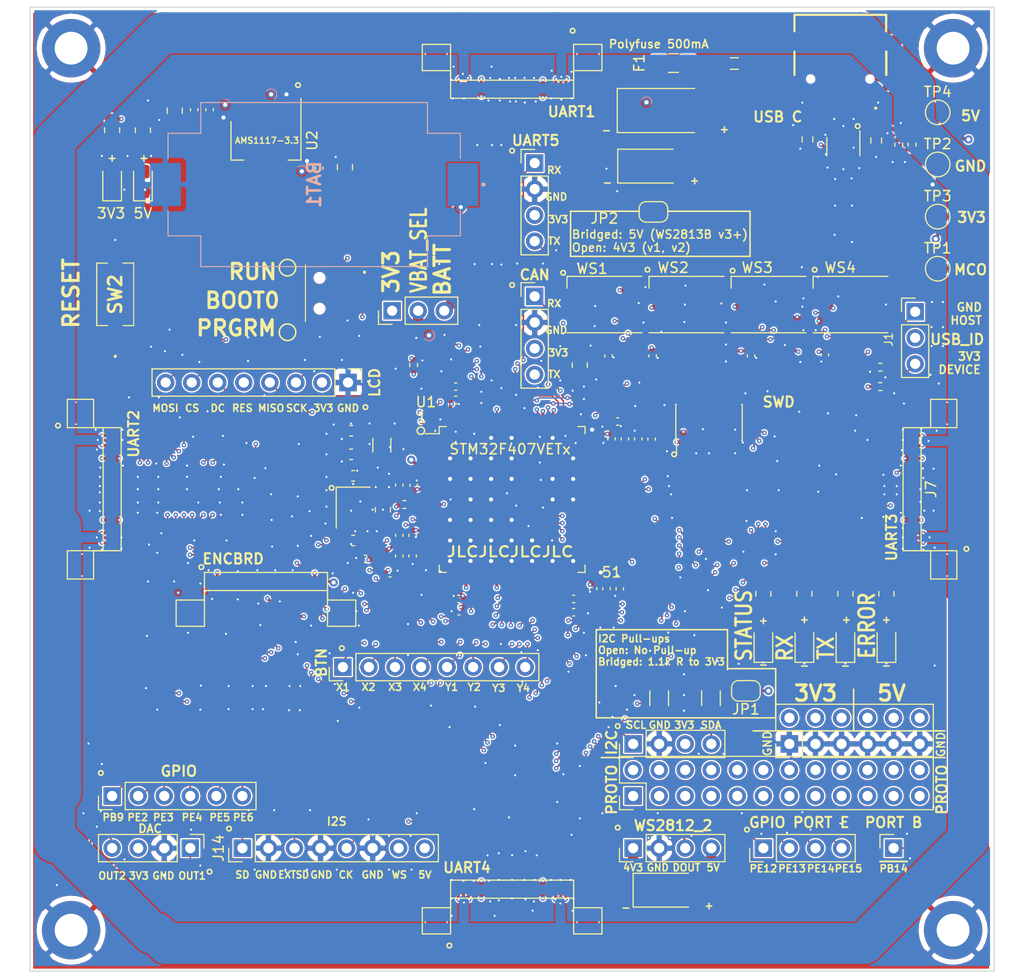
<source format=kicad_pcb>
(kicad_pcb (version 20171130) (host pcbnew "(5.1.9)-1")
  (layers (0 F.Cu power) (1 In1.Cu mixed) (2 In2.Cu mixed) (31 B.Cu power) (34 B.Paste user) (35 F.Paste user) (36 B.SilkS user) (37 F.SilkS user) (38 B.Mask user) (39 F.Mask user) (44 Edge.Cuts user))
  (net 0 "")
  (net 1 VBAT)
  (net 2 GND)
  (net 3 +5V)
  (net 4 HSE_IN)
  (net 5 +3V3)
  (net 6 LSE_IN)
  (net 7 LSE_OUT)
  (net 8 VCAP_1)
  (net 9 VCAP_2)
  (net 10 VDDA)
  (net 11 VBUS)
  (net 12 HSE_OUT)
  (net 13 NRST)
  (net 14 BOOT0)
  (net 15 USB_CONN_D-)
  (net 16 USB_CONN_D+)
  (net 17 CTx2)
  (net 18 I2S2_ext_SD)
  (net 19 I2S2_SD)
  (net 20 ENC4_A)
  (net 21 ENC4_B)
  (net 22 UTx2)
  (net 23 URx2)
  (net 24 DAC_OUT1)
  (net 25 DAC_OUT2)
  (net 26 ENC2_A)
  (net 27 ENC2_B)
  (net 28 CRx2)
  (net 29 I2C2_SCL)
  (net 30 I2C2_SDA)
  (net 31 I2S2_WS)
  (net 32 I2S2_CK)
  (net 33 CTx3)
  (net 34 UTx3)
  (net 35 URx3)
  (net 36 ENC3_A)
  (net 37 ENC3_B)
  (net 38 CTx4)
  (net 39 CRx4)
  (net 40 UTx4)
  (net 41 URx4)
  (net 42 WS2812_A)
  (net 43 WS2812_B)
  (net 44 RCC_MCO)
  (net 45 USB_ID)
  (net 46 USB_D-)
  (net 47 USB_D+)
  (net 48 SWDIO)
  (net 49 SWCLK)
  (net 50 ENC1_A)
  (net 51 SPI3_SCK)
  (net 52 SPI3_MISO)
  (net 53 UART_Tx)
  (net 54 CAN_Rx)
  (net 55 CAN_Tx)
  (net 56 ENC1_B)
  (net 57 CTx1)
  (net 58 SPI3_MOSI)
  (net 59 UTx1)
  (net 60 URx1)
  (net 61 VWS2812)
  (net 62 "Net-(D2-Pad2)")
  (net 63 "Net-(F1-Pad2)")
  (net 64 ENC1BTN)
  (net 65 ENC2BTN)
  (net 66 WS2812_CONN_DIN)
  (net 67 WS2812_CONN_BI)
  (net 68 ENC3BTN)
  (net 69 ENC4BTN)
  (net 70 +12V)
  (net 71 CRx1)
  (net 72 CRx3)
  (net 73 LCD_CS)
  (net 74 LCD_DC)
  (net 75 UART_Rx)
  (net 76 "Net-(JP1-Pad2)")
  (net 77 "Net-(WS1-Pad1)")
  (net 78 "Net-(WS1-Pad3)")
  (net 79 "Net-(WS2-Pad1)")
  (net 80 "Net-(WS2-Pad3)")
  (net 81 "Net-(WS3-Pad1)")
  (net 82 "Net-(WS4-Pad1)")
  (net 83 BTNY4)
  (net 84 BTNY3)
  (net 85 BTNY2)
  (net 86 BTNY1)
  (net 87 BTNX4)
  (net 88 BTNX3)
  (net 89 BTNX2)
  (net 90 BTNX1)
  (net 91 PE6)
  (net 92 PE5)
  (net 93 PE4)
  (net 94 PE3)
  (net 95 PE2)
  (net 96 PB9)
  (net 97 PE12)
  (net 98 PE13)
  (net 99 PE14)
  (net 100 PE15)
  (net 101 LEDTx)
  (net 102 LEDRx)
  (net 103 "Net-(BAT1-Pad1)")
  (net 104 "Net-(D4-Pad2)")
  (net 105 "Net-(D6-Pad2)")
  (net 106 LEDStatus)
  (net 107 LEDError)
  (net 108 VBUS_SENSE)
  (net 109 PB14)
  (net 110 "Net-(C2-Pad1)")
  (net 111 "Net-(D1-Pad2)")
  (net 112 "Net-(D3-Pad2)")
  (net 113 "Net-(D7-Pad1)")
  (net 114 "Net-(J1-Pad3)")
  (net 115 "Net-(J1-Pad1)")
  (net 116 "Net-(J2-PadB8)")
  (net 117 "Net-(J2-PadB5)")
  (net 118 "Net-(J2-PadA8)")
  (net 119 "Net-(J2-PadA5)")
  (net 120 "Net-(J19-Pad8)")
  (net 121 "Net-(J19-Pad7)")
  (net 122 "Net-(J19-Pad6)")
  (net 123 "Net-(R1-Pad2)")
  (net 124 "Net-(R12-Pad1)")
  (net 125 "Net-(U1-Pad7)")
  (net 126 "Net-(J21-Pad24)")
  (net 127 "Net-(J21-Pad23)")
  (net 128 "Net-(J21-Pad22)")
  (net 129 "Net-(J21-Pad21)")
  (net 130 "Net-(J21-Pad20)")
  (net 131 "Net-(J21-Pad19)")
  (net 132 "Net-(J21-Pad18)")
  (net 133 "Net-(J21-Pad17)")
  (net 134 "Net-(J21-Pad16)")
  (net 135 "Net-(J21-Pad15)")
  (net 136 "Net-(J21-Pad14)")
  (net 137 "Net-(J21-Pad13)")
  (net 138 "Net-(J21-Pad12)")
  (net 139 "Net-(J21-Pad11)")
  (net 140 "Net-(J21-Pad10)")
  (net 141 "Net-(J21-Pad9)")
  (net 142 "Net-(J21-Pad8)")
  (net 143 "Net-(J21-Pad7)")
  (net 144 "Net-(J21-Pad6)")
  (net 145 "Net-(J21-Pad5)")
  (net 146 "Net-(J21-Pad4)")
  (net 147 "Net-(J21-Pad3)")
  (net 148 "Net-(J21-Pad2)")
  (net 149 "Net-(J21-Pad1)")
  (net 150 "Net-(D8-Pad2)")
  (net 151 "Net-(D9-Pad2)")
  (module Resistor_SMD:R_0805_2012Metric_Pad1.20x1.40mm_HandSolder (layer F.Cu) (at 11 -82 270)
    (fp_text reference R18)
    (fp_text value 4k7)
    (pad 2 smd roundrect (at 1 0 270) (size 1.2 1.4) (layers F.Cu F.Paste F.Mask) (roundrect_rratio 0.2083325) (net 151 "Net-(D9-Pad2)"))
    (pad 1 smd roundrect (at -1 0 270) (size 1.2 1.4) (layers F.Cu F.Paste F.Mask) (roundrect_rratio 0.2083325) (net 3 +5V))
  )
  (module Resistor_SMD:R_0805_2012Metric_Pad1.20x1.40mm_HandSolder (layer F.Cu) (at 8 -82 270)
    (fp_text reference R17)
    (fp_text value 2k2)
    (pad 1 smd roundrect (at -1 0 270) (size 1.2 1.4) (layers F.Cu F.Paste F.Mask) (roundrect_rratio 0.2083325) (net 5 +3V3))
    (pad 2 smd roundrect (at 1 0 270) (size 1.2 1.4) (layers F.Cu F.Paste F.Mask) (roundrect_rratio 0.2083325) (net 150 "Net-(D8-Pad2)"))
  )
  (module LED_SMD:LED_0805_2012Metric_Castellated (layer F.Cu) (at 11 -77 90)
    (fp_text reference D9)
    (fp_text value "0805 Yellow")
    (pad 1 smd roundrect (at -0.9625 0 90) (size 1.325 1.3) (layers F.Cu F.Paste F.Mask) (roundrect_rratio 0.1923076923076923) (net 2 GND))
    (pad 2 smd roundrect (at 0.9625 0 90) (size 1.325 1.3) (layers F.Cu F.Paste F.Mask) (roundrect_rratio 0.1923076923076923) (net 151 "Net-(D9-Pad2)"))
  )
  (module LED_SMD:LED_0805_2012Metric_Castellated (layer F.Cu) (at 8 -77 90)
    (fp_text reference D8)
    (fp_text value "0805 Yellow")
    (pad 1 smd roundrect (at -0.9625 0 90) (size 1.325 1.3) (layers F.Cu F.Paste F.Mask) (roundrect_rratio 0.1923076923076923) (net 2 GND))
    (pad 2 smd roundrect (at 0.9625 0 90) (size 1.325 1.3) (layers F.Cu F.Paste F.Mask) (roundrect_rratio 0.1923076923076923) (net 150 "Net-(D8-Pad2)"))
  )
  (module Connector_PinHeader_2.54mm:PinHeader_2x12_P2.54mm_Vertical (layer F.Cu) (at 58.8 -17.08 90)
    (fp_text reference J21)
    (fp_text value Conn_02x12_Odd_Even)
    (pad 24 thru_hole oval (at 2.54 27.94 90) (size 1.7 1.7) (drill 1) (layers *.Cu *.Mask) (net 126 "Net-(J21-Pad24)"))
    (pad 23 thru_hole oval (at 0 27.94 90) (size 1.7 1.7) (drill 1) (layers *.Cu *.Mask) (net 127 "Net-(J21-Pad23)"))
    (pad 22 thru_hole oval (at 2.54 25.4 90) (size 1.7 1.7) (drill 1) (layers *.Cu *.Mask) (net 128 "Net-(J21-Pad22)"))
    (pad 21 thru_hole oval (at 0 25.4 90) (size 1.7 1.7) (drill 1) (layers *.Cu *.Mask) (net 129 "Net-(J21-Pad21)"))
    (pad 20 thru_hole oval (at 2.54 22.86 90) (size 1.7 1.7) (drill 1) (layers *.Cu *.Mask) (net 130 "Net-(J21-Pad20)"))
    (pad 19 thru_hole oval (at 0 22.86 90) (size 1.7 1.7) (drill 1) (layers *.Cu *.Mask) (net 131 "Net-(J21-Pad19)"))
    (pad 18 thru_hole oval (at 2.54 20.32 90) (size 1.7 1.7) (drill 1) (layers *.Cu *.Mask) (net 132 "Net-(J21-Pad18)"))
    (pad 17 thru_hole oval (at 0 20.32 90) (size 1.7 1.7) (drill 1) (layers *.Cu *.Mask) (net 133 "Net-(J21-Pad17)"))
    (pad 16 thru_hole oval (at 2.54 17.78 90) (size 1.7 1.7) (drill 1) (layers *.Cu *.Mask) (net 134 "Net-(J21-Pad16)"))
    (pad 15 thru_hole oval (at 0 17.78 90) (size 1.7 1.7) (drill 1) (layers *.Cu *.Mask) (net 135 "Net-(J21-Pad15)"))
    (pad 14 thru_hole oval (at 2.54 15.24 90) (size 1.7 1.7) (drill 1) (layers *.Cu *.Mask) (net 136 "Net-(J21-Pad14)"))
    (pad 13 thru_hole oval (at 0 15.24 90) (size 1.7 1.7) (drill 1) (layers *.Cu *.Mask) (net 137 "Net-(J21-Pad13)"))
    (pad 12 thru_hole oval (at 2.54 12.7 90) (size 1.7 1.7) (drill 1) (layers *.Cu *.Mask) (net 138 "Net-(J21-Pad12)"))
    (pad 11 thru_hole oval (at 0 12.7 90) (size 1.7 1.7) (drill 1) (layers *.Cu *.Mask) (net 139 "Net-(J21-Pad11)"))
    (pad 10 thru_hole oval (at 2.54 10.16 90) (size 1.7 1.7) (drill 1) (layers *.Cu *.Mask) (net 140 "Net-(J21-Pad10)"))
    (pad 9 thru_hole oval (at 0 10.16 90) (size 1.7 1.7) (drill 1) (layers *.Cu *.Mask) (net 141 "Net-(J21-Pad9)"))
    (pad 8 thru_hole oval (at 2.54 7.62 90) (size 1.7 1.7) (drill 1) (layers *.Cu *.Mask) (net 142 "Net-(J21-Pad8)"))
    (pad 7 thru_hole oval (at 0 7.62 90) (size 1.7 1.7) (drill 1) (layers *.Cu *.Mask) (net 143 "Net-(J21-Pad7)"))
    (pad 6 thru_hole oval (at 2.54 5.08 90) (size 1.7 1.7) (drill 1) (layers *.Cu *.Mask) (net 144 "Net-(J21-Pad6)"))
    (pad 5 thru_hole oval (at 0 5.08 90) (size 1.7 1.7) (drill 1) (layers *.Cu *.Mask) (net 145 "Net-(J21-Pad5)"))
    (pad 4 thru_hole oval (at 2.54 2.54 90) (size 1.7 1.7) (drill 1) (layers *.Cu *.Mask) (net 146 "Net-(J21-Pad4)"))
    (pad 3 thru_hole oval (at 0 2.54 90) (size 1.7 1.7) (drill 1) (layers *.Cu *.Mask) (net 147 "Net-(J21-Pad3)"))
    (pad 2 thru_hole oval (at 2.54 0 90) (size 1.7 1.7) (drill 1) (layers *.Cu *.Mask) (net 148 "Net-(J21-Pad2)"))
    (pad 1 thru_hole rect (at 0 0 90) (size 1.7 1.7) (drill 1) (layers *.Cu *.Mask) (net 149 "Net-(J21-Pad1)"))
  )
  (module Connector_PinHeader_2.54mm:PinHeader_2x06_P2.54mm_Vertical (layer F.Cu) (at 74.04 -22.16 90)
    (fp_text reference J20)
    (fp_text value Conn_02x06_Odd_Even)
    (pad 12 thru_hole oval (at 2.54 12.7 90) (size 1.7 1.7) (drill 1) (layers *.Cu *.Mask) (net 3 +5V))
    (pad 11 thru_hole oval (at 0 12.7 90) (size 1.7 1.7) (drill 1) (layers *.Cu *.Mask) (net 2 GND))
    (pad 10 thru_hole oval (at 2.54 10.16 90) (size 1.7 1.7) (drill 1) (layers *.Cu *.Mask) (net 3 +5V))
    (pad 9 thru_hole oval (at 0 10.16 90) (size 1.7 1.7) (drill 1) (layers *.Cu *.Mask) (net 2 GND))
    (pad 8 thru_hole oval (at 2.54 7.62 90) (size 1.7 1.7) (drill 1) (layers *.Cu *.Mask) (net 3 +5V))
    (pad 7 thru_hole oval (at 0 7.62 90) (size 1.7 1.7) (drill 1) (layers *.Cu *.Mask) (net 2 GND))
    (pad 6 thru_hole oval (at 2.54 5.08 90) (size 1.7 1.7) (drill 1) (layers *.Cu *.Mask) (net 5 +3V3))
    (pad 5 thru_hole oval (at 0 5.08 90) (size 1.7 1.7) (drill 1) (layers *.Cu *.Mask) (net 2 GND))
    (pad 4 thru_hole oval (at 2.54 2.54 90) (size 1.7 1.7) (drill 1) (layers *.Cu *.Mask) (net 5 +3V3))
    (pad 3 thru_hole oval (at 0 2.54 90) (size 1.7 1.7) (drill 1) (layers *.Cu *.Mask) (net 2 GND))
    (pad 2 thru_hole oval (at 2.54 0 90) (size 1.7 1.7) (drill 1) (layers *.Cu *.Mask) (net 5 +3V3))
    (pad 1 thru_hole rect (at 0 0 90) (size 1.7 1.7) (drill 1) (layers *.Cu *.Mask) (net 2 GND))
  )
  (module Resistor_SMD:R_0805_2012Metric_Pad1.20x1.40mm_HandSolder (layer F.Cu) (at 75.5 -36.8 90)
    (fp_text reference R11)
    (fp_text value 2k2)
    (pad 2 smd roundrect (at 1 0 90) (size 1.2 1.4) (layers F.Cu F.Paste F.Mask) (roundrect_rratio 0.2083325) (net 102 LEDRx))
    (pad 1 smd roundrect (at -1 0 90) (size 1.2 1.4) (layers F.Cu F.Paste F.Mask) (roundrect_rratio 0.2083325) (net 104 "Net-(D4-Pad2)"))
  )
  (module Resistor_SMD:R_0805_2012Metric_Pad1.20x1.40mm_HandSolder (layer F.Cu) (at 83.5 -36.8 90)
    (fp_text reference R10)
    (fp_text value 4k7)
    (pad 2 smd roundrect (at 1 0 90) (size 1.2 1.4) (layers F.Cu F.Paste F.Mask) (roundrect_rratio 0.2083325) (net 107 LEDError))
    (pad 1 smd roundrect (at -1 0 90) (size 1.2 1.4) (layers F.Cu F.Paste F.Mask) (roundrect_rratio 0.2083325) (net 112 "Net-(D3-Pad2)"))
  )
  (module Resistor_SMD:R_0805_2012Metric_Pad1.20x1.40mm_HandSolder (layer F.Cu) (at 79.5 -36.8 270)
    (fp_text reference R9)
    (fp_text value 4k7)
    (pad 2 smd roundrect (at 1 0 270) (size 1.2 1.4) (layers F.Cu F.Paste F.Mask) (roundrect_rratio 0.2083325) (net 62 "Net-(D2-Pad2)"))
    (pad 1 smd roundrect (at -1 0 270) (size 1.2 1.4) (layers F.Cu F.Paste F.Mask) (roundrect_rratio 0.2083325) (net 101 LEDTx))
  )
  (module Resistor_SMD:R_0805_2012Metric_Pad1.20x1.40mm_HandSolder (layer F.Cu) (at 71.5 -36.8 270)
    (fp_text reference R8)
    (fp_text value 2k2)
    (pad 2 smd roundrect (at 1 0 270) (size 1.2 1.4) (layers F.Cu F.Paste F.Mask) (roundrect_rratio 0.2083325) (net 111 "Net-(D1-Pad2)"))
    (pad 1 smd roundrect (at -1 0 270) (size 1.2 1.4) (layers F.Cu F.Paste F.Mask) (roundrect_rratio 0.2083325) (net 106 LEDStatus))
  )
  (module Resistor_SMD:R_0603_1608Metric_Pad0.98x0.95mm_HandSolder (layer F.Cu) (at 75.8 -81.1 270)
    (fp_text reference R16)
    (fp_text value "5k1 0603")
    (pad 2 smd roundrect (at 0.9125 0 270) (size 0.975 0.95) (layers F.Cu F.Paste F.Mask) (net 2 GND))
    (pad 1 smd roundrect (at -0.9125 0 270) (size 0.975 0.95) (layers F.Cu F.Paste F.Mask) (net 117 "Net-(J2-PadB5)"))
  )
  (module Resistor_SMD:R_0603_1608Metric_Pad0.98x0.95mm_HandSolder (layer F.Cu) (at 82.5 -81 270)
    (fp_text reference R15)
    (fp_text value "5k1 0603")
    (pad 2 smd roundrect (at 0.9125 0 270) (size 0.975 0.95) (layers F.Cu F.Paste F.Mask) (net 2 GND))
    (pad 1 smd roundrect (at -0.9125 0 270) (size 0.975 0.95) (layers F.Cu F.Paste F.Mask) (net 119 "Net-(J2-PadA5)"))
  )
  (module MountingHole:MountingHole_3.2mm_M3_ISO7380_Pad (layer F.Cu) (at 90 -4)
    (fp_text reference H4)
    (fp_text value MountingHole_Pad)
    (pad 1 thru_hole circle (at 0 0) (size 5.7 5.7) (drill 3.2) (layers *.Cu *.Mask) (net 2 GND))
  )
  (module MountingHole:MountingHole_3.2mm_M3_ISO7380_Pad (layer F.Cu) (at 4 -4)
    (fp_text reference H3)
    (fp_text value MountingHole_Pad)
    (pad 1 thru_hole circle (at 0 0) (size 5.7 5.7) (drill 3.2) (layers *.Cu *.Mask) (net 2 GND))
  )
  (module MountingHole:MountingHole_3.2mm_M3_ISO7380_Pad (layer F.Cu) (at 90 -90)
    (fp_text reference H2)
    (fp_text value MountingHole_Pad)
    (pad 1 thru_hole circle (at 0 0) (size 5.7 5.7) (drill 3.2) (layers *.Cu *.Mask) (net 2 GND))
  )
  (module MountingHole:MountingHole_3.2mm_M3_ISO7380_Pad (layer F.Cu) (at 4 -90)
    (fp_text reference H1)
    (fp_text value MountingHole_Pad)
    (pad 1 thru_hole circle (at 0 0) (size 5.7 5.7) (drill 3.2) (layers *.Cu *.Mask) (net 2 GND))
  )
  (module Capacitor_SMD:C_0805_2012Metric_Pad1.18x1.45mm_HandSolder (layer F.Cu) (at 14.1 -83.9 270)
    (fp_text reference C14)
    (fp_text value 10uF)
    (pad 1 smd roundrect (at -1.0375 0 270) (size 1.175 1.45) (layers F.Cu F.Paste F.Mask) (roundrect_rratio 0.2127659574468085) (net 3 +5V))
    (pad 2 smd roundrect (at 1.0375 0 270) (size 1.175 1.45) (layers F.Cu F.Paste F.Mask) (roundrect_rratio 0.2127659574468085) (net 2 GND))
  )
  (module Connector_PinHeader_2.54mm:PinHeader_1x01_P2.54mm_Vertical (layer F.Cu) (at 84.2 -12)
    (fp_text reference J18)
    (fp_text value Conn_01x01)
    (pad 1 thru_hole rect (at 0 0) (size 1.7 1.7) (drill 1) (layers *.Cu *.Mask) (net 109 PB14))
  )
  (module Connector_PinHeader_2.54mm:PinHeader_1x03_P2.54mm_Vertical (layer F.Cu) (at 86.3 -64.3)
    (fp_text reference J1 (at -2.6 2.7 90) (layer F.SilkS) (effects (font (size 0.8 0.8) (thickness 0.12))))
    (fp_text value Conn_01x03_Male)
    (pad 3 thru_hole oval (at 0 5.08) (size 1.7 1.7) (drill 1) (layers *.Cu *.Mask) (net 114 "Net-(J1-Pad3)"))
    (pad 2 thru_hole oval (at 0 2.54) (size 1.7 1.7) (drill 1) (layers *.Cu *.Mask) (net 45 USB_ID))
    (pad 1 thru_hole rect (at 0 0) (size 1.7 1.7) (drill 1) (layers *.Cu *.Mask) (net 115 "Net-(J1-Pad1)"))
  )
  (module Resistor_SMD:R_0402_1005Metric (layer F.Cu) (at 86 -80.6 90)
    (fp_text reference R14)
    (fp_text value 10k)
    (pad 2 smd roundrect (at 0.51 0 90) (size 0.54 0.64) (layers F.Cu F.Paste F.Mask) (net 2 GND))
    (pad 1 smd roundrect (at -0.51 0 90) (size 0.54 0.64) (layers F.Cu F.Paste F.Mask) (net 108 VBUS_SENSE))
  )
  (module Resistor_SMD:R_0402_1005Metric (layer F.Cu) (at 84.7 -80.6 270)
    (fp_text reference R13)
    (fp_text value 4k7)
    (pad 2 smd roundrect (at 0.51 0 270) (size 0.54 0.64) (layers F.Cu F.Paste F.Mask) (net 108 VBUS_SENSE))
    (pad 1 smd roundrect (at -0.51 0 270) (size 0.54 0.64) (layers F.Cu F.Paste F.Mask) (net 11 VBUS))
  )
  (module Resistor_SMD:R_0402_1005Metric (layer F.Cu) (at 82.9 -58.9 180)
    (fp_text reference R4)
    (fp_text value 10k)
    (pad 2 smd roundrect (at 0.51 0 180) (size 0.54 0.64) (layers F.Cu F.Paste F.Mask) (net 2 GND))
    (pad 1 smd roundrect (at -0.51 0 180) (size 0.54 0.64) (layers F.Cu F.Paste F.Mask) (net 115 "Net-(J1-Pad1)"))
  )
  (module Resistor_SMD:R_0402_1005Metric (layer F.Cu) (at 82.9 -57)
    (fp_text reference R3)
    (fp_text value 10k)
    (pad 2 smd roundrect (at 0.51 0) (size 0.54 0.64) (layers F.Cu F.Paste F.Mask) (net 114 "Net-(J1-Pad3)"))
    (pad 1 smd roundrect (at -0.51 0) (size 0.54 0.64) (layers F.Cu F.Paste F.Mask) (net 5 +3V3))
  )
  (module Connector_PinHeader_2.54mm:PinHeader_1x03_P2.54mm_Vertical (layer F.Cu) (at 35.3 -64.4 90)
    (fp_text reference JP3)
    (fp_text value Jumper_3_Open)
    (pad 3 thru_hole oval (at 0 5.08 90) (size 1.7 1.7) (drill 1) (layers *.Cu *.Mask) (net 103 "Net-(BAT1-Pad1)"))
    (pad 2 thru_hole oval (at 0 2.54 90) (size 1.7 1.7) (drill 1) (layers *.Cu *.Mask) (net 1 VBAT))
    (pad 1 thru_hole rect (at 0 0 90) (size 1.7 1.7) (drill 1) (layers *.Cu *.Mask) (net 5 +3V3))
  )
  (module Jumper:SolderJumper-2_P1.3mm_Open_RoundedPad1.0x1.5mm (layer F.Cu) (at 69.796 -27.336 180)
    (fp_text reference JP1 (at 0 -1.8) (layer F.SilkS))
    (fp_text value SolderJumper_2_Bridged)
    (pad 2 smd custom (at 0.65 0 180) (size 1 0.5) (layers F.Cu F.Mask) (net 76 "Net-(JP1-Pad2)") (options (clearance outline) (anchor rect)) (primitives (gr_circle (center 0 0.25) (end 0.5 0.25) (width 0)) (gr_circle (center 0 -0.25) (end 0.5 -0.25) (width 0)) (gr_poly (pts (xy 0 -0.75) (xy -0.5 -0.75) (xy -0.5 0.75) (xy 0 0.75)) (width 0))))
    (pad 1 smd custom (at -0.65 0 180) (size 1 0.5) (layers F.Cu F.Mask) (net 5 +3V3) (options (clearance outline) (anchor rect)) (primitives (gr_circle (center 0 0.25) (end 0.5 0.25) (width 0)) (gr_circle (center 0 -0.25) (end 0.5 -0.25) (width 0)) (gr_poly (pts (xy 0 -0.75) (xy 0.5 -0.75) (xy 0.5 0.75) (xy 0 0.75)) (width 0))))
  )
  (module LED_SMD:LED_0805_2012Metric_Castellated (layer F.Cu) (at 75.5 -32 90)
    (fp_text reference D4)
    (fp_text value "0805 Blue")
    (pad 2 smd roundrect (at 0.9625 0 90) (size 1.325 1.3) (layers F.Cu F.Paste F.Mask) (roundrect_rratio 0.1923076923076923) (net 104 "Net-(D4-Pad2)"))
    (pad 1 smd roundrect (at -0.9625 0 90) (size 1.325 1.3) (layers F.Cu F.Paste F.Mask) (roundrect_rratio 0.1923076923076923) (net 2 GND))
  )
  (module LED_SMD:LED_0805_2012Metric_Castellated (layer F.Cu) (at 83.5 -32 90)
    (fp_text reference D3)
    (fp_text value "0805 Red")
    (pad 2 smd roundrect (at 0.9625 0 90) (size 1.325 1.3) (layers F.Cu F.Paste F.Mask) (roundrect_rratio 0.1923076923076923) (net 112 "Net-(D3-Pad2)"))
    (pad 1 smd roundrect (at -0.9625 0 90) (size 1.325 1.3) (layers F.Cu F.Paste F.Mask) (roundrect_rratio 0.1923076923076923) (net 2 GND))
  )
  (module LED_SMD:LED_0805_2012Metric_Castellated (layer F.Cu) (at 79.5 -32 90)
    (fp_text reference D2)
    (fp_text value "0805 Green")
    (pad 1 smd roundrect (at -0.9625 0 90) (size 1.325 1.3) (layers F.Cu F.Paste F.Mask) (roundrect_rratio 0.1923076923076923) (net 2 GND))
    (pad 2 smd roundrect (at 0.9625 0 90) (size 1.325 1.3) (layers F.Cu F.Paste F.Mask) (roundrect_rratio 0.1923076923076923) (net 62 "Net-(D2-Pad2)"))
  )
  (module LED_SMD:LED_0805_2012Metric_Castellated (layer F.Cu) (at 71.5 -32 90)
    (fp_text reference D1)
    (fp_text value "0805 White")
    (pad 2 smd roundrect (at 0.9625 0 90) (size 1.325 1.3) (layers F.Cu F.Paste F.Mask) (roundrect_rratio 0.1923076923076923) (net 111 "Net-(D1-Pad2)"))
    (pad 1 smd roundrect (at -0.9625 0 90) (size 1.325 1.3) (layers F.Cu F.Paste F.Mask) (roundrect_rratio 0.1923076923076923) (net 2 GND))
  )
  (module Capacitor_SMD:C_0603_1608Metric_Pad1.08x0.95mm_HandSolder (layer F.Cu) (at 31.3 -52.7 180)
    (fp_text reference C3)
    (fp_text value 12p)
    (pad 2 smd roundrect (at 0.8625 0 180) (size 1.075 0.95) (layers F.Cu F.Paste F.Mask) (net 2 GND))
    (pad 1 smd roundrect (at -0.8625 0 180) (size 1.075 0.95) (layers F.Cu F.Paste F.Mask) (net 6 LSE_IN))
  )
  (module Crystal:Crystal_SMD_3215-2Pin_3.2x1.5mm (layer F.Cu) (at 34.3 -51.3 90)
    (fp_text reference Y2)
    (fp_text value "32.768 kHz")
    (pad 1 smd rect (at 1.25 0 90) (size 1 1.8) (layers F.Cu F.Paste F.Mask) (net 6 LSE_IN))
    (pad 2 smd rect (at -1.25 0 90) (size 1 1.8) (layers F.Cu F.Paste F.Mask) (net 7 LSE_OUT))
  )
  (module Capacitor_SMD:C_0402_1005Metric (layer F.Cu) (at 37.4 -47.38 270)
    (fp_text reference C21)
    (fp_text value 10n)
    (pad 2 smd roundrect (at 0.48 0 270) (size 0.56 0.62) (layers F.Cu F.Paste F.Mask) (net 5 +3V3))
    (pad 1 smd roundrect (at -0.48 0 270) (size 0.56 0.62) (layers F.Cu F.Paste F.Mask) (net 2 GND))
  )
  (module Resistor_SMD:R_0805_2012Metric (layer F.Cu) (at 53.6 -59.1 270)
    (fp_text reference R12)
    (fp_text value 220R)
    (pad 2 smd roundrect (at 0.9125 0 270) (size 1.025 1.4) (layers F.Cu F.Paste F.Mask) (roundrect_rratio 0.2439004878048781) (net 42 WS2812_A))
    (pad 1 smd roundrect (at -0.9125 0 270) (size 1.025 1.4) (layers F.Cu F.Paste F.Mask) (roundrect_rratio 0.2439004878048781) (net 124 "Net-(R12-Pad1)"))
  )
  (module Connector_PinHeader_2.54mm:PinHeader_1x06_P2.54mm_Vertical (layer F.Cu) (at 8 -17.08 90)
    (fp_text reference J16)
    (fp_text value Conn_01x06)
    (pad 6 thru_hole oval (at 0 12.7 90) (size 1.7 1.7) (drill 1) (layers *.Cu *.Mask) (net 91 PE6))
    (pad 5 thru_hole oval (at 0 10.16 90) (size 1.7 1.7) (drill 1) (layers *.Cu *.Mask) (net 92 PE5))
    (pad 4 thru_hole oval (at 0 7.62 90) (size 1.7 1.7) (drill 1) (layers *.Cu *.Mask) (net 93 PE4))
    (pad 3 thru_hole oval (at 0 5.08 90) (size 1.7 1.7) (drill 1) (layers *.Cu *.Mask) (net 94 PE3))
    (pad 2 thru_hole oval (at 0 2.54 90) (size 1.7 1.7) (drill 1) (layers *.Cu *.Mask) (net 95 PE2))
    (pad 1 thru_hole rect (at 0 0 90) (size 1.7 1.7) (drill 1) (layers *.Cu *.Mask) (net 96 PB9))
  )
  (module Connector_PinHeader_2.54mm:PinHeader_1x04_P2.54mm_Vertical (layer F.Cu) (at 71.5 -12 90)
    (fp_text reference J13)
    (fp_text value Conn_01x04)
    (pad 4 thru_hole oval (at 0 7.62 90) (size 1.7 1.7) (drill 1) (layers *.Cu *.Mask) (net 100 PE15))
    (pad 3 thru_hole oval (at 0 5.08 90) (size 1.7 1.7) (drill 1) (layers *.Cu *.Mask) (net 99 PE14))
    (pad 2 thru_hole oval (at 0 2.54 90) (size 1.7 1.7) (drill 1) (layers *.Cu *.Mask) (net 98 PE13))
    (pad 1 thru_hole rect (at 0 0 90) (size 1.7 1.7) (drill 1) (layers *.Cu *.Mask) (net 97 PE12))
  )
  (module Connector_PinHeader_2.54mm:PinHeader_1x08_P2.54mm_Vertical (layer F.Cu) (at 30.5 -29.65 90)
    (fp_text reference J15)
    (fp_text value Conn_01x08)
    (pad 8 thru_hole oval (at 0 17.78 90) (size 1.7 1.7) (drill 1) (layers *.Cu *.Mask) (net 83 BTNY4))
    (pad 7 thru_hole oval (at 0 15.24 90) (size 1.7 1.7) (drill 1) (layers *.Cu *.Mask) (net 84 BTNY3))
    (pad 6 thru_hole oval (at 0 12.7 90) (size 1.7 1.7) (drill 1) (layers *.Cu *.Mask) (net 85 BTNY2))
    (pad 5 thru_hole oval (at 0 10.16 90) (size 1.7 1.7) (drill 1) (layers *.Cu *.Mask) (net 86 BTNY1))
    (pad 4 thru_hole oval (at 0 7.62 90) (size 1.7 1.7) (drill 1) (layers *.Cu *.Mask) (net 87 BTNX4))
    (pad 3 thru_hole oval (at 0 5.08 90) (size 1.7 1.7) (drill 1) (layers *.Cu *.Mask) (net 88 BTNX3))
    (pad 2 thru_hole oval (at 0 2.54 90) (size 1.7 1.7) (drill 1) (layers *.Cu *.Mask) (net 89 BTNX2))
    (pad 1 thru_hole rect (at 0 0 90) (size 1.7 1.7) (drill 1) (layers *.Cu *.Mask) (net 90 BTNX1))
  )
  (module LED_SMD:LED_WS2812_PLCC6_5.0x5.0mm_P1.6mm (layer F.Cu) (at 80 -65)
    (fp_text reference WS4 (at -1 -3.6) (layer F.SilkS))
    (fp_text value WS2813)
    (pad 1 smd rect (at -2.45 -1.6) (size 1.5 1) (layers F.Cu F.Paste F.Mask) (net 82 "Net-(WS4-Pad1)"))
    (pad 2 smd rect (at -2.45 0) (size 1.5 1) (layers F.Cu F.Paste F.Mask) (net 61 VWS2812))
    (pad 3 smd rect (at -2.45 1.6) (size 1.5 1) (layers F.Cu F.Paste F.Mask) (net 66 WS2812_CONN_DIN))
    (pad 6 smd rect (at 2.45 -1.6) (size 1.5 1) (layers F.Cu F.Paste F.Mask) (net 80 "Net-(WS2-Pad3)"))
    (pad 5 smd rect (at 2.45 0) (size 1.5 1) (layers F.Cu F.Paste F.Mask) (net 2 GND))
    (pad 4 smd rect (at 2.45 1.6) (size 1.5 1) (layers F.Cu F.Paste F.Mask) (net 67 WS2812_CONN_BI))
  )
  (module LED_SMD:LED_WS2812_PLCC6_5.0x5.0mm_P1.6mm (layer F.Cu) (at 72 -65)
    (fp_text reference WS3 (at -1.1 -3.6) (layer F.SilkS))
    (fp_text value WS2813)
    (pad 1 smd rect (at -2.45 -1.6) (size 1.5 1) (layers F.Cu F.Paste F.Mask) (net 81 "Net-(WS3-Pad1)"))
    (pad 2 smd rect (at -2.45 0) (size 1.5 1) (layers F.Cu F.Paste F.Mask) (net 61 VWS2812))
    (pad 3 smd rect (at -2.45 1.6) (size 1.5 1) (layers F.Cu F.Paste F.Mask) (net 67 WS2812_CONN_BI))
    (pad 6 smd rect (at 2.45 -1.6) (size 1.5 1) (layers F.Cu F.Paste F.Mask) (net 78 "Net-(WS1-Pad3)"))
    (pad 5 smd rect (at 2.45 0) (size 1.5 1) (layers F.Cu F.Paste F.Mask) (net 2 GND))
    (pad 4 smd rect (at 2.45 1.6) (size 1.5 1) (layers F.Cu F.Paste F.Mask) (net 80 "Net-(WS2-Pad3)"))
  )
  (module LED_SMD:LED_WS2812_PLCC6_5.0x5.0mm_P1.6mm (layer F.Cu) (at 64 -65)
    (fp_text reference WS2 (at -1.3 -3.6) (layer F.SilkS))
    (fp_text value WS2813)
    (pad 1 smd rect (at -2.45 -1.6) (size 1.5 1) (layers F.Cu F.Paste F.Mask) (net 79 "Net-(WS2-Pad1)"))
    (pad 2 smd rect (at -2.45 0) (size 1.5 1) (layers F.Cu F.Paste F.Mask) (net 61 VWS2812))
    (pad 3 smd rect (at -2.45 1.6) (size 1.5 1) (layers F.Cu F.Paste F.Mask) (net 80 "Net-(WS2-Pad3)"))
    (pad 6 smd rect (at 2.45 -1.6) (size 1.5 1) (layers F.Cu F.Paste F.Mask) (net 124 "Net-(R12-Pad1)"))
    (pad 5 smd rect (at 2.45 0) (size 1.5 1) (layers F.Cu F.Paste F.Mask) (net 2 GND))
    (pad 4 smd rect (at 2.45 1.6) (size 1.5 1) (layers F.Cu F.Paste F.Mask) (net 78 "Net-(WS1-Pad3)"))
  )
  (module LED_SMD:LED_WS2812_PLCC6_5.0x5.0mm_P1.6mm (layer F.Cu) (at 56 -65)
    (fp_text reference WS1 (at -1.2 -3.5) (layer F.SilkS))
    (fp_text value WS2813)
    (pad 1 smd rect (at -2.45 -1.6) (size 1.5 1) (layers F.Cu F.Paste F.Mask) (net 77 "Net-(WS1-Pad1)"))
    (pad 2 smd rect (at -2.45 0) (size 1.5 1) (layers F.Cu F.Paste F.Mask) (net 61 VWS2812))
    (pad 3 smd rect (at -2.45 1.6) (size 1.5 1) (layers F.Cu F.Paste F.Mask) (net 78 "Net-(WS1-Pad3)"))
    (pad 6 smd rect (at 2.45 -1.6) (size 1.5 1) (layers F.Cu F.Paste F.Mask) (net 124 "Net-(R12-Pad1)"))
    (pad 5 smd rect (at 2.45 0) (size 1.5 1) (layers F.Cu F.Paste F.Mask) (net 2 GND))
    (pad 4 smd rect (at 2.45 1.6) (size 1.5 1) (layers F.Cu F.Paste F.Mask) (net 124 "Net-(R12-Pad1)"))
  )
  (module Package_TO_SOT_SMD:SOT-23-6 (layer F.Cu) (at 79.3 -80.4 270)
    (fp_text reference U3)
    (fp_text value USBLC6-2SC6)
    (pad 5 smd rect (at 1.1 0 270) (size 1.06 0.65) (layers F.Cu F.Paste F.Mask) (net 3 +5V))
    (pad 6 smd rect (at 1.1 -0.95 270) (size 1.06 0.65) (layers F.Cu F.Paste F.Mask) (net 46 USB_D-))
    (pad 4 smd rect (at 1.1 0.95 270) (size 1.06 0.65) (layers F.Cu F.Paste F.Mask) (net 47 USB_D+))
    (pad 3 smd rect (at -1.1 0.95 270) (size 1.06 0.65) (layers F.Cu F.Paste F.Mask) (net 16 USB_CONN_D+))
    (pad 2 smd rect (at -1.1 0 270) (size 1.06 0.65) (layers F.Cu F.Paste F.Mask) (net 2 GND))
    (pad 1 smd rect (at -1.1 -0.95 270) (size 1.06 0.65) (layers F.Cu F.Paste F.Mask) (net 15 USB_CONN_D-))
  )
  (module Package_TO_SOT_SMD:SOT-223-3_TabPin2 (layer F.Cu) (at 23 -81 270)
    (fp_text reference U2 (at 0 -4.5 90) (layer F.SilkS))
    (fp_text value AMS1117-3.3 (at 0 -0.1 180) (layer F.SilkS) (effects (font (size 0.6 0.6) (thickness 0.12))))
    (pad 1 smd rect (at -3.15 -2.3 270) (size 2 1.5) (layers F.Cu F.Paste F.Mask) (net 2 GND))
    (pad 3 smd rect (at -3.15 2.3 270) (size 2 1.5) (layers F.Cu F.Paste F.Mask) (net 3 +5V))
    (pad 2 smd rect (at -3.15 0 270) (size 2 1.5) (layers F.Cu F.Paste F.Mask) (net 5 +3V3))
    (pad 2 smd rect (at 3.15 0 270) (size 2 3.8) (layers F.Cu F.Paste F.Mask) (net 5 +3V3))
  )
  (module TestPoint:TestPoint_Pad_D2.0mm (layer F.Cu) (at 88.5 -83.74)
    (fp_text reference TP4 (at 0 -1.998) (layer F.SilkS))
    (fp_text value TestPoint)
    (pad 1 smd circle (at 0 0) (size 2 2) (layers F.Cu F.Mask) (net 3 +5V))
  )
  (module TestPoint:TestPoint_Pad_D2.0mm (layer F.Cu) (at 88.5 -73.58)
    (fp_text reference TP3 (at 0 -1.998) (layer F.SilkS))
    (fp_text value TestPoint)
    (pad 1 smd circle (at 0 0) (size 2 2) (layers F.Cu F.Mask) (net 5 +3V3))
  )
  (module TestPoint:TestPoint_Pad_D2.0mm (layer F.Cu) (at 88.5 -78.66)
    (fp_text reference TP2 (at 0 -1.998) (layer F.SilkS))
    (fp_text value TestPoint)
    (pad 1 smd circle (at 0 0) (size 2 2) (layers F.Cu F.Mask) (net 2 GND))
  )
  (module TestPoint:TestPoint_Pad_D2.0mm (layer F.Cu) (at 88.5 -68.5)
    (fp_text reference TP1 (at 0 -1.998) (layer F.SilkS))
    (fp_text value TestPoint)
    (pad 1 smd circle (at 0 0) (size 2 2) (layers F.Cu F.Mask) (net 44 RCC_MCO))
  )
  (module Resistor_SMD:R_1206_3216Metric_Pad1.30x1.75mm_HandSolder (layer F.Cu) (at 66.39 -26.62 270)
    (fp_text reference R7)
    (fp_text value 1k1)
    (pad 2 smd roundrect (at 1.55 0 270) (size 1.3 1.75) (layers F.Cu F.Paste F.Mask) (roundrect_rratio 0.1923069230769231) (net 30 I2C2_SDA))
    (pad 1 smd roundrect (at -1.55 0 270) (size 1.3 1.75) (layers F.Cu F.Paste F.Mask) (roundrect_rratio 0.1923069230769231) (net 76 "Net-(JP1-Pad2)"))
  )
  (module Resistor_SMD:R_1206_3216Metric_Pad1.30x1.75mm_HandSolder (layer F.Cu) (at 61.34 -26.61 90)
    (fp_text reference R5)
    (fp_text value 1k1)
    (pad 2 smd roundrect (at 1.55 0 90) (size 1.3 1.75) (layers F.Cu F.Paste F.Mask) (roundrect_rratio 0.1923069230769231) (net 76 "Net-(JP1-Pad2)"))
    (pad 1 smd roundrect (at -1.55 0 90) (size 1.3 1.75) (layers F.Cu F.Paste F.Mask) (roundrect_rratio 0.1923069230769231) (net 29 I2C2_SCL))
  )
  (module Inductor_SMD:L_0402_1005Metric (layer F.Cu) (at 34.6 -40.5 270)
    (fp_text reference L1)
    (fp_text value 39n)
    (pad 2 smd roundrect (at 0.485 0 270) (size 0.59 0.64) (layers F.Cu F.Paste F.Mask) (net 10 VDDA))
    (pad 1 smd roundrect (at -0.485 0 270) (size 0.59 0.64) (layers F.Cu F.Paste F.Mask) (net 5 +3V3))
  )
  (module Jumper:SolderJumper-2_P1.3mm_Bridged_RoundedPad1.0x1.5mm (layer F.Cu) (at 60.78 -74.04 180)
    (fp_text reference JP2 (at 4.78 -0.64) (layer F.SilkS))
    (fp_text value SolderJumper_2_Bridged)
    (fp_poly (pts (xy 0.25 -0.3) (xy -0.25 -0.3) (xy -0.25 0.3) (xy 0.25 0.3)) (layer F.Cu) (width 0))
    (pad 1 smd custom (at -0.65 0 180) (size 1 0.5) (layers F.Cu F.Mask) (net 3 +5V) (options (clearance outline) (anchor rect)) (primitives (gr_circle (center 0 0.25) (end 0.5 0.25) (width 0)) (gr_circle (center 0 -0.25) (end 0.5 -0.25) (width 0)) (gr_poly (pts (xy 0 -0.75) (xy 0.5 -0.75) (xy 0.5 0.75) (xy 0 0.75)) (width 0))))
    (pad 2 smd custom (at 0.65 0 180) (size 1 0.5) (layers F.Cu F.Mask) (net 61 VWS2812) (options (clearance outline) (anchor rect)) (primitives (gr_circle (center 0 0.25) (end 0.5 0.25) (width 0)) (gr_circle (center 0 -0.25) (end 0.5 -0.25) (width 0)) (gr_poly (pts (xy 0 -0.75) (xy -0.5 -0.75) (xy -0.5 0.75) (xy 0 0.75)) (width 0))))
  )
  (module Connector_PinHeader_1.27mm:PinHeader_2x05_P1.27mm_Vertical_SMD (layer F.Cu) (at 66.2 -53.5 90)
    (fp_text reference J19)
    (fp_text value Conn_ARM_JTAG_SWD_10)
    (pad 10 smd rect (at 1.95 2.54 90) (size 2.4 0.74) (layers F.Cu F.Paste F.Mask) (net 13 NRST))
    (pad 9 smd rect (at -1.95 2.54 90) (size 2.4 0.74) (layers F.Cu F.Paste F.Mask) (net 2 GND))
    (pad 8 smd rect (at 1.95 1.27 90) (size 2.4 0.74) (layers F.Cu F.Paste F.Mask) (net 120 "Net-(J19-Pad8)"))
    (pad 7 smd rect (at -1.95 1.27 90) (size 2.4 0.74) (layers F.Cu F.Paste F.Mask) (net 121 "Net-(J19-Pad7)"))
    (pad 6 smd rect (at 1.95 0 90) (size 2.4 0.74) (layers F.Cu F.Paste F.Mask) (net 122 "Net-(J19-Pad6)"))
    (pad 5 smd rect (at -1.95 0 90) (size 2.4 0.74) (layers F.Cu F.Paste F.Mask) (net 2 GND))
    (pad 4 smd rect (at 1.95 -1.27 90) (size 2.4 0.74) (layers F.Cu F.Paste F.Mask) (net 49 SWCLK))
    (pad 3 smd rect (at -1.95 -1.27 90) (size 2.4 0.74) (layers F.Cu F.Paste F.Mask) (net 2 GND))
    (pad 2 smd rect (at 1.95 -2.54 90) (size 2.4 0.74) (layers F.Cu F.Paste F.Mask) (net 48 SWDIO))
    (pad 1 smd rect (at -1.95 -2.54 90) (size 2.4 0.74) (layers F.Cu F.Paste F.Mask) (net 5 +3V3))
  )
  (module Connector_PinHeader_2.54mm:PinHeader_1x04_P2.54mm_Vertical (layer F.Cu) (at 15.62 -12 270)
    (fp_text reference J17)
    (fp_text value Conn_01x04)
    (pad 4 thru_hole oval (at 0 7.62 270) (size 1.7 1.7) (drill 1) (layers *.Cu *.Mask) (net 25 DAC_OUT2))
    (pad 3 thru_hole oval (at 0 5.08 270) (size 1.7 1.7) (drill 1) (layers *.Cu *.Mask) (net 5 +3V3))
    (pad 2 thru_hole oval (at 0 2.54 270) (size 1.7 1.7) (drill 1) (layers *.Cu *.Mask) (net 2 GND))
    (pad 1 thru_hole rect (at 0 0 270) (size 1.7 1.7) (drill 1) (layers *.Cu *.Mask) (net 24 DAC_OUT1))
  )
  (module Connector_PinHeader_2.54mm:PinHeader_1x08_P2.54mm_Vertical (layer F.Cu) (at 20.7 -12 90)
    (fp_text reference J14 (at 0 -2.33 90) (layer F.SilkS))
    (fp_text value Conn_01x08)
    (pad 8 thru_hole oval (at 0 17.78 90) (size 1.7 1.7) (drill 1) (layers *.Cu *.Mask) (net 3 +5V))
    (pad 7 thru_hole oval (at 0 15.24 90) (size 1.7 1.7) (drill 1) (layers *.Cu *.Mask) (net 31 I2S2_WS))
    (pad 6 thru_hole oval (at 0 12.7 90) (size 1.7 1.7) (drill 1) (layers *.Cu *.Mask) (net 2 GND))
    (pad 5 thru_hole oval (at 0 10.16 90) (size 1.7 1.7) (drill 1) (layers *.Cu *.Mask) (net 32 I2S2_CK))
    (pad 4 thru_hole oval (at 0 7.62 90) (size 1.7 1.7) (drill 1) (layers *.Cu *.Mask) (net 2 GND))
    (pad 3 thru_hole oval (at 0 5.08 90) (size 1.7 1.7) (drill 1) (layers *.Cu *.Mask) (net 18 I2S2_ext_SD))
    (pad 2 thru_hole oval (at 0 2.54 90) (size 1.7 1.7) (drill 1) (layers *.Cu *.Mask) (net 2 GND))
    (pad 1 thru_hole rect (at 0 0 90) (size 1.7 1.7) (drill 1) (layers *.Cu *.Mask) (net 19 I2S2_SD))
  )
  (module Connector_PinHeader_2.54mm:PinHeader_1x04_P2.54mm_Vertical (layer F.Cu) (at 49.2 -78.8)
    (fp_text reference J12)
    (fp_text value Conn_01x04)
    (pad 4 thru_hole oval (at 0 7.62) (size 1.7 1.7) (drill 1) (layers *.Cu *.Mask) (net 53 UART_Tx))
    (pad 3 thru_hole oval (at 0 5.08) (size 1.7 1.7) (drill 1) (layers *.Cu *.Mask) (net 5 +3V3))
    (pad 2 thru_hole oval (at 0 2.54) (size 1.7 1.7) (drill 1) (layers *.Cu *.Mask) (net 2 GND))
    (pad 1 thru_hole rect (at 0 0) (size 1.7 1.7) (drill 1) (layers *.Cu *.Mask) (net 75 UART_Rx))
  )
  (module Connector_PinHeader_2.54mm:PinHeader_1x04_P2.54mm_Vertical (layer F.Cu) (at 58.8 -22.16 90)
    (fp_text reference J11)
    (fp_text value Conn_01x04)
    (pad 4 thru_hole oval (at 0 7.62 90) (size 1.7 1.7) (drill 1) (layers *.Cu *.Mask) (net 30 I2C2_SDA))
    (pad 3 thru_hole oval (at 0 5.08 90) (size 1.7 1.7) (drill 1) (layers *.Cu *.Mask) (net 5 +3V3))
    (pad 2 thru_hole oval (at 0 2.54 90) (size 1.7 1.7) (drill 1) (layers *.Cu *.Mask) (net 2 GND))
    (pad 1 thru_hole rect (at 0 0 90) (size 1.7 1.7) (drill 1) (layers *.Cu *.Mask) (net 29 I2C2_SCL))
  )
  (module Connector_PinHeader_2.54mm:PinHeader_1x04_P2.54mm_Vertical (layer F.Cu) (at 58.8 -12 90)
    (fp_text reference J10)
    (fp_text value Conn_01x04)
    (pad 4 thru_hole oval (at 0 7.62 90) (size 1.7 1.7) (drill 1) (layers *.Cu *.Mask) (net 3 +5V))
    (pad 3 thru_hole oval (at 0 5.08 90) (size 1.7 1.7) (drill 1) (layers *.Cu *.Mask) (net 43 WS2812_B))
    (pad 2 thru_hole oval (at 0 2.54 90) (size 1.7 1.7) (drill 1) (layers *.Cu *.Mask) (net 2 GND))
    (pad 1 thru_hole rect (at 0 0 90) (size 1.7 1.7) (drill 1) (layers *.Cu *.Mask) (net 113 "Net-(D7-Pad1)"))
  )
  (module Connector_PinHeader_2.54mm:PinHeader_1x08_P2.54mm_Vertical (layer F.Cu) (at 31 -57.4 270)
    (fp_text reference J9)
    (fp_text value Conn_01x08)
    (pad 8 thru_hole oval (at 0 17.78 270) (size 1.7 1.7) (drill 1) (layers *.Cu *.Mask) (net 58 SPI3_MOSI))
    (pad 7 thru_hole oval (at 0 15.24 270) (size 1.7 1.7) (drill 1) (layers *.Cu *.Mask) (net 73 LCD_CS))
    (pad 6 thru_hole oval (at 0 12.7 270) (size 1.7 1.7) (drill 1) (layers *.Cu *.Mask) (net 74 LCD_DC))
    (pad 5 thru_hole oval (at 0 10.16 270) (size 1.7 1.7) (drill 1) (layers *.Cu *.Mask) (net 13 NRST))
    (pad 4 thru_hole oval (at 0 7.62 270) (size 1.7 1.7) (drill 1) (layers *.Cu *.Mask) (net 52 SPI3_MISO))
    (pad 3 thru_hole oval (at 0 5.08 270) (size 1.7 1.7) (drill 1) (layers *.Cu *.Mask) (net 51 SPI3_SCK))
    (pad 2 thru_hole oval (at 0 2.54 270) (size 1.7 1.7) (drill 1) (layers *.Cu *.Mask) (net 5 +3V3))
    (pad 1 thru_hole rect (at 0 0 270) (size 1.7 1.7) (drill 1) (layers *.Cu *.Mask) (net 2 GND))
  )
  (module Connector_PinHeader_2.54mm:PinHeader_1x04_P2.54mm_Vertical (layer F.Cu) (at 49.2 -65.8)
    (fp_text reference J8)
    (fp_text value Conn_01x04)
    (pad 4 thru_hole oval (at 0 7.62) (size 1.7 1.7) (drill 1) (layers *.Cu *.Mask) (net 55 CAN_Tx))
    (pad 3 thru_hole oval (at 0 5.08) (size 1.7 1.7) (drill 1) (layers *.Cu *.Mask) (net 5 +3V3))
    (pad 2 thru_hole oval (at 0 2.54) (size 1.7 1.7) (drill 1) (layers *.Cu *.Mask) (net 2 GND))
    (pad 1 thru_hole rect (at 0 0) (size 1.7 1.7) (drill 1) (layers *.Cu *.Mask) (net 54 CAN_Rx))
  )
  (module PaulSchwarz_ConnFPC_1x24_AFC24-S24FIC-00:FPC_24_AFC24-S24FIC-00 (layer F.Cu) (at 86 -47 90)
    (fp_text reference J7 (at 0 1.85 90) (layer F.SilkS))
    (fp_text value Conn_01x24)
    (pad 1 smd rect (at -5.75 0 90) (size 0.3 1.4) (layers F.Cu F.Paste F.Mask) (net 2 GND))
    (pad 2 smd rect (at -5.25 0 90) (size 0.3 1.4) (layers F.Cu F.Paste F.Mask) (net 70 +12V))
    (pad 3 smd rect (at -4.75 0 90) (size 0.3 1.4) (layers F.Cu F.Paste F.Mask) (net 2 GND))
    (pad 4 smd rect (at -4.25 0 90) (size 0.3 1.4) (layers F.Cu F.Paste F.Mask) (net 70 +12V))
    (pad 5 smd rect (at -3.75 0 90) (size 0.3 1.4) (layers F.Cu F.Paste F.Mask) (net 2 GND))
    (pad 6 smd rect (at -3.25 0 90) (size 0.3 1.4) (layers F.Cu F.Paste F.Mask) (net 3 +5V))
    (pad 7 smd rect (at -2.75 0 90) (size 0.3 1.4) (layers F.Cu F.Paste F.Mask) (net 3 +5V))
    (pad 8 smd rect (at -2.25 0 90) (size 0.3 1.4) (layers F.Cu F.Paste F.Mask) (net 2 GND))
    (pad 9 smd rect (at -1.75 0 90) (size 0.3 1.4) (layers F.Cu F.Paste F.Mask) (net 38 CTx4))
    (pad 10 smd rect (at -1.25 0 90) (size 0.3 1.4) (layers F.Cu F.Paste F.Mask) (net 2 GND))
    (pad 11 smd rect (at -0.75 0 90) (size 0.3 1.4) (layers F.Cu F.Paste F.Mask) (net 40 UTx4))
    (pad 12 smd rect (at -0.25 0 90) (size 0.3 1.4) (layers F.Cu F.Paste F.Mask) (net 2 GND))
    (pad 13 smd rect (at 0.25 0 90) (size 0.3 1.4) (layers F.Cu F.Paste F.Mask) (net 2 GND))
    (pad 14 smd rect (at 0.75 0 90) (size 0.3 1.4) (layers F.Cu F.Paste F.Mask) (net 41 URx4))
    (pad 15 smd rect (at 1.25 0 90) (size 0.3 1.4) (layers F.Cu F.Paste F.Mask) (net 2 GND))
    (pad 16 smd rect (at 1.75 0 90) (size 0.3 1.4) (layers F.Cu F.Paste F.Mask) (net 39 CRx4))
    (pad 17 smd rect (at 2.25 0 90) (size 0.3 1.4) (layers F.Cu F.Paste F.Mask) (net 2 GND))
    (pad 18 smd rect (at 2.75 0 90) (size 0.3 1.4) (layers F.Cu F.Paste F.Mask) (net 3 +5V))
    (pad 19 smd rect (at 3.25 0 90) (size 0.3 1.4) (layers F.Cu F.Paste F.Mask) (net 3 +5V))
    (pad 20 smd rect (at 3.75 0 90) (size 0.3 1.4) (layers F.Cu F.Paste F.Mask) (net 2 GND))
    (pad 21 smd rect (at 4.25 0 90) (size 0.3 1.4) (layers F.Cu F.Paste F.Mask) (net 70 +12V))
    (pad 22 smd rect (at 4.75 0 90) (size 0.3 1.4) (layers F.Cu F.Paste F.Mask) (net 2 GND))
    (pad 23 smd rect (at 5.25 0 90) (size 0.3 1.4) (layers F.Cu F.Paste F.Mask) (net 70 +12V))
    (pad 24 smd rect (at 5.75 0 90) (size 0.3 1.4) (layers F.Cu F.Paste F.Mask) (net 2 GND))
    (pad 0 smd rect (at -7.4 3.15 90) (size 2 2.2) (layers F.Cu F.Paste F.Mask))
    (pad 0 smd rect (at 7.4 3.15 90) (size 2 2.2) (layers F.Cu F.Paste F.Mask))
  )
  (module PaulSchwarz_ConnFPC_1x24_AFC24-S24FIC-00:FPC_24_AFC24-S24FIC-00 (layer F.Cu) (at 47 -8)
    (fp_text reference J6)
    (fp_text value Conn_01x24)
    (pad 1 smd rect (at -5.75 0) (size 0.3 1.4) (layers F.Cu F.Paste F.Mask) (net 2 GND))
    (pad 2 smd rect (at -5.25 0) (size 0.3 1.4) (layers F.Cu F.Paste F.Mask) (net 70 +12V))
    (pad 3 smd rect (at -4.75 0) (size 0.3 1.4) (layers F.Cu F.Paste F.Mask) (net 2 GND))
    (pad 4 smd rect (at -4.25 0) (size 0.3 1.4) (layers F.Cu F.Paste F.Mask) (net 70 +12V))
    (pad 5 smd rect (at -3.75 0) (size 0.3 1.4) (layers F.Cu F.Paste F.Mask) (net 2 GND))
    (pad 6 smd rect (at -3.25 0) (size 0.3 1.4) (layers F.Cu F.Paste F.Mask) (net 3 +5V))
    (pad 7 smd rect (at -2.75 0) (size 0.3 1.4) (layers F.Cu F.Paste F.Mask) (net 3 +5V))
    (pad 8 smd rect (at -2.25 0) (size 0.3 1.4) (layers F.Cu F.Paste F.Mask) (net 2 GND))
    (pad 9 smd rect (at -1.75 0) (size 0.3 1.4) (layers F.Cu F.Paste F.Mask) (net 33 CTx3))
    (pad 10 smd rect (at -1.25 0) (size 0.3 1.4) (layers F.Cu F.Paste F.Mask) (net 2 GND))
    (pad 11 smd rect (at -0.75 0) (size 0.3 1.4) (layers F.Cu F.Paste F.Mask) (net 34 UTx3))
    (pad 12 smd rect (at -0.25 0) (size 0.3 1.4) (layers F.Cu F.Paste F.Mask) (net 2 GND))
    (pad 13 smd rect (at 0.25 0) (size 0.3 1.4) (layers F.Cu F.Paste F.Mask) (net 2 GND))
    (pad 14 smd rect (at 0.75 0) (size 0.3 1.4) (layers F.Cu F.Paste F.Mask) (net 35 URx3))
    (pad 15 smd rect (at 1.25 0) (size 0.3 1.4) (layers F.Cu F.Paste F.Mask) (net 2 GND))
    (pad 16 smd rect (at 1.75 0) (size 0.3 1.4) (layers F.Cu F.Paste F.Mask) (net 72 CRx3))
    (pad 17 smd rect (at 2.25 0) (size 0.3 1.4) (layers F.Cu F.Paste F.Mask) (net 2 GND))
    (pad 18 smd rect (at 2.75 0) (size 0.3 1.4) (layers F.Cu F.Paste F.Mask) (net 3 +5V))
    (pad 19 smd rect (at 3.25 0) (size 0.3 1.4) (layers F.Cu F.Paste F.Mask) (net 3 +5V))
    (pad 20 smd rect (at 3.75 0) (size 0.3 1.4) (layers F.Cu F.Paste F.Mask) (net 2 GND))
    (pad 21 smd rect (at 4.25 0) (size 0.3 1.4) (layers F.Cu F.Paste F.Mask) (net 70 +12V))
    (pad 22 smd rect (at 4.75 0) (size 0.3 1.4) (layers F.Cu F.Paste F.Mask) (net 2 GND))
    (pad 23 smd rect (at 5.25 0) (size 0.3 1.4) (layers F.Cu F.Paste F.Mask) (net 70 +12V))
    (pad 24 smd rect (at 5.75 0) (size 0.3 1.4) (layers F.Cu F.Paste F.Mask) (net 2 GND))
    (pad 0 smd rect (at -7.4 3.15) (size 2 2.2) (layers F.Cu F.Paste F.Mask))
    (pad 0 smd rect (at 7.4 3.15) (size 2 2.2) (layers F.Cu F.Paste F.Mask))
  )
  (module PaulSchwarz_ConnFPC_1x24_AFC24-S24FIC-00:FPC_24_AFC24-S24FIC-00 (layer F.Cu) (at 8 -47 270)
    (fp_text reference J5)
    (fp_text value Conn_01x24)
    (pad 1 smd rect (at -5.75 0 270) (size 0.3 1.4) (layers F.Cu F.Paste F.Mask) (net 2 GND))
    (pad 2 smd rect (at -5.25 0 270) (size 0.3 1.4) (layers F.Cu F.Paste F.Mask) (net 70 +12V))
    (pad 3 smd rect (at -4.75 0 270) (size 0.3 1.4) (layers F.Cu F.Paste F.Mask) (net 2 GND))
    (pad 4 smd rect (at -4.25 0 270) (size 0.3 1.4) (layers F.Cu F.Paste F.Mask) (net 70 +12V))
    (pad 5 smd rect (at -3.75 0 270) (size 0.3 1.4) (layers F.Cu F.Paste F.Mask) (net 2 GND))
    (pad 6 smd rect (at -3.25 0 270) (size 0.3 1.4) (layers F.Cu F.Paste F.Mask) (net 3 +5V))
    (pad 7 smd rect (at -2.75 0 270) (size 0.3 1.4) (layers F.Cu F.Paste F.Mask) (net 3 +5V))
    (pad 8 smd rect (at -2.25 0 270) (size 0.3 1.4) (layers F.Cu F.Paste F.Mask) (net 2 GND))
    (pad 9 smd rect (at -1.75 0 270) (size 0.3 1.4) (layers F.Cu F.Paste F.Mask) (net 17 CTx2))
    (pad 10 smd rect (at -1.25 0 270) (size 0.3 1.4) (layers F.Cu F.Paste F.Mask) (net 2 GND))
    (pad 11 smd rect (at -0.75 0 270) (size 0.3 1.4) (layers F.Cu F.Paste F.Mask) (net 22 UTx2))
    (pad 12 smd rect (at -0.25 0 270) (size 0.3 1.4) (layers F.Cu F.Paste F.Mask) (net 2 GND))
    (pad 13 smd rect (at 0.25 0 270) (size 0.3 1.4) (layers F.Cu F.Paste F.Mask) (net 2 GND))
    (pad 14 smd rect (at 0.75 0 270) (size 0.3 1.4) (layers F.Cu F.Paste F.Mask) (net 23 URx2))
    (pad 15 smd rect (at 1.25 0 270) (size 0.3 1.4) (layers F.Cu F.Paste F.Mask) (net 2 GND))
    (pad 16 smd rect (at 1.75 0 270) (size 0.3 1.4) (layers F.Cu F.Paste F.Mask) (net 28 CRx2))
    (pad 17 smd rect (at 2.25 0 270) (size 0.3 1.4) (layers F.Cu F.Paste F.Mask) (net 2 GND))
    (pad 18 smd rect (at 2.75 0 270) (size 0.3 1.4) (layers F.Cu F.Paste F.Mask) (net 3 +5V))
    (pad 19 smd rect (at 3.25 0 270) (size 0.3 1.4) (layers F.Cu F.Paste F.Mask) (net 3 +5V))
    (pad 20 smd rect (at 3.75 0 270) (size 0.3 1.4) (layers F.Cu F.Paste F.Mask) (net 2 GND))
    (pad 21 smd rect (at 4.25 0 270) (size 0.3 1.4) (layers F.Cu F.Paste F.Mask) (net 70 +12V))
    (pad 22 smd rect (at 4.75 0 270) (size 0.3 1.4) (layers F.Cu F.Paste F.Mask) (net 2 GND))
    (pad 23 smd rect (at 5.25 0 270) (size 0.3 1.4) (layers F.Cu F.Paste F.Mask) (net 70 +12V))
    (pad 24 smd rect (at 5.75 0 270) (size 0.3 1.4) (layers F.Cu F.Paste F.Mask) (net 2 GND))
    (pad 0 smd rect (at -7.4 3.15 270) (size 2 2.2) (layers F.Cu F.Paste F.Mask))
    (pad 0 smd rect (at 7.4 3.15 270) (size 2 2.2) (layers F.Cu F.Paste F.Mask))
  )
  (module PaulSchwarz_ConnFPC_1x24_AFC24-S24FIC-00:FPC_24_AFC24-S24FIC-00 (layer F.Cu) (at 47 -86 180)
    (fp_text reference J4)
    (fp_text value Conn_01x24)
    (pad 1 smd rect (at -5.75 0 180) (size 0.3 1.4) (layers F.Cu F.Paste F.Mask) (net 2 GND))
    (pad 2 smd rect (at -5.25 0 180) (size 0.3 1.4) (layers F.Cu F.Paste F.Mask) (net 70 +12V))
    (pad 3 smd rect (at -4.75 0 180) (size 0.3 1.4) (layers F.Cu F.Paste F.Mask) (net 2 GND))
    (pad 4 smd rect (at -4.25 0 180) (size 0.3 1.4) (layers F.Cu F.Paste F.Mask) (net 70 +12V))
    (pad 5 smd rect (at -3.75 0 180) (size 0.3 1.4) (layers F.Cu F.Paste F.Mask) (net 2 GND))
    (pad 6 smd rect (at -3.25 0 180) (size 0.3 1.4) (layers F.Cu F.Paste F.Mask) (net 3 +5V))
    (pad 7 smd rect (at -2.75 0 180) (size 0.3 1.4) (layers F.Cu F.Paste F.Mask) (net 3 +5V))
    (pad 8 smd rect (at -2.25 0 180) (size 0.3 1.4) (layers F.Cu F.Paste F.Mask) (net 2 GND))
    (pad 9 smd rect (at -1.75 0 180) (size 0.3 1.4) (layers F.Cu F.Paste F.Mask) (net 57 CTx1))
    (pad 10 smd rect (at -1.25 0 180) (size 0.3 1.4) (layers F.Cu F.Paste F.Mask) (net 2 GND))
    (pad 11 smd rect (at -0.75 0 180) (size 0.3 1.4) (layers F.Cu F.Paste F.Mask) (net 59 UTx1))
    (pad 12 smd rect (at -0.25 0 180) (size 0.3 1.4) (layers F.Cu F.Paste F.Mask) (net 2 GND))
    (pad 13 smd rect (at 0.25 0 180) (size 0.3 1.4) (layers F.Cu F.Paste F.Mask) (net 2 GND))
    (pad 14 smd rect (at 0.75 0 180) (size 0.3 1.4) (layers F.Cu F.Paste F.Mask) (net 60 URx1))
    (pad 15 smd rect (at 1.25 0 180) (size 0.3 1.4) (layers F.Cu F.Paste F.Mask) (net 2 GND))
    (pad 16 smd rect (at 1.75 0 180) (size 0.3 1.4) (layers F.Cu F.Paste F.Mask) (net 71 CRx1))
    (pad 17 smd rect (at 2.25 0 180) (size 0.3 1.4) (layers F.Cu F.Paste F.Mask) (net 2 GND))
    (pad 18 smd rect (at 2.75 0 180) (size 0.3 1.4) (layers F.Cu F.Paste F.Mask) (net 3 +5V))
    (pad 19 smd rect (at 3.25 0 180) (size 0.3 1.4) (layers F.Cu F.Paste F.Mask) (net 3 +5V))
    (pad 20 smd rect (at 3.75 0 180) (size 0.3 1.4) (layers F.Cu F.Paste F.Mask) (net 2 GND))
    (pad 21 smd rect (at 4.25 0 180) (size 0.3 1.4) (layers F.Cu F.Paste F.Mask) (net 70 +12V))
    (pad 22 smd rect (at 4.75 0 180) (size 0.3 1.4) (layers F.Cu F.Paste F.Mask) (net 2 GND))
    (pad 23 smd rect (at 5.25 0 180) (size 0.3 1.4) (layers F.Cu F.Paste F.Mask) (net 70 +12V))
    (pad 24 smd rect (at 5.75 0 180) (size 0.3 1.4) (layers F.Cu F.Paste F.Mask) (net 2 GND))
    (pad 0 smd rect (at -7.4 3.15 180) (size 2 2.2) (layers F.Cu F.Paste F.Mask))
    (pad 0 smd rect (at 7.4 3.15 180) (size 2 2.2) (layers F.Cu F.Paste F.Mask))
  )
  (module PaulSchwarz_ConnFPC_1x24_AFC24-S24FIC-00:FPC_24_AFC24-S24FIC-00 (layer F.Cu) (at 23 -38)
    (fp_text reference J3)
    (fp_text value Conn_01x24)
    (pad 1 smd rect (at -5.75 0) (size 0.3 1.4) (layers F.Cu F.Paste F.Mask) (net 3 +5V))
    (pad 2 smd rect (at -5.25 0) (size 0.3 1.4) (layers F.Cu F.Paste F.Mask) (net 2 GND))
    (pad 3 smd rect (at -4.75 0) (size 0.3 1.4) (layers F.Cu F.Paste F.Mask) (net 5 +3V3))
    (pad 4 smd rect (at -4.25 0) (size 0.3 1.4) (layers F.Cu F.Paste F.Mask) (net 50 ENC1_A))
    (pad 5 smd rect (at -3.75 0) (size 0.3 1.4) (layers F.Cu F.Paste F.Mask) (net 64 ENC1BTN))
    (pad 6 smd rect (at -3.25 0) (size 0.3 1.4) (layers F.Cu F.Paste F.Mask) (net 56 ENC1_B))
    (pad 7 smd rect (at -2.75 0) (size 0.3 1.4) (layers F.Cu F.Paste F.Mask) (net 2 GND))
    (pad 8 smd rect (at -2.25 0) (size 0.3 1.4) (layers F.Cu F.Paste F.Mask) (net 36 ENC3_A))
    (pad 9 smd rect (at -1.75 0) (size 0.3 1.4) (layers F.Cu F.Paste F.Mask) (net 68 ENC3BTN))
    (pad 10 smd rect (at -1.25 0) (size 0.3 1.4) (layers F.Cu F.Paste F.Mask) (net 37 ENC3_B))
    (pad 11 smd rect (at -0.75 0) (size 0.3 1.4) (layers F.Cu F.Paste F.Mask) (net 2 GND))
    (pad 12 smd rect (at -0.25 0) (size 0.3 1.4) (layers F.Cu F.Paste F.Mask) (net 66 WS2812_CONN_DIN))
    (pad 13 smd rect (at 0.25 0) (size 0.3 1.4) (layers F.Cu F.Paste F.Mask) (net 67 WS2812_CONN_BI))
    (pad 14 smd rect (at 0.75 0) (size 0.3 1.4) (layers F.Cu F.Paste F.Mask) (net 2 GND))
    (pad 15 smd rect (at 1.25 0) (size 0.3 1.4) (layers F.Cu F.Paste F.Mask) (net 26 ENC2_A))
    (pad 16 smd rect (at 1.75 0) (size 0.3 1.4) (layers F.Cu F.Paste F.Mask) (net 65 ENC2BTN))
    (pad 17 smd rect (at 2.25 0) (size 0.3 1.4) (layers F.Cu F.Paste F.Mask) (net 27 ENC2_B))
    (pad 18 smd rect (at 2.75 0) (size 0.3 1.4) (layers F.Cu F.Paste F.Mask) (net 2 GND))
    (pad 19 smd rect (at 3.25 0) (size 0.3 1.4) (layers F.Cu F.Paste F.Mask) (net 20 ENC4_A))
    (pad 20 smd rect (at 3.75 0) (size 0.3 1.4) (layers F.Cu F.Paste F.Mask) (net 69 ENC4BTN))
    (pad 21 smd rect (at 4.25 0) (size 0.3 1.4) (layers F.Cu F.Paste F.Mask) (net 21 ENC4_B))
    (pad 22 smd rect (at 4.75 0) (size 0.3 1.4) (layers F.Cu F.Paste F.Mask) (net 5 +3V3))
    (pad 23 smd rect (at 5.25 0) (size 0.3 1.4) (layers F.Cu F.Paste F.Mask) (net 2 GND))
    (pad 24 smd rect (at 5.75 0) (size 0.3 1.4) (layers F.Cu F.Paste F.Mask) (net 3 +5V))
    (pad 0 smd rect (at -7.4 3.15) (size 2 2.2) (layers F.Cu F.Paste F.Mask))
    (pad 0 smd rect (at 7.4 3.15) (size 2 2.2) (layers F.Cu F.Paste F.Mask))
  )
  (module Connectors_USBC_TYPEC-304S-ACP16:TYPEC304SACP16 (layer F.Cu) (at 79 -87 180)
    (fp_text reference J2)
    (fp_text value USB_C_Receptacle_USB2.0 hide)
    (pad MP4 smd rect (at 5.07 3.65 270) (size 1.2 1.8) (layers F.Cu F.Paste F.Mask))
    (pad MP3 smd rect (at -5.07 3.65 270) (size 1.2 1.8) (layers F.Cu F.Paste F.Mask))
    (pad MP2 smd rect (at 5.07 -0.53 270) (size 1.2 1.8) (layers F.Cu F.Paste F.Mask))
    (pad MP1 smd rect (at -5.07 -0.53 270) (size 1.2 1.8) (layers F.Cu F.Paste F.Mask))
    (pad MH2 np_thru_hole circle (at 2.89 0 180) (size 0.65 0) (drill 0.65) (layers *.Cu *.Mask))
    (pad MH1 np_thru_hole circle (at -2.89 0 180) (size 0.65 0) (drill 0.65) (layers *.Cu *.Mask))
    (pad B12 smd rect (at -3.1 -1.445 180) (size 0.3 1.45) (layers F.Cu F.Paste F.Mask) (net 2 GND))
    (pad B9 smd rect (at -2.3 -1.446 180) (size 0.3 1.45) (layers F.Cu F.Paste F.Mask) (net 11 VBUS))
    (pad B8 smd rect (at -1.75 -1.446 180) (size 0.3 1.45) (layers F.Cu F.Paste F.Mask) (net 116 "Net-(J2-PadB8)"))
    (pad B7 smd rect (at -0.75 -1.446 180) (size 0.3 1.45) (layers F.Cu F.Paste F.Mask) (net 15 USB_CONN_D-))
    (pad B6 smd rect (at 0.75 -1.446 180) (size 0.3 1.45) (layers F.Cu F.Paste F.Mask) (net 16 USB_CONN_D+))
    (pad B5 smd rect (at 1.75 -1.446 180) (size 0.3 1.45) (layers F.Cu F.Paste F.Mask) (net 117 "Net-(J2-PadB5)"))
    (pad B4 smd rect (at 2.3 -1.446 180) (size 0.3 1.45) (layers F.Cu F.Paste F.Mask) (net 11 VBUS))
    (pad B1 smd rect (at 3.075 -1.446 180) (size 0.3 1.45) (layers F.Cu F.Paste F.Mask) (net 2 GND))
    (pad A12 smd rect (at 3.375 -1.446 180) (size 0.3 1.45) (layers F.Cu F.Paste F.Mask) (net 2 GND))
    (pad A9 smd rect (at 2.6 -1.445 180) (size 0.3 1.45) (layers F.Cu F.Paste F.Mask) (net 11 VBUS))
    (pad A8 smd rect (at 1.25 -1.446 180) (size 0.3 1.45) (layers F.Cu F.Paste F.Mask) (net 118 "Net-(J2-PadA8)"))
    (pad A7 smd rect (at 0.25 -1.446 180) (size 0.3 1.45) (layers F.Cu F.Paste F.Mask) (net 15 USB_CONN_D-))
    (pad A6 smd rect (at -0.25 -1.446 180) (size 0.3 1.45) (layers F.Cu F.Paste F.Mask) (net 16 USB_CONN_D+))
    (pad A5 smd rect (at -1.25 -1.446 180) (size 0.3 1.45) (layers F.Cu F.Paste F.Mask) (net 119 "Net-(J2-PadA5)"))
    (pad A4 smd rect (at -2.6 -1.446 180) (size 0.3 1.45) (layers F.Cu F.Paste F.Mask) (net 11 VBUS))
    (pad A1 smd rect (at -3.4 -1.446 180) (size 0.3 1.45) (layers F.Cu F.Paste F.Mask) (net 2 GND))
  )
  (module Inductor_SMD:L_0805_2012Metric (layer F.Cu) (at 68.67 -88.5)
    (fp_text reference FB1)
    (fp_text value GZ2012D601TF)
    (pad 2 smd roundrect (at 1.0625 0) (size 0.875 1.2) (layers F.Cu F.Paste F.Mask) (net 11 VBUS))
    (pad 1 smd roundrect (at -1.0625 0) (size 0.875 1.2) (layers F.Cu F.Paste F.Mask) (net 63 "Net-(F1-Pad2)"))
  )
  (module Fuse:Fuse_1206_3216Metric_Castellated (layer F.Cu) (at 62.73 -88.55)
    (fp_text reference F1 (at -3.33 0 270) (layer F.SilkS))
    (fp_text value "Polyfuse 500mA" (at -1.43 -1.85) (layer F.SilkS) (effects (font (size 0.8 0.8))))
    (pad 2 smd roundrect (at 1.425 0) (size 1.6 1.65) (layers F.Cu F.Paste F.Mask) (roundrect_rratio 0.15625) (net 63 "Net-(F1-Pad2)"))
    (pad 1 smd roundrect (at -1.425 0) (size 1.6 1.65) (layers F.Cu F.Paste F.Mask) (roundrect_rratio 0.15625) (net 105 "Net-(D6-Pad2)"))
  )
  (module Diode_SMD:D_SMA (layer F.Cu) (at 62.2 -7.9)
    (fp_text reference D7)
    (fp_text value M7)
    (pad 2 smd rect (at 2 0) (size 2.5 1.8) (layers F.Cu F.Paste F.Mask) (net 3 +5V))
    (pad 1 smd rect (at -2 0) (size 2.5 1.8) (layers F.Cu F.Paste F.Mask) (net 113 "Net-(D7-Pad1)"))
  )
  (module Diode_SMD:D_SMA-SMB_Universal_Handsoldering (layer F.Cu) (at 62.1 -83.92)
    (fp_text reference D6)
    (fp_text value D_Schottky)
    (pad 2 smd trapezoid (at 2.9 0 180) (size 3.6 1.7) (rect_delta 0.6 0) (layers F.Cu F.Paste F.Mask) (net 105 "Net-(D6-Pad2)"))
    (pad 1 smd trapezoid (at -2.9 0) (size 3.6 1.7) (rect_delta 0.6 0) (layers F.Cu F.Paste F.Mask) (net 3 +5V))
  )
  (module Diode_SMD:D_SMA (layer F.Cu) (at 60.7 -78.5)
    (fp_text reference D5)
    (fp_text value M7)
    (pad 2 smd rect (at 2 0) (size 2.5 1.8) (layers F.Cu F.Paste F.Mask) (net 3 +5V))
    (pad 1 smd rect (at -2 0) (size 2.5 1.8) (layers F.Cu F.Paste F.Mask) (net 61 VWS2812))
  )
  (module Capacitor_SMD:C_0402_1005Metric (layer F.Cu) (at 57.5 -37.28 270)
    (fp_text reference C35)
    (fp_text value 2u2)
    (pad 2 smd roundrect (at 0.48 0 270) (size 0.56 0.62) (layers F.Cu F.Paste F.Mask) (net 2 GND))
    (pad 1 smd roundrect (at -0.48 0 270) (size 0.56 0.62) (layers F.Cu F.Paste F.Mask) (net 5 +3V3))
  )
  (module Capacitor_SMD:C_0402_1005Metric (layer F.Cu) (at 57.3 -53.6)
    (fp_text reference C34)
    (fp_text value 2u2)
    (pad 2 smd roundrect (at 0.48 0) (size 0.56 0.62) (layers F.Cu F.Paste F.Mask) (net 2 GND))
    (pad 1 smd roundrect (at -0.48 0) (size 0.56 0.62) (layers F.Cu F.Paste F.Mask) (net 5 +3V3))
  )
  (module Capacitor_SMD:C_0402_1005Metric (layer F.Cu) (at 35.1 -38.8 180)
    (fp_text reference C33)
    (fp_text value 4u7)
    (pad 2 smd roundrect (at 0.48 0 180) (size 0.56 0.62) (layers F.Cu F.Paste F.Mask) (net 5 +3V3))
    (pad 1 smd roundrect (at -0.48 0 180) (size 0.56 0.62) (layers F.Cu F.Paste F.Mask) (net 2 GND))
  )
  (module Capacitor_SMD:C_0402_1005Metric (layer F.Cu) (at 41.5 -57 180)
    (fp_text reference C32)
    (fp_text value 100n)
    (pad 2 smd roundrect (at 0.48 0 180) (size 0.56 0.62) (layers F.Cu F.Paste F.Mask) (net 5 +3V3))
    (pad 1 smd roundrect (at -0.48 0 180) (size 0.56 0.62) (layers F.Cu F.Paste F.Mask) (net 2 GND))
  )
  (module Capacitor_SMD:C_0402_1005Metric (layer F.Cu) (at 41.5 -55.7 180)
    (fp_text reference C31)
    (fp_text value 10n)
    (pad 2 smd roundrect (at 0.48 0 180) (size 0.56 0.62) (layers F.Cu F.Paste F.Mask) (net 5 +3V3))
    (pad 1 smd roundrect (at -0.48 0 180) (size 0.56 0.62) (layers F.Cu F.Paste F.Mask) (net 2 GND))
  )
  (module Capacitor_SMD:C_0402_1005Metric (layer F.Cu) (at 58 -51.9 90)
    (fp_text reference C30)
    (fp_text value 100n)
    (pad 2 smd roundrect (at 0.48 0 90) (size 0.56 0.62) (layers F.Cu F.Paste F.Mask) (net 5 +3V3))
    (pad 1 smd roundrect (at -0.48 0 90) (size 0.56 0.62) (layers F.Cu F.Paste F.Mask) (net 2 GND))
  )
  (module Capacitor_SMD:C_0402_1005Metric (layer F.Cu) (at 56.7 -51.9 90)
    (fp_text reference C29)
    (fp_text value 10n)
    (pad 2 smd roundrect (at 0.48 0 90) (size 0.56 0.62) (layers F.Cu F.Paste F.Mask) (net 5 +3V3))
    (pad 1 smd roundrect (at -0.48 0 90) (size 0.56 0.62) (layers F.Cu F.Paste F.Mask) (net 2 GND))
  )
  (module Capacitor_SMD:C_0402_1005Metric (layer F.Cu) (at 56.2 -37.3 90)
    (fp_text reference C28)
    (fp_text value 100n)
    (pad 2 smd roundrect (at 0.48 0 90) (size 0.56 0.62) (layers F.Cu F.Paste F.Mask) (net 5 +3V3))
    (pad 1 smd roundrect (at -0.48 0 90) (size 0.56 0.62) (layers F.Cu F.Paste F.Mask) (net 2 GND))
  )
  (module Capacitor_SMD:C_0402_1005Metric (layer F.Cu) (at 54.9 -37.3 90)
    (fp_text reference C27)
    (fp_text value 10n)
    (pad 2 smd roundrect (at 0.48 0 90) (size 0.56 0.62) (layers F.Cu F.Paste F.Mask) (net 5 +3V3))
    (pad 1 smd roundrect (at -0.48 0 90) (size 0.56 0.62) (layers F.Cu F.Paste F.Mask) (net 2 GND))
  )
  (module Capacitor_SMD:C_0402_1005Metric (layer F.Cu) (at 41.82 -35.1)
    (fp_text reference C26)
    (fp_text value 100n)
    (pad 2 smd roundrect (at 0.48 0) (size 0.56 0.62) (layers F.Cu F.Paste F.Mask) (net 5 +3V3))
    (pad 1 smd roundrect (at -0.48 0) (size 0.56 0.62) (layers F.Cu F.Paste F.Mask) (net 2 GND))
  )
  (module Capacitor_SMD:C_0402_1005Metric (layer F.Cu) (at 41.8 -36.3)
    (fp_text reference C25)
    (fp_text value 10n)
    (pad 2 smd roundrect (at 0.48 0) (size 0.56 0.62) (layers F.Cu F.Paste F.Mask) (net 5 +3V3))
    (pad 1 smd roundrect (at -0.48 0) (size 0.56 0.62) (layers F.Cu F.Paste F.Mask) (net 2 GND))
  )
  (module Capacitor_SMD:C_0402_1005Metric (layer F.Cu) (at 36 -42.5 90)
    (fp_text reference C24)
    (fp_text value 100n)
    (pad 2 smd roundrect (at 0.48 0 90) (size 0.56 0.62) (layers F.Cu F.Paste F.Mask) (net 5 +3V3))
    (pad 1 smd roundrect (at -0.48 0 90) (size 0.56 0.62) (layers F.Cu F.Paste F.Mask) (net 2 GND))
  )
  (module Capacitor_SMD:C_0402_1005Metric (layer F.Cu) (at 37.3 -42.5 90)
    (fp_text reference C23)
    (fp_text value 10n)
    (pad 2 smd roundrect (at 0.48 0 90) (size 0.56 0.62) (layers F.Cu F.Paste F.Mask) (net 5 +3V3))
    (pad 1 smd roundrect (at -0.48 0 90) (size 0.56 0.62) (layers F.Cu F.Paste F.Mask) (net 2 GND))
  )
  (module Capacitor_SMD:C_0402_1005Metric (layer F.Cu) (at 36 -47.4 270)
    (fp_text reference C22)
    (fp_text value 100n)
    (pad 2 smd roundrect (at 0.48 0 270) (size 0.56 0.62) (layers F.Cu F.Paste F.Mask) (net 5 +3V3))
    (pad 1 smd roundrect (at -0.48 0 270) (size 0.56 0.62) (layers F.Cu F.Paste F.Mask) (net 2 GND))
  )
  (module Capacitor_SMD:C_0402_1005Metric (layer F.Cu) (at 37.3 -40.5 270)
    (fp_text reference C20)
    (fp_text value 1u)
    (pad 2 smd roundrect (at 0.48 0 270) (size 0.56 0.62) (layers F.Cu F.Paste F.Mask) (net 2 GND))
    (pad 1 smd roundrect (at -0.48 0 270) (size 0.56 0.62) (layers F.Cu F.Paste F.Mask) (net 10 VDDA))
  )
  (module Capacitor_SMD:C_0402_1005Metric (layer F.Cu) (at 36 -40.5 270)
    (fp_text reference C19)
    (fp_text value 10n)
    (pad 2 smd roundrect (at 0.48 0 270) (size 0.56 0.62) (layers F.Cu F.Paste F.Mask) (net 2 GND))
    (pad 1 smd roundrect (at -0.48 0 270) (size 0.56 0.62) (layers F.Cu F.Paste F.Mask) (net 10 VDDA))
  )
  (module Capacitor_SMD:C_0402_1005Metric (layer F.Cu) (at 60.6 -51.88 90)
    (fp_text reference C13)
    (fp_text value 100n)
    (pad 2 smd roundrect (at 0.48 0 90) (size 0.56 0.62) (layers F.Cu F.Paste F.Mask) (net 2 GND))
    (pad 1 smd roundrect (at -0.48 0 90) (size 0.56 0.62) (layers F.Cu F.Paste F.Mask) (net 9 VCAP_2))
  )
  (module Capacitor_SMD:C_0402_1005Metric (layer F.Cu) (at 59.3 -51.9 90)
    (fp_text reference C12)
    (fp_text value 2u2)
    (pad 2 smd roundrect (at 0.48 0 90) (size 0.56 0.62) (layers F.Cu F.Paste F.Mask) (net 2 GND))
    (pad 1 smd roundrect (at -0.48 0 90) (size 0.56 0.62) (layers F.Cu F.Paste F.Mask) (net 9 VCAP_2))
  )
  (module Capacitor_SMD:C_0402_1005Metric (layer F.Cu) (at 53 -35)
    (fp_text reference C11)
    (fp_text value 2u2)
    (pad 2 smd roundrect (at 0.48 0) (size 0.56 0.62) (layers F.Cu F.Paste F.Mask) (net 2 GND))
    (pad 1 smd roundrect (at -0.48 0) (size 0.56 0.62) (layers F.Cu F.Paste F.Mask) (net 8 VCAP_1))
  )
  (module Capacitor_SMD:C_0402_1005Metric (layer F.Cu) (at 53 -36.3)
    (fp_text reference C10)
    (fp_text value 100n)
    (pad 2 smd roundrect (at 0.48 0) (size 0.56 0.62) (layers F.Cu F.Paste F.Mask) (net 2 GND))
    (pad 1 smd roundrect (at -0.48 0) (size 0.56 0.62) (layers F.Cu F.Paste F.Mask) (net 8 VCAP_1))
  )
  (module Capacitor_SMD:C_0402_1005Metric (layer F.Cu) (at 28.2 -78.3 90)
    (fp_text reference C18)
    (fp_text value 2u2)
    (pad 2 smd roundrect (at 0.48 0 90) (size 0.56 0.62) (layers F.Cu F.Paste F.Mask) (net 2 GND))
    (pad 1 smd roundrect (at -0.48 0 90) (size 0.56 0.62) (layers F.Cu F.Paste F.Mask) (net 5 +3V3))
  )
  (module Capacitor_SMD:C_0805_2012Metric_Pad1.18x1.45mm_HandSolder (layer F.Cu) (at 30.7 -78.4 90)
    (fp_text reference C17)
    (fp_text value 10uF)
    (pad 2 smd roundrect (at 1.0375 0 90) (size 1.175 1.45) (layers F.Cu F.Paste F.Mask) (roundrect_rratio 0.2127659574468085) (net 2 GND))
    (pad 1 smd roundrect (at -1.0375 0 90) (size 1.175 1.45) (layers F.Cu F.Paste F.Mask) (roundrect_rratio 0.2127659574468085) (net 5 +3V3))
  )
  (module Capacitor_SMD:C_0402_1005Metric (layer F.Cu) (at 16 -84 270)
    (fp_text reference C16)
    (fp_text value 2u2)
    (pad 2 smd roundrect (at 0.48 0 270) (size 0.56 0.62) (layers F.Cu F.Paste F.Mask) (net 2 GND))
    (pad 1 smd roundrect (at -0.48 0 270) (size 0.56 0.62) (layers F.Cu F.Paste F.Mask) (net 3 +5V))
  )
  (module Capacitor_SMD:C_0402_1005Metric (layer F.Cu) (at 17.5 -84 270)
    (fp_text reference C15)
    (fp_text value 100n)
    (pad 2 smd roundrect (at 0.48 0 270) (size 0.56 0.62) (layers F.Cu F.Paste F.Mask) (net 2 GND))
    (pad 1 smd roundrect (at -0.48 0 270) (size 0.56 0.62) (layers F.Cu F.Paste F.Mask) (net 3 +5V))
  )
  (module Capacitor_SMD:C_0402_1005Metric (layer F.Cu) (at 77.5 -60.1 90)
    (fp_text reference C9)
    (fp_text value 100n)
    (pad 2 smd roundrect (at 0.48 0 90) (size 0.56 0.62) (layers F.Cu F.Paste F.Mask) (net 61 VWS2812))
    (pad 1 smd roundrect (at -0.48 0 90) (size 0.56 0.62) (layers F.Cu F.Paste F.Mask) (net 2 GND))
  )
  (module Capacitor_SMD:C_0402_1005Metric (layer F.Cu) (at 70.3 -60 90)
    (fp_text reference C8)
    (fp_text value 100n)
    (pad 2 smd roundrect (at 0.48 0 90) (size 0.56 0.62) (layers F.Cu F.Paste F.Mask) (net 61 VWS2812))
    (pad 1 smd roundrect (at -0.48 0 90) (size 0.56 0.62) (layers F.Cu F.Paste F.Mask) (net 2 GND))
  )
  (module Capacitor_SMD:C_0402_1005Metric (layer F.Cu) (at 60.7 -60 90)
    (fp_text reference C7)
    (fp_text value 100n)
    (pad 2 smd roundrect (at 0.48 0 90) (size 0.56 0.62) (layers F.Cu F.Paste F.Mask) (net 61 VWS2812))
    (pad 1 smd roundrect (at -0.48 0 90) (size 0.56 0.62) (layers F.Cu F.Paste F.Mask) (net 2 GND))
  )
  (module Capacitor_SMD:C_0402_1005Metric (layer F.Cu) (at 56.4 -60 90)
    (fp_text reference C6)
    (fp_text value 100n)
    (pad 2 smd roundrect (at 0.48 0 90) (size 0.56 0.62) (layers F.Cu F.Paste F.Mask) (net 61 VWS2812))
    (pad 1 smd roundrect (at -0.48 0 90) (size 0.56 0.62) (layers F.Cu F.Paste F.Mask) (net 2 GND))
  )
  (module CR2032:CR2032BS61 (layer B.Cu) (at 27.7 -76.7 90)
    (fp_text reference BAT1 (at 0 0 90) (layer B.SilkS) (effects (font (size 1.27 1.27) (thickness 0.254)) (justify mirror)))
    (fp_text value CR2032-BS-6-1 hide)
    (pad 2 smd rect (at 0 -14.5) (size 3 4.2) (layers B.Cu B.Paste B.Mask) (net 2 GND))
    (pad 1 smd rect (at 0 14.5) (size 3 4.2) (layers B.Cu B.Paste B.Mask) (net 103 "Net-(BAT1-Pad1)"))
  )
  (module Switches_SPST_3.6x6.1mm_K2-1107ST-A4SW-06:K21107STA4SW06 (layer F.Cu) (at 8.3 -66 90)
    (fp_text reference SW2 (at 0 0 270) (layer F.SilkS) (effects (font (size 1.27 1.27) (thickness 0.254))))
    (fp_text value SW_SPST hide)
    (pad 2 smd rect (at 3.95 0 180) (size 1 1.5) (layers F.Cu F.Paste F.Mask) (net 2 GND))
    (pad 1 smd rect (at -3.95 0 180) (size 1 1.5) (layers F.Cu F.Paste F.Mask) (net 13 NRST))
  )
  (module Switches_DPDT_SK-3296S-01-L3:SK3296S01L3 (layer F.Cu) (at 28.6 -66.1 90)
    (fp_text reference SW1)
    (fp_text value SW_SPDT hide)
    (pad MP4 smd rect (at 3.8 -1.475 90) (size 0.8 0.9) (layers F.Cu F.Paste F.Mask))
    (pad MP3 smd rect (at 3.8 0.725 90) (size 0.8 0.9) (layers F.Cu F.Paste F.Mask))
    (pad MP2 smd rect (at -3.8 -1.475 90) (size 0.8 0.9) (layers F.Cu F.Paste F.Mask))
    (pad MP1 smd rect (at -3.8 0.725 90) (size 0.8 0.9) (layers F.Cu F.Paste F.Mask))
    (pad MH2 np_thru_hole circle (at 1.5 -0.375 90) (size 0.9 0) (drill 0.9) (layers *.Cu *.Mask))
    (pad MH1 np_thru_hole circle (at -1.5 -0.375 90) (size 0.9 0) (drill 0.9) (layers *.Cu *.Mask))
    (pad 3 smd rect (at -2.25 1.75 90) (size 0.9 1.25) (layers F.Cu F.Paste F.Mask) (net 2 GND))
    (pad 2 smd rect (at -0.75 1.75 90) (size 0.9 1.25) (layers F.Cu F.Paste F.Mask) (net 123 "Net-(R1-Pad2)"))
    (pad 1 smd rect (at 2.25 1.75 90) (size 0.9 1.25) (layers F.Cu F.Paste F.Mask) (net 5 +3V3))
  )
  (module Resistor_SMD:R_0402_1005Metric (layer F.Cu) (at 36.5 -45.5 180)
    (fp_text reference R6)
    (fp_text value 10k)
    (pad 2 smd roundrect (at 0.51 0 180) (size 0.54 0.64) (layers F.Cu F.Paste F.Mask) (net 5 +3V3))
    (pad 1 smd roundrect (at -0.51 0 180) (size 0.54 0.64) (layers F.Cu F.Paste F.Mask) (net 13 NRST))
  )
  (module Resistor_SMD:R_0402_1005Metric (layer F.Cu) (at 37.4 -59.1 90)
    (fp_text reference R1)
    (fp_text value 10k)
    (pad 2 smd roundrect (at 0.51 0 90) (size 0.54 0.64) (layers F.Cu F.Paste F.Mask) (net 123 "Net-(R1-Pad2)"))
    (pad 1 smd roundrect (at -0.51 0 90) (size 0.54 0.64) (layers F.Cu F.Paste F.Mask) (net 14 BOOT0))
  )
  (module Capacitor_SMD:C_0402_1005Metric_Pad0.74x0.62mm_HandSolder (layer F.Cu) (at 32.7 -40.2 180)
    (fp_text reference C5)
    (fp_text value 10n)
    (pad 2 smd roundrect (at 0.5675 0 180) (size 0.735 0.62) (layers F.Cu F.Paste F.Mask) (net 2 GND))
    (pad 1 smd roundrect (at -0.5675 0 180) (size 0.735 0.62) (layers F.Cu F.Paste F.Mask) (net 13 NRST))
  )
  (module Capacitor_SMD:C_0603_1608Metric_Pad1.08x0.95mm_HandSolder (layer F.Cu) (at 31.5 -48.3)
    (fp_text reference C1)
    (fp_text value 12p)
    (pad 2 smd roundrect (at 0.8625 0) (size 1.075 0.95) (layers F.Cu F.Paste F.Mask) (net 2 GND))
    (pad 1 smd roundrect (at -0.8625 0) (size 1.075 0.95) (layers F.Cu F.Paste F.Mask) (net 4 HSE_IN))
  )
  (module Capacitor_SMD:C_0603_1608Metric_Pad1.08x0.95mm_HandSolder (layer F.Cu) (at 31.5 -42 180)
    (fp_text reference C2)
    (fp_text value 12p)
    (pad 1 smd roundrect (at -0.8625 0 180) (size 1.075 0.95) (layers F.Cu F.Paste F.Mask) (net 110 "Net-(C2-Pad1)"))
    (pad 2 smd roundrect (at 0.8625 0 180) (size 1.075 0.95) (layers F.Cu F.Paste F.Mask) (net 2 GND))
  )
  (module Capacitor_SMD:C_0603_1608Metric_Pad1.08x0.95mm_HandSolder (layer F.Cu) (at 31.3 -50.4 180)
    (fp_text reference C4)
    (fp_text value 12p)
    (pad 1 smd roundrect (at -0.8625 0 180) (size 1.075 0.95) (layers F.Cu F.Paste F.Mask) (net 7 LSE_OUT))
    (pad 2 smd roundrect (at 0.8625 0 180) (size 1.075 0.95) (layers F.Cu F.Paste F.Mask) (net 2 GND))
  )
  (module Resistor_SMD:R_0805_2012Metric (layer F.Cu) (at 34.4 -45 270)
    (fp_text reference R2)
    (fp_text value 220R)
    (pad 1 smd roundrect (at -0.9125 0 270) (size 1.025 1.4) (layers F.Cu F.Paste F.Mask) (roundrect_rratio 0.2439004878048781) (net 12 HSE_OUT))
    (pad 2 smd roundrect (at 0.9125 0 270) (size 1.025 1.4) (layers F.Cu F.Paste F.Mask) (roundrect_rratio 0.2439004878048781) (net 110 "Net-(C2-Pad1)"))
  )
  (module Package_QFP:LQFP-100_14x14mm_P0.5mm (layer F.Cu) (at 47 -46)
    (fp_text reference U1 (at -8.4 -9.5) (layer F.SilkS))
    (fp_text value STM32F407VETx (at -0.2 -4.9) (layer F.SilkS))
    (pad 1 smd roundrect (at -7.675 -6) (size 1.6 0.3) (layers F.Cu F.Paste F.Mask) (net 95 PE2))
    (pad 2 smd roundrect (at -7.675 -5.5) (size 1.6 0.3) (layers F.Cu F.Paste F.Mask) (net 94 PE3))
    (pad 3 smd roundrect (at -7.675 -5) (size 1.6 0.3) (layers F.Cu F.Paste F.Mask) (net 93 PE4))
    (pad 4 smd roundrect (at -7.675 -4.5) (size 1.6 0.3) (layers F.Cu F.Paste F.Mask) (net 92 PE5))
    (pad 5 smd roundrect (at -7.675 -4) (size 1.6 0.3) (layers F.Cu F.Paste F.Mask) (net 91 PE6))
    (pad 6 smd roundrect (at -7.675 -3.5) (size 1.6 0.3) (layers F.Cu F.Paste F.Mask) (net 1 VBAT))
    (pad 7 smd roundrect (at -7.675 -3) (size 1.6 0.3) (layers F.Cu F.Paste F.Mask) (net 125 "Net-(U1-Pad7)"))
    (pad 8 smd roundrect (at -7.675 -2.5) (size 1.6 0.3) (layers F.Cu F.Paste F.Mask) (net 6 LSE_IN))
    (pad 9 smd roundrect (at -7.675 -2) (size 1.6 0.3) (layers F.Cu F.Paste F.Mask) (net 7 LSE_OUT))
    (pad 10 smd roundrect (at -7.675 -1.5) (size 1.6 0.3) (layers F.Cu F.Paste F.Mask) (net 2 GND))
    (pad 11 smd roundrect (at -7.675 -1) (size 1.6 0.3) (layers F.Cu F.Paste F.Mask) (net 5 +3V3))
    (pad 12 smd roundrect (at -7.675 -0.5) (size 1.6 0.3) (layers F.Cu F.Paste F.Mask) (net 4 HSE_IN))
    (pad 13 smd roundrect (at -7.675 0) (size 1.6 0.3) (layers F.Cu F.Paste F.Mask) (net 12 HSE_OUT))
    (pad 14 smd roundrect (at -7.675 0.5) (size 1.6 0.3) (layers F.Cu F.Paste F.Mask) (net 13 NRST))
    (pad 15 smd roundrect (at -7.675 1) (size 1.6 0.3) (layers F.Cu F.Paste F.Mask) (net 69 ENC4BTN))
    (pad 16 smd roundrect (at -7.675 1.5) (size 1.6 0.3) (layers F.Cu F.Paste F.Mask) (net 17 CTx2))
    (pad 17 smd roundrect (at -7.675 2) (size 1.6 0.3) (layers F.Cu F.Paste F.Mask) (net 18 I2S2_ext_SD))
    (pad 18 smd roundrect (at -7.675 2.5) (size 1.6 0.3) (layers F.Cu F.Paste F.Mask) (net 19 I2S2_SD))
    (pad 19 smd roundrect (at -7.675 3) (size 1.6 0.3) (layers F.Cu F.Paste F.Mask) (net 5 +3V3))
    (pad 20 smd roundrect (at -7.675 3.5) (size 1.6 0.3) (layers F.Cu F.Paste F.Mask) (net 2 GND))
    (pad 21 smd roundrect (at -7.675 4) (size 1.6 0.3) (layers F.Cu F.Paste F.Mask) (net 10 VDDA))
    (pad 22 smd roundrect (at -7.675 4.5) (size 1.6 0.3) (layers F.Cu F.Paste F.Mask) (net 10 VDDA))
    (pad 23 smd roundrect (at -7.675 5) (size 1.6 0.3) (layers F.Cu F.Paste F.Mask) (net 20 ENC4_A))
    (pad 24 smd roundrect (at -7.675 5.5) (size 1.6 0.3) (layers F.Cu F.Paste F.Mask) (net 21 ENC4_B))
    (pad 25 smd roundrect (at -7.675 6) (size 1.6 0.3) (layers F.Cu F.Paste F.Mask) (net 22 UTx2))
    (pad 26 smd roundrect (at -6 7.675) (size 0.3 1.6) (layers F.Cu F.Paste F.Mask) (net 23 URx2))
    (pad 27 smd roundrect (at -5.5 7.675) (size 0.3 1.6) (layers F.Cu F.Paste F.Mask) (net 2 GND))
    (pad 28 smd roundrect (at -5 7.675) (size 0.3 1.6) (layers F.Cu F.Paste F.Mask) (net 5 +3V3))
    (pad 29 smd roundrect (at -4.5 7.675) (size 0.3 1.6) (layers F.Cu F.Paste F.Mask) (net 24 DAC_OUT1))
    (pad 30 smd roundrect (at -4 7.675) (size 0.3 1.6) (layers F.Cu F.Paste F.Mask) (net 25 DAC_OUT2))
    (pad 31 smd roundrect (at -3.5 7.675) (size 0.3 1.6) (layers F.Cu F.Paste F.Mask) (net 26 ENC2_A))
    (pad 32 smd roundrect (at -3 7.675) (size 0.3 1.6) (layers F.Cu F.Paste F.Mask) (net 27 ENC2_B))
    (pad 33 smd roundrect (at -2.5 7.675) (size 0.3 1.6) (layers F.Cu F.Paste F.Mask) (net 28 CRx2))
    (pad 34 smd roundrect (at -2 7.675) (size 0.3 1.6) (layers F.Cu F.Paste F.Mask) (net 65 ENC2BTN))
    (pad 35 smd roundrect (at -1.5 7.675) (size 0.3 1.6) (layers F.Cu F.Paste F.Mask) (net 90 BTNX1))
    (pad 36 smd roundrect (at -1 7.675) (size 0.3 1.6) (layers F.Cu F.Paste F.Mask) (net 89 BTNX2))
    (pad 37 smd roundrect (at -0.5 7.675) (size 0.3 1.6) (layers F.Cu F.Paste F.Mask) (net 88 BTNX3))
    (pad 38 smd roundrect (at 0 7.675) (size 0.3 1.6) (layers F.Cu F.Paste F.Mask) (net 87 BTNX4))
    (pad 39 smd roundrect (at 0.5 7.675) (size 0.3 1.6) (layers F.Cu F.Paste F.Mask) (net 86 BTNY1))
    (pad 40 smd roundrect (at 1 7.675) (size 0.3 1.6) (layers F.Cu F.Paste F.Mask) (net 85 BTNY2))
    (pad 41 smd roundrect (at 1.5 7.675) (size 0.3 1.6) (layers F.Cu F.Paste F.Mask) (net 84 BTNY3))
    (pad 42 smd roundrect (at 2 7.675) (size 0.3 1.6) (layers F.Cu F.Paste F.Mask) (net 83 BTNY4))
    (pad 43 smd roundrect (at 2.5 7.675) (size 0.3 1.6) (layers F.Cu F.Paste F.Mask) (net 97 PE12))
    (pad 44 smd roundrect (at 3 7.675) (size 0.3 1.6) (layers F.Cu F.Paste F.Mask) (net 98 PE13))
    (pad 45 smd roundrect (at 3.5 7.675) (size 0.3 1.6) (layers F.Cu F.Paste F.Mask) (net 99 PE14))
    (pad 46 smd roundrect (at 4 7.675) (size 0.3 1.6) (layers F.Cu F.Paste F.Mask) (net 100 PE15))
    (pad 47 smd roundrect (at 4.5 7.675) (size 0.3 1.6) (layers F.Cu F.Paste F.Mask) (net 29 I2C2_SCL))
    (pad 48 smd roundrect (at 5 7.675) (size 0.3 1.6) (layers F.Cu F.Paste F.Mask) (net 30 I2C2_SDA))
    (pad 49 smd roundrect (at 5.5 7.675) (size 0.3 1.6) (layers F.Cu F.Paste F.Mask) (net 8 VCAP_1))
    (pad 50 smd roundrect (at 6 7.675) (size 0.3 1.6) (layers F.Cu F.Paste F.Mask) (net 5 +3V3))
    (pad 51 smd roundrect (at 7.675 6) (size 1.6 0.3) (layers F.Cu F.Paste F.Mask) (net 31 I2S2_WS))
    (pad 52 smd roundrect (at 7.675 5.5) (size 1.6 0.3) (layers F.Cu F.Paste F.Mask) (net 32 I2S2_CK))
    (pad 53 smd roundrect (at 7.675 5) (size 1.6 0.3) (layers F.Cu F.Paste F.Mask) (net 109 PB14))
    (pad 54 smd roundrect (at 7.675 4.5) (size 1.6 0.3) (layers F.Cu F.Paste F.Mask) (net 33 CTx3))
    (pad 55 smd roundrect (at 7.675 4) (size 1.6 0.3) (layers F.Cu F.Paste F.Mask) (net 34 UTx3))
    (pad 56 smd roundrect (at 7.675 3.5) (size 1.6 0.3) (layers F.Cu F.Paste F.Mask) (net 35 URx3))
    (pad 57 smd roundrect (at 7.675 3) (size 1.6 0.3) (layers F.Cu F.Paste F.Mask) (net 72 CRx3))
    (pad 58 smd roundrect (at 7.675 2.5) (size 1.6 0.3) (layers F.Cu F.Paste F.Mask) (net 68 ENC3BTN))
    (pad 59 smd roundrect (at 7.675 2) (size 1.6 0.3) (layers F.Cu F.Paste F.Mask) (net 36 ENC3_A))
    (pad 60 smd roundrect (at 7.675 1.5) (size 1.6 0.3) (layers F.Cu F.Paste F.Mask) (net 37 ENC3_B))
    (pad 61 smd roundrect (at 7.675 1) (size 1.6 0.3) (layers F.Cu F.Paste F.Mask) (net 38 CTx4))
    (pad 62 smd roundrect (at 7.675 0.5) (size 1.6 0.3) (layers F.Cu F.Paste F.Mask) (net 39 CRx4))
    (pad 63 smd roundrect (at 7.675 0) (size 1.6 0.3) (layers F.Cu F.Paste F.Mask) (net 40 UTx4))
    (pad 64 smd roundrect (at 7.675 -0.5) (size 1.6 0.3) (layers F.Cu F.Paste F.Mask) (net 41 URx4))
    (pad 65 smd roundrect (at 7.675 -1) (size 1.6 0.3) (layers F.Cu F.Paste F.Mask) (net 43 WS2812_B))
    (pad 66 smd roundrect (at 7.675 -1.5) (size 1.6 0.3) (layers F.Cu F.Paste F.Mask) (net 42 WS2812_A))
    (pad 67 smd roundrect (at 7.675 -2) (size 1.6 0.3) (layers F.Cu F.Paste F.Mask) (net 44 RCC_MCO))
    (pad 68 smd roundrect (at 7.675 -2.5) (size 1.6 0.3) (layers F.Cu F.Paste F.Mask) (net 108 VBUS_SENSE))
    (pad 69 smd roundrect (at 7.675 -3) (size 1.6 0.3) (layers F.Cu F.Paste F.Mask) (net 45 USB_ID))
    (pad 70 smd roundrect (at 7.675 -3.5) (size 1.6 0.3) (layers F.Cu F.Paste F.Mask) (net 46 USB_D-))
    (pad 71 smd roundrect (at 7.675 -4) (size 1.6 0.3) (layers F.Cu F.Paste F.Mask) (net 47 USB_D+))
    (pad 72 smd roundrect (at 7.675 -4.5) (size 1.6 0.3) (layers F.Cu F.Paste F.Mask) (net 48 SWDIO))
    (pad 73 smd roundrect (at 7.675 -5) (size 1.6 0.3) (layers F.Cu F.Paste F.Mask) (net 9 VCAP_2))
    (pad 74 smd roundrect (at 7.675 -5.5) (size 1.6 0.3) (layers F.Cu F.Paste F.Mask) (net 2 GND))
    (pad 75 smd roundrect (at 7.675 -6) (size 1.6 0.3) (layers F.Cu F.Paste F.Mask) (net 5 +3V3))
    (pad 76 smd roundrect (at 6 -7.675) (size 0.3 1.6) (layers F.Cu F.Paste F.Mask) (net 49 SWCLK))
    (pad 77 smd roundrect (at 5.5 -7.675) (size 0.3 1.6) (layers F.Cu F.Paste F.Mask) (net 50 ENC1_A))
    (pad 78 smd roundrect (at 5 -7.675) (size 0.3 1.6) (layers F.Cu F.Paste F.Mask) (net 51 SPI3_SCK))
    (pad 79 smd roundrect (at 4.5 -7.675) (size 0.3 1.6) (layers F.Cu F.Paste F.Mask) (net 52 SPI3_MISO))
    (pad 80 smd roundrect (at 4 -7.675) (size 0.3 1.6) (layers F.Cu F.Paste F.Mask) (net 53 UART_Tx))
    (pad 81 smd roundrect (at 3.5 -7.675) (size 0.3 1.6) (layers F.Cu F.Paste F.Mask) (net 54 CAN_Rx))
    (pad 82 smd roundrect (at 3 -7.675) (size 0.3 1.6) (layers F.Cu F.Paste F.Mask) (net 55 CAN_Tx))
    (pad 83 smd roundrect (at 2.5 -7.675) (size 0.3 1.6) (layers F.Cu F.Paste F.Mask) (net 75 UART_Rx))
    (pad 84 smd roundrect (at 2 -7.675) (size 0.3 1.6) (layers F.Cu F.Paste F.Mask) (net 106 LEDStatus))
    (pad 85 smd roundrect (at 1.5 -7.675) (size 0.3 1.6) (layers F.Cu F.Paste F.Mask) (net 101 LEDTx))
    (pad 86 smd roundrect (at 1 -7.675) (size 0.3 1.6) (layers F.Cu F.Paste F.Mask) (net 102 LEDRx))
    (pad 87 smd roundrect (at 0.5 -7.675) (size 0.3 1.6) (layers F.Cu F.Paste F.Mask) (net 64 ENC1BTN))
    (pad 88 smd roundrect (at 0 -7.675) (size 0.3 1.6) (layers F.Cu F.Paste F.Mask) (net 107 LEDError))
    (pad 89 smd roundrect (at -0.5 -7.675) (size 0.3 1.6) (layers F.Cu F.Paste F.Mask) (net 56 ENC1_B))
    (pad 90 smd roundrect (at -1 -7.675) (size 0.3 1.6) (layers F.Cu F.Paste F.Mask) (net 57 CTx1))
    (pad 91 smd roundrect (at -1.5 -7.675) (size 0.3 1.6) (layers F.Cu F.Paste F.Mask) (net 58 SPI3_MOSI))
    (pad 92 smd roundrect (at -2 -7.675) (size 0.3 1.6) (layers F.Cu F.Paste F.Mask) (net 59 UTx1))
    (pad 93 smd roundrect (at -2.5 -7.675) (size 0.3 1.6) (layers F.Cu F.Paste F.Mask) (net 60 URx1))
    (pad 94 smd roundrect (at -3 -7.675) (size 0.3 1.6) (layers F.Cu F.Paste F.Mask) (net 14 BOOT0))
    (pad 95 smd roundrect (at -3.5 -7.675) (size 0.3 1.6) (layers F.Cu F.Paste F.Mask) (net 71 CRx1))
    (pad 96 smd roundrect (at -4 -7.675) (size 0.3 1.6) (layers F.Cu F.Paste F.Mask) (net 96 PB9))
    (pad 97 smd roundrect (at -4.5 -7.675) (size 0.3 1.6) (layers F.Cu F.Paste F.Mask) (net 73 LCD_CS))
    (pad 98 smd roundrect (at -5 -7.675) (size 0.3 1.6) (layers F.Cu F.Paste F.Mask) (net 74 LCD_DC))
    (pad 99 smd roundrect (at -5.5 -7.675) (size 0.3 1.6) (layers F.Cu F.Paste F.Mask) (net 2 GND))
    (pad 100 smd roundrect (at -6 -7.675) (size 0.3 1.6) (layers F.Cu F.Paste F.Mask) (net 5 +3V3))
  )
  (module Crystal:Crystal_SMD_3225-4Pin_3.2x2.5mm (layer F.Cu) (at 31.5 -45.2 270)
    (fp_text reference Y1)
    (fp_text value "25MHz 12pF")
    (pad 1 smd rect (at -1.1 0.85 270) (size 1.4 1.2) (layers F.Cu F.Paste F.Mask) (net 4 HSE_IN))
    (pad 2 smd rect (at 1.1 0.85 270) (size 1.4 1.2) (layers F.Cu F.Paste F.Mask) (net 2 GND))
    (pad 3 smd rect (at 1.1 -0.85 270) (size 1.4 1.2) (layers F.Cu F.Paste F.Mask) (net 110 "Net-(C2-Pad1)"))
    (pad 4 smd rect (at -1.1 -0.85 270) (size 1.4 1.2) (layers F.Cu F.Paste F.Mask) (net 2 GND))
  )
  (gr_circle (center 80.7 -82.4) (end 80.6 -82.6) (layer F.SilkS) (width 0.15))
  (gr_text - (at 58.1 -6.2) (layer F.SilkS) (effects (font (size 0.7 0.7))))
  (gr_text - (at 83.5 -29.8) (layer F.SilkS) (effects (font (size 0.7 0.7))))
  (gr_text - (at 79.5 -29.8) (layer F.SilkS) (effects (font (size 0.7 0.7))))
  (gr_text - (at 75.5 -29.8) (layer F.SilkS) (effects (font (size 0.7 0.7))))
  (gr_text - (at 71.5 -29.9) (layer F.SilkS) (effects (font (size 0.7 0.7))))
  (gr_text - (at 56.3 -76.9) (layer F.SilkS) (effects (font (size 0.7 0.7))))
  (gr_text - (at 56.2 -82) (layer F.SilkS) (effects (font (size 0.7 0.7))))
  (gr_text + (at 67.7 -82.1) (layer F.SilkS) (effects (font (size 0.7 0.7))))
  (gr_text + (at 64.8 -77.1) (layer F.SilkS) (effects (font (size 0.7 0.7))))
  (gr_text + (at 11.1 -79.3) (layer F.SilkS) (effects (font (size 0.7 0.7))))
  (gr_text + (at 8 -79.3) (layer F.SilkS) (effects (font (size 0.7 0.7))))
  (gr_text + (at 66.2 -6.4) (layer F.SilkS) (effects (font (size 0.7 0.7))))
  (gr_text + (at 83.5 -34.3) (layer F.SilkS) (effects (font (size 0.7 0.7))))
  (gr_text + (at 79.6 -34.3) (layer F.SilkS) (effects (font (size 0.7 0.7))))
  (gr_text + (at 75.5 -34.3) (layer F.SilkS) (effects (font (size 0.7 0.7))))
  (gr_text + (at 71.5 -34.2) (layer F.SilkS) (effects (font (size 0.7 0.7))))
  (gr_circle (center 76.5 -68.4) (end 76.4 -68.6) (layer F.SilkS) (width 0.15))
  (gr_circle (center 68.5 -68.3) (end 68.4 -68.5) (layer F.SilkS) (width 0.15))
  (gr_circle (center 60.2 -68.4) (end 60.1 -68.6) (layer F.SilkS) (width 0.15))
  (gr_circle (center 51.976394 -68.1) (end 51.876394 -68.3) (layer F.SilkS) (width 0.15))
  (gr_circle (center 29.4 -47.123606) (end 29.3 -47.323606) (layer F.SilkS) (width 0.15))
  (gr_circle (center 26.123606 -86.4) (end 26.023606 -86.6) (layer F.SilkS) (width 0.15))
  (gr_circle (center 52.9 -91.7) (end 52.8 -91.9) (layer F.SilkS) (width 0.15))
  (gr_circle (center 47 -66.9) (end 46.9 -67.1) (layer F.SilkS) (width 0.15))
  (gr_circle (center 47 -80) (end 46.9 -80.2) (layer F.SilkS) (width 0.15))
  (gr_text UART1 (at 52.8 -83.8) (layer F.SilkS) (effects (font (size 1 1) (thickness 0.2))))
  (gr_text UART3 (at 84 -42.3 90) (layer F.SilkS) (effects (font (size 1 1) (thickness 0.2))))
  (gr_circle (center 91.3 -41.176394) (end 91.2 -41.376394) (layer F.SilkS) (width 0.15))
  (gr_circle (center 69.9 -13.8) (end 69.8 -14) (layer F.SilkS) (width 0.15))
  (gr_circle (center 57.3 -23.9) (end 57.2 -24.1) (layer F.SilkS) (width 0.15))
  (gr_circle (center 57.3 -14) (end 57.2 -14.2) (layer F.SilkS) (width 0.15))
  (gr_text UART4 (at 42.6 -10.1) (layer F.SilkS) (effects (font (size 1 1) (thickness 0.2))))
  (gr_circle (center 40.876394 -2.5) (end 40.776394 -2.7) (layer F.SilkS) (width 0.15))
  (gr_circle (center 19.4 -13.9) (end 19.3 -14.1) (layer F.SilkS) (width 0.15))
  (gr_circle (center 17.5 -9.7) (end 17.4 -9.9) (layer F.SilkS) (width 0.15))
  (gr_circle (center 6.9 -19.323606) (end 6.8 -19.523606) (layer F.SilkS) (width 0.15))
  (gr_text "USB C" (at 72.9 -83.3) (layer F.SilkS) (effects (font (size 1 1) (thickness 0.2))))
  (gr_text MOSI (at 13.2 -54.9) (layer F.SilkS) (effects (font (size 0.7 0.7))))
  (gr_text CS (at 15.8 -54.9) (layer F.SilkS) (effects (font (size 0.7 0.7))))
  (gr_text DC (at 18.3 -54.9) (layer F.SilkS) (effects (font (size 0.7 0.7))))
  (gr_text RES (at 20.7 -54.9) (layer F.SilkS) (effects (font (size 0.7 0.7))))
  (gr_text MISO (at 23.5 -54.9) (layer F.SilkS) (effects (font (size 0.7 0.7))))
  (gr_text SCK (at 26 -54.9) (layer F.SilkS) (effects (font (size 0.7 0.7))))
  (gr_text 3V3 (at 28.6 -54.9) (layer F.SilkS) (effects (font (size 0.7 0.7))))
  (gr_text GND (at 31 -54.9) (layer F.SilkS) (effects (font (size 0.7 0.7))))
  (gr_text LCD (at 33.6 -57.4 90) (layer F.SilkS) (effects (font (size 1 1) (thickness 0.2))))
  (gr_circle (center 32.7 -55) (end 32.6 -55.2) (layer F.SilkS) (width 0.15))
  (gr_text UART2 (at 10.1 -52.4 90) (layer F.SilkS) (effects (font (size 1 1) (thickness 0.2))))
  (gr_circle (center 2.723606 -53.2) (end 2.623606 -53.4) (layer F.SilkS) (width 0.15))
  (gr_circle (center 16.7 -39.4) (end 16.6 -39.6) (layer F.SilkS) (width 0.15))
  (gr_circle (center 30.4 -31.5) (end 30.3 -31.7) (layer F.SilkS) (width 0.15))
  (gr_text ENCBRD (at 19.8 -40.2) (layer F.SilkS) (effects (font (size 1 1) (thickness 0.2))))
  (gr_line (start 72.7 -29.5) (end 68 -29.5) (layer F.SilkS) (width 0.15))
  (gr_line (start 72.7 -24.7) (end 72.7 -29.5) (layer F.SilkS) (width 0.15))
  (gr_line (start 55.2 -24.7) (end 72.7 -24.7) (layer F.SilkS) (width 0.15))
  (gr_line (start 55.2 -33.3) (end 55.2 -24.7) (layer F.SilkS) (width 0.15))
  (gr_line (start 68 -33.3) (end 55.2 -33.3) (layer F.SilkS) (width 0.15))
  (gr_line (start 68 -29.4) (end 68 -33.3) (layer F.SilkS) (width 0.15))
  (gr_line (start 70.2 -74.1) (end 70.2 -73.6) (layer F.SilkS) (width 0.15))
  (gr_line (start 62.2 -74.1) (end 70.2 -74.1) (layer F.SilkS) (width 0.15))
  (gr_line (start 70.2 -69.7) (end 70.2 -73.6) (layer F.SilkS) (width 0.15))
  (gr_line (start 52.7 -69.7) (end 70.2 -69.7) (layer F.SilkS) (width 0.15))
  (gr_line (start 52.7 -74.1) (end 52.7 -69.7) (layer F.SilkS) (width 0.15))
  (gr_line (start 52.8 -74.1) (end 52.7 -74.1) (layer F.SilkS) (width 0.15))
  (gr_line (start 59.4 -74.1) (end 52.8 -74.1) (layer F.SilkS) (width 0.15))
  (gr_text "I2C Pull-ups\nOpen: No Pull-up\nBridged: 1.1k R to 3V3 " (at 55.3 -31.3) (layer F.SilkS) (effects (font (size 0.7 0.7)) (justify left)))
  (gr_text 5V (at 11 -73.9) (layer F.SilkS) (effects (font (size 1 1))))
  (gr_text 3V3 (at 7.9 -73.9) (layer F.SilkS) (effects (font (size 1 1))))
  (gr_text "Bridged: 5V (WS2813B v3+)\nOpen: 4V3 (v1, v2)" (at 52.75 -71.2) (layer F.SilkS) (effects (font (size 0.8 0.8) (thickness 0.14)) (justify left)))
  (gr_text 5V (at 91.7 -83.4) (layer F.SilkS) (effects (font (size 1 1) (thickness 0.2))))
  (gr_text GND (at 91.7 -78.5) (layer F.SilkS) (effects (font (size 1 1) (thickness 0.2))))
  (gr_text 3V3 (at 91.8 -73.5) (layer F.SilkS) (effects (font (size 1 1) (thickness 0.2))))
  (gr_text MCO (at 91.7 -68.4) (layer F.SilkS) (effects (font (size 1 1) (thickness 0.2))))
  (gr_text "3V3\nDEVICE" (at 92.8 -59.3) (layer F.SilkS) (effects (font (size 0.8 0.8) (thickness 0.16)) (justify right)))
  (gr_text "GND\nHOST" (at 92.9 -64.1) (layer F.SilkS) (effects (font (size 0.8 0.8) (thickness 0.16)) (justify right)))
  (gr_text USB_ID (at 90.4 -61.6) (layer F.SilkS) (effects (font (size 1 1) (thickness 0.2))))
  (gr_text SWD (at 73 -55.5) (layer F.SilkS) (effects (font (size 1 1) (thickness 0.2))))
  (gr_circle (center 62.8 -50.4) (end 62.7 -50.6) (layer F.SilkS) (width 0.15))
  (gr_text VBAT_SEL (at 37.9 -70.3 90) (layer F.SilkS) (effects (font (size 1.5 1.2) (thickness 0.25))))
  (gr_text GND (at 51.3 -75.5) (layer F.SilkS) (effects (font (size 0.7 0.7))))
  (gr_text 3V3 (at 51.5 -73.3) (layer F.SilkS) (effects (font (size 0.7 0.7))))
  (gr_text TX (at 51.1 -71.2) (layer F.SilkS) (effects (font (size 0.7 0.7))))
  (gr_text RX (at 51.1 -78.1) (layer F.SilkS) (effects (font (size 0.7 0.7))))
  (gr_text UART5 (at 49.3 -81) (layer F.SilkS) (effects (font (size 1 1) (thickness 0.2))))
  (gr_text GND (at 51.3 -62.5) (layer F.SilkS) (effects (font (size 0.7 0.7))))
  (gr_text 3V3 (at 51.5 -60.3) (layer F.SilkS) (effects (font (size 0.7 0.7))))
  (gr_text TX (at 51.1 -58.2) (layer F.SilkS) (effects (font (size 0.7 0.7))))
  (gr_text RX (at 51.1 -65.1) (layer F.SilkS) (effects (font (size 0.7 0.7))))
  (gr_text CAN (at 49.2 -67.9) (layer F.SilkS) (effects (font (size 1 1) (thickness 0.2))))
  (gr_text SD (at 20.7 -9.4) (layer F.SilkS) (effects (font (size 0.7 0.7))))
  (gr_text EXTSD (at 25.7 -9.4) (layer F.SilkS) (effects (font (size 0.7 0.65))))
  (gr_text CK (at 30.8 -9.4) (layer F.SilkS) (effects (font (size 0.7 0.7))))
  (gr_text WS (at 36 -9.4) (layer F.SilkS) (effects (font (size 0.7 0.7))))
  (gr_text 5V (at 38.5 -9.4) (layer F.SilkS) (effects (font (size 0.7 0.7))))
  (gr_text GND (at 33.4 -9.4) (layer F.SilkS) (effects (font (size 0.7 0.7))))
  (gr_text GND (at 28.4 -9.4) (layer F.SilkS) (effects (font (size 0.7 0.7))))
  (gr_text GND (at 23 -9.4) (layer F.SilkS) (effects (font (size 0.7 0.7))))
  (gr_text I2S (at 29.9 -14.6) (layer F.SilkS) (effects (font (size 0.8 0.8) (thickness 0.16))))
  (gr_text GND (at 13 -9.3) (layer F.SilkS) (effects (font (size 0.7 0.7))))
  (gr_text 3V3 (at 10.6 -9.3) (layer F.SilkS) (effects (font (size 0.7 0.7))))
  (gr_text OUT1 (at 15.8 -9.3) (layer F.SilkS) (effects (font (size 0.7 0.7))))
  (gr_text OUT2 (at 8 -9.3) (layer F.SilkS) (effects (font (size 0.7 0.7))))
  (gr_text DAC (at 11.7 -13.9) (layer F.SilkS) (effects (font (size 0.8 0.8) (thickness 0.16))))
  (gr_text Y4 (at 48.1 -27.6) (layer F.SilkS) (effects (font (size 0.7 0.7))))
  (gr_text Y3 (at 45.7 -27.6) (layer F.SilkS) (effects (font (size 0.7 0.7))))
  (gr_text Y2 (at 43.3 -27.7) (layer F.SilkS) (effects (font (size 0.7 0.7))))
  (gr_text Y1 (at 41.1 -27.7) (layer F.SilkS) (effects (font (size 0.7 0.7))))
  (gr_text X4 (at 38 -27.7) (layer F.SilkS) (effects (font (size 0.7 0.7))))
  (gr_text X3 (at 35.6 -27.7) (layer F.SilkS) (effects (font (size 0.7 0.7))))
  (gr_text X2 (at 33 -27.7) (layer F.SilkS) (effects (font (size 0.7 0.7))))
  (gr_text X1 (at 30.5 -27.7) (layer F.SilkS) (effects (font (size 0.7 0.7))))
  (gr_text BTN (at 28.4 -30.1 90) (layer F.SilkS) (effects (font (size 1 1) (thickness 0.2))))
  (gr_text PE6 (at 20.8 -15) (layer F.SilkS) (effects (font (size 0.7 0.7))))
  (gr_text PB9 (at 8.1 -15) (layer F.SilkS) (effects (font (size 0.7 0.7))))
  (gr_text PE2 (at 10.5 -15) (layer F.SilkS) (effects (font (size 0.7 0.7))))
  (gr_text PE5 (at 18.5 -15) (layer F.SilkS) (effects (font (size 0.7 0.7))))
  (gr_text PE3 (at 13 -15) (layer F.SilkS) (effects (font (size 0.7 0.7))))
  (gr_text PE4 (at 15.8 -15) (layer F.SilkS) (effects (font (size 0.7 0.7))))
  (gr_text GPIO (at 14.5 -19.5) (layer F.SilkS) (effects (font (size 1 1) (thickness 0.2))))
  (gr_text PB14 (at 84.2 -10) (layer F.SilkS) (effects (font (size 0.7 0.7))))
  (gr_text PE15 (at 79.8 -10) (layer F.SilkS) (effects (font (size 0.7 0.7))))
  (gr_text PE14 (at 77.1 -10) (layer F.SilkS) (effects (font (size 0.7 0.7))))
  (gr_text PE13 (at 74.3 -10) (layer F.SilkS) (effects (font (size 0.7 0.7))))
  (gr_text PE12 (at 71.5 -10) (layer F.SilkS) (effects (font (size 0.7 0.7))))
  (gr_text "PORT B" (at 84.2 -14.5) (layer F.SilkS) (effects (font (size 1 1) (thickness 0.2))))
  (gr_text "GPIO PORT E" (at 75 -14.5) (layer F.SilkS) (effects (font (size 1 1) (thickness 0.2))))
  (gr_text 5V (at 66.6 -10.1) (layer F.SilkS) (effects (font (size 0.7 0.7))))
  (gr_text DOUT (at 64 -10.1) (layer F.SilkS) (effects (font (size 0.7 0.7))))
  (gr_text GND (at 61.2 -10.1) (layer F.SilkS) (effects (font (size 0.7 0.7))))
  (gr_text 4V3 (at 58.8 -10.1) (layer F.SilkS) (effects (font (size 0.7 0.7))))
  (gr_text WS2812_2 (at 62.7 -14.2) (layer F.SilkS) (effects (font (size 1 1) (thickness 0.2))))
  (gr_line (start 88 -23.43) (end 89.2 -23.43) (layer F.SilkS) (width 0.15))
  (gr_line (start 88.07 -20.83) (end 89.2 -20.83) (layer F.SilkS) (width 0.15))
  (gr_line (start 57.47 -20.83) (end 55.7 -20.83) (layer F.SilkS) (width 0.15))
  (gr_text STATUS (at 69.6 -33.7 90) (layer F.SilkS) (effects (font (size 1.5 1.3) (thickness 0.25))))
  (gr_text GND (at 88.8 -22.1 90) (layer F.SilkS) (effects (font (size 0.8 0.8))))
  (gr_text PROTO (at 88.9 -17.7 90) (layer F.SilkS) (effects (font (size 1 1) (thickness 0.2))))
  (gr_text PROTO (at 56.7 -17.7 90) (layer F.SilkS) (effects (font (size 1 1) (thickness 0.2))))
  (gr_text I2C (at 56.7 -22.3 90) (layer F.SilkS) (effects (font (size 1 1) (thickness 0.2))))
  (gr_text SCL (at 59.1 -24) (layer F.SilkS) (effects (font (size 0.7 0.7))))
  (gr_text SDA (at 66.4 -24) (layer F.SilkS) (effects (font (size 0.7 0.7))))
  (gr_text 3V3 (at 63.8 -24) (layer F.SilkS) (effects (font (size 0.7 0.7))))
  (gr_text GND (at 61.4 -24) (layer F.SilkS) (effects (font (size 0.7 0.7))))
  (gr_text GND (at 71.9 -22.2 90) (layer F.SilkS) (effects (font (size 0.8 0.8))))
  (gr_line (start 88 -23.43) (end 88.9 -23.43) (layer F.SilkS) (width 0.15))
  (gr_line (start 72.71 -23.43) (end 70.5 -23.43) (layer F.SilkS) (width 0.15))
  (gr_text 5V (at 84 -27.1) (layer F.SilkS) (effects (font (size 1.5 1.5) (thickness 0.3))))
  (gr_text 3V3 (at 76.6 -27.1) (layer F.SilkS) (effects (font (size 1.5 1.5) (thickness 0.3))))
  (gr_line (start 80.3 -26) (end 80.3 -27.5) (layer F.SilkS) (width 0.15))
  (gr_line (start 80.3 -23.43) (end 88 -23.43) (layer F.SilkS) (width 0.15))
  (gr_line (start 80.3 -23.43) (end 80.3 -26) (layer F.SilkS) (width 0.15))
  (gr_line (start 72.71 -23.43) (end 80.3 -23.43) (layer F.SilkS) (width 0.15))
  (gr_text ERROR (at 81.6 -33.7 90) (layer F.SilkS) (effects (font (size 1.5 1.3) (thickness 0.25))))
  (gr_text TX (at 77.6 -31.5 90) (layer F.SilkS) (effects (font (size 1.5 1.3) (thickness 0.25))))
  (gr_text RX (at 73.6 -31.5 90) (layer F.SilkS) (effects (font (size 1.5 1.3) (thickness 0.25))))
  (gr_text "RESET\n" (at 4 -66.1 90) (layer F.SilkS) (effects (font (size 1.5 1.5) (thickness 0.3))))
  (gr_text BOOT0 (at 24.5 -65.4) (layer F.SilkS) (effects (font (size 1.5 1.5) (thickness 0.3)) (justify right)))
  (gr_text BATT (at 40.2 -68.4 90) (layer F.SilkS) (effects (font (size 1.5 1.5) (thickness 0.3))))
  (gr_text 3V3 (at 35.2 -68.2 90) (layer F.SilkS) (effects (font (size 1.5 1.5) (thickness 0.3))))
  (gr_circle (center 25.1 -62.3) (end 25.906226 -62.3) (layer F.SilkS) (width 0.15))
  (gr_text PRGRM (at 20.1 -62.7) (layer F.SilkS) (effects (font (size 1.5 1.5) (thickness 0.3))))
  (gr_circle (center 25.1 -68.6) (end 25.906226 -68.6) (layer F.SilkS) (width 0.15))
  (gr_text RUN (at 21.7 -68.2) (layer F.SilkS) (effects (font (size 1.5 1.5) (thickness 0.3))))
  (gr_text 51 (at 56.7 -38.9) (layer F.SilkS) (effects (font (size 1 1))))
  (gr_text 1 (at 38.2 -54) (layer F.SilkS) (effects (font (size 1 1))))
  (gr_circle (center 38.1 -52.7) (end 38.460555 -52.7) (layer F.SilkS) (width 0.15))
  (gr_text JLCJLCJLCJLC (at 46.8 -40.9) (layer F.SilkS) (effects (font (size 1 1.2) (thickness 0.2))))
  (gr_line (start 94 0) (end 0 0) (layer Edge.Cuts) (width 0.1))
  (gr_line (start 94 -94) (end 94 0) (layer Edge.Cuts) (width 0.1))
  (gr_line (start 0 -94) (end 94 -94) (layer Edge.Cuts) (width 0.1))
  (gr_line (start 0 0) (end 0 -94) (layer Edge.Cuts) (width 0.1))
  (segment (start 39.325 -49.5) (end 37.6 -49.5) (width 0.3) (layer F.Cu) (net 1))
  (segment (start 37.6 -49.5) (end 37.1 -50) (width 0.3) (layer F.Cu) (net 1))
  (via (at 37.166256 -49.866256) (size 0.8) (drill 0.4) (layers F.Cu B.Cu) (net 1))
  (segment (start 37.532512 -49.5) (end 37.166256 -49.866256) (width 0.3) (layer F.Cu) (net 1))
  (segment (start 37.6 -49.5) (end 37.532512 -49.5) (width 0.3) (layer F.Cu) (net 1))
  (via (at 38.9 -62) (size 0.8) (drill 0.4) (layers F.Cu B.Cu) (net 1))
  (segment (start 37.84 -63.06) (end 37.84 -64.4) (width 1) (layer F.Cu) (net 1))
  (segment (start 38.9 -62) (end 37.84 -63.06) (width 1) (layer F.Cu) (net 1))
  (segment (start 39.325 -42.5) (end 37.78 -42.5) (width 0.3) (layer F.Cu) (net 2))
  (segment (start 37.3 -42.02) (end 36 -42.02) (width 0.3) (layer F.Cu) (net 2))
  (segment (start 36 -40.02) (end 37.3 -40.02) (width 0.3) (layer F.Cu) (net 2))
  (segment (start 37.38 -47.88) (end 37.4 -47.86) (width 0.3) (layer F.Cu) (net 2))
  (segment (start 36 -47.88) (end 37.38 -47.88) (width 0.3) (layer F.Cu) (net 2))
  (segment (start 37.76 -47.5) (end 39.325 -47.5) (width 0.3) (layer F.Cu) (net 2))
  (segment (start 37.4 -47.86) (end 37.76 -47.5) (width 0.3) (layer F.Cu) (net 2))
  (via (at 37.7 -47.85) (size 0.45) (drill 0.2) (layers F.Cu B.Cu) (net 2))
  (segment (start 37.69 -47.86) (end 37.7 -47.85) (width 0.3) (layer F.Cu) (net 2))
  (segment (start 37.4 -47.86) (end 37.69 -47.86) (width 0.3) (layer F.Cu) (net 2))
  (via (at 37.615 -42.335) (size 0.45) (drill 0.2) (layers F.Cu B.Cu) (net 2))
  (segment (start 37.3 -42.02) (end 37.615 -42.335) (width 0.3) (layer F.Cu) (net 2))
  (segment (start 37.78 -42.5) (end 37.615 -42.335) (width 0.3) (layer F.Cu) (net 2))
  (segment (start 41.34 -36.28) (end 41.32 -36.3) (width 0.3) (layer F.Cu) (net 2))
  (segment (start 41.34 -35.1) (end 41.34 -36.28) (width 0.3) (layer F.Cu) (net 2))
  (segment (start 41.5 -36.48) (end 41.32 -36.3) (width 0.3) (layer F.Cu) (net 2))
  (segment (start 41.5 -38.325) (end 41.5 -36.48) (width 0.3) (layer F.Cu) (net 2))
  (via (at 41.3 -36.6) (size 0.45) (drill 0.2) (layers F.Cu B.Cu) (net 2))
  (segment (start 41.32 -36.58) (end 41.3 -36.6) (width 0.3) (layer F.Cu) (net 2))
  (segment (start 41.32 -36.3) (end 41.32 -36.58) (width 0.3) (layer F.Cu) (net 2))
  (segment (start 56.62 -51.5) (end 56.7 -51.42) (width 0.3) (layer F.Cu) (net 2))
  (segment (start 54.675 -51.5) (end 56.62 -51.5) (width 0.3) (layer F.Cu) (net 2))
  (segment (start 56.7 -51.42) (end 58 -51.42) (width 0.3) (layer F.Cu) (net 2))
  (segment (start 58.34 -51.42) (end 59.3 -52.38) (width 0.3) (layer F.Cu) (net 2))
  (segment (start 58 -51.42) (end 58.34 -51.42) (width 0.3) (layer F.Cu) (net 2))
  (segment (start 60.58 -52.38) (end 60.6 -52.36) (width 0.3) (layer F.Cu) (net 2))
  (segment (start 59.3 -52.38) (end 60.58 -52.38) (width 0.3) (layer F.Cu) (net 2))
  (via (at 41.8 -55.3) (size 0.45) (drill 0.2) (layers F.Cu B.Cu) (net 2))
  (segment (start 41.98 -55.48) (end 41.8 -55.3) (width 0.3) (layer F.Cu) (net 2))
  (segment (start 41.98 -55.7) (end 41.98 -55.48) (width 0.3) (layer F.Cu) (net 2))
  (segment (start 41.8 -55.3) (end 41.575001 -55.075001) (width 0.3) (layer F.Cu) (net 2))
  (segment (start 41.5 -54.9) (end 41.5 -53.675) (width 0.3) (layer F.Cu) (net 2))
  (segment (start 41.575001 -54.975001) (end 41.5 -54.9) (width 0.3) (layer F.Cu) (net 2))
  (segment (start 41.575001 -55.075001) (end 41.575001 -54.975001) (width 0.3) (layer F.Cu) (net 2))
  (segment (start 41.98 -55.7) (end 41.98 -57) (width 0.3) (layer F.Cu) (net 2))
  (segment (start 54 -36.82) (end 53.48 -36.3) (width 0.3) (layer F.Cu) (net 2))
  (segment (start 54.9 -36.82) (end 54 -36.82) (width 0.3) (layer F.Cu) (net 2))
  (segment (start 53.48 -36.3) (end 53.48 -35) (width 0.3) (layer F.Cu) (net 2))
  (via (at 54.6 -37) (size 0.45) (drill 0.2) (layers F.Cu B.Cu) (net 2))
  (segment (start 54.78 -36.82) (end 54.6 -37) (width 0.3) (layer F.Cu) (net 2))
  (segment (start 54.9 -36.82) (end 54.78 -36.82) (width 0.3) (layer F.Cu) (net 2))
  (segment (start 54.9 -36.82) (end 56.2 -36.82) (width 0.3) (layer F.Cu) (net 2))
  (segment (start 57.48 -36.82) (end 57.5 -36.8) (width 0.3) (layer F.Cu) (net 2))
  (segment (start 56.2 -36.82) (end 57.48 -36.82) (width 0.3) (layer F.Cu) (net 2))
  (via (at 44 -56.5) (size 0.45) (drill 0.2) (layers F.Cu B.Cu) (net 2))
  (via (at 47.4 -56.2) (size 0.45) (drill 0.2) (layers F.Cu B.Cu) (net 2))
  (via (at 44 -55.4) (size 0.45) (drill 0.2) (layers F.Cu B.Cu) (net 2))
  (via (at 48.2 -54.9) (size 0.45) (drill 0.2) (layers F.Cu B.Cu) (net 2))
  (via (at 53.7 -54.3) (size 0.45) (drill 0.2) (layers F.Cu B.Cu) (net 2))
  (via (at 52.9 -56.6) (size 0.45) (drill 0.2) (layers F.Cu B.Cu) (net 2))
  (via (at 75.3 -64.8) (size 0.45) (drill 0.2) (layers F.Cu B.Cu) (net 2))
  (via (at 75.4 -65.6) (size 0.45) (drill 0.2) (layers F.Cu B.Cu) (net 2))
  (via (at 76.8 -67.7) (size 0.45) (drill 0.2) (layers F.Cu B.Cu) (net 2))
  (via (at 75.4 -62.5) (size 0.45) (drill 0.2) (layers F.Cu B.Cu) (net 2))
  (via (at 76.6 -62.5) (size 0.45) (drill 0.2) (layers F.Cu B.Cu) (net 2))
  (via (at 49.5 -56.9) (size 0.45) (drill 0.2) (layers F.Cu B.Cu) (net 2))
  (via (at 51.7 -57.6) (size 0.45) (drill 0.2) (layers F.Cu B.Cu) (net 2))
  (via (at 29.5 -38.8) (size 0.45) (drill 0.2) (layers F.Cu B.Cu) (net 2))
  (segment (start 29.386593 -38.913407) (end 29.5 -38.8) (width 0.146812) (layer F.Cu) (net 2))
  (segment (start 28.429274 -38.913407) (end 29.386593 -38.913407) (width 0.146812) (layer F.Cu) (net 2))
  (segment (start 28.25 -38.734133) (end 28.429274 -38.913407) (width 0.146812) (layer F.Cu) (net 2))
  (segment (start 28.25 -38) (end 28.25 -38.734133) (width 0.146812) (layer F.Cu) (net 2))
  (segment (start 86 -47.25) (end 86 -47) (width 0.3) (layer F.Cu) (net 2))
  (segment (start 86 -47) (end 86 -46.75) (width 0.3) (layer F.Cu) (net 2))
  (via (at 62.5 -46.5) (size 0.45) (drill 0.2) (layers F.Cu B.Cu) (net 2))
  (via (at 62.6 -44.2) (size 0.45) (drill 0.2) (layers F.Cu B.Cu) (net 2))
  (via (at 62.3 -47.3) (size 0.45) (drill 0.2) (layers F.Cu B.Cu) (net 2))
  (via (at 62.18 -48.27) (size 0.45) (drill 0.2) (layers F.Cu B.Cu) (net 2))
  (via (at 83.2 -48.4) (size 0.45) (drill 0.2) (layers F.Cu B.Cu) (net 2))
  (via (at 83.3 -47.3) (size 0.45) (drill 0.2) (layers F.Cu B.Cu) (net 2))
  (via (at 84.5 -47.3) (size 0.45) (drill 0.2) (layers F.Cu B.Cu) (net 2))
  (via (at 83.3 -46.5) (size 0.45) (drill 0.2) (layers F.Cu B.Cu) (net 2))
  (via (at 84.5 -46.5) (size 0.45) (drill 0.2) (layers F.Cu B.Cu) (net 2))
  (via (at 81.1 -44.2) (size 0.45) (drill 0.2) (layers F.Cu B.Cu) (net 2))
  (via (at 83.2 -44.3) (size 0.45) (drill 0.2) (layers F.Cu B.Cu) (net 2))
  (segment (start 85.95 -47.3) (end 86 -47.25) (width 0.3) (layer F.Cu) (net 2))
  (segment (start 84.5 -47.3) (end 85.95 -47.3) (width 0.3) (layer F.Cu) (net 2))
  (segment (start 84.75 -46.75) (end 86 -46.75) (width 0.3) (layer F.Cu) (net 2))
  (segment (start 84.5 -46.5) (end 84.75 -46.75) (width 0.3) (layer F.Cu) (net 2))
  (segment (start 84.5 -47.3) (end 84.8 -47) (width 0.3) (layer F.Cu) (net 2))
  (segment (start 84.8 -47) (end 85.8 -47) (width 0.3) (layer F.Cu) (net 2))
  (segment (start 85.8 -47) (end 86 -47) (width 0.3) (layer F.Cu) (net 2))
  (segment (start 86.45 -47.25) (end 86 -47.25) (width 0.3) (layer F.Cu) (net 2))
  (via (at 62.1 -50.7) (size 0.45) (drill 0.2) (layers F.Cu B.Cu) (net 2))
  (via (at 55.8 -53.1) (size 0.45) (drill 0.2) (layers F.Cu B.Cu) (net 2))
  (via (at 52.2 -52.2) (size 0.45) (drill 0.2) (layers F.Cu B.Cu) (net 2))
  (via (at 53.2 -51.5) (size 0.45) (drill 0.2) (layers F.Cu B.Cu) (net 2))
  (via (at 78.8 -65.8) (size 0.45) (drill 0.2) (layers F.Cu B.Cu) (net 2))
  (segment (start 75.05 -65.6) (end 74.45 -65) (width 0.3) (layer F.Cu) (net 2))
  (segment (start 75.4 -65.6) (end 75.05 -65.6) (width 0.3) (layer F.Cu) (net 2))
  (segment (start 75.1 -65) (end 75.3 -64.8) (width 0.3) (layer F.Cu) (net 2))
  (segment (start 74.45 -65) (end 75.1 -65) (width 0.3) (layer F.Cu) (net 2))
  (segment (start 75.49279 -65.69279) (end 75.49279 -66.1) (width 0.3) (layer F.Cu) (net 2))
  (segment (start 75.49279 -65.69279) (end 75.4 -65.6) (width 0.3) (layer F.Cu) (net 2))
  (segment (start 75.3 -64.7) (end 75.49279 -64.50721) (width 0.3) (layer F.Cu) (net 2))
  (segment (start 75.3 -64.8) (end 75.3 -64.7) (width 0.3) (layer F.Cu) (net 2))
  (segment (start 75.49279 -64.50721) (end 75.49279 -63.9) (width 0.3) (layer F.Cu) (net 2))
  (via (at 34.4 -45) (size 0.45) (drill 0.2) (layers F.Cu B.Cu) (net 2))
  (via (at 33.8 -42.9) (size 0.45) (drill 0.2) (layers F.Cu B.Cu) (net 2))
  (via (at 31.7 -42.9) (size 0.45) (drill 0.2) (layers F.Cu B.Cu) (net 2))
  (via (at 33.4 -45) (size 0.45) (drill 0.2) (layers F.Cu B.Cu) (net 2))
  (via (at 31.3 -44.9) (size 0.45) (drill 0.2) (layers F.Cu B.Cu) (net 2))
  (segment (start 30.65 -44.15) (end 31.4 -44.9) (width 0.3) (layer F.Cu) (net 2))
  (segment (start 30.65 -44.1) (end 30.65 -44.15) (width 0.3) (layer F.Cu) (net 2))
  (segment (start 31.4 -44.9) (end 31 -45.3) (width 0.3) (layer F.Cu) (net 2))
  (segment (start 31 -45.3) (end 29.9 -45.3) (width 0.3) (layer F.Cu) (net 2))
  (segment (start 29.9 -45.3) (end 29.6 -45.3) (width 0.3) (layer F.Cu) (net 2))
  (via (at 32.2 -45.8) (size 0.45) (drill 0.2) (layers F.Cu B.Cu) (net 2))
  (segment (start 31.536593 -44.9) (end 31.536593 -44.970726) (width 0.146812) (layer F.Cu) (net 2))
  (segment (start 31.4 -44.9) (end 31.536593 -44.9) (width 0.146812) (layer F.Cu) (net 2))
  (segment (start 31.536593 -44.970726) (end 31.579045 -45.013178) (width 0.146812) (layer F.Cu) (net 2))
  (segment (start 33.389499 -45.010501) (end 33.4 -45) (width 0.141) (layer F.Cu) (net 2))
  (segment (start 31.510501 -45.010501) (end 33.389499 -45.010501) (width 0.141) (layer F.Cu) (net 2))
  (segment (start 31.4 -44.9) (end 31.510501 -45.010501) (width 0.141) (layer F.Cu) (net 2))
  (via (at 32.9 -42.9) (size 0.45) (drill 0.2) (layers F.Cu B.Cu) (net 2))
  (via (at 33.7 -47.2) (size 0.45) (drill 0.2) (layers F.Cu B.Cu) (net 2))
  (via (at 31.9 -48.8) (size 0.45) (drill 0.2) (layers F.Cu B.Cu) (net 2))
  (segment (start 32.1 -49) (end 31.9 -48.8) (width 0.3) (layer F.Cu) (net 2))
  (segment (start 32.1 -49.1) (end 32.1 -49) (width 0.3) (layer F.Cu) (net 2))
  (segment (start 31.9 -48.8) (end 31.6 -49.1) (width 0.3) (layer F.Cu) (net 2))
  (segment (start 31.6 -49.1) (end 31.2 -49.1) (width 0.3) (layer F.Cu) (net 2))
  (via (at 79.3 -82.4) (size 0.45) (drill 0.2) (layers F.Cu B.Cu) (net 2))
  (via (at 80.3 -83.1) (size 0.45) (drill 0.2) (layers F.Cu B.Cu) (net 2))
  (via (at 78.4 -83.1) (size 0.45) (drill 0.2) (layers F.Cu B.Cu) (net 2))
  (via (at 54.4 -34.9) (size 0.45) (drill 0.2) (layers F.Cu B.Cu) (net 2))
  (via (at 55.6 -33.5) (size 0.45) (drill 0.2) (layers F.Cu B.Cu) (net 2))
  (via (at 54 -33) (size 0.45) (drill 0.2) (layers F.Cu B.Cu) (net 2))
  (via (at 54.2 -30.8) (size 0.45) (drill 0.2) (layers F.Cu B.Cu) (net 2))
  (via (at 52.5 -29.2) (size 0.45) (drill 0.2) (layers F.Cu B.Cu) (net 2))
  (via (at 55.5 -26.2) (size 0.45) (drill 0.2) (layers F.Cu B.Cu) (net 2))
  (via (at 57.1 -27.8) (size 0.45) (drill 0.2) (layers F.Cu B.Cu) (net 2))
  (via (at 58.928 -26.924) (size 0.45) (drill 0.2) (layers F.Cu B.Cu) (net 2))
  (via (at 58.2 -25.5) (size 0.45) (drill 0.2) (layers F.Cu B.Cu) (net 2))
  (via (at 56.8 -24.8) (size 0.45) (drill 0.2) (layers F.Cu B.Cu) (net 2))
  (via (at 58.2 -23.8) (size 0.45) (drill 0.2) (layers F.Cu B.Cu) (net 2))
  (via (at 56.4 -23.8) (size 0.45) (drill 0.2) (layers F.Cu B.Cu) (net 2))
  (via (at 57.4 -20.8) (size 0.45) (drill 0.2) (layers F.Cu B.Cu) (net 2))
  (via (at 65.45 -23.69) (size 0.45) (drill 0.2) (layers F.Cu B.Cu) (net 2))
  (via (at 66.95 -23.69) (size 0.45) (drill 0.2) (layers F.Cu B.Cu) (net 2))
  (via (at 67.6 -21.2) (size 0.45) (drill 0.2) (layers F.Cu B.Cu) (net 2))
  (via (at 65.2 -21.2) (size 0.45) (drill 0.2) (layers F.Cu B.Cu) (net 2))
  (via (at 69.096 -29.972) (size 0.45) (drill 0.2) (layers F.Cu B.Cu) (net 2))
  (via (at 67.056 -30.226) (size 0.45) (drill 0.2) (layers F.Cu B.Cu) (net 2))
  (via (at 18.856936 -83.23431) (size 0.8) (drill 0.4) (layers F.Cu B.Cu) (net 2))
  (via (at 25 -85.5) (size 0.8) (drill 0.4) (layers F.Cu B.Cu) (net 2))
  (segment (start 25.3 -85.2) (end 25 -85.5) (width 1) (layer F.Cu) (net 2))
  (segment (start 25.3 -84.15) (end 25.3 -85.2) (width 1) (layer F.Cu) (net 2))
  (via (at 27 -79) (size 0.8) (drill 0.4) (layers F.Cu B.Cu) (net 2))
  (via (at 15.9 -52.1) (size 0.45) (drill 0.2) (layers F.Cu B.Cu) (net 2))
  (via (at 18.8 -52.2) (size 0.45) (drill 0.2) (layers F.Cu B.Cu) (net 2))
  (via (at 14.6 -54) (size 0.45) (drill 0.2) (layers F.Cu B.Cu) (net 2))
  (via (at 17.3 -54.6) (size 0.45) (drill 0.2) (layers F.Cu B.Cu) (net 2))
  (via (at 21.2 -54.7) (size 0.45) (drill 0.2) (layers F.Cu B.Cu) (net 2))
  (via (at 21.1 -51.5) (size 0.45) (drill 0.2) (layers F.Cu B.Cu) (net 2))
  (via (at 26.1 -54.6) (size 0.45) (drill 0.2) (layers F.Cu B.Cu) (net 2))
  (via (at 26.2 -51.4) (size 0.45) (drill 0.2) (layers F.Cu B.Cu) (net 2))
  (via (at 28.9 -52.4) (size 0.45) (drill 0.2) (layers F.Cu B.Cu) (net 2))
  (via (at 18.4 -47) (size 0.45) (drill 0.2) (layers F.Cu B.Cu) (net 2))
  (via (at 12.5 -47) (size 0.45) (drill 0.2) (layers F.Cu B.Cu) (net 2))
  (via (at 20.3 -47) (size 0.45) (drill 0.2) (layers F.Cu B.Cu) (net 2))
  (via (at 21.9 -48.1) (size 0.45) (drill 0.2) (layers F.Cu B.Cu) (net 2))
  (via (at 20.7 -44.5) (size 0.45) (drill 0.2) (layers F.Cu B.Cu) (net 2))
  (via (at 18.6 -44.5) (size 0.45) (drill 0.2) (layers F.Cu B.Cu) (net 2))
  (via (at 23.5 -46.5) (size 0.45) (drill 0.2) (layers F.Cu B.Cu) (net 2))
  (via (at 12.5 -45.7) (size 0.45) (drill 0.2) (layers F.Cu B.Cu) (net 2))
  (via (at 12.4 -44.7) (size 0.45) (drill 0.2) (layers F.Cu B.Cu) (net 2))
  (via (at 18.5 -45.7) (size 0.45) (drill 0.2) (layers F.Cu B.Cu) (net 2))
  (via (at 20.7 -45.7) (size 0.45) (drill 0.2) (layers F.Cu B.Cu) (net 2))
  (via (at 12.5 -48.2) (size 0.45) (drill 0.2) (layers F.Cu B.Cu) (net 2))
  (via (at 18.6 -48.2) (size 0.45) (drill 0.2) (layers F.Cu B.Cu) (net 2))
  (via (at 15.3 -48.2) (size 0.45) (drill 0.2) (layers F.Cu B.Cu) (net 2))
  (via (at 15.3 -47) (size 0.45) (drill 0.2) (layers F.Cu B.Cu) (net 2))
  (via (at 15.3 -49.3) (size 0.45) (drill 0.2) (layers F.Cu B.Cu) (net 2))
  (via (at 12.3 -49.5) (size 0.45) (drill 0.2) (layers F.Cu B.Cu) (net 2))
  (via (at 18.9 -49.4) (size 0.45) (drill 0.2) (layers F.Cu B.Cu) (net 2))
  (via (at 31.8 -40.3) (size 0.45) (drill 0.2) (layers F.Cu B.Cu) (net 2))
  (segment (start 31.9 -40.2) (end 31.8 -40.3) (width 0.146812) (layer F.Cu) (net 2))
  (segment (start 32.1325 -40.2) (end 31.9 -40.2) (width 0.146812) (layer F.Cu) (net 2))
  (via (at 54 -57) (size 0.45) (drill 0.2) (layers F.Cu B.Cu) (net 2))
  (via (at 55.2 -57.7) (size 0.45) (drill 0.2) (layers F.Cu B.Cu) (net 2))
  (via (at 54 -55.8) (size 0.45) (drill 0.2) (layers F.Cu B.Cu) (net 2))
  (via (at 59.4 -57.4) (size 0.45) (drill 0.2) (layers F.Cu B.Cu) (net 2))
  (via (at 9.05 -49.3) (size 0.45) (drill 0.2) (layers F.Cu B.Cu) (net 2))
  (via (at 10.5 -48.2) (size 0.45) (drill 0.2) (layers F.Cu B.Cu) (net 2))
  (via (at 10.5 -47) (size 0.45) (drill 0.2) (layers F.Cu B.Cu) (net 2))
  (via (at 10.5 -45.7) (size 0.45) (drill 0.2) (layers F.Cu B.Cu) (net 2))
  (via (at 10.5 -44.7) (size 0.45) (drill 0.2) (layers F.Cu B.Cu) (net 2))
  (via (at 12.8 -42.7) (size 0.45) (drill 0.2) (layers F.Cu B.Cu) (net 2))
  (via (at 11.6 -41.6) (size 0.45) (drill 0.2) (layers F.Cu B.Cu) (net 2))
  (via (at 16 -42) (size 0.45) (drill 0.2) (layers F.Cu B.Cu) (net 2))
  (via (at 15.4 -39.8) (size 0.45) (drill 0.2) (layers F.Cu B.Cu) (net 2))
  (via (at 12.4 -40.8) (size 0.45) (drill 0.2) (layers F.Cu B.Cu) (net 2))
  (via (at 16.4 -45.7) (size 0.45) (drill 0.2) (layers F.Cu B.Cu) (net 2))
  (via (at 40 -53.8) (size 0.45) (drill 0.2) (layers F.Cu B.Cu) (net 2))
  (via (at 39.5 -52.7) (size 0.45) (drill 0.2) (layers F.Cu B.Cu) (net 2))
  (via (at 41.5 -52.6) (size 0.45) (drill 0.2) (layers F.Cu B.Cu) (net 2))
  (via (at 41.5 -51.6) (size 0.45) (drill 0.2) (layers F.Cu B.Cu) (net 2))
  (segment (start 36 -40.02) (end 36 -39.22) (width 0.3) (layer F.Cu) (net 2))
  (via (at 35.84 -39.06) (size 0.45) (drill 0.2) (layers F.Cu B.Cu) (net 2))
  (segment (start 35.58 -38.8) (end 35.84 -39.06) (width 0.3) (layer F.Cu) (net 2))
  (segment (start 36 -39.22) (end 35.84 -39.06) (width 0.3) (layer F.Cu) (net 2))
  (via (at 37.3 -39.7) (size 0.45) (drill 0.2) (layers F.Cu B.Cu) (net 2))
  (via (at 8.3 -71.3) (size 0.45) (drill 0.2) (layers F.Cu B.Cu) (net 2))
  (segment (start 8.3 -69.95) (end 8.3 -71.3) (width 0.146812) (layer F.Cu) (net 2))
  (via (at 88 -76.7) (size 0.8) (drill 0.4) (layers F.Cu B.Cu) (net 2))
  (segment (start 88.5 -77.2) (end 88 -76.7) (width 0.3) (layer F.Cu) (net 2))
  (segment (start 88.5 -78.66) (end 88.5 -77.2) (width 0.3) (layer F.Cu) (net 2))
  (via (at 63.754 -28.956) (size 0.45) (drill 0.2) (layers F.Cu B.Cu) (net 2))
  (via (at 63.754 -26.924) (size 0.45) (drill 0.2) (layers F.Cu B.Cu) (net 2))
  (via (at 61.976 -29.972) (size 0.45) (drill 0.2) (layers F.Cu B.Cu) (net 2))
  (via (at 60.452 -31.242) (size 0.45) (drill 0.2) (layers F.Cu B.Cu) (net 2))
  (via (at 62.23 -33.02) (size 0.45) (drill 0.2) (layers F.Cu B.Cu) (net 2))
  (via (at 64.77 -32.766) (size 0.45) (drill 0.2) (layers F.Cu B.Cu) (net 2))
  (via (at 63.754 -25.4) (size 0.45) (drill 0.2) (layers F.Cu B.Cu) (net 2))
  (via (at 53.6 -20) (size 0.45) (drill 0.2) (layers F.Cu B.Cu) (net 2))
  (via (at 52 -19.2) (size 0.45) (drill 0.2) (layers F.Cu B.Cu) (net 2))
  (via (at 51.4 -22.2) (size 0.45) (drill 0.2) (layers F.Cu B.Cu) (net 2))
  (via (at 41.1 -7.1) (size 0.45) (drill 0.2) (layers F.Cu B.Cu) (net 2))
  (segment (start 41.25 -7.25) (end 41.1 -7.1) (width 0.3) (layer F.Cu) (net 2))
  (segment (start 41.25 -8) (end 41.25 -7.25) (width 0.3) (layer F.Cu) (net 2))
  (via (at 41.1 -8.9) (size 0.45) (drill 0.2) (layers F.Cu B.Cu) (net 2))
  (segment (start 41.25 -8.75) (end 41.1 -8.9) (width 0.3) (layer F.Cu) (net 2))
  (segment (start 41.25 -8) (end 41.25 -8.75) (width 0.3) (layer F.Cu) (net 2))
  (via (at 42.253728 -8.815424) (size 0.45) (drill 0.2) (layers F.Cu B.Cu) (net 2))
  (segment (start 42.25 -8.811696) (end 42.253728 -8.815424) (width 0.3) (layer F.Cu) (net 2))
  (segment (start 42.25 -8) (end 42.25 -8.811696) (width 0.3) (layer F.Cu) (net 2))
  (via (at 43.253728 -8.815424) (size 0.45) (drill 0.2) (layers F.Cu B.Cu) (net 2))
  (segment (start 43.25 -8.811696) (end 43.253728 -8.815424) (width 0.3) (layer F.Cu) (net 2))
  (segment (start 43.25 -8) (end 43.25 -8.811696) (width 0.3) (layer F.Cu) (net 2))
  (via (at 44.746272 -8.815424) (size 0.45) (drill 0.2) (layers F.Cu B.Cu) (net 2))
  (segment (start 44.75 -8.811696) (end 44.746272 -8.815424) (width 0.3) (layer F.Cu) (net 2))
  (segment (start 44.75 -8) (end 44.75 -8.811696) (width 0.3) (layer F.Cu) (net 2))
  (via (at 45.7037 -8.902466) (size 0.45) (drill 0.2) (layers F.Cu B.Cu) (net 2))
  (segment (start 45.75 -8.856166) (end 45.7037 -8.902466) (width 0.3) (layer F.Cu) (net 2))
  (segment (start 45.75 -8) (end 45.75 -8.856166) (width 0.3) (layer F.Cu) (net 2))
  (via (at 47 -8.9) (size 0.45) (drill 0.2) (layers F.Cu B.Cu) (net 2))
  (segment (start 47 -8) (end 47 -8.9) (width 0.3) (layer F.Cu) (net 2))
  (segment (start 46.75 -8) (end 47 -8) (width 0.3) (layer F.Cu) (net 2))
  (segment (start 47 -8) (end 47.25 -8) (width 0.3) (layer F.Cu) (net 2))
  (via (at 48.2037 -8.902466) (size 0.45) (drill 0.2) (layers F.Cu B.Cu) (net 2))
  (segment (start 48.25 -8.856166) (end 48.2037 -8.902466) (width 0.3) (layer F.Cu) (net 2))
  (segment (start 48.25 -8) (end 48.25 -8.856166) (width 0.3) (layer F.Cu) (net 2))
  (via (at 49.2037 -8.902466) (size 0.45) (drill 0.2) (layers F.Cu B.Cu) (net 2))
  (segment (start 49.25 -8.856166) (end 49.2037 -8.902466) (width 0.3) (layer F.Cu) (net 2))
  (segment (start 49.25 -8) (end 49.25 -8.856166) (width 0.3) (layer F.Cu) (net 2))
  (via (at 50.7963 -8.902466) (size 0.45) (drill 0.2) (layers F.Cu B.Cu) (net 2))
  (segment (start 50.75 -8.856166) (end 50.7963 -8.902466) (width 0.3) (layer F.Cu) (net 2))
  (segment (start 50.75 -8) (end 50.75 -8.856166) (width 0.3) (layer F.Cu) (net 2))
  (via (at 51.7037 -8.902466) (size 0.45) (drill 0.2) (layers F.Cu B.Cu) (net 2))
  (segment (start 51.75 -8.856166) (end 51.7037 -8.902466) (width 0.3) (layer F.Cu) (net 2))
  (segment (start 51.75 -8) (end 51.75 -8.856166) (width 0.3) (layer F.Cu) (net 2))
  (via (at 53 -7.1) (size 0.45) (drill 0.2) (layers F.Cu B.Cu) (net 2))
  (segment (start 52.75 -7.35) (end 53 -7.1) (width 0.3) (layer F.Cu) (net 2))
  (segment (start 52.75 -8) (end 52.75 -7.35) (width 0.3) (layer F.Cu) (net 2))
  (via (at 52.7037 -8.902466) (size 0.45) (drill 0.2) (layers F.Cu B.Cu) (net 2))
  (segment (start 52.75 -8.856166) (end 52.7037 -8.902466) (width 0.3) (layer F.Cu) (net 2))
  (segment (start 52.75 -8) (end 52.75 -8.856166) (width 0.3) (layer F.Cu) (net 2))
  (via (at 41.1 -5.4) (size 0.45) (drill 0.2) (layers F.Cu B.Cu) (net 2))
  (segment (start 41.848843 -5.4) (end 41.1 -5.4) (width 0.146812) (layer F.Cu) (net 2))
  (segment (start 43.25 -6.801157) (end 41.848843 -5.4) (width 0.146812) (layer F.Cu) (net 2))
  (segment (start 43.25 -8) (end 43.25 -6.801157) (width 0.146812) (layer F.Cu) (net 2))
  (via (at 45.3 -5.4) (size 0.45) (drill 0.2) (layers F.Cu B.Cu) (net 2))
  (segment (start 45.003188 -5.4) (end 45.3 -5.4) (width 0.146812) (layer F.Cu) (net 2))
  (segment (start 43.25 -7.153188) (end 45.003188 -5.4) (width 0.146812) (layer F.Cu) (net 2))
  (segment (start 43.25 -8) (end 43.25 -7.153188) (width 0.146812) (layer F.Cu) (net 2))
  (via (at 44.865 -6.8) (size 0.45) (drill 0.2) (layers F.Cu B.Cu) (net 2))
  (segment (start 44.75 -6.915) (end 44.865 -6.8) (width 0.146812) (layer F.Cu) (net 2))
  (segment (start 44.75 -8) (end 44.75 -6.915) (width 0.146812) (layer F.Cu) (net 2))
  (segment (start 45.75 -6.95) (end 45.7 -6.9) (width 0.146812) (layer F.Cu) (net 2))
  (via (at 45.7 -6.9) (size 0.45) (drill 0.2) (layers F.Cu B.Cu) (net 2))
  (segment (start 45.75 -8) (end 45.75 -6.95) (width 0.146812) (layer F.Cu) (net 2))
  (via (at 47 -7.1) (size 0.45) (drill 0.2) (layers F.Cu B.Cu) (net 2))
  (segment (start 47 -8) (end 47 -7.1) (width 0.146812) (layer F.Cu) (net 2))
  (via (at 48.3 -7) (size 0.45) (drill 0.2) (layers F.Cu B.Cu) (net 2))
  (segment (start 48.25 -7.05) (end 48.3 -7) (width 0.146812) (layer F.Cu) (net 2))
  (segment (start 48.25 -8) (end 48.25 -7.05) (width 0.146812) (layer F.Cu) (net 2))
  (via (at 49.122542 -6.796079) (size 0.45) (drill 0.2) (layers F.Cu B.Cu) (net 2))
  (segment (start 49.25 -6.923537) (end 49.122542 -6.796079) (width 0.146812) (layer F.Cu) (net 2))
  (segment (start 49.25 -8) (end 49.25 -6.923537) (width 0.146812) (layer F.Cu) (net 2))
  (via (at 49 -5.9) (size 0.45) (drill 0.2) (layers F.Cu B.Cu) (net 2))
  (segment (start 49.496812 -5.9) (end 49 -5.9) (width 0.146812) (layer F.Cu) (net 2))
  (segment (start 50.75 -8) (end 50.75 -7.153188) (width 0.146812) (layer F.Cu) (net 2))
  (via (at 52.9 -5.9) (size 0.45) (drill 0.2) (layers F.Cu B.Cu) (net 2))
  (segment (start 51.4 -5.9) (end 52.9 -5.9) (width 0.146812) (layer F.Cu) (net 2))
  (segment (start 50.448406 -6.851594) (end 51.4 -5.9) (width 0.146812) (layer F.Cu) (net 2))
  (segment (start 50.75 -7.153188) (end 50.448406 -6.851594) (width 0.146812) (layer F.Cu) (net 2))
  (segment (start 50.448406 -6.851594) (end 49.496812 -5.9) (width 0.146812) (layer F.Cu) (net 2))
  (via (at 17.75 -36.3) (size 0.45) (drill 0.2) (layers F.Cu B.Cu) (net 2))
  (segment (start 17.75 -38) (end 17.75 -36.3) (width 0.146812) (layer F.Cu) (net 2))
  (via (at 17.4 -39.1) (size 0.45) (drill 0.2) (layers F.Cu B.Cu) (net 2))
  (segment (start 17.75 -38.75) (end 17.4 -39.1) (width 0.146812) (layer F.Cu) (net 2))
  (segment (start 17.75 -38) (end 17.75 -38.75) (width 0.146812) (layer F.Cu) (net 2))
  (via (at 20.25 -39) (size 0.45) (drill 0.2) (layers F.Cu B.Cu) (net 2))
  (segment (start 20.25 -38) (end 20.25 -39) (width 0.146812) (layer F.Cu) (net 2))
  (via (at 20.25 -36.25) (size 0.45) (drill 0.2) (layers F.Cu B.Cu) (net 2))
  (segment (start 20.25 -38) (end 20.25 -36.385) (width 0.146812) (layer F.Cu) (net 2))
  (via (at 22.15 -39.1) (size 0.45) (drill 0.2) (layers F.Cu B.Cu) (net 2))
  (segment (start 22.25 -39) (end 22.15 -39.1) (width 0.146812) (layer F.Cu) (net 2))
  (segment (start 22.25 -38) (end 22.25 -39) (width 0.146812) (layer F.Cu) (net 2))
  (via (at 22.25 -35.85) (size 0.45) (drill 0.2) (layers F.Cu B.Cu) (net 2))
  (segment (start 22.25 -38) (end 22.25 -35.85) (width 0.146812) (layer F.Cu) (net 2))
  (via (at 24.35 -36.05) (size 0.45) (drill 0.2) (layers F.Cu B.Cu) (net 2))
  (segment (start 23.75 -36.65) (end 24.35 -36.05) (width 0.146812) (layer F.Cu) (net 2))
  (segment (start 23.75 -38) (end 23.75 -36.65) (width 0.146812) (layer F.Cu) (net 2))
  (via (at 16.6 -37.8) (size 0.45) (drill 0.2) (layers F.Cu B.Cu) (net 2))
  (via (at 14.05 -38) (size 0.45) (drill 0.2) (layers F.Cu B.Cu) (net 2))
  (via (at 11.5 -38) (size 0.45) (drill 0.2) (layers F.Cu B.Cu) (net 2))
  (via (at 19.35 -27.8) (size 0.45) (drill 0.2) (layers F.Cu B.Cu) (net 2))
  (via (at 16.65 -27.85) (size 0.45) (drill 0.2) (layers F.Cu B.Cu) (net 2))
  (via (at 16.6 -25.5) (size 0.45) (drill 0.2) (layers F.Cu B.Cu) (net 2))
  (via (at 19.35 -25.55) (size 0.45) (drill 0.2) (layers F.Cu B.Cu) (net 2))
  (via (at 21.7 -25.55) (size 0.45) (drill 0.2) (layers F.Cu B.Cu) (net 2))
  (via (at 21.7 -27.8) (size 0.45) (drill 0.2) (layers F.Cu B.Cu) (net 2))
  (via (at 22.7 -25.55) (size 0.45) (drill 0.2) (layers F.Cu B.Cu) (net 2))
  (via (at 23 -27.8) (size 0.45) (drill 0.2) (layers F.Cu B.Cu) (net 2))
  (via (at 25.3 -27.8) (size 0.45) (drill 0.2) (layers F.Cu B.Cu) (net 2))
  (via (at 26.35 -27.8) (size 0.45) (drill 0.2) (layers F.Cu B.Cu) (net 2))
  (via (at 25.25 -25.45) (size 0.45) (drill 0.2) (layers F.Cu B.Cu) (net 2))
  (via (at 26.3 -25.45) (size 0.45) (drill 0.2) (layers F.Cu B.Cu) (net 2))
  (via (at 64.95 -50.5) (size 0.45) (drill 0.2) (layers F.Cu B.Cu) (net 2))
  (segment (start 64.93 -50.52) (end 64.95 -50.5) (width 0.146812) (layer F.Cu) (net 2))
  (segment (start 64.93 -51.55) (end 64.93 -50.52) (width 0.146812) (layer F.Cu) (net 2))
  (segment (start 64.93 -51.55) (end 66.2 -51.55) (width 0.3) (layer F.Cu) (net 2))
  (via (at 66.2 -50.5) (size 0.45) (drill 0.2) (layers F.Cu B.Cu) (net 2))
  (segment (start 66.2 -51.55) (end 66.2 -50.5) (width 0.3) (layer F.Cu) (net 2))
  (via (at 65.6 -52.85) (size 0.45) (drill 0.2) (layers F.Cu B.Cu) (net 2))
  (segment (start 64.93 -52.18) (end 65.6 -52.85) (width 0.3) (layer F.Cu) (net 2))
  (segment (start 64.93 -51.55) (end 64.93 -52.18) (width 0.3) (layer F.Cu) (net 2))
  (segment (start 65.6 -52.85) (end 65.75 -52.85) (width 0.3) (layer F.Cu) (net 2))
  (segment (start 66.2 -52.4) (end 66.2 -51.55) (width 0.3) (layer F.Cu) (net 2))
  (segment (start 65.75 -52.85) (end 66.2 -52.4) (width 0.3) (layer F.Cu) (net 2))
  (via (at 68.75 -50.5) (size 0.45) (drill 0.2) (layers F.Cu B.Cu) (net 2))
  (segment (start 68.74 -50.51) (end 68.75 -50.5) (width 0.3) (layer F.Cu) (net 2))
  (segment (start 68.74 -51.55) (end 68.74 -50.51) (width 0.3) (layer F.Cu) (net 2))
  (via (at 68.75 -52.8) (size 0.45) (drill 0.2) (layers F.Cu B.Cu) (net 2))
  (segment (start 68.74 -52.79) (end 68.75 -52.8) (width 0.3) (layer F.Cu) (net 2))
  (segment (start 68.74 -51.55) (end 68.74 -52.79) (width 0.3) (layer F.Cu) (net 2))
  (via (at 56.9 -59.85) (size 0.45) (drill 0.2) (layers F.Cu B.Cu) (net 2))
  (segment (start 56.57 -59.52) (end 56.9 -59.85) (width 0.3) (layer F.Cu) (net 2))
  (segment (start 56.4 -59.52) (end 56.57 -59.52) (width 0.3) (layer F.Cu) (net 2))
  (via (at 61.2 -59.8) (size 0.45) (drill 0.2) (layers F.Cu B.Cu) (net 2))
  (segment (start 60.92 -59.52) (end 61.2 -59.8) (width 0.3) (layer F.Cu) (net 2))
  (segment (start 60.7 -59.52) (end 60.92 -59.52) (width 0.3) (layer F.Cu) (net 2))
  (via (at 70.8 -59.8) (size 0.45) (drill 0.2) (layers F.Cu B.Cu) (net 2))
  (segment (start 70.52 -59.52) (end 70.8 -59.8) (width 0.3) (layer F.Cu) (net 2))
  (segment (start 70.3 -59.52) (end 70.52 -59.52) (width 0.3) (layer F.Cu) (net 2))
  (via (at 77.15 -59.45) (size 0.45) (drill 0.2) (layers F.Cu B.Cu) (net 2))
  (segment (start 77.32 -59.62) (end 77.15 -59.45) (width 0.3) (layer F.Cu) (net 2))
  (segment (start 77.5 -59.62) (end 77.32 -59.62) (width 0.3) (layer F.Cu) (net 2))
  (via (at 81.9 -58.45) (size 0.45) (drill 0.2) (layers F.Cu B.Cu) (net 2))
  (segment (start 82.35 -58.9) (end 81.9 -58.45) (width 0.3) (layer F.Cu) (net 2))
  (segment (start 82.39 -58.9) (end 82.35 -58.9) (width 0.3) (layer F.Cu) (net 2))
  (via (at 83.45 -65) (size 0.45) (drill 0.2) (layers F.Cu B.Cu) (net 2))
  (segment (start 82.45 -65) (end 83.45 -65) (width 0.3) (layer F.Cu) (net 2))
  (via (at 67.4 -65.1) (size 0.45) (drill 0.2) (layers F.Cu B.Cu) (net 2))
  (segment (start 67.3 -65) (end 67.4 -65.1) (width 0.3) (layer F.Cu) (net 2))
  (segment (start 66.45 -65) (end 67.3 -65) (width 0.3) (layer F.Cu) (net 2))
  (via (at 59.35 -65.15) (size 0.45) (drill 0.2) (layers F.Cu B.Cu) (net 2))
  (segment (start 59.2 -65) (end 59.35 -65.15) (width 0.3) (layer F.Cu) (net 2))
  (segment (start 58.45 -65) (end 59.2 -65) (width 0.3) (layer F.Cu) (net 2))
  (via (at 55.9 -51.515) (size 0.45) (drill 0.2) (layers F.Cu B.Cu) (net 2))
  (segment (start 56.605 -51.515) (end 55.9 -51.515) (width 0.3) (layer F.Cu) (net 2))
  (segment (start 56.7 -51.42) (end 56.605 -51.515) (width 0.3) (layer F.Cu) (net 2))
  (via (at 57.6 -53.15) (size 0.45) (drill 0.2) (layers F.Cu B.Cu) (net 2))
  (segment (start 57.78 -53.33) (end 57.6 -53.15) (width 0.3) (layer F.Cu) (net 2))
  (segment (start 57.78 -53.6) (end 57.78 -53.33) (width 0.3) (layer F.Cu) (net 2))
  (via (at 58.95 -52.7) (size 0.45) (drill 0.2) (layers F.Cu B.Cu) (net 2))
  (segment (start 59.27 -52.38) (end 58.95 -52.7) (width 0.3) (layer F.Cu) (net 2))
  (segment (start 59.3 -52.38) (end 59.27 -52.38) (width 0.3) (layer F.Cu) (net 2))
  (segment (start 9 -49.25) (end 9.05 -49.3) (width 0.3) (layer F.Cu) (net 2))
  (segment (start 8 -49.25) (end 9 -49.25) (width 0.3) (layer F.Cu) (net 2))
  (via (at 6.85 -49.1) (size 0.45) (drill 0.2) (layers F.Cu B.Cu) (net 2))
  (segment (start 7 -49.25) (end 6.85 -49.1) (width 0.3) (layer F.Cu) (net 2))
  (segment (start 8 -49.25) (end 7 -49.25) (width 0.3) (layer F.Cu) (net 2))
  (via (at 30.95 -63.45) (size 0.45) (drill 0.2) (layers F.Cu B.Cu) (net 2))
  (segment (start 30.55 -63.85) (end 30.95 -63.45) (width 0.3) (layer F.Cu) (net 2))
  (segment (start 30.35 -63.85) (end 30.55 -63.85) (width 0.3) (layer F.Cu) (net 2))
  (via (at 71.5 -30.1) (size 0.45) (drill 0.2) (layers F.Cu B.Cu) (net 2))
  (segment (start 71.5 -31.0375) (end 71.5 -30.1) (width 0.146812) (layer F.Cu) (net 2))
  (via (at 75.5 -30) (size 0.45) (drill 0.2) (layers F.Cu B.Cu) (net 2))
  (segment (start 75.5 -31.0375) (end 75.5 -30) (width 0.146812) (layer F.Cu) (net 2))
  (via (at 79.5 -30) (size 0.45) (drill 0.2) (layers F.Cu B.Cu) (net 2))
  (segment (start 79.5 -31.0375) (end 79.5 -30) (width 0.146812) (layer F.Cu) (net 2))
  (via (at 83.5 -30) (size 0.45) (drill 0.2) (layers F.Cu B.Cu) (net 2))
  (segment (start 83.5 -31.0375) (end 83.5 -30) (width 0.146812) (layer F.Cu) (net 2))
  (via (at 29.7 -28) (size 0.45) (drill 0.2) (layers F.Cu B.Cu) (net 2))
  (via (at 32.1 -25.7) (size 0.45) (drill 0.2) (layers F.Cu B.Cu) (net 2))
  (via (at 30 -24.4) (size 0.45) (drill 0.2) (layers F.Cu B.Cu) (net 2))
  (via (at 30.4 -49.7) (size 0.45) (drill 0.2) (layers F.Cu B.Cu) (net 2))
  (segment (start 30.4375 -49.7375) (end 30.4 -49.7) (width 0.146812) (layer F.Cu) (net 2))
  (segment (start 30.4375 -50.4) (end 30.4375 -49.7375) (width 0.146812) (layer F.Cu) (net 2))
  (via (at 30.4 -51.9) (size 0.45) (drill 0.2) (layers F.Cu B.Cu) (net 2))
  (segment (start 30.4375 -51.9375) (end 30.4 -51.9) (width 0.146812) (layer F.Cu) (net 2))
  (segment (start 30.4375 -52.7) (end 30.4375 -51.9375) (width 0.146812) (layer F.Cu) (net 2))
  (via (at 7 -41.1) (size 0.45) (drill 0.2) (layers F.Cu B.Cu) (net 2))
  (segment (start 7.15 -41.25) (end 7 -41.1) (width 0.146812) (layer F.Cu) (net 2))
  (segment (start 8 -41.25) (end 7.15 -41.25) (width 0.146812) (layer F.Cu) (net 2))
  (via (at 8.9 -41.2) (size 0.45) (drill 0.2) (layers F.Cu B.Cu) (net 2))
  (segment (start 8.85 -41.25) (end 8.9 -41.2) (width 0.146812) (layer F.Cu) (net 2))
  (segment (start 8 -41.25) (end 8.85 -41.25) (width 0.146812) (layer F.Cu) (net 2))
  (via (at 8.902466 -42.2963) (size 0.45) (drill 0.2) (layers F.Cu B.Cu) (net 2))
  (segment (start 8.856166 -42.25) (end 8.902466 -42.2963) (width 0.146812) (layer F.Cu) (net 2))
  (segment (start 8 -42.25) (end 8.856166 -42.25) (width 0.146812) (layer F.Cu) (net 2))
  (via (at 5.8 -41.3) (size 0.45) (drill 0.2) (layers F.Cu B.Cu) (net 2))
  (segment (start 6.801157 -43.25) (end 5.8 -42.248843) (width 0.146812) (layer F.Cu) (net 2))
  (segment (start 8 -43.25) (end 6.801157 -43.25) (width 0.146812) (layer F.Cu) (net 2))
  (segment (start 5.8 -41.6) (end 5.8 -41.3) (width 0.146812) (layer F.Cu) (net 2))
  (segment (start 5.8 -42.248843) (end 5.8 -41.6) (width 0.146812) (layer F.Cu) (net 2))
  (segment (start 5.8 -41.6) (end 5.8 -41.435) (width 0.146812) (layer F.Cu) (net 2))
  (via (at 5.8 -44.9) (size 0.45) (drill 0.2) (layers F.Cu B.Cu) (net 2))
  (segment (start 5.8 -44.603188) (end 5.8 -44.9) (width 0.146812) (layer F.Cu) (net 2))
  (segment (start 7.153188 -43.25) (end 5.8 -44.603188) (width 0.146812) (layer F.Cu) (net 2))
  (segment (start 8 -43.25) (end 7.153188 -43.25) (width 0.146812) (layer F.Cu) (net 2))
  (via (at 6.8 -44.865) (size 0.45) (drill 0.2) (layers F.Cu B.Cu) (net 2))
  (segment (start 6.915 -44.75) (end 6.8 -44.865) (width 0.146812) (layer F.Cu) (net 2))
  (segment (start 8 -44.75) (end 6.915 -44.75) (width 0.146812) (layer F.Cu) (net 2))
  (via (at 6.8 -45.7) (size 0.45) (drill 0.2) (layers F.Cu B.Cu) (net 2))
  (segment (start 6.85 -45.75) (end 6.8 -45.7) (width 0.146812) (layer F.Cu) (net 2))
  (segment (start 8 -45.75) (end 6.85 -45.75) (width 0.146812) (layer F.Cu) (net 2))
  (via (at 6.8 -46.7) (size 0.45) (drill 0.2) (layers F.Cu B.Cu) (net 2))
  (segment (start 6.85 -46.75) (end 6.8 -46.7) (width 0.146812) (layer F.Cu) (net 2))
  (segment (start 8 -46.75) (end 6.85 -46.75) (width 0.146812) (layer F.Cu) (net 2))
  (via (at 6.8 -47.3) (size 0.45) (drill 0.2) (layers F.Cu B.Cu) (net 2))
  (segment (start 6.85 -47.25) (end 6.8 -47.3) (width 0.146812) (layer F.Cu) (net 2))
  (segment (start 8 -47.25) (end 6.85 -47.25) (width 0.146812) (layer F.Cu) (net 2))
  (via (at 6.8 -48.2) (size 0.45) (drill 0.2) (layers F.Cu B.Cu) (net 2))
  (segment (start 6.85 -48.25) (end 6.8 -48.2) (width 0.146812) (layer F.Cu) (net 2))
  (segment (start 8 -48.25) (end 6.85 -48.25) (width 0.146812) (layer F.Cu) (net 2))
  (segment (start 6.615 -50.75) (end 6.5 -50.865) (width 0.146812) (layer F.Cu) (net 2))
  (via (at 6.5 -50.865) (size 0.45) (drill 0.2) (layers F.Cu B.Cu) (net 2))
  (segment (start 8 -50.75) (end 6.615 -50.75) (width 0.146812) (layer F.Cu) (net 2))
  (via (at 6.4 -52.8) (size 0.45) (drill 0.2) (layers F.Cu B.Cu) (net 2))
  (segment (start 6.45 -52.75) (end 6.4 -52.8) (width 0.146812) (layer F.Cu) (net 2))
  (segment (start 8 -52.75) (end 6.45 -52.75) (width 0.146812) (layer F.Cu) (net 2))
  (via (at 9 -52.8) (size 0.45) (drill 0.2) (layers F.Cu B.Cu) (net 2))
  (segment (start 8.95 -52.75) (end 9 -52.8) (width 0.146812) (layer F.Cu) (net 2))
  (segment (start 8 -52.75) (end 8.95 -52.75) (width 0.146812) (layer F.Cu) (net 2))
  (via (at 9 -51.8) (size 0.45) (drill 0.2) (layers F.Cu B.Cu) (net 2))
  (segment (start 8.95 -51.75) (end 9 -51.8) (width 0.146812) (layer F.Cu) (net 2))
  (segment (start 8 -51.75) (end 8.95 -51.75) (width 0.146812) (layer F.Cu) (net 2))
  (via (at 29.8 -79.4) (size 0.45) (drill 0.2) (layers F.Cu B.Cu) (net 2))
  (segment (start 29.8375 -79.4375) (end 29.8 -79.4) (width 0.146812) (layer F.Cu) (net 2))
  (segment (start 30.7 -79.4375) (end 29.8375 -79.4375) (width 0.146812) (layer F.Cu) (net 2))
  (segment (start 28.67749 -79.4375) (end 28.2 -78.96001) (width 1) (layer F.Cu) (net 2))
  (segment (start 30.7 -79.4375) (end 28.67749 -79.4375) (width 1) (layer F.Cu) (net 2))
  (segment (start 88.5 -78.66) (end 88.5 -80.1) (width 0.3) (layer F.Cu) (net 2))
  (segment (start 87.49 -81.11) (end 86 -81.11) (width 0.3) (layer F.Cu) (net 2))
  (segment (start 88.5 -80.1) (end 87.49 -81.11) (width 0.3) (layer F.Cu) (net 2))
  (via (at 82.5 -79.4) (size 0.45) (drill 0.2) (layers F.Cu B.Cu) (net 2))
  (segment (start 82.5 -80.0875) (end 82.5 -79.4) (width 0.3) (layer F.Cu) (net 2))
  (segment (start 79.3 -81.5) (end 79.3 -82.4) (width 0.3) (layer F.Cu) (net 2))
  (via (at 75.1 -80.2) (size 0.45) (drill 0.2) (layers F.Cu B.Cu) (net 2))
  (segment (start 75.1125 -80.1875) (end 75.1 -80.2) (width 0.146812) (layer F.Cu) (net 2))
  (segment (start 75.8 -80.1875) (end 75.1125 -80.1875) (width 0.146812) (layer F.Cu) (net 2))
  (via (at 75.3 -84.7) (size 0.45) (drill 0.2) (layers F.Cu B.Cu) (net 2))
  (segment (start 75.625 -85.025) (end 75.3 -84.7) (width 0.3) (layer F.Cu) (net 2))
  (segment (start 75.625 -85.554) (end 75.625 -85.025) (width 0.3) (layer F.Cu) (net 2))
  (via (at 74.4 -82.5) (size 0.45) (drill 0.2) (layers F.Cu B.Cu) (net 2))
  (via (at 82.7 -84.7) (size 0.45) (drill 0.2) (layers F.Cu B.Cu) (net 2))
  (segment (start 82.1 -85.3) (end 82.7 -84.7) (width 0.3) (layer F.Cu) (net 2))
  (segment (start 82.1 -85.555) (end 82.1 -85.3) (width 0.3) (layer F.Cu) (net 2))
  (via (at 83.6 -81.7) (size 0.45) (drill 0.2) (layers F.Cu B.Cu) (net 2))
  (via (at 84.1 -78.9) (size 0.45) (drill 0.2) (layers F.Cu B.Cu) (net 2))
  (via (at 85.3 -78.9) (size 0.45) (drill 0.2) (layers F.Cu B.Cu) (net 2))
  (via (at 75.1 -59.4) (size 0.45) (drill 0.2) (layers F.Cu B.Cu) (net 2))
  (via (at 25.6 -39.1) (size 0.45) (drill 0.2) (layers F.Cu B.Cu) (net 2))
  (segment (start 25.75 -38.95) (end 25.6 -39.1) (width 0.146812) (layer F.Cu) (net 2))
  (segment (start 25.75 -38) (end 25.75 -38.95) (width 0.146812) (layer F.Cu) (net 2))
  (via (at 31.5 -36.9) (size 0.45) (drill 0.2) (layers F.Cu B.Cu) (net 2))
  (via (at 23.9 -39.1) (size 0.45) (drill 0.2) (layers F.Cu B.Cu) (net 2))
  (segment (start 23.75 -38.95) (end 23.9 -39.1) (width 0.146812) (layer F.Cu) (net 2))
  (segment (start 23.75 -38) (end 23.75 -38.95) (width 0.146812) (layer F.Cu) (net 2))
  (segment (start 15.37251 -82.7125) (end 16 -83.33999) (width 1) (layer F.Cu) (net 2))
  (segment (start 13.75 -82.7125) (end 15.37251 -82.7125) (width 1) (layer F.Cu) (net 2))
  (segment (start 16 -83.52) (end 17.5 -83.52) (width 0.3) (layer F.Cu) (net 2))
  (segment (start 17.5 -83.52) (end 17.5 -83.5) (width 0.3) (layer F.Cu) (net 2))
  (segment (start 17.33999 -83.33999) (end 16 -83.33999) (width 0.3) (layer F.Cu) (net 2))
  (segment (start 17.5 -83.5) (end 17.33999 -83.33999) (width 0.3) (layer F.Cu) (net 2))
  (segment (start 18.571246 -83.52) (end 18.856936 -83.23431) (width 0.3) (layer F.Cu) (net 2))
  (segment (start 17.5 -83.52) (end 18.571246 -83.52) (width 0.3) (layer F.Cu) (net 2))
  (segment (start 18.7 -83.3) (end 18.8 -83.2) (width 0.3) (layer F.Cu) (net 2))
  (segment (start 17.8 -83.3) (end 18.7 -83.3) (width 0.3) (layer F.Cu) (net 2))
  (segment (start 17.58 -83.52) (end 17.8 -83.3) (width 0.3) (layer F.Cu) (net 2))
  (segment (start 17.5 -83.52) (end 17.58 -83.52) (width 0.3) (layer F.Cu) (net 2))
  (segment (start 27.82 -78.78) (end 27.6 -79) (width 0.3) (layer F.Cu) (net 2))
  (segment (start 28.2 -78.78) (end 27.82 -78.78) (width 0.3) (layer F.Cu) (net 2))
  (segment (start 27.6 -79) (end 27 -79) (width 0.3) (layer F.Cu) (net 2))
  (segment (start 27.12 -78.78) (end 27.1 -78.8) (width 0.3) (layer F.Cu) (net 2))
  (segment (start 27.82 -78.78) (end 27.12 -78.78) (width 0.3) (layer F.Cu) (net 2))
  (via (at 41.1 -86.9) (size 0.45) (drill 0.2) (layers F.Cu B.Cu) (net 2))
  (segment (start 41.25 -86.75) (end 41.1 -86.9) (width 0.146812) (layer F.Cu) (net 2))
  (segment (start 41.25 -86) (end 41.25 -86.75) (width 0.146812) (layer F.Cu) (net 2))
  (via (at 41.2 -85.1) (size 0.45) (drill 0.2) (layers F.Cu B.Cu) (net 2))
  (segment (start 41.25 -85.15) (end 41.2 -85.1) (width 0.146812) (layer F.Cu) (net 2))
  (segment (start 41.25 -86) (end 41.25 -85.15) (width 0.146812) (layer F.Cu) (net 2))
  (via (at 42.2963 -85.097534) (size 0.45) (drill 0.2) (layers F.Cu B.Cu) (net 2))
  (segment (start 42.25 -85.143834) (end 42.2963 -85.097534) (width 0.146812) (layer F.Cu) (net 2))
  (segment (start 42.25 -86) (end 42.25 -85.143834) (width 0.146812) (layer F.Cu) (net 2))
  (via (at 45 -88.2) (size 0.45) (drill 0.2) (layers F.Cu B.Cu) (net 2))
  (segment (start 44.551157 -88.2) (end 45 -88.2) (width 0.146812) (layer F.Cu) (net 2))
  (segment (start 43.25 -86.898843) (end 44.551157 -88.2) (width 0.146812) (layer F.Cu) (net 2))
  (segment (start 43.25 -86) (end 43.25 -86.898843) (width 0.146812) (layer F.Cu) (net 2))
  (via (at 41.3 -88.2) (size 0.45) (drill 0.2) (layers F.Cu B.Cu) (net 2))
  (segment (start 42.248843 -88.2) (end 41.3 -88.2) (width 0.146812) (layer F.Cu) (net 2))
  (segment (start 43.25 -87.198843) (end 42.248843 -88.2) (width 0.146812) (layer F.Cu) (net 2))
  (segment (start 43.25 -86.898843) (end 43.25 -87.198843) (width 0.146812) (layer F.Cu) (net 2))
  (via (at 44.865 -87.1) (size 0.45) (drill 0.2) (layers F.Cu B.Cu) (net 2))
  (segment (start 44.75 -86.985) (end 44.865 -87.1) (width 0.146812) (layer F.Cu) (net 2))
  (segment (start 44.75 -86) (end 44.75 -86.985) (width 0.146812) (layer F.Cu) (net 2))
  (via (at 44.7 -84.9) (size 0.45) (drill 0.2) (layers F.Cu B.Cu) (net 2))
  (segment (start 44.75 -84.95) (end 44.7 -84.9) (width 0.146812) (layer F.Cu) (net 2))
  (segment (start 44.75 -86) (end 44.75 -84.95) (width 0.146812) (layer F.Cu) (net 2))
  (via (at 45.8 -87) (size 0.45) (drill 0.2) (layers F.Cu B.Cu) (net 2))
  (segment (start 45.75 -86.95) (end 45.8 -87) (width 0.146812) (layer F.Cu) (net 2))
  (segment (start 45.75 -86) (end 45.75 -86.95) (width 0.146812) (layer F.Cu) (net 2))
  (segment (start 45.75 -84.95) (end 45.8 -84.9) (width 0.146812) (layer F.Cu) (net 2))
  (via (at 45.8 -84.9) (size 0.45) (drill 0.2) (layers F.Cu B.Cu) (net 2))
  (segment (start 45.75 -86) (end 45.75 -84.95) (width 0.146812) (layer F.Cu) (net 2))
  (via (at 46.7 -87.1) (size 0.45) (drill 0.2) (layers F.Cu B.Cu) (net 2))
  (segment (start 46.75 -87.05) (end 46.7 -87.1) (width 0.146812) (layer F.Cu) (net 2))
  (segment (start 46.75 -86) (end 46.75 -87.05) (width 0.146812) (layer F.Cu) (net 2))
  (via (at 46.8 -84.8) (size 0.45) (drill 0.2) (layers F.Cu B.Cu) (net 2))
  (segment (start 46.75 -84.85) (end 46.8 -84.8) (width 0.146812) (layer F.Cu) (net 2))
  (segment (start 46.75 -86) (end 46.75 -84.85) (width 0.146812) (layer F.Cu) (net 2))
  (via (at 47.3 -87.1) (size 0.45) (drill 0.2) (layers F.Cu B.Cu) (net 2))
  (segment (start 47.25 -87.05) (end 47.3 -87.1) (width 0.146812) (layer F.Cu) (net 2))
  (segment (start 47.25 -86) (end 47.25 -87.05) (width 0.146812) (layer F.Cu) (net 2))
  (segment (start 47.25 -84.911594) (end 47.361594 -84.8) (width 0.146812) (layer F.Cu) (net 2))
  (via (at 47.361594 -84.8) (size 0.45) (drill 0.2) (layers F.Cu B.Cu) (net 2))
  (segment (start 47.25 -86) (end 47.25 -84.911594) (width 0.146812) (layer F.Cu) (net 2))
  (segment (start 46.75 -86) (end 47.25 -86) (width 0.3) (layer F.Cu) (net 2))
  (via (at 48.2 -87.1) (size 0.45) (drill 0.2) (layers F.Cu B.Cu) (net 2))
  (segment (start 48.25 -87.05) (end 48.2 -87.1) (width 0.146812) (layer F.Cu) (net 2))
  (segment (start 48.25 -86) (end 48.25 -87.05) (width 0.146812) (layer F.Cu) (net 2))
  (via (at 48.238406 -84.7) (size 0.45) (drill 0.2) (layers F.Cu B.Cu) (net 2))
  (segment (start 48.25 -84.711594) (end 48.238406 -84.7) (width 0.146812) (layer F.Cu) (net 2))
  (segment (start 48.25 -86) (end 48.25 -84.711594) (width 0.146812) (layer F.Cu) (net 2))
  (via (at 49.3 -84.8) (size 0.45) (drill 0.2) (layers F.Cu B.Cu) (net 2))
  (segment (start 49.25 -84.85) (end 49.3 -84.8) (width 0.146812) (layer F.Cu) (net 2))
  (segment (start 49.25 -86) (end 49.25 -84.85) (width 0.146812) (layer F.Cu) (net 2))
  (via (at 49.135 -87.1) (size 0.45) (drill 0.2) (layers F.Cu B.Cu) (net 2))
  (segment (start 49.25 -86.985) (end 49.135 -87.1) (width 0.146812) (layer F.Cu) (net 2))
  (segment (start 49.25 -86) (end 49.25 -86.985) (width 0.146812) (layer F.Cu) (net 2))
  (via (at 50.865 -87.8) (size 0.45) (drill 0.2) (layers F.Cu B.Cu) (net 2))
  (segment (start 50.75 -87.685) (end 50.865 -87.8) (width 0.146812) (layer F.Cu) (net 2))
  (segment (start 50.75 -86) (end 50.75 -87.685) (width 0.146812) (layer F.Cu) (net 2))
  (via (at 50.7963 -85.097534) (size 0.45) (drill 0.2) (layers F.Cu B.Cu) (net 2))
  (segment (start 50.75 -85.143834) (end 50.7963 -85.097534) (width 0.146812) (layer F.Cu) (net 2))
  (segment (start 50.75 -86) (end 50.75 -85.143834) (width 0.146812) (layer F.Cu) (net 2))
  (via (at 51.8 -85) (size 0.45) (drill 0.2) (layers F.Cu B.Cu) (net 2))
  (segment (start 51.75 -85.05) (end 51.8 -85) (width 0.146812) (layer F.Cu) (net 2))
  (segment (start 51.75 -86) (end 51.75 -85.05) (width 0.146812) (layer F.Cu) (net 2))
  (via (at 52.8 -87.7) (size 0.45) (drill 0.2) (layers F.Cu B.Cu) (net 2))
  (segment (start 52.75 -87.65) (end 52.8 -87.7) (width 0.146812) (layer F.Cu) (net 2))
  (segment (start 52.75 -86) (end 52.75 -87.65) (width 0.146812) (layer F.Cu) (net 2))
  (via (at 52.8 -85.1) (size 0.45) (drill 0.2) (layers F.Cu B.Cu) (net 2))
  (segment (start 52.75 -85.15) (end 52.8 -85.1) (width 0.146812) (layer F.Cu) (net 2))
  (segment (start 52.75 -86) (end 52.75 -85.15) (width 0.146812) (layer F.Cu) (net 2))
  (segment (start 86.75 -52.75) (end 86.9 -52.9) (width 0.146812) (layer F.Cu) (net 2))
  (via (at 86.9 -52.9) (size 0.45) (drill 0.2) (layers F.Cu B.Cu) (net 2))
  (segment (start 86 -52.75) (end 86.75 -52.75) (width 0.146812) (layer F.Cu) (net 2))
  (via (at 85.1 -52.8) (size 0.45) (drill 0.2) (layers F.Cu B.Cu) (net 2))
  (segment (start 85.15 -52.75) (end 85.1 -52.8) (width 0.146812) (layer F.Cu) (net 2))
  (segment (start 86 -52.75) (end 85.15 -52.75) (width 0.146812) (layer F.Cu) (net 2))
  (via (at 85.097534 -51.7963) (size 0.45) (drill 0.2) (layers F.Cu B.Cu) (net 2))
  (segment (start 85.143834 -51.75) (end 85.097534 -51.7963) (width 0.146812) (layer F.Cu) (net 2))
  (segment (start 86 -51.75) (end 85.143834 -51.75) (width 0.146812) (layer F.Cu) (net 2))
  (via (at 85 -50.8) (size 0.45) (drill 0.2) (layers F.Cu B.Cu) (net 2))
  (segment (start 85.05 -50.75) (end 85 -50.8) (width 0.146812) (layer F.Cu) (net 2))
  (segment (start 86 -50.75) (end 85.05 -50.75) (width 0.146812) (layer F.Cu) (net 2))
  (via (at 88.4 -52.7) (size 0.45) (drill 0.2) (layers F.Cu B.Cu) (net 2))
  (segment (start 88.4 -51.851157) (end 88.4 -52.7) (width 0.146812) (layer F.Cu) (net 2))
  (segment (start 87.298843 -50.75) (end 88.4 -51.851157) (width 0.146812) (layer F.Cu) (net 2))
  (segment (start 86 -50.75) (end 87.298843 -50.75) (width 0.146812) (layer F.Cu) (net 2))
  (via (at 88.1 -49) (size 0.45) (drill 0.2) (layers F.Cu B.Cu) (net 2))
  (segment (start 88.1 -49.548843) (end 88.1 -49) (width 0.146812) (layer F.Cu) (net 2))
  (segment (start 86.898843 -50.75) (end 88.1 -49.548843) (width 0.146812) (layer F.Cu) (net 2))
  (segment (start 86 -50.75) (end 86.898843 -50.75) (width 0.146812) (layer F.Cu) (net 2))
  (via (at 87.046272 -49.015424) (size 0.45) (drill 0.2) (layers F.Cu B.Cu) (net 2))
  (segment (start 86.811696 -49.25) (end 87.046272 -49.015424) (width 0.146812) (layer F.Cu) (net 2))
  (segment (start 86 -49.25) (end 86.811696 -49.25) (width 0.146812) (layer F.Cu) (net 2))
  (via (at 84.9 -49.3) (size 0.45) (drill 0.2) (layers F.Cu B.Cu) (net 2))
  (segment (start 84.95 -49.25) (end 84.9 -49.3) (width 0.146812) (layer F.Cu) (net 2))
  (segment (start 86 -49.25) (end 84.95 -49.25) (width 0.146812) (layer F.Cu) (net 2))
  (via (at 87.1 -48.1) (size 0.45) (drill 0.2) (layers F.Cu B.Cu) (net 2))
  (segment (start 86.95 -48.25) (end 87.1 -48.1) (width 0.146812) (layer F.Cu) (net 2))
  (segment (start 86 -48.25) (end 86.95 -48.25) (width 0.146812) (layer F.Cu) (net 2))
  (via (at 86.8 -47) (size 0.45) (drill 0.2) (layers F.Cu B.Cu) (net 2))
  (segment (start 86.5 -47) (end 86.8 -47) (width 0.146812) (layer F.Cu) (net 2))
  (segment (start 86 -47) (end 86.5 -47) (width 0.3) (layer F.Cu) (net 2))
  (via (at 86.815424 -45.753728) (size 0.45) (drill 0.2) (layers F.Cu B.Cu) (net 2))
  (segment (start 86.811696 -45.75) (end 86.815424 -45.753728) (width 0.146812) (layer F.Cu) (net 2))
  (segment (start 86 -45.75) (end 86.811696 -45.75) (width 0.146812) (layer F.Cu) (net 2))
  (via (at 84.9 -44.7) (size 0.45) (drill 0.2) (layers F.Cu B.Cu) (net 2))
  (segment (start 84.95 -44.75) (end 84.9 -44.7) (width 0.146812) (layer F.Cu) (net 2))
  (segment (start 86 -44.75) (end 84.95 -44.75) (width 0.146812) (layer F.Cu) (net 2))
  (via (at 87.201222 -44.901985) (size 0.45) (drill 0.2) (layers F.Cu B.Cu) (net 2))
  (segment (start 87.049237 -44.75) (end 87.201222 -44.901985) (width 0.146812) (layer F.Cu) (net 2))
  (segment (start 86 -44.75) (end 87.049237 -44.75) (width 0.146812) (layer F.Cu) (net 2))
  (segment (start 88.1 -44.503188) (end 88.1 -44.9) (width 0.146812) (layer F.Cu) (net 2))
  (via (at 88.1 -44.9) (size 0.45) (drill 0.2) (layers F.Cu B.Cu) (net 2))
  (segment (start 86.846812 -43.25) (end 88.1 -44.503188) (width 0.146812) (layer F.Cu) (net 2))
  (segment (start 86 -43.25) (end 86.846812 -43.25) (width 0.146812) (layer F.Cu) (net 2))
  (via (at 88.2 -41.3) (size 0.45) (drill 0.2) (layers F.Cu B.Cu) (net 2))
  (segment (start 88.2 -42.448843) (end 88.2 -41.3) (width 0.146812) (layer F.Cu) (net 2))
  (segment (start 87.398843 -43.25) (end 88.2 -42.448843) (width 0.146812) (layer F.Cu) (net 2))
  (segment (start 86 -43.25) (end 87.398843 -43.25) (width 0.146812) (layer F.Cu) (net 2))
  (via (at 87.1 -41.1) (size 0.45) (drill 0.2) (layers F.Cu B.Cu) (net 2))
  (segment (start 86.95 -41.25) (end 87.1 -41.1) (width 0.146812) (layer F.Cu) (net 2))
  (segment (start 86 -41.25) (end 86.95 -41.25) (width 0.146812) (layer F.Cu) (net 2))
  (via (at 85.1 -41.2) (size 0.45) (drill 0.2) (layers F.Cu B.Cu) (net 2))
  (segment (start 85.15 -41.25) (end 85.1 -41.2) (width 0.146812) (layer F.Cu) (net 2))
  (segment (start 86 -41.25) (end 85.15 -41.25) (width 0.146812) (layer F.Cu) (net 2))
  (via (at 85.097534 -42.2963) (size 0.45) (drill 0.2) (layers F.Cu B.Cu) (net 2))
  (segment (start 85.143834 -42.25) (end 85.097534 -42.2963) (width 0.146812) (layer F.Cu) (net 2))
  (segment (start 86 -42.25) (end 85.143834 -42.25) (width 0.146812) (layer F.Cu) (net 2))
  (via (at 85.097534 -43.2037) (size 0.45) (drill 0.2) (layers F.Cu B.Cu) (net 2))
  (segment (start 85.143834 -43.25) (end 85.097534 -43.2037) (width 0.146812) (layer F.Cu) (net 2))
  (segment (start 86 -43.25) (end 85.143834 -43.25) (width 0.146812) (layer F.Cu) (net 2))
  (segment (start 75.625 -85.554) (end 75.925 -85.554) (width 0.146812) (layer F.Cu) (net 2))
  (segment (start 82.399 -85.555) (end 82.4 -85.554) (width 0.146812) (layer F.Cu) (net 2))
  (segment (start 82.1 -85.555) (end 82.399 -85.555) (width 0.146812) (layer F.Cu) (net 2))
  (segment (start 31.9 -48.7625) (end 32.3625 -48.3) (width 0.146812) (layer F.Cu) (net 2))
  (segment (start 31.9 -48.8) (end 31.9 -48.7625) (width 0.146812) (layer F.Cu) (net 2))
  (segment (start 11.0375 -76.0375) (end 11.2 -76.2) (width 0.146812) (layer F.Cu) (net 2))
  (via (at 11.2 -76.2) (size 0.45) (drill 0.2) (layers F.Cu B.Cu) (net 2))
  (segment (start 11 -76.0375) (end 11.0375 -76.0375) (width 0.146812) (layer F.Cu) (net 2))
  (segment (start 11.7 -76.7) (end 13.2 -76.7) (width 0.146812) (layer B.Cu) (net 2))
  (segment (start 11.2 -76.2) (end 11.7 -76.7) (width 0.146812) (layer B.Cu) (net 2))
  (via (at 9.2 -76.2) (size 0.45) (drill 0.2) (layers F.Cu B.Cu) (net 2))
  (segment (start 9.0375 -76.0375) (end 9.2 -76.2) (width 0.146812) (layer F.Cu) (net 2))
  (segment (start 8 -76.0375) (end 9.0375 -76.0375) (width 0.146812) (layer F.Cu) (net 2))
  (via (at 12.6 -83) (size 0.45) (drill 0.2) (layers F.Cu B.Cu) (net 2))
  (segment (start 12.7375 -82.8625) (end 12.6 -83) (width 0.146812) (layer F.Cu) (net 2))
  (segment (start 14.1 -82.8625) (end 12.7375 -82.8625) (width 0.146812) (layer F.Cu) (net 2))
  (via (at 11.5 -84.9) (size 0.45) (drill 0.2) (layers F.Cu B.Cu) (net 2))
  (via (at 11.8 -79.5) (size 0.45) (drill 0.2) (layers F.Cu B.Cu) (net 2))
  (via (at 9.5 -79.5) (size 0.45) (drill 0.2) (layers F.Cu B.Cu) (net 2))
  (via (at 7 -79.5) (size 0.45) (drill 0.2) (layers F.Cu B.Cu) (net 2))
  (via (at 49.8 -47.9) (size 0.45) (drill 0.2) (layers F.Cu B.Cu) (net 2))
  (via (at 49.7 -49.6) (size 0.45) (drill 0.2) (layers F.Cu B.Cu) (net 2))
  (via (at 49.7 -52.1) (size 0.45) (drill 0.2) (layers F.Cu B.Cu) (net 2))
  (via (at 48.6 -43.4) (size 0.45) (drill 0.2) (layers F.Cu B.Cu) (net 2))
  (via (at 47 -11.3) (size 0.45) (drill 0.2) (layers F.Cu B.Cu) (net 2))
  (via (at 48.3 -11.7) (size 0.45) (drill 0.2) (layers F.Cu B.Cu) (net 2))
  (via (at 49.4 -11.3) (size 0.45) (drill 0.2) (layers F.Cu B.Cu) (net 2))
  (via (at 45.7 -11.5) (size 0.45) (drill 0.2) (layers F.Cu B.Cu) (net 2))
  (via (at 44.6 -11.3) (size 0.45) (drill 0.2) (layers F.Cu B.Cu) (net 2))
  (via (at 56.9 -33.5) (size 0.45) (drill 0.2) (layers F.Cu B.Cu) (net 2))
  (via (at 57.3 -38.6) (size 0.45) (drill 0.2) (layers F.Cu B.Cu) (net 2))
  (via (at 57.05 -36.6) (size 0.45) (drill 0.2) (layers F.Cu B.Cu) (net 2))
  (segment (start 57.3 -36.6) (end 57.5 -36.8) (width 0.146812) (layer F.Cu) (net 2))
  (segment (start 57.05 -36.6) (end 57.3 -36.6) (width 0.146812) (layer F.Cu) (net 2))
  (via (at 63.4 -38.4) (size 0.45) (drill 0.2) (layers F.Cu B.Cu) (net 2))
  (via (at 63.85 -35.1) (size 0.45) (drill 0.2) (layers F.Cu B.Cu) (net 2))
  (via (at 67.45 -35.45) (size 0.45) (drill 0.2) (layers F.Cu B.Cu) (net 2))
  (via (at 66.1 -37.15) (size 0.45) (drill 0.2) (layers F.Cu B.Cu) (net 2))
  (via (at 65.9 -40.2) (size 0.45) (drill 0.2) (layers F.Cu B.Cu) (net 2))
  (via (at 69.85 -43.9) (size 0.45) (drill 0.2) (layers F.Cu B.Cu) (net 2))
  (via (at 69.9 -46.9) (size 0.45) (drill 0.2) (layers F.Cu B.Cu) (net 2))
  (via (at 72.7 -42.9) (size 0.45) (drill 0.2) (layers F.Cu B.Cu) (net 2))
  (via (at 73 -46.9) (size 0.45) (drill 0.2) (layers F.Cu B.Cu) (net 2))
  (via (at 76.95 -49.3) (size 0.45) (drill 0.2) (layers F.Cu B.Cu) (net 2))
  (via (at 78.6 -48.45) (size 0.45) (drill 0.2) (layers F.Cu B.Cu) (net 2))
  (via (at 76.85 -46.75) (size 0.45) (drill 0.2) (layers F.Cu B.Cu) (net 2))
  (via (at 80.55 -54.2) (size 0.45) (drill 0.2) (layers F.Cu B.Cu) (net 2))
  (via (at 77.8 -54.4) (size 0.45) (drill 0.2) (layers F.Cu B.Cu) (net 2))
  (via (at 75 -54.55) (size 0.45) (drill 0.2) (layers F.Cu B.Cu) (net 2))
  (via (at 72.6 -52.15) (size 0.45) (drill 0.2) (layers F.Cu B.Cu) (net 2))
  (via (at 69.5 -51.55) (size 0.45) (drill 0.2) (layers F.Cu B.Cu) (net 2))
  (via (at 73.6 -61.05) (size 0.45) (drill 0.2) (layers F.Cu B.Cu) (net 2))
  (via (at 71.6 -66.95) (size 0.45) (drill 0.2) (layers F.Cu B.Cu) (net 2))
  (via (at 72.7 -65.3) (size 0.45) (drill 0.2) (layers F.Cu B.Cu) (net 2))
  (via (at 67.85 -63.25) (size 0.45) (drill 0.2) (layers F.Cu B.Cu) (net 2))
  (via (at 67.85 -61.1) (size 0.45) (drill 0.2) (layers F.Cu B.Cu) (net 2))
  (via (at 67.85 -59.45) (size 0.45) (drill 0.2) (layers F.Cu B.Cu) (net 2))
  (via (at 63.8 -63.3) (size 0.45) (drill 0.2) (layers F.Cu B.Cu) (net 2))
  (via (at 63.85 -65) (size 0.45) (drill 0.2) (layers F.Cu B.Cu) (net 2))
  (via (at 63.9 -66.85) (size 0.45) (drill 0.2) (layers F.Cu B.Cu) (net 2))
  (via (at 61.55 -62.35) (size 0.45) (drill 0.2) (layers F.Cu B.Cu) (net 2))
  (via (at 59.8 -63.25) (size 0.45) (drill 0.2) (layers F.Cu B.Cu) (net 2))
  (via (at 60 -66.7) (size 0.45) (drill 0.2) (layers F.Cu B.Cu) (net 2))
  (via (at 55.1 -64.85) (size 0.45) (drill 0.2) (layers F.Cu B.Cu) (net 2))
  (via (at 51.55 -64.9) (size 0.45) (drill 0.2) (layers F.Cu B.Cu) (net 2))
  (via (at 50 -69) (size 0.45) (drill 0.2) (layers F.Cu B.Cu) (net 2))
  (via (at 53.45 -68.95) (size 0.45) (drill 0.2) (layers F.Cu B.Cu) (net 2))
  (via (at 51.3 -70.3) (size 0.45) (drill 0.2) (layers F.Cu B.Cu) (net 2))
  (via (at 49.85 -59.5) (size 0.45) (drill 0.2) (layers F.Cu B.Cu) (net 2))
  (via (at 51.7 -60.95) (size 0.45) (drill 0.2) (layers F.Cu B.Cu) (net 2))
  (via (at 55.05 -62.9) (size 0.45) (drill 0.2) (layers F.Cu B.Cu) (net 2))
  (via (at 54.65 -61) (size 0.45) (drill 0.2) (layers F.Cu B.Cu) (net 2))
  (via (at 71.9 -56.55) (size 0.45) (drill 0.2) (layers F.Cu B.Cu) (net 2))
  (via (at 69.75 -56.35) (size 0.45) (drill 0.2) (layers F.Cu B.Cu) (net 2))
  (via (at 61.85 -55.2) (size 0.45) (drill 0.2) (layers F.Cu B.Cu) (net 2))
  (via (at 59 -55.1) (size 0.45) (drill 0.2) (layers F.Cu B.Cu) (net 2))
  (via (at 69.55 -40.9) (size 0.45) (drill 0.2) (layers F.Cu B.Cu) (net 2))
  (via (at 72.7 -40.65) (size 0.45) (drill 0.2) (layers F.Cu B.Cu) (net 2))
  (via (at 47.5 -69) (size 0.45) (drill 0.2) (layers F.Cu B.Cu) (net 2))
  (via (at 45.05 -68.95) (size 0.45) (drill 0.2) (layers F.Cu B.Cu) (net 2))
  (via (at 43.35 -68.95) (size 0.45) (drill 0.2) (layers F.Cu B.Cu) (net 2))
  (via (at 39.9 -68.95) (size 0.45) (drill 0.2) (layers F.Cu B.Cu) (net 2))
  (via (at 48.1 -80.6) (size 0.45) (drill 0.2) (layers F.Cu B.Cu) (net 2))
  (via (at 45.05 -80.55) (size 0.45) (drill 0.2) (layers F.Cu B.Cu) (net 2))
  (via (at 43.6 -80.55) (size 0.45) (drill 0.2) (layers F.Cu B.Cu) (net 2))
  (via (at 45.95 -68.9) (size 0.45) (drill 0.2) (layers F.Cu B.Cu) (net 2))
  (via (at 45.95 -80.55) (size 0.45) (drill 0.2) (layers F.Cu B.Cu) (net 2))
  (via (at 40.4 -62.05) (size 0.45) (drill 0.2) (layers F.Cu B.Cu) (net 2))
  (via (at 41.05 -59.65) (size 0.45) (drill 0.2) (layers F.Cu B.Cu) (net 2))
  (via (at 40.1 -58.5) (size 0.45) (drill 0.2) (layers F.Cu B.Cu) (net 2))
  (via (at 32.95 -57.5) (size 0.45) (drill 0.2) (layers F.Cu B.Cu) (net 2))
  (via (at 30.4 -59.6) (size 0.45) (drill 0.2) (layers F.Cu B.Cu) (net 2))
  (via (at 32.1 -61.95) (size 0.45) (drill 0.2) (layers F.Cu B.Cu) (net 2))
  (via (at 22.85 -56.15) (size 0.45) (drill 0.2) (layers F.Cu B.Cu) (net 2))
  (via (at 14.85 -60.1) (size 0.45) (drill 0.2) (layers F.Cu B.Cu) (net 2))
  (via (at 13.15 -60.45) (size 0.45) (drill 0.2) (layers F.Cu B.Cu) (net 2))
  (via (at 13.6 -62.55) (size 0.45) (drill 0.2) (layers F.Cu B.Cu) (net 2))
  (via (at 18.45 -62.55) (size 0.45) (drill 0.2) (layers F.Cu B.Cu) (net 2))
  (via (at 11.8 -60.9) (size 0.45) (drill 0.2) (layers F.Cu B.Cu) (net 2))
  (via (at 12.55 -55.95) (size 0.45) (drill 0.2) (layers F.Cu B.Cu) (net 2))
  (via (at 9.65 -55.95) (size 0.45) (drill 0.2) (layers F.Cu B.Cu) (net 2))
  (via (at 22.95 -49.05) (size 0.45) (drill 0.2) (layers F.Cu B.Cu) (net 2))
  (via (at 26.1 -46.3) (size 0.45) (drill 0.2) (layers F.Cu B.Cu) (net 2))
  (via (at 27.4 -42.45) (size 0.45) (drill 0.2) (layers F.Cu B.Cu) (net 2))
  (via (at 28.8 -43.65) (size 0.45) (drill 0.2) (layers F.Cu B.Cu) (net 2))
  (via (at 31.8 -35.1) (size 0.45) (drill 0.2) (layers F.Cu B.Cu) (net 2))
  (via (at 29.2 -31) (size 0.45) (drill 0.2) (layers F.Cu B.Cu) (net 2))
  (via (at 26.1 -30.9) (size 0.45) (drill 0.2) (layers F.Cu B.Cu) (net 2))
  (via (at 25.9 -32.1) (size 0.45) (drill 0.2) (layers F.Cu B.Cu) (net 2))
  (via (at 22.45 -33.75) (size 0.45) (drill 0.2) (layers F.Cu B.Cu) (net 2))
  (via (at 27.4 -33.7) (size 0.45) (drill 0.2) (layers F.Cu B.Cu) (net 2))
  (via (at 32.05 -33.7) (size 0.45) (drill 0.2) (layers F.Cu B.Cu) (net 2))
  (via (at 36.85 -33.85) (size 0.45) (drill 0.2) (layers F.Cu B.Cu) (net 2))
  (via (at 36.85 -30.825) (size 0.45) (drill 0.2) (layers F.Cu B.Cu) (net 2))
  (via (at 30.975 -39.8) (size 0.45) (drill 0.2) (layers F.Cu B.Cu) (net 2))
  (via (at 26.1 -41.475) (size 0.45) (drill 0.2) (layers F.Cu B.Cu) (net 2))
  (via (at 38.175 -36.7) (size 0.45) (drill 0.2) (layers F.Cu B.Cu) (net 2))
  (via (at 40 -38.975) (size 0.45) (drill 0.2) (layers F.Cu B.Cu) (net 2))
  (via (at 38.6 -39.1) (size 0.45) (drill 0.2) (layers F.Cu B.Cu) (net 2))
  (via (at 54.8 -52.8) (size 0.8) (drill 0.4) (layers F.Cu B.Cu) (net 2))
  (via (at 55.65 -38.875) (size 0.8) (drill 0.4) (layers F.Cu B.Cu) (net 2))
  (via (at 40.95 -40) (size 0.8) (drill 0.4) (layers F.Cu B.Cu) (net 2))
  (via (at 42.95 -40) (size 0.8) (drill 0.4) (layers F.Cu B.Cu) (net 2))
  (via (at 44.95 -40) (size 0.8) (drill 0.4) (layers F.Cu B.Cu) (net 2))
  (via (at 46.95 -40) (size 0.8) (drill 0.4) (layers F.Cu B.Cu) (net 2))
  (via (at 48.95 -40) (size 0.8) (drill 0.4) (layers F.Cu B.Cu) (net 2))
  (via (at 50.95 -40) (size 0.8) (drill 0.4) (layers F.Cu B.Cu) (net 2))
  (via (at 52.95 -40) (size 0.8) (drill 0.4) (layers F.Cu B.Cu) (net 2))
  (via (at 50.9 -42) (size 0.45) (drill 0.2) (layers F.Cu B.Cu) (net 2))
  (via (at 42.95 -42) (size 0.8) (drill 0.4) (layers F.Cu B.Cu) (net 2))
  (via (at 46.95 -42) (size 0.8) (drill 0.4) (layers F.Cu B.Cu) (net 2))
  (via (at 44.95 -42) (size 0.8) (drill 0.4) (layers F.Cu B.Cu) (net 2))
  (via (at 48.95 -42) (size 0.8) (drill 0.4) (layers F.Cu B.Cu) (net 2))
  (via (at 40.95 -42) (size 0.8) (drill 0.4) (layers F.Cu B.Cu) (net 2))
  (via (at 42.95 -44) (size 0.8) (drill 0.4) (layers F.Cu B.Cu) (net 2))
  (via (at 46.95 -44) (size 0.8) (drill 0.4) (layers F.Cu B.Cu) (net 2))
  (via (at 44.95 -44) (size 0.8) (drill 0.4) (layers F.Cu B.Cu) (net 2))
  (via (at 40.95 -44) (size 0.8) (drill 0.4) (layers F.Cu B.Cu) (net 2))
  (via (at 42.95 -46) (size 0.8) (drill 0.4) (layers F.Cu B.Cu) (net 2))
  (via (at 44.95 -46) (size 0.8) (drill 0.4) (layers F.Cu B.Cu) (net 2))
  (via (at 50.95 -46) (size 0.8) (drill 0.4) (layers F.Cu B.Cu) (net 2))
  (via (at 44.95 -48) (size 0.8) (drill 0.4) (layers F.Cu B.Cu) (net 2))
  (via (at 42.95 -48) (size 0.8) (drill 0.4) (layers F.Cu B.Cu) (net 2))
  (via (at 50.95 -48) (size 0.8) (drill 0.4) (layers F.Cu B.Cu) (net 2))
  (via (at 40.95 -48) (size 0.8) (drill 0.4) (layers F.Cu B.Cu) (net 2))
  (via (at 40.95 -50) (size 0.8) (drill 0.4) (layers F.Cu B.Cu) (net 2))
  (via (at 42.95 -50) (size 0.8) (drill 0.4) (layers F.Cu B.Cu) (net 2))
  (via (at 44.95 -50) (size 0.8) (drill 0.4) (layers F.Cu B.Cu) (net 2))
  (via (at 44.95 -52) (size 0.8) (drill 0.4) (layers F.Cu B.Cu) (net 2))
  (via (at 50.95 -52) (size 0.8) (drill 0.4) (layers F.Cu B.Cu) (net 2))
  (via (at 84.9 -82.7) (size 0.45) (drill 0.2) (layers F.Cu B.Cu) (net 70))
  (segment (start 79.3 -79.3) (end 79.3 -79.727002) (width 0.3) (layer F.Cu) (net 3))
  (via (at 29.6 -37.9) (size 0.8) (drill 0.4) (layers F.Cu B.Cu) (net 3))
  (segment (start 29.5 -38) (end 29.6 -37.9) (width 0.3) (layer F.Cu) (net 3))
  (segment (start 28.75 -38) (end 29.5 -38) (width 0.3) (layer F.Cu) (net 3))
  (via (at 60.1 -84.72) (size 0.8) (drill 0.4) (layers F.Cu B.Cu) (net 3))
  (segment (start 59.3 -83.92) (end 60.1 -84.72) (width 1) (layer F.Cu) (net 3))
  (segment (start 59.2 -83.92) (end 59.3 -83.92) (width 1) (layer F.Cu) (net 3))
  (segment (start 15.6925 -84.7875) (end 16 -84.48) (width 1) (layer F.Cu) (net 3))
  (segment (start 13.75 -84.7875) (end 15.6925 -84.7875) (width 1) (layer F.Cu) (net 3))
  (segment (start 16 -84.48) (end 17.5 -84.48) (width 1) (layer F.Cu) (net 3))
  (via (at 19.02 -84.48) (size 0.8) (drill 0.4) (layers F.Cu B.Cu) (net 3))
  (segment (start 19.35 -84.15) (end 19.02 -84.48) (width 1) (layer F.Cu) (net 3))
  (segment (start 20.7 -84.15) (end 19.35 -84.15) (width 1) (layer F.Cu) (net 3))
  (segment (start 17.5 -84.48) (end 19.02 -84.48) (width 1) (layer F.Cu) (net 3))
  (segment (start 62.61 -75.22) (end 61.43 -74.04) (width 1) (layer F.Cu) (net 3))
  (segment (start 91.14 -81.1) (end 91.5 -81.1) (width 0.3) (layer F.Cu) (net 3))
  (via (at 91.5 -81.1) (size 0.8) (drill 0.4) (layers F.Cu B.Cu) (net 3))
  (segment (start 88.5 -83.74) (end 91.14 -81.1) (width 0.3) (layer F.Cu) (net 3))
  (segment (start 62.7 -78.5) (end 62.7 -78.788) (width 1) (layer F.Cu) (net 3))
  (segment (start 64.2 -7.9) (end 64.5 -7.9) (width 1) (layer F.Cu) (net 3))
  (segment (start 66.42 -9.82) (end 66.42 -12) (width 1) (layer F.Cu) (net 3))
  (segment (start 64.5 -7.9) (end 66.42 -9.82) (width 1) (layer F.Cu) (net 3))
  (via (at 87 -50) (size 0.45) (drill 0.2) (layers F.Cu B.Cu) (net 3))
  (segment (start 86 -50) (end 87 -50) (width 0.3) (layer F.Cu) (net 3))
  (segment (start 86 -50.25) (end 86 -50) (width 0.3) (layer F.Cu) (net 3))
  (segment (start 86 -50) (end 86 -49.75) (width 0.3) (layer F.Cu) (net 3))
  (via (at 86.9 -44) (size 0.45) (drill 0.2) (layers F.Cu B.Cu) (net 3))
  (segment (start 86 -44) (end 86.9 -44) (width 0.3) (layer F.Cu) (net 3))
  (segment (start 86 -43.75) (end 86 -44) (width 0.3) (layer F.Cu) (net 3))
  (segment (start 86 -44) (end 86 -44.25) (width 0.3) (layer F.Cu) (net 3))
  (via (at 44 -7.1) (size 0.45) (drill 0.2) (layers F.Cu B.Cu) (net 3))
  (segment (start 43.75 -8) (end 44 -8) (width 0.3) (layer F.Cu) (net 3))
  (segment (start 44 -8) (end 44.25 -8) (width 0.3) (layer F.Cu) (net 3))
  (via (at 50 -7.1) (size 0.45) (drill 0.2) (layers F.Cu B.Cu) (net 3))
  (segment (start 49.75 -8) (end 50 -8) (width 0.3) (layer F.Cu) (net 3))
  (segment (start 50 -8) (end 50.25 -8) (width 0.3) (layer F.Cu) (net 3))
  (via (at 7.1 -44) (size 0.45) (drill 0.2) (layers F.Cu B.Cu) (net 3))
  (segment (start 8 -44) (end 7.1 -44) (width 0.25) (layer F.Cu) (net 3))
  (segment (start 8 -43.75) (end 8 -44) (width 0.25) (layer F.Cu) (net 3))
  (segment (start 8 -44) (end 8 -44.25) (width 0.25) (layer F.Cu) (net 3))
  (via (at 7 -50) (size 0.45) (drill 0.2) (layers F.Cu B.Cu) (net 3))
  (segment (start 8 -50.25) (end 8 -50) (width 0.3) (layer F.Cu) (net 3))
  (segment (start 8 -50) (end 7 -50) (width 0.3) (layer F.Cu) (net 3))
  (segment (start 8 -50) (end 8 -49.75) (width 0.3) (layer F.Cu) (net 3))
  (via (at 44 -87) (size 0.45) (drill 0.2) (layers F.Cu B.Cu) (net 3))
  (segment (start 44 -86) (end 44 -87) (width 0.3) (layer F.Cu) (net 3))
  (segment (start 43.75 -86) (end 44 -86) (width 0.3) (layer F.Cu) (net 3))
  (segment (start 44 -86) (end 44.25 -86) (width 0.3) (layer F.Cu) (net 3))
  (segment (start 49.75 -86) (end 50 -86) (width 0.3) (layer F.Cu) (net 3))
  (via (at 50 -86.9) (size 0.45) (drill 0.2) (layers F.Cu B.Cu) (net 3))
  (segment (start 50 -86) (end 50.25 -86) (width 0.3) (layer F.Cu) (net 3))
  (via (at 50 -85.2) (size 0.45) (drill 0.2) (layers F.Cu B.Cu) (net 3))
  (via (at 44 -85.3) (size 0.45) (drill 0.2) (layers F.Cu B.Cu) (net 3))
  (via (at 85.3 -50) (size 0.45) (drill 0.2) (layers F.Cu B.Cu) (net 3))
  (via (at 85.2 -44) (size 0.45) (drill 0.2) (layers F.Cu B.Cu) (net 3))
  (via (at 50 -8.8) (size 0.45) (drill 0.2) (layers F.Cu B.Cu) (net 3))
  (via (at 44 -8.8) (size 0.45) (drill 0.2) (layers F.Cu B.Cu) (net 3))
  (via (at 8.7 -44) (size 0.45) (drill 0.2) (layers F.Cu B.Cu) (net 3))
  (via (at 8.7 -50) (size 0.45) (drill 0.2) (layers F.Cu B.Cu) (net 3))
  (segment (start 44 -85.3) (end 44 -86) (width 0.3) (layer F.Cu) (net 3))
  (segment (start 50 -85.2) (end 50 -86.3) (width 0.3) (layer F.Cu) (net 3))
  (segment (start 50 -86.3) (end 50 -86.9) (width 0.3) (layer F.Cu) (net 3))
  (segment (start 50 -86) (end 50 -86.3) (width 0.3) (layer F.Cu) (net 3))
  (segment (start 85.3 -50) (end 86 -50) (width 0.3) (layer F.Cu) (net 3))
  (segment (start 85.2 -44) (end 86 -44) (width 0.3) (layer F.Cu) (net 3))
  (segment (start 50 -8.8) (end 50 -7.8) (width 0.3) (layer F.Cu) (net 3))
  (segment (start 50 -7.8) (end 50 -7.1) (width 0.3) (layer F.Cu) (net 3))
  (segment (start 50 -8) (end 50 -7.8) (width 0.3) (layer F.Cu) (net 3))
  (segment (start 44 -8.8) (end 44 -7.7) (width 0.3) (layer F.Cu) (net 3))
  (segment (start 44 -7.7) (end 44 -7.1) (width 0.3) (layer F.Cu) (net 3))
  (segment (start 44 -8) (end 44 -7.7) (width 0.3) (layer F.Cu) (net 3))
  (segment (start 7.1 -44) (end 8.7 -44) (width 0.3) (layer F.Cu) (net 3))
  (segment (start 7 -50) (end 8.7 -50) (width 0.3) (layer F.Cu) (net 3))
  (segment (start 59.2 -83.92) (end 62.72 -80.4) (width 1) (layer F.Cu) (net 3))
  (segment (start 62.72 -78.52) (end 62.7 -78.5) (width 1) (layer F.Cu) (net 3))
  (segment (start 62.72 -80.4) (end 62.72 -78.52) (width 1) (layer F.Cu) (net 3))
  (segment (start 62.7 -75.31) (end 62.61 -75.22) (width 1) (layer F.Cu) (net 3))
  (segment (start 62.7 -78.5) (end 62.7 -75.31) (width 1) (layer F.Cu) (net 3))
  (via (at 17.05 -37.05) (size 0.45) (drill 0.2) (layers F.Cu B.Cu) (net 3))
  (segment (start 17.25 -38) (end 17.25 -37.25) (width 0.146812) (layer F.Cu) (net 3))
  (segment (start 17.05 -37.05) (end 17.175 -37.175) (width 0.3) (layer F.Cu) (net 3))
  (segment (start 17.25 -37.25) (end 17.175 -37.175) (width 0.146812) (layer F.Cu) (net 3))
  (via (at 14.45 -36.9) (size 0.45) (drill 0.2) (layers F.Cu B.Cu) (net 3))
  (segment (start 16.9 -36.9) (end 17.05 -37.05) (width 0.3) (layer F.Cu) (net 3))
  (via (at 23.15 -36.35) (size 0.45) (drill 0.2) (layers F.Cu B.Cu) (net 3))
  (via (at 26.7 -34.6) (size 0.45) (drill 0.2) (layers F.Cu B.Cu) (net 3))
  (segment (start 24.9 -34.6) (end 26.7 -34.6) (width 0.3) (layer F.Cu) (net 3))
  (segment (start 23.15 -36.35) (end 24.9 -34.6) (width 0.3) (layer F.Cu) (net 3))
  (segment (start 14.45 -36.9) (end 16.9 -36.9) (width 1) (layer F.Cu) (net 3))
  (segment (start 50 -85.2) (end 50 -86) (width 0.146812) (layer F.Cu) (net 3))
  (segment (start 79.3 -80.13) (end 79.03 -80.4) (width 0.3) (layer F.Cu) (net 3))
  (segment (start 79.3 -79.3) (end 79.3 -80.13) (width 0.3) (layer F.Cu) (net 3))
  (segment (start 79.03 -80.4) (end 77.4 -80.4) (width 0.3) (layer F.Cu) (net 3))
  (via (at 77.1 -80.6) (size 0.45) (drill 0.2) (layers F.Cu B.Cu) (net 3))
  (segment (start 77.2 -80.6) (end 77.1 -80.6) (width 0.3) (layer F.Cu) (net 3))
  (segment (start 77.4 -80.4) (end 77.2 -80.6) (width 0.3) (layer F.Cu) (net 3))
  (segment (start 11 -83) (end 11.1 -83) (width 0.146812) (layer F.Cu) (net 3))
  (segment (start 13.0375 -84.9375) (end 14.1 -84.9375) (width 0.146812) (layer F.Cu) (net 3))
  (segment (start 11.1 -83) (end 13.0375 -84.9375) (width 0.146812) (layer F.Cu) (net 3))
  (segment (start 35.131822 -46.638416) (end 33.588416 -46.638416) (width 0.146812) (layer F.Cu) (net 4))
  (segment (start 33.588416 -46.638416) (end 33.3 -46.35) (width 0.146812) (layer F.Cu) (net 4))
  (segment (start 33.3 -46.35) (end 33.3 -45.55) (width 0.146812) (layer F.Cu) (net 4))
  (segment (start 33.3 -45.55) (end 33.05 -45.3) (width 0.146812) (layer F.Cu) (net 4))
  (segment (start 31.65 -45.3) (end 30.65 -46.3) (width 0.146812) (layer F.Cu) (net 4))
  (segment (start 33.05 -45.3) (end 31.65 -45.3) (width 0.146812) (layer F.Cu) (net 4))
  (segment (start 30.6375 -46.3125) (end 30.65 -46.3) (width 0.146812) (layer F.Cu) (net 4))
  (segment (start 30.6375 -48.3) (end 30.6375 -46.3125) (width 0.146812) (layer F.Cu) (net 4))
  (segment (start 37.694927 -46.385119) (end 35.385119 -46.385119) (width 0.146812) (layer F.Cu) (net 4))
  (segment (start 37.809808 -46.5) (end 37.694927 -46.385119) (width 0.146812) (layer F.Cu) (net 4))
  (segment (start 39.325 -46.5) (end 37.809808 -46.5) (width 0.146812) (layer F.Cu) (net 4))
  (segment (start 35.385119 -46.385119) (end 35.131822 -46.638416) (width 0.146812) (layer F.Cu) (net 4))
  (segment (start 36 -42.98) (end 37.3 -42.98) (width 0.3) (layer F.Cu) (net 5))
  (segment (start 39.305 -42.98) (end 39.325 -43) (width 0.3) (layer F.Cu) (net 5))
  (segment (start 37.3 -42.98) (end 39.305 -42.98) (width 0.3) (layer F.Cu) (net 5))
  (segment (start 37.38 -46.92) (end 37.4 -46.9) (width 0.3) (layer F.Cu) (net 5))
  (segment (start 36 -46.92) (end 37.38 -46.92) (width 0.3) (layer F.Cu) (net 5))
  (segment (start 37.5 -47) (end 39.325 -47) (width 0.3) (layer F.Cu) (net 5))
  (segment (start 37.4 -46.9) (end 37.5 -47) (width 0.3) (layer F.Cu) (net 5))
  (segment (start 37.664601 -46.9) (end 37.749703 -46.985102) (width 0.3) (layer F.Cu) (net 5))
  (via (at 37.749703 -46.985102) (size 0.45) (drill 0.2) (layers F.Cu B.Cu) (net 5))
  (segment (start 37.4 -46.9) (end 37.664601 -46.9) (width 0.3) (layer F.Cu) (net 5))
  (via (at 37.617143 -42.988572) (size 0.45) (drill 0.2) (layers F.Cu B.Cu) (net 5))
  (segment (start 37.608571 -42.98) (end 37.617143 -42.988572) (width 0.3) (layer F.Cu) (net 5))
  (segment (start 37.3 -42.98) (end 37.608571 -42.98) (width 0.3) (layer F.Cu) (net 5))
  (segment (start 35.69 -42.98) (end 35.39999 -42.68999) (width 0.3) (layer F.Cu) (net 5))
  (segment (start 36 -42.98) (end 35.69 -42.98) (width 0.3) (layer F.Cu) (net 5))
  (segment (start 35.39999 -42.68999) (end 35.39999 -41.49999) (width 0.3) (layer F.Cu) (net 5))
  (segment (start 34.885 -40.985) (end 34.6 -40.985) (width 0.3) (layer F.Cu) (net 5))
  (segment (start 35.39999 -41.49999) (end 34.885 -40.985) (width 0.3) (layer F.Cu) (net 5))
  (segment (start 42 -36.58) (end 42.28 -36.3) (width 0.3) (layer F.Cu) (net 5))
  (segment (start 42 -38.325) (end 42 -36.58) (width 0.3) (layer F.Cu) (net 5))
  (segment (start 42.28 -35.12) (end 42.3 -35.1) (width 0.3) (layer F.Cu) (net 5))
  (segment (start 42.28 -36.3) (end 42.28 -35.12) (width 0.3) (layer F.Cu) (net 5))
  (via (at 42.2 -36.6) (size 0.45) (drill 0.2) (layers F.Cu B.Cu) (net 5))
  (segment (start 42.28 -36.52) (end 42.2 -36.6) (width 0.3) (layer F.Cu) (net 5))
  (segment (start 42.28 -36.3) (end 42.28 -36.52) (width 0.3) (layer F.Cu) (net 5))
  (segment (start 34.62 -38.8) (end 34.6 -38.8) (width 0.3) (layer F.Cu) (net 5))
  (segment (start 33.98999 -40.37499) (end 34.6 -40.985) (width 0.3) (layer F.Cu) (net 5))
  (segment (start 33.98999 -39.41001) (end 33.98999 -40.37499) (width 0.3) (layer F.Cu) (net 5))
  (segment (start 34.6 -38.8) (end 33.98999 -39.41001) (width 0.3) (layer F.Cu) (net 5))
  (segment (start 54.675 -52) (end 55.5 -52) (width 0.3) (layer F.Cu) (net 5))
  (segment (start 55.5 -52) (end 55.88 -52.38) (width 0.3) (layer F.Cu) (net 5))
  (segment (start 56.7 -52.38) (end 58 -52.38) (width 0.3) (layer F.Cu) (net 5))
  (segment (start 56.82 -52.5) (end 56.7 -52.38) (width 0.3) (layer F.Cu) (net 5))
  (segment (start 56.82 -53.6) (end 56.82 -52.5) (width 0.3) (layer F.Cu) (net 5))
  (via (at 41.1 -55.3) (size 0.45) (drill 0.2) (layers F.Cu B.Cu) (net 5))
  (segment (start 41.02 -55.38) (end 41.1 -55.3) (width 0.3) (layer F.Cu) (net 5))
  (segment (start 41.02 -55.7) (end 41.02 -55.38) (width 0.3) (layer F.Cu) (net 5))
  (segment (start 41 -55.2) (end 41 -53.675) (width 0.3) (layer F.Cu) (net 5))
  (segment (start 41.1 -55.3) (end 41 -55.2) (width 0.3) (layer F.Cu) (net 5))
  (segment (start 41.02 -55.7) (end 41.02 -57) (width 0.3) (layer F.Cu) (net 5))
  (segment (start 54.355 -38.325) (end 54.9 -37.78) (width 0.3) (layer F.Cu) (net 5))
  (segment (start 53 -38.325) (end 54.355 -38.325) (width 0.3) (layer F.Cu) (net 5))
  (segment (start 54.9 -37.78) (end 56.2 -37.78) (width 0.3) (layer F.Cu) (net 5))
  (segment (start 57.48 -37.78) (end 57.5 -37.76) (width 0.3) (layer F.Cu) (net 5))
  (segment (start 56.2 -37.78) (end 57.48 -37.78) (width 0.3) (layer F.Cu) (net 5))
  (via (at 54.6 -37.7) (size 0.45) (drill 0.2) (layers F.Cu B.Cu) (net 5))
  (segment (start 54.68 -37.78) (end 54.6 -37.7) (width 0.3) (layer F.Cu) (net 5))
  (segment (start 54.9 -37.78) (end 54.68 -37.78) (width 0.3) (layer F.Cu) (net 5))
  (via (at 27.746272 -38.815424) (size 0.45) (drill 0.2) (layers F.Cu B.Cu) (net 5))
  (segment (start 27.75 -38.811696) (end 27.746272 -38.815424) (width 0.146812) (layer F.Cu) (net 5))
  (segment (start 27.75 -38) (end 27.75 -38.811696) (width 0.146812) (layer F.Cu) (net 5))
  (via (at 71.996 -27.336) (size 0.8) (drill 0.4) (layers F.Cu B.Cu) (net 5))
  (via (at 23.5 -85.5) (size 0.8) (drill 0.4) (layers F.Cu B.Cu) (net 5))
  (segment (start 23 -85) (end 23.5 -85.5) (width 1) (layer F.Cu) (net 5))
  (segment (start 23 -84.15) (end 23 -85) (width 1) (layer F.Cu) (net 5))
  (segment (start 23 -77.85) (end 26.15 -77.85) (width 1) (layer F.Cu) (net 5))
  (segment (start 26.15 -77.85) (end 26.18 -77.82) (width 1) (layer F.Cu) (net 5))
  (segment (start 30.2425 -77.82) (end 30.7 -77.3625) (width 1) (layer F.Cu) (net 5))
  (segment (start 28.2 -77.82) (end 30.2425 -77.82) (width 1) (layer F.Cu) (net 5))
  (segment (start 26.68 -77.82) (end 26.5 -78) (width 1) (layer F.Cu) (net 5))
  (segment (start 27.18 -77.82) (end 26.68 -77.82) (width 1) (layer F.Cu) (net 5))
  (segment (start 26.18 -77.82) (end 27.18 -77.82) (width 1) (layer F.Cu) (net 5))
  (via (at 26.5 -78) (size 0.8) (drill 0.4) (layers F.Cu B.Cu) (net 5))
  (segment (start 27.18 -77.82) (end 28.2 -77.82) (width 1) (layer F.Cu) (net 5))
  (via (at 35.7 -45.3) (size 0.45) (drill 0.2) (layers F.Cu B.Cu) (net 5))
  (segment (start 35.9 -45.5) (end 35.7 -45.3) (width 0.146812) (layer F.Cu) (net 5))
  (segment (start 35.99 -45.5) (end 35.9 -45.5) (width 0.146812) (layer F.Cu) (net 5))
  (via (at 34.9 -39.1) (size 0.45) (drill 0.2) (layers F.Cu B.Cu) (net 5))
  (via (at 35 -41.2) (size 0.45) (drill 0.2) (layers F.Cu B.Cu) (net 5))
  (via (at 81.7 -57) (size 0.45) (drill 0.2) (layers F.Cu B.Cu) (net 5))
  (via (at 88.3 -71.4) (size 0.8) (drill 0.4) (layers F.Cu B.Cu) (net 5))
  (segment (start 88.5 -71.6) (end 88.3 -71.4) (width 0.3) (layer F.Cu) (net 5))
  (segment (start 88.5 -73.58) (end 88.5 -71.6) (width 0.3) (layer F.Cu) (net 5))
  (via (at 56.28 -52.38) (size 0.45) (drill 0.2) (layers F.Cu B.Cu) (net 5))
  (segment (start 56.7 -52.38) (end 56.28 -52.38) (width 0.146812) (layer F.Cu) (net 5))
  (segment (start 55.88 -52.38) (end 56.28 -52.38) (width 0.3) (layer F.Cu) (net 5))
  (via (at 63.7 -52.6) (size 0.45) (drill 0.2) (layers F.Cu B.Cu) (net 5))
  (segment (start 63.66 -52.56) (end 63.7 -52.6) (width 0.146812) (layer F.Cu) (net 5))
  (segment (start 63.66 -51.55) (end 63.66 -52.56) (width 0.146812) (layer F.Cu) (net 5))
  (segment (start 70.446 -27.336) (end 71.996 -27.336) (width 0.3) (layer F.Cu) (net 5))
  (via (at 30.944 -69.542) (size 0.45) (drill 0.2) (layers F.Cu B.Cu) (net 5))
  (segment (start 30.35 -68.948) (end 30.944 -69.542) (width 0.146812) (layer F.Cu) (net 5))
  (segment (start 30.35 -68.35) (end 30.35 -68.948) (width 0.146812) (layer F.Cu) (net 5))
  (via (at 18.247746 -38.874337) (size 0.45) (drill 0.2) (layers F.Cu B.Cu) (net 5))
  (segment (start 18.25 -38.872083) (end 18.247746 -38.874337) (width 0.146812) (layer F.Cu) (net 5))
  (segment (start 18.25 -38) (end 18.25 -38.872083) (width 0.146812) (layer F.Cu) (net 5))
  (via (at 42 -35.5) (size 0.45) (drill 0.2) (layers F.Cu B.Cu) (net 5))
  (segment (start 42 -35.4) (end 42.3 -35.1) (width 0.146812) (layer F.Cu) (net 5))
  (segment (start 42 -35.5) (end 42 -35.4) (width 0.146812) (layer F.Cu) (net 5))
  (via (at 63.05 -51.6) (size 0.45) (drill 0.2) (layers F.Cu B.Cu) (net 5))
  (segment (start 63.66 -51.55) (end 63.3 -51.55) (width 0.3) (layer F.Cu) (net 5))
  (segment (start 63.61 -51.6) (end 63.66 -51.55) (width 0.3) (layer F.Cu) (net 5))
  (segment (start 63.05 -51.6) (end 63.61 -51.6) (width 0.3) (layer F.Cu) (net 5))
  (segment (start 82.39 -57) (end 81.7 -57) (width 0.3) (layer F.Cu) (net 5))
  (segment (start 8.8 -83) (end 8.9 -83.1) (width 0.146812) (layer F.Cu) (net 5))
  (via (at 8.9 -83.1) (size 0.45) (drill 0.2) (layers F.Cu B.Cu) (net 5))
  (segment (start 8 -83) (end 8.8 -83) (width 0.146812) (layer F.Cu) (net 5))
  (segment (start 38.525 -48.5) (end 38.025 -49) (width 0.146812) (layer F.Cu) (net 6))
  (segment (start 39.325 -48.5) (end 38.525 -48.5) (width 0.146812) (layer F.Cu) (net 6))
  (segment (start 38.025 -49) (end 36.5 -49) (width 0.146812) (layer F.Cu) (net 6))
  (segment (start 36.5 -49) (end 35.7 -49.8) (width 0.146812) (layer F.Cu) (net 6))
  (segment (start 35.7 -51.35) (end 34.4 -52.65) (width 0.146812) (layer F.Cu) (net 6))
  (segment (start 35.7 -49.8) (end 35.7 -51.35) (width 0.146812) (layer F.Cu) (net 6))
  (segment (start 34.35 -52.7) (end 34.4 -52.65) (width 0.146812) (layer F.Cu) (net 6))
  (segment (start 32.1625 -52.7) (end 34.35 -52.7) (width 0.146812) (layer F.Cu) (net 6))
  (segment (start 36.05 -48.5) (end 34.4 -50.15) (width 0.146812) (layer F.Cu) (net 7))
  (segment (start 37.8 -48.5) (end 36.05 -48.5) (width 0.146812) (layer F.Cu) (net 7))
  (segment (start 38.3 -48) (end 37.8 -48.5) (width 0.146812) (layer F.Cu) (net 7))
  (segment (start 39.325 -48) (end 38.3 -48) (width 0.146812) (layer F.Cu) (net 7))
  (segment (start 34.15 -50.4) (end 34.4 -50.15) (width 0.146812) (layer F.Cu) (net 7))
  (segment (start 32.1625 -50.4) (end 34.15 -50.4) (width 0.146812) (layer F.Cu) (net 7))
  (segment (start 52.52 -35) (end 52.52 -36.3) (width 0.3) (layer F.Cu) (net 8))
  (segment (start 52.52 -38.305) (end 52.5 -38.325) (width 0.3) (layer F.Cu) (net 8))
  (segment (start 52.52 -36.3) (end 52.52 -38.305) (width 0.3) (layer F.Cu) (net 8))
  (segment (start 54.675 -51) (end 56.1 -51) (width 0.3) (layer F.Cu) (net 9))
  (segment (start 58.72999 -50.84999) (end 59.3 -51.42) (width 0.3) (layer F.Cu) (net 9))
  (segment (start 56.25001 -50.84999) (end 58.72999 -50.84999) (width 0.3) (layer F.Cu) (net 9))
  (segment (start 56.1 -51) (end 56.25001 -50.84999) (width 0.3) (layer F.Cu) (net 9))
  (segment (start 60.58 -51.42) (end 60.6 -51.4) (width 0.3) (layer F.Cu) (net 9))
  (segment (start 59.3 -51.42) (end 60.58 -51.42) (width 0.3) (layer F.Cu) (net 9))
  (segment (start 36 -40.98) (end 37.3 -40.98) (width 0.3) (layer F.Cu) (net 10))
  (segment (start 37.3 -40.98) (end 37.33 -40.98) (width 0.3) (layer F.Cu) (net 10))
  (segment (start 38.35 -42) (end 39.325 -42) (width 0.3) (layer F.Cu) (net 10))
  (segment (start 37.95 -41.5) (end 37.9 -41.55) (width 0.3) (layer F.Cu) (net 10))
  (segment (start 39.325 -41.5) (end 37.95 -41.5) (width 0.3) (layer F.Cu) (net 10))
  (segment (start 37.9 -41.55) (end 38.35 -42) (width 0.3) (layer F.Cu) (net 10))
  (segment (start 37.33 -40.98) (end 37.9 -41.55) (width 0.3) (layer F.Cu) (net 10))
  (segment (start 34.6 -40.015) (end 35.5 -40.915) (width 0.3) (layer F.Cu) (net 10))
  (segment (start 35.935 -40.915) (end 36 -40.98) (width 0.3) (layer F.Cu) (net 10))
  (segment (start 35.5 -40.915) (end 35.935 -40.915) (width 0.3) (layer F.Cu) (net 10))
  (segment (start 75.653986 -83.6) (end 74.21 -83.6) (width 0.3) (layer F.Cu) (net 11))
  (segment (start 76.7 -84.6) (end 76.653986 -84.6) (width 0.3) (layer F.Cu) (net 11))
  (segment (start 76.7 -85.554) (end 76.7 -84.6) (width 0.3) (layer F.Cu) (net 11))
  (segment (start 74.21 -83.6) (end 73.76 -83.6) (width 1) (layer F.Cu) (net 11))
  (segment (start 69.7325 -87.6275) (end 69.7325 -88.5) (width 1) (layer F.Cu) (net 11))
  (segment (start 73.76 -83.6) (end 69.7325 -87.6275) (width 1) (layer F.Cu) (net 11))
  (segment (start 73.76 -83.6) (end 75.27 -83.6) (width 1) (layer F.Cu) (net 11))
  (segment (start 75.856993 -83.803007) (end 75.653986 -83.6) (width 0.3) (layer F.Cu) (net 11))
  (segment (start 76.653986 -84.6) (end 75.856993 -83.803007) (width 0.3) (layer F.Cu) (net 11))
  (segment (start 76.083007 -83.803007) (end 76.4 -84.12) (width 1) (layer F.Cu) (net 11))
  (segment (start 81.6 -84.657998) (end 81.6 -85.554) (width 0.3) (layer F.Cu) (net 11))
  (segment (start 84.7 -81.557998) (end 81.6 -84.657998) (width 0.3) (layer F.Cu) (net 11))
  (segment (start 84.7 -81.11) (end 84.7 -81.557998) (width 0.3) (layer F.Cu) (net 11))
  (segment (start 76.7 -86.579) (end 77.721 -87.6) (width 0.3) (layer F.Cu) (net 11))
  (segment (start 76.7 -85.554) (end 76.7 -86.579) (width 0.3) (layer F.Cu) (net 11))
  (segment (start 77.721 -87.6) (end 80.2 -87.6) (width 0.3) (layer F.Cu) (net 11))
  (segment (start 81.3 -86.5) (end 81.3 -85.554) (width 0.3) (layer F.Cu) (net 11))
  (segment (start 80.2 -87.6) (end 81.3 -86.5) (width 0.3) (layer F.Cu) (net 11))
  (segment (start 75.88 -83.6) (end 76.083007 -83.803007) (width 1) (layer F.Cu) (net 11))
  (segment (start 73.76 -83.6) (end 75.88 -83.6) (width 1) (layer F.Cu) (net 11))
  (segment (start 76.699 -85.555) (end 76.7 -85.554) (width 0.146812) (layer F.Cu) (net 11))
  (segment (start 76.4 -85.555) (end 76.699 -85.555) (width 0.146812) (layer F.Cu) (net 11))
  (segment (start 81.3 -85.554) (end 81.6 -85.554) (width 0.146812) (layer F.Cu) (net 11))
  (segment (start 39.325 -46) (end 38.6 -46) (width 0.146812) (layer F.Cu) (net 12))
  (segment (start 34.4 -45.9125) (end 34.9125 -45.9125) (width 0.146812) (layer F.Cu) (net 12))
  (segment (start 39.325 -46) (end 38.5 -46) (width 0.146812) (layer F.Cu) (net 12))
  (segment (start 34.585797 -46.098297) (end 34.4 -45.9125) (width 0.146812) (layer F.Cu) (net 12))
  (segment (start 38.401703 -46.098297) (end 34.585797 -46.098297) (width 0.146812) (layer F.Cu) (net 12))
  (segment (start 38.5 -46) (end 38.401703 -46.098297) (width 0.146812) (layer F.Cu) (net 12))
  (segment (start 39.325 -45.5) (end 37.26 -45.5) (width 0.146812) (layer F.Cu) (net 13))
  (segment (start 36.476584 -44.966584) (end 36.466584 -44.966584) (width 0.146812) (layer F.Cu) (net 13))
  (segment (start 37.01 -45.5) (end 36.476584 -44.966584) (width 0.146812) (layer F.Cu) (net 13))
  (segment (start 36.466584 -44.966584) (end 36.1 -44.6) (width 0.146812) (layer F.Cu) (net 13))
  (segment (start 37.01 -45.5) (end 37.26 -45.5) (width 0.146812) (layer F.Cu) (net 13))
  (via (at 35.7 -44.4) (size 0.45) (drill 0.2) (layers F.Cu B.Cu) (net 13))
  (segment (start 35.9 -44.6) (end 35.7 -44.4) (width 0.146812) (layer F.Cu) (net 13))
  (segment (start 36.1 -44.6) (end 35.9 -44.6) (width 0.146812) (layer F.Cu) (net 13))
  (via (at 34.8 -42) (size 0.45) (drill 0.2) (layers F.Cu B.Cu) (net 13))
  (segment (start 33.2675 -40.51) (end 33.2675 -40.2) (width 0.146812) (layer F.Cu) (net 13))
  (segment (start 34.7575 -42) (end 33.2675 -40.51) (width 0.146812) (layer F.Cu) (net 13))
  (segment (start 34.8 -42) (end 34.7575 -42) (width 0.146812) (layer F.Cu) (net 13))
  (via (at 33 -40.1) (size 0.45) (drill 0.2) (layers F.Cu B.Cu) (net 13))
  (segment (start 33.1 -40.2) (end 33 -40.1) (width 0.146812) (layer F.Cu) (net 13))
  (segment (start 33.2675 -40.2) (end 33.1 -40.2) (width 0.146812) (layer F.Cu) (net 13))
  (via (at 40.340994 -45.549208) (size 0.45) (drill 0.2) (layers F.Cu B.Cu) (net 13))
  (segment (start 40.291786 -45.5) (end 40.340994 -45.549208) (width 0.146812) (layer F.Cu) (net 13))
  (segment (start 39.325 -45.5) (end 40.291786 -45.5) (width 0.146812) (layer F.Cu) (net 13))
  (via (at 55.1 -54.2) (size 0.45) (drill 0.2) (layers F.Cu B.Cu) (net 13))
  (segment (start 55.1 -54.2) (end 55.5 -54.6) (width 0.146812) (layer F.Cu) (net 13))
  (segment (start 55.5 -54.6) (end 59.4 -54.6) (width 0.146812) (layer F.Cu) (net 13))
  (segment (start 59.4 -54.6) (end 62.2 -57.4) (width 0.146812) (layer F.Cu) (net 13))
  (segment (start 68.74 -56.796812) (end 68.74 -55.45) (width 0.146812) (layer F.Cu) (net 13))
  (segment (start 68.136812 -57.4) (end 68.74 -56.796812) (width 0.146812) (layer F.Cu) (net 13))
  (segment (start 62.2 -57.4) (end 68.136812 -57.4) (width 0.146812) (layer F.Cu) (net 13))
  (via (at 28.9 -42) (size 0.45) (drill 0.2) (layers F.Cu B.Cu) (net 13))
  (segment (start 28.9 -42) (end 23.4 -47.5) (width 0.146812) (layer F.Cu) (net 13))
  (segment (start 23.4 -47.5) (end 22 -48.9) (width 0.146812) (layer F.Cu) (net 13))
  (via (at 22 -51.4) (size 0.45) (drill 0.2) (layers F.Cu B.Cu) (net 13))
  (segment (start 22 -48.9) (end 22 -51.4) (width 0.146812) (layer F.Cu) (net 13))
  (via (at 19.1 -61.6) (size 0.45) (drill 0.2) (layers F.Cu B.Cu) (net 13))
  (segment (start 19.1 -61.6) (end 18.886822 -61.386822) (width 0.146812) (layer F.Cu) (net 13))
  (segment (start 8.75 -61.6) (end 8.3 -62.05) (width 0.146812) (layer F.Cu) (net 13))
  (segment (start 19.1 -61.6) (end 8.75 -61.6) (width 0.146812) (layer F.Cu) (net 13))
  (via (at 46.95 -48) (size 0.8) (drill 0.4) (layers F.Cu B.Cu) (net 2))
  (via (at 46.95 -50) (size 0.8) (drill 0.4) (layers F.Cu B.Cu) (net 2))
  (via (at 46.95 -52) (size 0.8) (drill 0.4) (layers F.Cu B.Cu) (net 2))
  (via (at 38.1 -53.6) (size 0.45) (drill 0.2) (layers F.Cu B.Cu) (net 14))
  (via (at 37.4 -58.2) (size 0.45) (drill 0.2) (layers F.Cu B.Cu) (net 14))
  (segment (start 37.4 -58.2) (end 37.4 -58.59) (width 0.146812) (layer F.Cu) (net 14))
  (segment (start 80.25 -82.295001) (end 79.4467 -83.098301) (width 0.141) (layer F.Cu) (net 15))
  (segment (start 80.25 -81.5) (end 80.25 -82.295001) (width 0.141) (layer F.Cu) (net 15))
  (segment (start 78.75 -86.451002) (end 78.75 -85.554) (width 0.3) (layer F.Cu) (net 15))
  (segment (start 78.867999 -86.569001) (end 78.75 -86.451002) (width 0.3) (layer F.Cu) (net 15))
  (segment (start 79.632001 -86.569001) (end 78.867999 -86.569001) (width 0.3) (layer F.Cu) (net 15))
  (segment (start 79.75 -86.451002) (end 79.632001 -86.569001) (width 0.3) (layer F.Cu) (net 15))
  (segment (start 79.75 -85.554) (end 79.75 -86.451002) (width 0.3) (layer F.Cu) (net 15))
  (segment (start 79.4467 -83.098301) (end 79.4467 -83.639234) (width 0.141) (layer F.Cu) (net 15))
  (segment (start 79.75 -83.942534) (end 79.75 -85.554) (width 0.146812) (layer F.Cu) (net 15))
  (segment (start 79.4467 -83.639234) (end 79.75 -83.942534) (width 0.146812) (layer F.Cu) (net 15))
  (segment (start 78.35 -82.295001) (end 79.1533 -83.098301) (width 0.141) (layer F.Cu) (net 16))
  (segment (start 78.35 -81.5) (end 78.35 -82.295001) (width 0.141) (layer F.Cu) (net 16))
  (segment (start 78.25 -84.656998) (end 78.25 -85.554) (width 0.3) (layer F.Cu) (net 16))
  (segment (start 78.367999 -84.538999) (end 78.25 -84.656998) (width 0.3) (layer F.Cu) (net 16))
  (segment (start 79.132001 -84.538999) (end 78.367999 -84.538999) (width 0.3) (layer F.Cu) (net 16))
  (segment (start 79.25 -84.656998) (end 79.132001 -84.538999) (width 0.3) (layer F.Cu) (net 16))
  (segment (start 79.25 -85.554) (end 79.25 -84.656998) (width 0.3) (layer F.Cu) (net 16))
  (segment (start 79.1533 -83.098301) (end 79.1533 -83.760766) (width 0.141) (layer F.Cu) (net 16))
  (segment (start 79.1533 -83.760766) (end 79.1533 -84.1533) (width 0.146812) (layer F.Cu) (net 16))
  (segment (start 79.25 -84.25) (end 79.25 -84.656998) (width 0.146812) (layer F.Cu) (net 16))
  (segment (start 79.1533 -84.1533) (end 79.25 -84.25) (width 0.146812) (layer F.Cu) (net 16))
  (segment (start 8.05 -48.7) (end 8 -48.75) (width 0.146812) (layer F.Cu) (net 17))
  (segment (start 20.2 -48.7) (end 8.05 -48.7) (width 0.146812) (layer F.Cu) (net 17))
  (segment (start 28.1 -40.8) (end 20.2 -48.7) (width 0.146812) (layer F.Cu) (net 17))
  (segment (start 35.65 -43.55) (end 32.9 -40.8) (width 0.146812) (layer F.Cu) (net 17))
  (segment (start 35.95 -43.55) (end 35.65 -43.55) (width 0.146812) (layer F.Cu) (net 17))
  (segment (start 36.9 -44.5) (end 35.95 -43.55) (width 0.146812) (layer F.Cu) (net 17))
  (segment (start 32.9 -40.8) (end 28.1 -40.8) (width 0.146812) (layer F.Cu) (net 17))
  (segment (start 39.325 -44.5) (end 36.9 -44.5) (width 0.146812) (layer F.Cu) (net 17))
  (via (at 37.3 -44.061594) (size 0.45) (drill 0.2) (layers F.Cu B.Cu) (net 18))
  (segment (start 37.361594 -44) (end 37.3 -44.061594) (width 0.146812) (layer F.Cu) (net 18))
  (segment (start 39.325 -44) (end 37.361594 -44) (width 0.146812) (layer F.Cu) (net 18))
  (via (at 33.7 -31.9) (size 0.45) (drill 0.2) (layers F.Cu B.Cu) (net 18))
  (segment (start 33.361593 -31.561593) (end 33.7 -31.9) (width 0.146812) (layer F.Cu) (net 18))
  (segment (start 27.461593 -31.561593) (end 33.361593 -31.561593) (width 0.146812) (layer F.Cu) (net 18))
  (segment (start 25.78 -29.88) (end 27.461593 -31.561593) (width 0.146812) (layer F.Cu) (net 18))
  (segment (start 25.78 -12) (end 25.78 -29.88) (width 0.146812) (layer F.Cu) (net 18))
  (segment (start 39.325 -43.5) (end 38.2 -43.5) (width 0.146812) (layer F.Cu) (net 19))
  (via (at 36.623752 -43.521732) (size 0.45) (drill 0.2) (layers F.Cu B.Cu) (net 19))
  (segment (start 36.645484 -43.5) (end 36.623752 -43.521732) (width 0.146812) (layer F.Cu) (net 19))
  (segment (start 38.2 -43.5) (end 36.645484 -43.5) (width 0.146812) (layer F.Cu) (net 19))
  (via (at 32.6 -32) (size 0.45) (drill 0.2) (layers F.Cu B.Cu) (net 19))
  (segment (start 32.6 -32) (end 26.5 -32) (width 0.146812) (layer F.Cu) (net 19))
  (segment (start 20.7 -12) (end 20.7 -13.7) (width 0.146812) (layer F.Cu) (net 19))
  (segment (start 20.7 -13.7) (end 22.2 -15.2) (width 0.146812) (layer F.Cu) (net 19))
  (segment (start 22.2 -27.7) (end 22.35 -27.85) (width 0.146812) (layer F.Cu) (net 19))
  (segment (start 22.2 -15.2) (end 22.2 -27.7) (width 0.146812) (layer F.Cu) (net 19))
  (segment (start 26.5 -32) (end 22.35 -27.85) (width 0.146812) (layer F.Cu) (net 19))
  (segment (start 39.325 -41) (end 38.3 -41) (width 0.146812) (layer F.Cu) (net 20))
  (segment (start 38.3 -41) (end 37.823416 -40.523416) (width 0.146812) (layer F.Cu) (net 20))
  (segment (start 37.823416 -40.523416) (end 37.823416 -39.723416) (width 0.146812) (layer F.Cu) (net 20))
  (segment (start 37.823416 -39.723416) (end 37.823416 -39.023416) (width 0.146812) (layer F.Cu) (net 20))
  (segment (start 37.823416 -39.023416) (end 37 -38.2) (width 0.146812) (layer F.Cu) (net 20))
  (segment (start 34.410192 -38.2) (end 34.210192 -38.4) (width 0.146812) (layer F.Cu) (net 20))
  (segment (start 37 -38.2) (end 34.410192 -38.2) (width 0.146812) (layer F.Cu) (net 20))
  (segment (start 34.126584 -38.483608) (end 34.126584 -38.673416) (width 0.146812) (layer F.Cu) (net 20))
  (segment (start 34.210192 -38.4) (end 34.126584 -38.483608) (width 0.146812) (layer F.Cu) (net 20))
  (via (at 33.1 -39.1) (size 0.45) (drill 0.2) (layers F.Cu B.Cu) (net 20))
  (segment (start 33.7 -39.1) (end 33.1 -39.1) (width 0.146812) (layer F.Cu) (net 20))
  (segment (start 34.126584 -38.673416) (end 33.7 -39.1) (width 0.146812) (layer F.Cu) (net 20))
  (via (at 30.7 -37.28) (size 0.45) (drill 0.2) (layers F.Cu B.Cu) (net 20))
  (segment (start 26.25 -37.265867) (end 26.25 -38) (width 0.146812) (layer F.Cu) (net 20))
  (segment (start 26.515867 -37) (end 26.25 -37.265867) (width 0.146812) (layer F.Cu) (net 20))
  (segment (start 30.42 -37) (end 30.3 -37) (width 0.146812) (layer F.Cu) (net 20))
  (segment (start 30.7 -37.28) (end 30.42 -37) (width 0.146812) (layer F.Cu) (net 20))
  (segment (start 30.3 -37) (end 26.515867 -37) (width 0.146812) (layer F.Cu) (net 20))
  (via (at 32.24 -36.84) (size 0.45) (drill 0.2) (layers F.Cu B.Cu) (net 21))
  (via (at 33.71 -38.31) (size 0.45) (drill 0.2) (layers F.Cu B.Cu) (net 21))
  (segment (start 38.110238 -40.210238) (end 38.4 -40.5) (width 0.146812) (layer F.Cu) (net 21))
  (segment (start 37.305626 -38.1) (end 38.110238 -38.904611) (width 0.146812) (layer F.Cu) (net 21))
  (segment (start 37.118805 -37.913178) (end 37.305626 -38.1) (width 0.146812) (layer F.Cu) (net 21))
  (segment (start 38.4 -40.5) (end 39.325 -40.5) (width 0.146812) (layer F.Cu) (net 21))
  (segment (start 34.106822 -37.913178) (end 37.118805 -37.913178) (width 0.146812) (layer F.Cu) (net 21))
  (segment (start 38.110238 -38.904611) (end 38.110238 -40.210238) (width 0.146812) (layer F.Cu) (net 21))
  (segment (start 33.71 -38.31) (end 34.106822 -37.913178) (width 0.146812) (layer F.Cu) (net 21))
  (segment (start 27.25 -38.846812) (end 27.25 -38) (width 0.146812) (layer F.Cu) (net 21))
  (segment (start 27.25 -39.05) (end 27.25 -38.846812) (width 0.146812) (layer F.Cu) (net 21))
  (segment (start 27.513407 -39.313407) (end 27.25 -39.05) (width 0.146812) (layer F.Cu) (net 21))
  (segment (start 29.766593 -39.313407) (end 27.513407 -39.313407) (width 0.146812) (layer F.Cu) (net 21))
  (segment (start 32.24 -36.84) (end 29.766593 -39.313407) (width 0.146812) (layer F.Cu) (net 21))
  (segment (start 20.45 -47.75) (end 8 -47.75) (width 0.146812) (layer F.Cu) (net 22))
  (segment (start 27.7 -40.5) (end 20.45 -47.75) (width 0.146812) (layer F.Cu) (net 22))
  (segment (start 30.9 -40.5) (end 27.7 -40.5) (width 0.146812) (layer F.Cu) (net 22))
  (segment (start 33.773644 -37.626356) (end 30.9 -40.5) (width 0.146812) (layer F.Cu) (net 22))
  (segment (start 38.026356 -37.626356) (end 33.773644 -37.626356) (width 0.146812) (layer F.Cu) (net 22))
  (segment (start 39.325 -38.925) (end 38.026356 -37.626356) (width 0.146812) (layer F.Cu) (net 22))
  (segment (start 39.325 -40) (end 39.325 -38.925) (width 0.146812) (layer F.Cu) (net 22))
  (segment (start 21.05 -46.2) (end 8.05 -46.2) (width 0.146812) (layer F.Cu) (net 23))
  (segment (start 21.255626 -45.994374) (end 21.05 -46.2) (width 0.146812) (layer F.Cu) (net 23))
  (segment (start 26.993804 -39.911822) (end 21.255626 -45.65) (width 0.146812) (layer F.Cu) (net 23))
  (segment (start 8.05 -46.2) (end 8 -46.25) (width 0.146812) (layer F.Cu) (net 23))
  (segment (start 21.255626 -45.65) (end 21.255626 -45.994374) (width 0.146812) (layer F.Cu) (net 23))
  (segment (start 30.193805 -39.911822) (end 26.993804 -39.911822) (width 0.146812) (layer F.Cu) (net 23))
  (segment (start 32.766092 -37.339534) (end 30.193805 -39.911822) (width 0.146812) (layer F.Cu) (net 23))
  (segment (start 38.839534 -37.339534) (end 32.766092 -37.339534) (width 0.146812) (layer F.Cu) (net 23))
  (segment (start 39.825 -38.325) (end 38.839534 -37.339534) (width 0.146812) (layer F.Cu) (net 23))
  (segment (start 41 -38.325) (end 39.825 -38.325) (width 0.146812) (layer F.Cu) (net 23))
  (via (at 42.515 -37.4) (size 0.45) (drill 0.2) (layers F.Cu B.Cu) (net 24))
  (segment (start 42.5 -38.325) (end 42.5 -37.5) (width 0.146812) (layer F.Cu) (net 24))
  (via (at 40 -28.1) (size 0.45) (drill 0.2) (layers F.Cu B.Cu) (net 25))
  (segment (start 40 -28.1) (end 38.2 -26.3) (width 0.146812) (layer F.Cu) (net 25))
  (via (at 31.3 -26.3) (size 0.45) (drill 0.2) (layers F.Cu B.Cu) (net 25))
  (segment (start 38.2 -26.3) (end 31.3 -26.3) (width 0.146812) (layer F.Cu) (net 25))
  (via (at 15.3 -26.3) (size 0.45) (drill 0.2) (layers F.Cu B.Cu) (net 25))
  (segment (start 6.3 -15.273843) (end 7.873843 -13.7) (width 0.146812) (layer F.Cu) (net 25))
  (segment (start 6.3 -20.5) (end 6.3 -15.273843) (width 0.146812) (layer F.Cu) (net 25))
  (segment (start 12.1 -26.3) (end 6.3 -20.5) (width 0.146812) (layer F.Cu) (net 25))
  (segment (start 15.3 -26.3) (end 12.1 -26.3) (width 0.146812) (layer F.Cu) (net 25))
  (via (at 43 -35.1) (size 0.45) (drill 0.2) (layers F.Cu B.Cu) (net 25))
  (segment (start 43 -39.125) (end 43 -35.1) (width 0.146812) (layer F.Cu) (net 25))
  (segment (start 43 -38.325) (end 43 -39.125) (width 0.146812) (layer F.Cu) (net 25))
  (via (at 39.1 -28.1) (size 0.45) (drill 0.2) (layers F.Cu B.Cu) (net 24))
  (segment (start 39.1 -28.1) (end 38.1 -27.1) (width 0.146812) (layer F.Cu) (net 24))
  (via (at 30.6 -27.1) (size 0.45) (drill 0.2) (layers F.Cu B.Cu) (net 24))
  (segment (start 38.1 -27.1) (end 30.6 -27.1) (width 0.146812) (layer F.Cu) (net 24))
  (via (at 14.5 -27.1) (size 0.45) (drill 0.2) (layers F.Cu B.Cu) (net 24))
  (segment (start 15.62 -10.82) (end 15.62 -12) (width 0.146812) (layer F.Cu) (net 24))
  (segment (start 15 -10.2) (end 15.62 -10.82) (width 0.146812) (layer F.Cu) (net 24))
  (segment (start 7.2 -10.2) (end 15 -10.2) (width 0.146812) (layer F.Cu) (net 24))
  (segment (start 5.9 -11.5) (end 7.2 -10.2) (width 0.146812) (layer F.Cu) (net 24))
  (segment (start 11.7 -27.1) (end 5.9 -21.3) (width 0.146812) (layer F.Cu) (net 24))
  (segment (start 5.9 -21.3) (end 5.9 -11.5) (width 0.146812) (layer F.Cu) (net 24))
  (segment (start 14.5 -27.1) (end 11.7 -27.1) (width 0.146812) (layer F.Cu) (net 24))
  (segment (start 7.873843 -12.126157) (end 8 -12) (width 0.146812) (layer F.Cu) (net 25))
  (segment (start 7.873843 -13.7) (end 7.873843 -12.126157) (width 0.146812) (layer F.Cu) (net 25))
  (segment (start 43.5 -38.325) (end 43.5 -34.611252) (width 0.146812) (layer F.Cu) (net 26))
  (via (at 40.082206 -34.576812) (size 0.45) (drill 0.2) (layers F.Cu B.Cu) (net 26))
  (segment (start 41.05338 -34.576812) (end 40.082206 -34.576812) (width 0.146812) (layer F.Cu) (net 26))
  (segment (start 43.465332 -34.576584) (end 41.053608 -34.576584) (width 0.146812) (layer F.Cu) (net 26))
  (segment (start 41.053608 -34.576584) (end 41.05338 -34.576812) (width 0.146812) (layer F.Cu) (net 26))
  (segment (start 43.5 -34.611252) (end 43.465332 -34.576584) (width 0.146812) (layer F.Cu) (net 26))
  (via (at 38.1 -34) (size 0.45) (drill 0.2) (layers F.Cu B.Cu) (net 26))
  (segment (start 38.1 -34) (end 36.7 -35.4) (width 0.146812) (layer F.Cu) (net 26))
  (segment (start 36.7 -35.4) (end 34.9 -35.4) (width 0.146812) (layer F.Cu) (net 26))
  (via (at 32.8 -35.2) (size 0.45) (drill 0.2) (layers F.Cu B.Cu) (net 26))
  (segment (start 33 -35.4) (end 32.8 -35.2) (width 0.146812) (layer F.Cu) (net 26))
  (segment (start 34.9 -35.4) (end 33 -35.4) (width 0.146812) (layer F.Cu) (net 26))
  (via (at 28.5 -34.4) (size 0.45) (drill 0.2) (layers F.Cu B.Cu) (net 26))
  (segment (start 28.4 -34.5) (end 28.4 -35.394374) (width 0.146812) (layer F.Cu) (net 26))
  (segment (start 28.5 -34.4) (end 28.4 -34.5) (width 0.146812) (layer F.Cu) (net 26))
  (segment (start 28.4 -35.394374) (end 27.981196 -35.813178) (width 0.146812) (layer F.Cu) (net 26))
  (segment (start 24.25 -36.844373) (end 24.25 -38) (width 0.146812) (layer F.Cu) (net 26))
  (segment (start 25.281195 -35.813178) (end 24.25 -36.844373) (width 0.146812) (layer F.Cu) (net 26))
  (segment (start 27.981196 -35.813178) (end 25.281195 -35.813178) (width 0.146812) (layer F.Cu) (net 26))
  (segment (start 44 -38.325) (end 44 -34.705626) (width 0.146812) (layer F.Cu) (net 27))
  (segment (start 43.43278 -34.138406) (end 40.51 -34.138406) (width 0.146812) (layer F.Cu) (net 27))
  (via (at 40.51 -34.138406) (size 0.45) (drill 0.2) (layers F.Cu B.Cu) (net 27))
  (segment (start 44 -34.705626) (end 43.43278 -34.138406) (width 0.146812) (layer F.Cu) (net 27))
  (via (at 39.29 -34.09) (size 0.45) (drill 0.2) (layers F.Cu B.Cu) (net 27))
  (segment (start 37.14 -36.24) (end 39.29 -34.09) (width 0.146812) (layer F.Cu) (net 27))
  (segment (start 37.09 -36.29) (end 37.14 -36.24) (width 0.146812) (layer F.Cu) (net 27))
  (segment (start 25.25 -37.15) (end 25.25 -38) (width 0.146812) (layer F.Cu) (net 27))
  (segment (start 26 -36.4) (end 25.25 -37.15) (width 0.146812) (layer F.Cu) (net 27))
  (segment (start 36.98 -36.4) (end 26 -36.4) (width 0.146812) (layer F.Cu) (net 27))
  (segment (start 37.14 -36.24) (end 36.98 -36.4) (width 0.146812) (layer F.Cu) (net 27))
  (segment (start 21.25 -45.25) (end 8 -45.25) (width 0.146812) (layer F.Cu) (net 28))
  (segment (start 26.875 -39.625) (end 21.25 -45.25) (width 0.146812) (layer F.Cu) (net 28))
  (segment (start 37.3 -36.7) (end 33 -36.7) (width 0.146812) (layer F.Cu) (net 28))
  (segment (start 40.3 -33.7) (end 37.3 -36.7) (width 0.146812) (layer F.Cu) (net 28))
  (segment (start 43.4 -33.7) (end 40.3 -33.7) (width 0.146812) (layer F.Cu) (net 28))
  (segment (start 30.075 -39.625) (end 26.875 -39.625) (width 0.146812) (layer F.Cu) (net 28))
  (segment (start 44.5 -34.8) (end 43.4 -33.7) (width 0.146812) (layer F.Cu) (net 28))
  (segment (start 33 -36.7) (end 30.075 -39.625) (width 0.146812) (layer F.Cu) (net 28))
  (segment (start 44.5 -38.325) (end 44.5 -34.8) (width 0.146812) (layer F.Cu) (net 28))
  (segment (start 51.5 -38.325) (end 51.5 -32) (width 0.146812) (layer F.Cu) (net 29))
  (via (at 52.6 -30) (size 0.45) (drill 0.2) (layers F.Cu B.Cu) (net 29))
  (segment (start 51.5 -31.1) (end 52.6 -30) (width 0.146812) (layer F.Cu) (net 29))
  (segment (start 51.5 -32) (end 51.5 -31.1) (width 0.146812) (layer F.Cu) (net 29))
  (via (at 58 -24.6) (size 0.45) (drill 0.2) (layers F.Cu B.Cu) (net 29))
  (segment (start 57.761593 -24.361593) (end 57.751593 -24.361593) (width 0.146812) (layer F.Cu) (net 29))
  (segment (start 58 -24.6) (end 57.761593 -24.361593) (width 0.146812) (layer F.Cu) (net 29))
  (segment (start 57.751593 -24.361593) (end 57.42 -24.03) (width 0.146812) (layer F.Cu) (net 29))
  (segment (start 57.42 -23.54) (end 58.8 -22.16) (width 0.146812) (layer F.Cu) (net 29))
  (segment (start 57.42 -24.03) (end 57.42 -23.54) (width 0.146812) (layer F.Cu) (net 29))
  (segment (start 58 -24.6) (end 58.57 -24.6) (width 0.146812) (layer F.Cu) (net 29))
  (segment (start 59.03 -25.06) (end 61.34 -25.06) (width 0.146812) (layer F.Cu) (net 29))
  (segment (start 58.57 -24.6) (end 59.03 -25.06) (width 0.146812) (layer F.Cu) (net 29))
  (segment (start 52 -38.325) (end 52 -32) (width 0.146812) (layer F.Cu) (net 30))
  (via (at 53.3 -30.7) (size 0.45) (drill 0.2) (layers F.Cu B.Cu) (net 30))
  (segment (start 52 -32) (end 53.3 -30.7) (width 0.146812) (layer F.Cu) (net 30))
  (via (at 59.2 -26.1) (size 0.45) (drill 0.2) (layers F.Cu B.Cu) (net 30))
  (segment (start 66.42 -25.04) (end 66.39 -25.07) (width 0.146812) (layer F.Cu) (net 30))
  (segment (start 66.42 -22.16) (end 66.42 -25.04) (width 0.146812) (layer F.Cu) (net 30))
  (segment (start 65.36 -26.1) (end 66.39 -25.07) (width 0.146812) (layer F.Cu) (net 30))
  (segment (start 59.2 -26.1) (end 65.36 -26.1) (width 0.146812) (layer F.Cu) (net 30))
  (segment (start 56.9 -40) (end 54.675 -40) (width 0.146812) (layer F.Cu) (net 31))
  (segment (start 58.2 -38.7) (end 56.9 -40) (width 0.146812) (layer F.Cu) (net 31))
  (segment (start 52.174422 -28.025578) (end 58.2 -34.051157) (width 0.146812) (layer F.Cu) (net 31))
  (segment (start 47.2 -24) (end 51.225578 -28.025578) (width 0.146812) (layer F.Cu) (net 31))
  (segment (start 58.2 -34.051157) (end 58.2 -38.7) (width 0.146812) (layer F.Cu) (net 31))
  (segment (start 51.225578 -28.025578) (end 52.174422 -28.025578) (width 0.146812) (layer F.Cu) (net 31))
  (segment (start 47.2 -24) (end 46.2 -23) (width 0.146812) (layer F.Cu) (net 31))
  (segment (start 46.2 -23) (end 46 -22.8) (width 0.146812) (layer F.Cu) (net 31))
  (segment (start 46 -22.8) (end 46 -17) (width 0.146812) (layer F.Cu) (net 31))
  (segment (start 46 -17) (end 43.6 -14.6) (width 0.146812) (layer F.Cu) (net 31))
  (via (at 36.9 -14.6) (size 0.45) (drill 0.2) (layers F.Cu B.Cu) (net 31))
  (segment (start 43.6 -14.6) (end 36.9 -14.6) (width 0.146812) (layer F.Cu) (net 31))
  (segment (start 32.76 -13.9) (end 30.86 -12) (width 0.146812) (layer F.Cu) (net 32))
  (segment (start 46.6 -22.7) (end 46.6 -16.7) (width 0.146812) (layer F.Cu) (net 32))
  (segment (start 51.5 -27.6) (end 46.6 -22.7) (width 0.146812) (layer F.Cu) (net 32))
  (segment (start 58.8 -34.2) (end 52.2 -27.6) (width 0.146812) (layer F.Cu) (net 32))
  (segment (start 58.8 -38.8) (end 58.8 -34.2) (width 0.146812) (layer F.Cu) (net 32))
  (segment (start 46.6 -16.7) (end 43.8 -13.9) (width 0.146812) (layer F.Cu) (net 32))
  (segment (start 52.2 -27.6) (end 51.5 -27.6) (width 0.146812) (layer F.Cu) (net 32))
  (segment (start 57.1 -40.5) (end 58.8 -38.8) (width 0.146812) (layer F.Cu) (net 32))
  (segment (start 43.8 -13.9) (end 32.76 -13.9) (width 0.146812) (layer F.Cu) (net 32))
  (segment (start 54.675 -40.5) (end 57.1 -40.5) (width 0.146812) (layer F.Cu) (net 32))
  (segment (start 58.3 -41.5) (end 54.675 -41.5) (width 0.146812) (layer F.Cu) (net 33))
  (segment (start 59.3 -40.5) (end 58.3 -41.5) (width 0.146812) (layer F.Cu) (net 33))
  (segment (start 59.3 -33.9) (end 59.3 -40.5) (width 0.146812) (layer F.Cu) (net 33))
  (segment (start 47.9 -22.5) (end 59.3 -33.9) (width 0.146812) (layer F.Cu) (net 33))
  (segment (start 47.9 -14.4) (end 47.9 -22.5) (width 0.146812) (layer F.Cu) (net 33))
  (segment (start 45.25 -11.75) (end 47.9 -14.4) (width 0.146812) (layer F.Cu) (net 33))
  (segment (start 45.25 -8) (end 45.25 -11.75) (width 0.146812) (layer F.Cu) (net 33))
  (segment (start 54.675 -42) (end 57.3 -42) (width 0.146812) (layer F.Cu) (net 34))
  (segment (start 57.3 -42) (end 58.8 -42) (width 0.146812) (layer F.Cu) (net 34))
  (segment (start 58.8 -42) (end 59.8 -41) (width 0.146812) (layer F.Cu) (net 34))
  (segment (start 59.8 -41) (end 59.8 -33.7) (width 0.146812) (layer F.Cu) (net 34))
  (segment (start 59.8 -33.7) (end 59.8 -33.5) (width 0.146812) (layer F.Cu) (net 34))
  (segment (start 46.25 -11.75) (end 46.25 -8) (width 0.146812) (layer F.Cu) (net 34))
  (segment (start 48.6 -14.1) (end 46.25 -11.75) (width 0.146812) (layer F.Cu) (net 34))
  (segment (start 48.6 -22.3) (end 48.6 -14.1) (width 0.146812) (layer F.Cu) (net 34))
  (segment (start 59.8 -33.5) (end 48.6 -22.3) (width 0.146812) (layer F.Cu) (net 34))
  (segment (start 57.5 -42.5) (end 58.105627 -42.5) (width 0.146812) (layer F.Cu) (net 35))
  (segment (start 54.675 -42.5) (end 57.5 -42.5) (width 0.146812) (layer F.Cu) (net 35))
  (segment (start 57.5 -42.5) (end 57.7 -42.5) (width 0.146812) (layer F.Cu) (net 35))
  (segment (start 58.105627 -42.5) (end 59.1 -42.5) (width 0.146812) (layer F.Cu) (net 35))
  (segment (start 59.1 -42.5) (end 60.4 -41.2) (width 0.146812) (layer F.Cu) (net 35))
  (segment (start 60.4 -41.2) (end 60.4 -33.2) (width 0.146812) (layer F.Cu) (net 35))
  (segment (start 47.75 -11.95) (end 47.75 -8) (width 0.146812) (layer F.Cu) (net 35))
  (segment (start 49.4 -13.6) (end 47.75 -11.95) (width 0.146812) (layer F.Cu) (net 35))
  (segment (start 49.4 -22) (end 49.4 -13.6) (width 0.146812) (layer F.Cu) (net 35))
  (segment (start 60.4 -33) (end 49.4 -22) (width 0.146812) (layer F.Cu) (net 35))
  (segment (start 60.4 -33.2) (end 60.4 -33) (width 0.146812) (layer F.Cu) (net 35))
  (segment (start 60.005626 -44) (end 54.675 -44) (width 0.146812) (layer F.Cu) (net 36))
  (segment (start 62.1 -41.905626) (end 60.005626 -44) (width 0.146812) (layer F.Cu) (net 36))
  (segment (start 62.1 -34.7) (end 62.1 -41.905626) (width 0.146812) (layer F.Cu) (net 36))
  (via (at 62.1 -34.7) (size 0.45) (drill 0.2) (layers F.Cu B.Cu) (net 36))
  (via (at 57.7 -35) (size 0.45) (drill 0.2) (layers F.Cu B.Cu) (net 36))
  (segment (start 57.7 -35) (end 55.7 -35) (width 0.146812) (layer F.Cu) (net 36))
  (segment (start 55.7 -35) (end 54.6 -33.9) (width 0.146812) (layer F.Cu) (net 36))
  (segment (start 53 -33.9) (end 52.7 -33.6) (width 0.146812) (layer F.Cu) (net 36))
  (segment (start 54.2 -33.9) (end 53 -33.9) (width 0.146812) (layer F.Cu) (net 36))
  (segment (start 54.6 -33.9) (end 54.2 -33.9) (width 0.146812) (layer F.Cu) (net 36))
  (segment (start 54.2 -33.9) (end 54.1 -33.9) (width 0.146812) (layer F.Cu) (net 36))
  (segment (start 52.7 -33.6) (end 52.5 -33.4) (width 0.146812) (layer F.Cu) (net 36))
  (via (at 52.438406 -32.8) (size 0.45) (drill 0.2) (layers F.Cu B.Cu) (net 36))
  (segment (start 52.438406 -33.338406) (end 52.438406 -32.8) (width 0.146812) (layer F.Cu) (net 36))
  (segment (start 52.5 -33.4) (end 52.438406 -33.338406) (width 0.146812) (layer F.Cu) (net 36))
  (via (at 49.5 -32.5) (size 0.45) (drill 0.2) (layers F.Cu B.Cu) (net 36))
  (segment (start 20.75 -33.738746) (end 20.75 -38) (width 0.146812) (layer F.Cu) (net 36))
  (segment (start 21.936034 -32.552712) (end 21.894373 -32.594373) (width 0.146812) (layer F.Cu) (net 36))
  (segment (start 43.336034 -32.552712) (end 21.936034 -32.552712) (width 0.146812) (layer F.Cu) (net 36))
  (segment (start 43.388746 -32.5) (end 43.336034 -32.552712) (width 0.146812) (layer F.Cu) (net 36))
  (segment (start 49.5 -32.5) (end 43.388746 -32.5) (width 0.146812) (layer F.Cu) (net 36))
  (segment (start 21.894373 -32.594373) (end 20.75 -33.738746) (width 0.146812) (layer F.Cu) (net 36))
  (segment (start 59.911252 -44.5) (end 62.4 -42.011252) (width 0.146812) (layer F.Cu) (net 37))
  (segment (start 54.675 -44.5) (end 59.911252 -44.5) (width 0.146812) (layer F.Cu) (net 37))
  (via (at 62.538406 -35.5) (size 0.45) (drill 0.2) (layers F.Cu B.Cu) (net 37))
  (segment (start 62.4 -35.638406) (end 62.538406 -35.5) (width 0.146812) (layer F.Cu) (net 37))
  (segment (start 62.4 -42.011252) (end 62.4 -35.638406) (width 0.146812) (layer F.Cu) (net 37))
  (via (at 57.761594 -35.8) (size 0.45) (drill 0.2) (layers F.Cu B.Cu) (net 37))
  (segment (start 57.761594 -35.8) (end 56 -35.8) (width 0.146812) (layer F.Cu) (net 37))
  (segment (start 56 -35.8) (end 54.4 -34.2) (width 0.146812) (layer F.Cu) (net 37))
  (segment (start 54.4 -34.2) (end 54.1 -34.2) (width 0.146812) (layer F.Cu) (net 37))
  (via (at 52.5 -34.2) (size 0.45) (drill 0.2) (layers F.Cu B.Cu) (net 37))
  (segment (start 54.1 -34.2) (end 52.5 -34.2) (width 0.146812) (layer F.Cu) (net 37))
  (via (at 49 -34.2) (size 0.45) (drill 0.2) (layers F.Cu B.Cu) (net 37))
  (segment (start 21.75 -33.55) (end 21.75 -38) (width 0.146812) (layer F.Cu) (net 37))
  (segment (start 22.173644 -33.126356) (end 21.75 -33.55) (width 0.146812) (layer F.Cu) (net 37))
  (segment (start 43.626356 -33.073644) (end 43.573644 -33.126356) (width 0.146812) (layer F.Cu) (net 37))
  (segment (start 47.873644 -33.073644) (end 43.626356 -33.073644) (width 0.146812) (layer F.Cu) (net 37))
  (segment (start 43.573644 -33.126356) (end 22.173644 -33.126356) (width 0.146812) (layer F.Cu) (net 37))
  (segment (start 49 -34.2) (end 47.873644 -33.073644) (width 0.146812) (layer F.Cu) (net 37))
  (segment (start 86 -45.25) (end 84.75 -45.25) (width 0.146812) (layer F.Cu) (net 38))
  (segment (start 84.75 -45.25) (end 84.3 -44.8) (width 0.146812) (layer F.Cu) (net 38))
  (segment (start 84.3 -44.8) (end 58.5 -44.8) (width 0.146812) (layer F.Cu) (net 38))
  (segment (start 58.3 -45) (end 54.675 -45) (width 0.146812) (layer F.Cu) (net 38))
  (segment (start 58.5 -44.8) (end 58.3 -45) (width 0.146812) (layer F.Cu) (net 38))
  (segment (start 54.675 -45.5) (end 58.9 -45.5) (width 0.146812) (layer F.Cu) (net 39))
  (via (at 83.9 -45.4) (size 0.45) (drill 0.2) (layers F.Cu B.Cu) (net 39))
  (segment (start 59 -45.4) (end 83.9 -45.4) (width 0.146812) (layer F.Cu) (net 39))
  (segment (start 58.9 -45.5) (end 59 -45.4) (width 0.146812) (layer F.Cu) (net 39))
  (via (at 84.5 -48.6) (size 0.45) (drill 0.2) (layers F.Cu B.Cu) (net 39))
  (segment (start 84.65 -48.75) (end 86 -48.75) (width 0.146812) (layer F.Cu) (net 39))
  (segment (start 84.5 -48.6) (end 84.65 -48.75) (width 0.146812) (layer F.Cu) (net 39))
  (segment (start 85.153188 -46.25) (end 86 -46.25) (width 0.146812) (layer F.Cu) (net 40))
  (segment (start 84.903188 -46) (end 85.153188 -46.25) (width 0.146812) (layer F.Cu) (net 40))
  (segment (start 54.675 -46) (end 84.903188 -46) (width 0.146812) (layer F.Cu) (net 40))
  (segment (start 81.05 -47.75) (end 86 -47.75) (width 0.146812) (layer F.Cu) (net 41))
  (segment (start 62.05 -47.75) (end 81.05 -47.75) (width 0.146812) (layer F.Cu) (net 41))
  (segment (start 60.8 -46.5) (end 62.05 -47.75) (width 0.146812) (layer F.Cu) (net 41))
  (segment (start 54.675 -46.5) (end 60.8 -46.5) (width 0.146812) (layer F.Cu) (net 41))
  (via (at 58.2 -57.3) (size 0.45) (drill 0.2) (layers F.Cu B.Cu) (net 42))
  (segment (start 54.525907 -57.261593) (end 54.49375 -57.29375) (width 0.146812) (layer F.Cu) (net 42))
  (segment (start 54.49375 -57.29375) (end 53.6 -58.1875) (width 0.146812) (layer F.Cu) (net 42))
  (segment (start 58.2 -57.3) (end 58.1 -57.3) (width 0.146812) (layer F.Cu) (net 42))
  (segment (start 58.1 -57.3) (end 57.9 -57.1) (width 0.146812) (layer F.Cu) (net 42))
  (segment (start 55.9 -57.1) (end 55.738407 -57.261593) (width 0.146812) (layer F.Cu) (net 42))
  (segment (start 57.9 -57.1) (end 55.9 -57.1) (width 0.146812) (layer F.Cu) (net 42))
  (segment (start 55.738407 -57.261593) (end 54.525907 -57.261593) (width 0.146812) (layer F.Cu) (net 42))
  (via (at 59.94 -47.96) (size 0.45) (drill 0.2) (layers F.Cu B.Cu) (net 42))
  (segment (start 58.62 -47.5) (end 59.48 -47.5) (width 0.146812) (layer F.Cu) (net 42))
  (segment (start 54.675 -47.5) (end 58.62 -47.5) (width 0.146812) (layer F.Cu) (net 42))
  (segment (start 59.48 -47.5) (end 59.94 -47.96) (width 0.146812) (layer F.Cu) (net 42))
  (segment (start 60.2 -47) (end 60.3 -47.1) (width 0.146812) (layer F.Cu) (net 43))
  (via (at 60.3 -47) (size 0.45) (drill 0.2) (layers F.Cu B.Cu) (net 43))
  (segment (start 54.675 -47) (end 60.2 -47) (width 0.146812) (layer F.Cu) (net 43))
  (via (at 60.915626 -44.115626) (size 0.45) (drill 0.2) (layers F.Cu B.Cu) (net 43))
  (segment (start 60.915626 -44.115626) (end 62.7 -42.331252) (width 0.146812) (layer F.Cu) (net 43))
  (segment (start 62.7 -42.331252) (end 62.7 -36.4) (width 0.146812) (layer F.Cu) (net 43))
  (segment (start 62.976813 -33.923187) (end 63 -33.9) (width 0.146812) (layer F.Cu) (net 43))
  (via (at 63 -33.9) (size 0.45) (drill 0.2) (layers F.Cu B.Cu) (net 43))
  (segment (start 62.976813 -36.123187) (end 62.976813 -33.923187) (width 0.146812) (layer F.Cu) (net 43))
  (segment (start 62.7 -36.4) (end 62.976813 -36.123187) (width 0.146812) (layer F.Cu) (net 43))
  (via (at 62.5 -30.7) (size 0.45) (drill 0.2) (layers F.Cu B.Cu) (net 43))
  (segment (start 59.549157 -28.194) (end 62.055157 -30.7) (width 0.146812) (layer F.Cu) (net 43))
  (segment (start 62.055157 -30.7) (end 62.5 -30.7) (width 0.146812) (layer F.Cu) (net 43))
  (segment (start 59.510878 -28.194) (end 59.549157 -28.194) (width 0.146812) (layer F.Cu) (net 43))
  (segment (start 52.8 -21.483122) (end 59.510878 -28.194) (width 0.146812) (layer F.Cu) (net 43))
  (segment (start 52.8 -14.6) (end 52.8 -21.483122) (width 0.146812) (layer F.Cu) (net 43))
  (segment (start 53.85 -13.55) (end 52.8 -14.6) (width 0.146812) (layer F.Cu) (net 43))
  (segment (start 63.15 -13.55) (end 53.85 -13.55) (width 0.146812) (layer F.Cu) (net 43))
  (segment (start 63.88 -12.82) (end 63.15 -13.55) (width 0.146812) (layer F.Cu) (net 43))
  (segment (start 63.88 -12) (end 63.88 -12.82) (width 0.146812) (layer F.Cu) (net 43))
  (segment (start 54.675 -48) (end 57.4 -48) (width 0.146812) (layer F.Cu) (net 44))
  (segment (start 57.4 -48) (end 57.48 -48) (width 0.146812) (layer F.Cu) (net 44))
  (segment (start 88.8 -68.2) (end 88.5 -68.5) (width 0.146812) (layer F.Cu) (net 44))
  (segment (start 62.8 -49.3) (end 63.1 -49) (width 0.146812) (layer F.Cu) (net 45))
  (segment (start 58.34 -49.3) (end 62.8 -49.3) (width 0.146812) (layer F.Cu) (net 45))
  (segment (start 58.04 -49) (end 58.34 -49.3) (width 0.146812) (layer F.Cu) (net 45))
  (segment (start 63.1 -49) (end 72.1 -49) (width 0.146812) (layer F.Cu) (net 45))
  (segment (start 54.675 -49) (end 58.04 -49) (width 0.146812) (layer F.Cu) (net 45))
  (segment (start 72.1 -49) (end 74.4 -49) (width 0.146812) (layer F.Cu) (net 45))
  (segment (start 74.4 -49) (end 79.1 -53.7) (width 0.146812) (layer F.Cu) (net 45))
  (via (at 81.7 -60.4) (size 0.45) (drill 0.2) (layers F.Cu B.Cu) (net 45))
  (segment (start 79.1 -57.8) (end 81.7 -60.4) (width 0.146812) (layer F.Cu) (net 45))
  (segment (start 79.1 -53.7) (end 79.1 -57.8) (width 0.146812) (layer F.Cu) (net 45))
  (segment (start 54.675 -49.5) (end 54.7 -49.525) (width 0.2) (layer F.Cu) (net 46))
  (segment (start 54.7783 -49.6033) (end 71.710766 -49.6033) (width 0.141) (layer F.Cu) (net 46))
  (segment (start 54.675 -49.5) (end 54.7783 -49.6033) (width 0.141) (layer F.Cu) (net 46))
  (segment (start 71.710766 -49.6033) (end 76.1467 -54.039234) (width 0.141) (layer F.Cu) (net 46))
  (segment (start 76.1467 -54.039234) (end 76.1467 -68.139234) (width 0.141) (layer F.Cu) (net 46))
  (segment (start 79.4467 -77.701699) (end 80.25 -78.504999) (width 0.141) (layer F.Cu) (net 46))
  (segment (start 79.4467 -71.439234) (end 79.4467 -77.701699) (width 0.141) (layer F.Cu) (net 46))
  (segment (start 76.1467 -68.139234) (end 79.4467 -71.439234) (width 0.141) (layer F.Cu) (net 46))
  (segment (start 80.25 -78.504999) (end 80.25 -79.3) (width 0.141) (layer F.Cu) (net 46))
  (segment (start 54.675 -50) (end 54.7 -49.975) (width 0.2) (layer F.Cu) (net 47))
  (segment (start 54.7783 -49.8967) (end 71.589234 -49.8967) (width 0.141) (layer F.Cu) (net 47))
  (segment (start 54.675 -50) (end 54.7783 -49.8967) (width 0.141) (layer F.Cu) (net 47))
  (segment (start 71.589234 -49.8967) (end 75.8533 -54.160766) (width 0.141) (layer F.Cu) (net 47))
  (segment (start 75.8533 -54.160766) (end 75.8533 -68.260766) (width 0.141) (layer F.Cu) (net 47))
  (segment (start 78.35 -78.504999) (end 78.35 -79.3) (width 0.141) (layer F.Cu) (net 47))
  (segment (start 79.1533 -77.701699) (end 78.35 -78.504999) (width 0.141) (layer F.Cu) (net 47))
  (segment (start 79.1533 -71.560766) (end 79.1533 -77.701699) (width 0.141) (layer F.Cu) (net 47))
  (segment (start 75.8533 -68.260766) (end 79.1533 -71.560766) (width 0.141) (layer F.Cu) (net 47))
  (segment (start 56.099479 -50.486574) (end 60.986574 -50.486574) (width 0.146812) (layer F.Cu) (net 48))
  (segment (start 56.086053 -50.5) (end 56.099479 -50.486574) (width 0.146812) (layer F.Cu) (net 48))
  (segment (start 54.675 -50.5) (end 56.086053 -50.5) (width 0.146812) (layer F.Cu) (net 48))
  (segment (start 63.66 -55.45) (end 63.05 -55.45) (width 0.146812) (layer F.Cu) (net 48))
  (segment (start 63.05 -55.45) (end 61.2 -53.6) (width 0.146812) (layer F.Cu) (net 48))
  (segment (start 61.2 -50.7) (end 60.986574 -50.486574) (width 0.146812) (layer F.Cu) (net 48))
  (segment (start 61.2 -53.6) (end 61.2 -50.7) (width 0.146812) (layer F.Cu) (net 48))
  (segment (start 53 -53.675) (end 55.675 -53.675) (width 0.146812) (layer F.Cu) (net 49))
  (segment (start 55.675 -53.675) (end 56.123416 -54.123416) (width 0.146812) (layer F.Cu) (net 49))
  (segment (start 56.123416 -54.123416) (end 59.723416 -54.123416) (width 0.146812) (layer F.Cu) (net 49))
  (segment (start 62.463407 -56.863407) (end 64.863405 -56.863407) (width 0.146812) (layer F.Cu) (net 49))
  (segment (start 59.723416 -54.123416) (end 62.463407 -56.863407) (width 0.146812) (layer F.Cu) (net 49))
  (segment (start 64.863405 -56.863407) (end 64.93 -56.796812) (width 0.146812) (layer F.Cu) (net 49))
  (segment (start 64.93 -56.796812) (end 64.93 -55.45) (width 0.146812) (layer F.Cu) (net 49))
  (segment (start 64.93 -55.45) (end 64.93 -56.47) (width 0.146812) (layer F.Cu) (net 49))
  (segment (start 52.5 -54.551157) (end 52.748843 -54.8) (width 0.146812) (layer F.Cu) (net 50))
  (segment (start 52.5 -53.675) (end 52.5 -54.551157) (width 0.146812) (layer F.Cu) (net 50))
  (segment (start 52.748843 -54.8) (end 53.3 -54.8) (width 0.146812) (layer F.Cu) (net 50))
  (segment (start 53.3 -54.8) (end 53.4 -54.9) (width 0.146812) (layer F.Cu) (net 50))
  (segment (start 53.4 -54.9) (end 54.3 -54.9) (width 0.146812) (layer F.Cu) (net 50))
  (segment (start 54.3 -54.9) (end 55 -55.6) (width 0.146812) (layer F.Cu) (net 50))
  (segment (start 55 -55.6) (end 59.4 -55.6) (width 0.146812) (layer F.Cu) (net 50))
  (segment (start 59.4 -55.6) (end 61.8 -58) (width 0.146812) (layer F.Cu) (net 50))
  (segment (start 61.8 -58) (end 69.3 -58) (width 0.146812) (layer F.Cu) (net 50))
  (segment (start 69.3 -58) (end 70.6 -56.7) (width 0.146812) (layer F.Cu) (net 50))
  (segment (start 70.6 -56.7) (end 70.6 -52) (width 0.146812) (layer F.Cu) (net 50))
  (via (at 70.5 -51) (size 0.45) (drill 0.2) (layers F.Cu B.Cu) (net 50))
  (segment (start 70.6 -51.1) (end 70.5 -51) (width 0.146812) (layer F.Cu) (net 50))
  (segment (start 70.6 -52) (end 70.6 -51.1) (width 0.146812) (layer F.Cu) (net 50))
  (via (at 70.3 -43) (size 0.45) (drill 0.2) (layers F.Cu B.Cu) (net 50))
  (segment (start 70.4 -40.3) (end 62.7 -32.6) (width 0.146812) (layer F.Cu) (net 50))
  (segment (start 70.3 -43) (end 70.4 -42.9) (width 0.146812) (layer F.Cu) (net 50))
  (segment (start 70.4 -42.9) (end 70.4 -40.3) (width 0.146812) (layer F.Cu) (net 50))
  (segment (start 70.4 -43) (end 70.4 -42.9) (width 0.146812) (layer F.Cu) (net 50))
  (segment (start 62.7 -32.6) (end 57.5 -27.4) (width 0.146812) (layer F.Cu) (net 50))
  (segment (start 57.5 -27.4) (end 57.465993 -27.365993) (width 0.146812) (layer F.Cu) (net 50))
  (segment (start 57.465993 -27.365993) (end 55.3 -25.2) (width 0.146812) (layer F.Cu) (net 50))
  (via (at 51.3 -21.2) (size 0.45) (drill 0.2) (layers F.Cu B.Cu) (net 50))
  (segment (start 55.3 -25.2) (end 51.3 -21.2) (width 0.146812) (layer F.Cu) (net 50))
  (via (at 45.1 -22.9) (size 0.45) (drill 0.2) (layers F.Cu B.Cu) (net 50))
  (segment (start 42.826356 -25.173644) (end 45.1 -22.9) (width 0.146812) (layer F.Cu) (net 50))
  (segment (start 36.426356 -25.173644) (end 42.826356 -25.173644) (width 0.146812) (layer F.Cu) (net 50))
  (segment (start 36.426356 -25.173644) (end 31.426356 -25.173644) (width 0.146812) (layer F.Cu) (net 50))
  (via (at 22.9 -30.5) (size 0.45) (drill 0.2) (layers F.Cu B.Cu) (net 50))
  (via (at 28.1 -28.5) (size 0.45) (drill 0.2) (layers F.Cu B.Cu) (net 50))
  (segment (start 28.65 -27.95) (end 28.1 -28.5) (width 0.146812) (layer F.Cu) (net 50))
  (segment (start 31.426356 -25.173644) (end 28.65 -27.95) (width 0.146812) (layer F.Cu) (net 50))
  (segment (start 18.75 -34.331802) (end 18.75 -38) (width 0.146812) (layer F.Cu) (net 50))
  (segment (start 22.581802 -30.5) (end 18.75 -34.331802) (width 0.146812) (layer F.Cu) (net 50))
  (segment (start 22.9 -30.5) (end 22.581802 -30.5) (width 0.146812) (layer F.Cu) (net 50))
  (segment (start 52 -53.675) (end 52 -55.6) (width 0.146812) (layer F.Cu) (net 51))
  (via (at 47.519121 -59.247803) (size 0.45) (drill 0.2) (layers F.Cu B.Cu) (net 51))
  (segment (start 47.85 -58.916924) (end 47.519121 -59.247803) (width 0.146812) (layer F.Cu) (net 51))
  (segment (start 47.85 -57.75) (end 47.85 -58.916924) (width 0.146812) (layer F.Cu) (net 51))
  (via (at 43.561594 -59.5) (size 0.45) (drill 0.2) (layers F.Cu B.Cu) (net 51))
  (segment (start 49.2 -56.4) (end 48.9 -56.7) (width 0.146812) (layer F.Cu) (net 51))
  (segment (start 51.005627 -56.4) (end 49.2 -56.4) (width 0.146812) (layer F.Cu) (net 51))
  (segment (start 48.9 -56.7) (end 47.85 -57.75) (width 0.146812) (layer F.Cu) (net 51))
  (segment (start 49 -56.6) (end 48.9 -56.7) (width 0.146812) (layer F.Cu) (net 51))
  (segment (start 51.405627 -56) (end 51.005627 -56.4) (width 0.146812) (layer F.Cu) (net 51))
  (segment (start 51.6 -56) (end 51.405627 -56) (width 0.146812) (layer F.Cu) (net 51))
  (segment (start 52 -55.6) (end 51.6 -56) (width 0.146812) (layer F.Cu) (net 51))
  (segment (start 43.188178 -59.126584) (end 39.626584 -59.126584) (width 0.146812) (layer F.Cu) (net 51))
  (segment (start 43.561594 -59.5) (end 43.188178 -59.126584) (width 0.146812) (layer F.Cu) (net 51))
  (segment (start 39.626584 -59.126584) (end 38.1 -57.6) (width 0.146812) (layer F.Cu) (net 51))
  (segment (start 38.1 -57.6) (end 35.3 -57.6) (width 0.146812) (layer F.Cu) (net 51))
  (segment (start 33.91 -58.99) (end 27.51 -58.99) (width 0.146812) (layer F.Cu) (net 51))
  (segment (start 35.3 -57.6) (end 33.91 -58.99) (width 0.146812) (layer F.Cu) (net 51))
  (segment (start 27.51 -58.99) (end 25.92 -57.4) (width 0.146812) (layer F.Cu) (net 51))
  (segment (start 51.5 -53.675) (end 51.5 -54.475) (width 0.146812) (layer F.Cu) (net 52))
  (segment (start 51.5 -54.475) (end 51.5 -55.5) (width 0.146812) (layer F.Cu) (net 52))
  (segment (start 51.5 -55.5) (end 50.9 -56.1) (width 0.146812) (layer F.Cu) (net 52))
  (segment (start 50.9 -56.1) (end 48.6 -56.1) (width 0.146812) (layer F.Cu) (net 52))
  (segment (start 48.6 -56.1) (end 47.3 -57.4) (width 0.146812) (layer F.Cu) (net 52))
  (via (at 47.3 -58.7) (size 0.45) (drill 0.2) (layers F.Cu B.Cu) (net 52))
  (segment (start 47.3 -57.4) (end 47.3 -58.7) (width 0.146812) (layer F.Cu) (net 52))
  (via (at 43.561594 -58.7) (size 0.45) (drill 0.2) (layers F.Cu B.Cu) (net 52))
  (segment (start 43.561594 -58.7) (end 41 -58.7) (width 0.146812) (layer F.Cu) (net 52))
  (segment (start 41 -58.7) (end 38.4 -56.1) (width 0.146812) (layer F.Cu) (net 52))
  (segment (start 24.68 -56.1) (end 23.38 -57.4) (width 0.146812) (layer F.Cu) (net 52))
  (segment (start 38.4 -56.1) (end 24.68 -56.1) (width 0.146812) (layer F.Cu) (net 52))
  (segment (start 51 -54.638406) (end 51.061594 -54.7) (width 0.146812) (layer F.Cu) (net 53))
  (via (at 51.061594 -54.7) (size 0.45) (drill 0.2) (layers F.Cu B.Cu) (net 53))
  (segment (start 51 -53.675) (end 51 -54.638406) (width 0.146812) (layer F.Cu) (net 53))
  (via (at 51.7 -56.6) (size 0.45) (drill 0.2) (layers F.Cu B.Cu) (net 53))
  (segment (start 51.7 -56.6) (end 51 -57.3) (width 0.146812) (layer F.Cu) (net 53))
  (segment (start 51 -69.38) (end 49.2 -71.18) (width 0.146812) (layer F.Cu) (net 53))
  (segment (start 51 -57.3) (end 51 -69.38) (width 0.146812) (layer F.Cu) (net 53))
  (via (at 50.5 -54.961594) (size 0.45) (drill 0.2) (layers F.Cu B.Cu) (net 54))
  (segment (start 50.5 -53.675) (end 50.5 -54.961594) (width 0.146812) (layer F.Cu) (net 54))
  (via (at 50.5 -57.2) (size 0.45) (drill 0.2) (layers F.Cu B.Cu) (net 54))
  (segment (start 50.5 -64.5) (end 49.2 -65.8) (width 0.146812) (layer F.Cu) (net 54))
  (segment (start 50.5 -57.2) (end 50.5 -64.5) (width 0.146812) (layer F.Cu) (net 54))
  (via (at 50 -54.6) (size 0.45) (drill 0.2) (layers F.Cu B.Cu) (net 55))
  (segment (start 50 -53.675) (end 50 -54.6) (width 0.146812) (layer F.Cu) (net 55))
  (segment (start 46.5 -53.675) (end 46.5 -55) (width 0.146812) (layer F.Cu) (net 56))
  (segment (start 46.5 -55) (end 47.1 -55.6) (width 0.146812) (layer F.Cu) (net 56))
  (segment (start 47.1 -55.6) (end 47.2 -55.7) (width 0.146812) (layer F.Cu) (net 56))
  (via (at 49.4 -55.661594) (size 0.45) (drill 0.2) (layers F.Cu B.Cu) (net 56))
  (segment (start 47.18682 -55.68682) (end 49.374774 -55.68682) (width 0.146812) (layer F.Cu) (net 56))
  (segment (start 49.374774 -55.68682) (end 49.4 -55.661594) (width 0.146812) (layer F.Cu) (net 56))
  (segment (start 47.2 -55.7) (end 47.18682 -55.68682) (width 0.146812) (layer F.Cu) (net 56))
  (via (at 52.4 -55.9) (size 0.45) (drill 0.2) (layers F.Cu B.Cu) (net 56))
  (segment (start 49.638406 -55.9) (end 52.4 -55.9) (width 0.146812) (layer B.Cu) (net 56))
  (segment (start 49.4 -55.661594) (end 49.638406 -55.9) (width 0.146812) (layer B.Cu) (net 56))
  (segment (start 52.4 -55.9) (end 53.3 -55.9) (width 0.146812) (layer F.Cu) (net 56))
  (segment (start 53.3 -55.9) (end 53.8 -56.4) (width 0.146812) (layer F.Cu) (net 56))
  (segment (start 53.8 -56.4) (end 55 -56.4) (width 0.146812) (layer F.Cu) (net 56))
  (segment (start 55 -56.4) (end 59.388747 -56.4) (width 0.146812) (layer F.Cu) (net 56))
  (segment (start 69.53761 -58.573644) (end 71.186822 -56.924432) (width 0.146812) (layer F.Cu) (net 56))
  (segment (start 61.56239 -58.573644) (end 69.53761 -58.573644) (width 0.146812) (layer F.Cu) (net 56))
  (segment (start 59.388747 -56.4) (end 61.56239 -58.573644) (width 0.146812) (layer F.Cu) (net 56))
  (segment (start 71.186822 -56.924432) (end 71.186822 -54.3) (width 0.146812) (layer F.Cu) (net 56))
  (via (at 71.6 -52.5) (size 0.45) (drill 0.2) (layers F.Cu B.Cu) (net 56))
  (segment (start 71.513178 -52.586822) (end 71.6 -52.5) (width 0.146812) (layer F.Cu) (net 56))
  (segment (start 71.186822 -52.586822) (end 71.513178 -52.586822) (width 0.146812) (layer F.Cu) (net 56))
  (segment (start 71.186822 -54.3) (end 71.186822 -52.586822) (width 0.146812) (layer F.Cu) (net 56))
  (segment (start 71.186822 -52.586822) (end 71.186822 -52.5) (width 0.146812) (layer F.Cu) (net 56))
  (segment (start 71.7 -40.788748) (end 70.97364 -40.062388) (width 0.146812) (layer F.Cu) (net 56))
  (segment (start 70.97364 -40.062388) (end 63.255626 -32.344374) (width 0.146812) (layer F.Cu) (net 56))
  (segment (start 63.255626 -32.344374) (end 63.205626 -32.294374) (width 0.146812) (layer F.Cu) (net 56))
  (segment (start 63.205626 -32.294374) (end 57.955626 -27.044374) (width 0.146812) (layer F.Cu) (net 56))
  (segment (start 57.955626 -27.044374) (end 55.805626 -24.894374) (width 0.146812) (layer F.Cu) (net 56))
  (segment (start 55.805626 -24.894374) (end 52.739633 -21.828381) (width 0.146812) (layer F.Cu) (net 56))
  (segment (start 52.739633 -21.828381) (end 52.3 -21.388748) (width 0.146812) (layer F.Cu) (net 56))
  (via (at 51.3 -19.8) (size 0.45) (drill 0.2) (layers F.Cu B.Cu) (net 56))
  (segment (start 52.3 -20.8) (end 51.3 -19.8) (width 0.146812) (layer F.Cu) (net 56))
  (segment (start 52.3 -21.388748) (end 52.3 -20.8) (width 0.146812) (layer F.Cu) (net 56))
  (via (at 44.235224 -21.556816) (size 0.45) (drill 0.2) (layers F.Cu B.Cu) (net 56))
  (segment (start 44.235224 -21.556816) (end 41.19204 -24.6) (width 0.146812) (layer F.Cu) (net 56))
  (segment (start 41.19204 -24.6) (end 36.9 -24.6) (width 0.146812) (layer F.Cu) (net 56))
  (segment (start 36.9 -24.6) (end 32 -24.6) (width 0.146812) (layer F.Cu) (net 56))
  (via (at 27 -29.8) (size 0.45) (drill 0.2) (layers F.Cu B.Cu) (net 56))
  (segment (start 26.961593 -29.761593) (end 27 -29.8) (width 0.146812) (layer F.Cu) (net 56))
  (segment (start 26.961593 -28.23278) (end 26.961593 -29.761593) (width 0.146812) (layer F.Cu) (net 56))
  (segment (start 30.594373 -24.6) (end 26.961593 -28.23278) (width 0.146812) (layer F.Cu) (net 56))
  (segment (start 32 -24.6) (end 30.594373 -24.6) (width 0.146812) (layer F.Cu) (net 56))
  (via (at 24.2 -31.5) (size 0.45) (drill 0.2) (layers F.Cu B.Cu) (net 56))
  (segment (start 23.486822 -32.213178) (end 21.786822 -32.213178) (width 0.146812) (layer F.Cu) (net 56))
  (segment (start 24.2 -31.5) (end 23.486822 -32.213178) (width 0.146812) (layer F.Cu) (net 56))
  (segment (start 19.75 -34.25) (end 19.75 -38) (width 0.146812) (layer F.Cu) (net 56))
  (segment (start 21.786822 -32.213178) (end 19.75 -34.25) (width 0.146812) (layer F.Cu) (net 56))
  (via (at 71.7 -43.6) (size 0.45) (drill 0.2) (layers F.Cu B.Cu) (net 56))
  (segment (start 71.7 -42.45) (end 71.7 -43.6) (width 0.146812) (layer F.Cu) (net 56))
  (segment (start 71.7 -42.45) (end 71.7 -40.788748) (width 0.146812) (layer F.Cu) (net 56))
  (segment (start 48.75 -86) (end 48.75 -82.75) (width 0.146812) (layer F.Cu) (net 57))
  (segment (start 48.75 -82.75) (end 46.8 -80.8) (width 0.146812) (layer F.Cu) (net 57))
  (segment (start 46.8 -80.8) (end 46.8 -55.8) (width 0.146812) (layer F.Cu) (net 57))
  (segment (start 46 -55) (end 46 -53.675) (width 0.146812) (layer F.Cu) (net 57))
  (segment (start 46.8 -55.8) (end 46 -55) (width 0.146812) (layer F.Cu) (net 57))
  (via (at 45.5 -54.8) (size 0.45) (drill 0.2) (layers F.Cu B.Cu) (net 58))
  (segment (start 45.5 -53.675) (end 45.5 -54.8) (width 0.146812) (layer F.Cu) (net 58))
  (via (at 44 -58) (size 0.45) (drill 0.2) (layers F.Cu B.Cu) (net 58))
  (segment (start 16.02 -60.2) (end 13.22 -57.4) (width 0.146812) (layer F.Cu) (net 58))
  (segment (start 43.7 -60.2) (end 43.5 -60.2) (width 0.146812) (layer F.Cu) (net 58))
  (segment (start 44 -59.9) (end 43.7 -60.2) (width 0.146812) (layer F.Cu) (net 58))
  (segment (start 43.5 -60.2) (end 16.02 -60.2) (width 0.146812) (layer F.Cu) (net 58))
  (segment (start 44 -58) (end 44 -59.9) (width 0.146812) (layer F.Cu) (net 58))
  (segment (start 45 -54.6) (end 45 -53.675) (width 0.146812) (layer F.Cu) (net 59))
  (segment (start 45 -55.1) (end 45 -54.6) (width 0.146812) (layer F.Cu) (net 59))
  (segment (start 46.4 -56.5) (end 45 -55.1) (width 0.146812) (layer F.Cu) (net 59))
  (segment (start 46.4 -81.1) (end 46.4 -56.5) (width 0.146812) (layer F.Cu) (net 59))
  (segment (start 47.8 -82.5) (end 46.4 -81.1) (width 0.146812) (layer F.Cu) (net 59))
  (segment (start 47.8 -85.103188) (end 47.8 -82.5) (width 0.146812) (layer F.Cu) (net 59))
  (segment (start 47.75 -85.153188) (end 47.8 -85.103188) (width 0.146812) (layer F.Cu) (net 59))
  (segment (start 47.75 -86) (end 47.75 -85.153188) (width 0.146812) (layer F.Cu) (net 59))
  (segment (start 45.5 -80.605626) (end 45.5 -56.6) (width 0.146812) (layer F.Cu) (net 60))
  (segment (start 44.5 -55.6) (end 44.5 -53.675) (width 0.146812) (layer F.Cu) (net 60))
  (segment (start 45.5 -56.6) (end 44.5 -55.6) (width 0.146812) (layer F.Cu) (net 60))
  (segment (start 46.25 -86) (end 46.25 -81.75) (width 0.146812) (layer F.Cu) (net 60))
  (segment (start 45.5 -81) (end 45.55 -81.05) (width 0.146812) (layer F.Cu) (net 60))
  (segment (start 45.5 -80.605626) (end 45.5 -81) (width 0.146812) (layer F.Cu) (net 60))
  (segment (start 45.5 -81) (end 46.25 -81.75) (width 0.146812) (layer F.Cu) (net 60))
  (via (at 77.52 -62.534998) (size 0.45) (drill 0.2) (layers F.Cu B.Cu) (net 61))
  (via (at 78.31 -64.66) (size 0.45) (drill 0.2) (layers F.Cu B.Cu) (net 61))
  (segment (start 77.89 -64.66) (end 77.55 -65) (width 0.3) (layer F.Cu) (net 61))
  (segment (start 78.31 -64.66) (end 77.89 -64.66) (width 0.3) (layer F.Cu) (net 61))
  (segment (start 77.387798 -62.35) (end 77.068899 -62.031101) (width 0.3) (layer F.Cu) (net 61))
  (segment (start 77.387798 -62.402796) (end 77.387798 -62.35) (width 0.3) (layer F.Cu) (net 61))
  (segment (start 77.52 -62.534998) (end 77.387798 -62.402796) (width 0.3) (layer F.Cu) (net 61))
  (via (at 76.9 -60.4) (size 0.45) (drill 0.2) (layers F.Cu B.Cu) (net 61))
  (segment (start 76.94 -60.36) (end 76.9 -60.4) (width 0.3) (layer F.Cu) (net 61))
  (via (at 74.9 -60.4) (size 0.45) (drill 0.2) (layers F.Cu B.Cu) (net 61))
  (segment (start 77.48 -60.58) (end 77.26 -60.36) (width 0.3) (layer F.Cu) (net 61))
  (segment (start 77.5 -60.58) (end 77.48 -60.58) (width 0.3) (layer F.Cu) (net 61))
  (segment (start 77.26 -60.36) (end 76.94 -60.36) (width 0.3) (layer F.Cu) (net 61))
  (segment (start 77.5 -61.1) (end 77.068899 -61.531101) (width 0.3) (layer F.Cu) (net 61))
  (segment (start 77.5 -60.58) (end 77.5 -61.1) (width 0.3) (layer F.Cu) (net 61))
  (segment (start 77.068899 -62.031101) (end 77.068899 -61.531101) (width 0.3) (layer F.Cu) (net 61))
  (segment (start 56.4 -60.48) (end 60.7 -60.48) (width 0.3) (layer F.Cu) (net 61))
  (segment (start 74.82 -60.48) (end 74.9 -60.4) (width 0.3) (layer F.Cu) (net 61))
  (segment (start 70.3 -60.48) (end 74.82 -60.48) (width 0.3) (layer F.Cu) (net 61))
  (segment (start 56.4 -60.48) (end 56.4 -60.5) (width 0.3) (layer F.Cu) (net 61))
  (segment (start 56.4 -60.5) (end 55 -61.9) (width 0.3) (layer F.Cu) (net 61))
  (segment (start 52.5 -65) (end 53.55 -65) (width 0.3) (layer F.Cu) (net 61))
  (via (at 60.6 -64.7) (size 0.45) (drill 0.2) (layers F.Cu B.Cu) (net 61))
  (segment (start 60.9 -65) (end 60.6 -64.7) (width 0.3) (layer F.Cu) (net 61))
  (segment (start 61.55 -65) (end 60.9 -65) (width 0.3) (layer F.Cu) (net 61))
  (via (at 60.6 -60.8) (size 0.45) (drill 0.2) (layers F.Cu B.Cu) (net 61))
  (segment (start 60.6 -60.58) (end 60.7 -60.48) (width 0.3) (layer F.Cu) (net 61))
  (segment (start 60.6 -60.8) (end 60.6 -60.58) (width 0.3) (layer F.Cu) (net 61))
  (via (at 68.7 -64.8) (size 0.45) (drill 0.2) (layers F.Cu B.Cu) (net 61))
  (segment (start 68.9 -65) (end 68.7 -64.8) (width 0.3) (layer F.Cu) (net 61))
  (segment (start 69.55 -65) (end 68.9 -65) (width 0.3) (layer F.Cu) (net 61))
  (via (at 69.32 -60.48) (size 0.45) (drill 0.2) (layers F.Cu B.Cu) (net 61))
  (segment (start 69.32 -60.48) (end 70.3 -60.48) (width 0.3) (layer F.Cu) (net 61))
  (segment (start 60.7 -60.48) (end 69.32 -60.48) (width 0.3) (layer F.Cu) (net 61))
  (segment (start 60.13 -74.04) (end 58.87 -75.3) (width 1) (layer F.Cu) (net 61))
  (segment (start 58.87 -75.3) (end 58.87 -75.33) (width 1) (layer F.Cu) (net 61))
  (segment (start 58.7 -75.5) (end 58.87 -75.33) (width 1) (layer F.Cu) (net 61))
  (segment (start 58.7 -78.5) (end 58.7 -75.5) (width 1) (layer F.Cu) (net 61))
  (segment (start 58.2 -78.5) (end 58.7 -78.5) (width 0.3) (layer F.Cu) (net 61))
  (segment (start 52.1 -72.4) (end 58.2 -78.5) (width 0.3) (layer F.Cu) (net 61))
  (segment (start 52.1 -65.4) (end 52.1 -72.4) (width 0.3) (layer F.Cu) (net 61))
  (segment (start 52.5 -65) (end 52.1 -65.4) (width 0.3) (layer F.Cu) (net 61))
  (segment (start 53.1 -61.9) (end 52.5 -62.5) (width 0.3) (layer F.Cu) (net 61))
  (segment (start 55 -61.9) (end 53.1 -61.9) (width 0.3) (layer F.Cu) (net 61))
  (segment (start 52.5 -62.5) (end 52.5 -64.122002) (width 0.3) (layer F.Cu) (net 61))
  (segment (start 52.5 -64.122002) (end 52.5 -65) (width 0.3) (layer F.Cu) (net 61))
  (segment (start 79.5 -35.8) (end 79.5 -32.9625) (width 0.146812) (layer F.Cu) (net 62))
  (segment (start 64.205 -88.5) (end 64.155 -88.55) (width 1) (layer F.Cu) (net 63))
  (segment (start 67.6075 -88.5) (end 64.205 -88.5) (width 1) (layer F.Cu) (net 63))
  (via (at 51.020797 -55.359203) (size 0.45) (drill 0.2) (layers F.Cu B.Cu) (net 64))
  (via (at 52.6 -55.3) (size 0.45) (drill 0.2) (layers F.Cu B.Cu) (net 64))
  (segment (start 51.020797 -55.359203) (end 52.540797 -55.359203) (width 0.146812) (layer B.Cu) (net 64))
  (segment (start 52.6 -55.3) (end 53.3 -55.3) (width 0.146812) (layer F.Cu) (net 64))
  (segment (start 50.289564 -55.400001) (end 50.979999 -55.400001) (width 0.146812) (layer F.Cu) (net 64))
  (segment (start 50.089563 -55.2) (end 50.289564 -55.400001) (width 0.146812) (layer F.Cu) (net 64))
  (segment (start 50.979999 -55.400001) (end 51.020797 -55.359203) (width 0.146812) (layer F.Cu) (net 64))
  (segment (start 49.212751 -55.2) (end 50.089563 -55.2) (width 0.146812) (layer F.Cu) (net 64))
  (segment (start 47.899998 -55.399998) (end 49.012753 -55.399998) (width 0.146812) (layer F.Cu) (net 64))
  (segment (start 49.012753 -55.399998) (end 49.212751 -55.2) (width 0.146812) (layer F.Cu) (net 64))
  (segment (start 47.5 -55) (end 47.899998 -55.399998) (width 0.146812) (layer F.Cu) (net 64))
  (segment (start 47.5 -53.675) (end 47.5 -55) (width 0.146812) (layer F.Cu) (net 64))
  (segment (start 54.294374 -55.3) (end 54.881195 -55.886822) (width 0.146812) (layer F.Cu) (net 64))
  (segment (start 53.3 -55.3) (end 54.294374 -55.3) (width 0.146812) (layer F.Cu) (net 64))
  (segment (start 54.881195 -55.886822) (end 59.281196 -55.886822) (width 0.146812) (layer F.Cu) (net 64))
  (segment (start 69.418805 -58.286822) (end 70.9 -56.805627) (width 0.146812) (layer F.Cu) (net 64))
  (segment (start 61.681195 -58.286822) (end 69.418805 -58.286822) (width 0.146812) (layer F.Cu) (net 64))
  (segment (start 59.281196 -55.886822) (end 61.681195 -58.286822) (width 0.146812) (layer F.Cu) (net 64))
  (segment (start 70.9 -56.805627) (end 70.9 -52.1) (width 0.146812) (layer F.Cu) (net 64))
  (via (at 71.1 -51.7) (size 0.45) (drill 0.2) (layers F.Cu B.Cu) (net 64))
  (segment (start 70.9 -51.9) (end 71.1 -51.7) (width 0.146812) (layer F.Cu) (net 64))
  (segment (start 70.9 -52.1) (end 70.9 -51.9) (width 0.146812) (layer F.Cu) (net 64))
  (via (at 71 -43.6) (size 0.45) (drill 0.2) (layers F.Cu B.Cu) (net 64))
  (segment (start 71 -40.494374) (end 71 -43.6) (width 0.146812) (layer F.Cu) (net 64))
  (segment (start 55.418806 -24.91318) (end 71 -40.494374) (width 0.146812) (layer F.Cu) (net 64))
  (segment (start 55.418806 -24.91318) (end 52.452813 -21.947187) (width 0.146812) (layer F.Cu) (net 64))
  (segment (start 52.452813 -21.947187) (end 51.9 -21.394374) (width 0.146812) (layer F.Cu) (net 64))
  (via (at 51.3 -20.5) (size 0.45) (drill 0.2) (layers F.Cu B.Cu) (net 64))
  (segment (start 51.9 -21.1) (end 51.3 -20.5) (width 0.146812) (layer F.Cu) (net 64))
  (segment (start 51.9 -21.394374) (end 51.9 -21.1) (width 0.146812) (layer F.Cu) (net 64))
  (via (at 44.6 -22.3) (size 0.45) (drill 0.2) (layers F.Cu B.Cu) (net 64))
  (segment (start 44.6 -22.3) (end 42.013178 -24.886822) (width 0.146812) (layer F.Cu) (net 64))
  (segment (start 42.013178 -24.886822) (end 41.310845 -24.886822) (width 0.146812) (layer F.Cu) (net 64))
  (segment (start 41.310845 -24.886822) (end 37.8 -24.886822) (width 0.146812) (layer F.Cu) (net 64))
  (segment (start 31.307551 -24.886822) (end 28.494373 -27.7) (width 0.146812) (layer F.Cu) (net 64))
  (segment (start 37.8 -24.886822) (end 31.307551 -24.886822) (width 0.146812) (layer F.Cu) (net 64))
  (segment (start 28.494373 -27.7) (end 27.9 -27.7) (width 0.146812) (layer F.Cu) (net 64))
  (segment (start 27.9 -27.7) (end 27.5 -28.1) (width 0.146812) (layer F.Cu) (net 64))
  (segment (start 27.5 -28.1) (end 27.4 -28.2) (width 0.146812) (layer F.Cu) (net 64))
  (via (at 27.4 -29.1) (size 0.45) (drill 0.2) (layers F.Cu B.Cu) (net 64))
  (segment (start 27.4 -28.2) (end 27.4 -29.1) (width 0.146812) (layer F.Cu) (net 64))
  (via (at 23.5 -31.1) (size 0.45) (drill 0.2) (layers F.Cu B.Cu) (net 64))
  (segment (start 19.25 -34.344374) (end 19.25 -38) (width 0.146812) (layer F.Cu) (net 64))
  (segment (start 22.494374 -31.1) (end 19.25 -34.344374) (width 0.146812) (layer F.Cu) (net 64))
  (segment (start 23.5 -31.1) (end 22.494374 -31.1) (width 0.146812) (layer F.Cu) (net 64))
  (segment (start 44.863416 -34.757789) (end 43.518805 -33.413178) (width 0.146812) (layer F.Cu) (net 65))
  (segment (start 44.863416 -39.261584) (end 44.863416 -34.757789) (width 0.146812) (layer F.Cu) (net 65))
  (segment (start 45 -39.125) (end 44.863416 -39.261584) (width 0.146812) (layer F.Cu) (net 65))
  (segment (start 45 -38.325) (end 45 -39.125) (width 0.146812) (layer F.Cu) (net 65))
  (segment (start 43.518805 -33.413178) (end 40.313178 -33.413178) (width 0.146812) (layer F.Cu) (net 65))
  (segment (start 40.313178 -33.413178) (end 40.181195 -33.413178) (width 0.146812) (layer F.Cu) (net 65))
  (segment (start 40.181195 -33.413178) (end 39.335665 -33.413178) (width 0.146812) (layer F.Cu) (net 65))
  (segment (start 39.335665 -33.413178) (end 38.324421 -34.424421) (width 0.146812) (layer F.Cu) (net 65))
  (segment (start 38.324421 -34.424421) (end 38.148843 -34.6) (width 0.146812) (layer F.Cu) (net 65))
  (via (at 32.6 -35.8) (size 0.45) (drill 0.2) (layers F.Cu B.Cu) (net 65))
  (via (at 28.9 -35.3) (size 0.45) (drill 0.2) (layers F.Cu B.Cu) (net 65))
  (segment (start 37.074421 -35.674421) (end 38.324421 -34.424421) (width 0.146812) (layer F.Cu) (net 65))
  (segment (start 36.948842 -35.8) (end 37.074421 -35.674421) (width 0.146812) (layer F.Cu) (net 65))
  (segment (start 32.6 -35.8) (end 36.948842 -35.8) (width 0.146812) (layer F.Cu) (net 65))
  (segment (start 24.75 -36.75) (end 24.75 -38) (width 0.146812) (layer F.Cu) (net 65))
  (segment (start 28.1 -36.1) (end 25.4 -36.1) (width 0.146812) (layer F.Cu) (net 65))
  (segment (start 25.4 -36.1) (end 24.75 -36.75) (width 0.146812) (layer F.Cu) (net 65))
  (segment (start 28.9 -35.3) (end 28.1 -36.1) (width 0.146812) (layer F.Cu) (net 65))
  (segment (start 77.55 -63.4) (end 76.9 -63.4) (width 0.146812) (layer F.Cu) (net 66))
  (via (at 58.3 -62.2) (size 0.45) (drill 0.2) (layers F.Cu B.Cu) (net 66))
  (segment (start 72.5 -62.5) (end 72 -62.5) (width 0.146812) (layer F.Cu) (net 66))
  (segment (start 72 -62.5) (end 71.386822 -61.886822) (width 0.146812) (layer F.Cu) (net 66))
  (segment (start 58.613178 -61.886822) (end 58.3 -62.2) (width 0.146812) (layer F.Cu) (net 66))
  (segment (start 71.386822 -61.886822) (end 58.613178 -61.886822) (width 0.146812) (layer F.Cu) (net 66))
  (via (at 72.5 -62.5) (size 0.45) (drill 0.2) (layers F.Cu B.Cu) (net 66))
  (via (at 76.9 -63.4) (size 0.45) (drill 0.2) (layers F.Cu B.Cu) (net 66))
  (via (at 41.8 -61) (size 0.45) (drill 0.2) (layers F.Cu B.Cu) (net 66))
  (segment (start 22.75 -38) (end 22.75 -39.95) (width 0.146812) (layer F.Cu) (net 66))
  (via (at 15.6 -40.6) (size 0.45) (drill 0.2) (layers F.Cu B.Cu) (net 66))
  (segment (start 22.1 -40.6) (end 15.6 -40.6) (width 0.146812) (layer F.Cu) (net 66))
  (segment (start 22.75 -39.95) (end 22.1 -40.6) (width 0.146812) (layer F.Cu) (net 66))
  (via (at 10.7 -49.6) (size 0.45) (drill 0.2) (layers F.Cu B.Cu) (net 66))
  (segment (start 13.1 -61.1) (end 41.7 -61.1) (width 0.146812) (layer F.Cu) (net 66))
  (segment (start 41.7 -61.1) (end 41.8 -61) (width 0.146812) (layer F.Cu) (net 66))
  (segment (start 10.7 -58.7) (end 13.1 -61.1) (width 0.146812) (layer F.Cu) (net 66))
  (segment (start 10.7 -49.6) (end 10.7 -58.7) (width 0.146812) (layer F.Cu) (net 66))
  (segment (start 82.45 -63.4) (end 82.1 -63.4) (width 0.146812) (layer F.Cu) (net 67))
  (via (at 77.7 -61.9) (size 0.45) (drill 0.2) (layers F.Cu B.Cu) (net 67))
  (segment (start 80.6 -61.9) (end 77.7 -61.9) (width 0.146812) (layer F.Cu) (net 67))
  (segment (start 82.1 -63.4) (end 80.6 -61.9) (width 0.146812) (layer F.Cu) (net 67))
  (via (at 72.2 -61.6) (size 0.45) (drill 0.2) (layers F.Cu B.Cu) (net 67))
  (segment (start 72.5 -63.4) (end 69.55 -63.4) (width 0.146812) (layer F.Cu) (net 67))
  (segment (start 72.2 -61.6) (end 72.4 -61.6) (width 0.146812) (layer F.Cu) (net 67))
  (segment (start 72.4 -61.6) (end 73.2 -62.4) (width 0.146812) (layer F.Cu) (net 67))
  (segment (start 73.2 -62.4) (end 73.2 -63) (width 0.146812) (layer F.Cu) (net 67))
  (segment (start 72.8 -63.4) (end 72.5 -63.4) (width 0.146812) (layer F.Cu) (net 67))
  (segment (start 73.2 -63) (end 72.8 -63.4) (width 0.146812) (layer F.Cu) (net 67))
  (segment (start 72.2 -61.6) (end 60.8 -61.6) (width 0.146812) (layer F.Cu) (net 67))
  (via (at 57.8 -61.7) (size 0.45) (drill 0.2) (layers F.Cu B.Cu) (net 67))
  (segment (start 57.9 -61.6) (end 57.8 -61.7) (width 0.146812) (layer F.Cu) (net 67))
  (segment (start 60.8 -61.6) (end 57.9 -61.6) (width 0.146812) (layer F.Cu) (net 67))
  (via (at 42.7 -60.638406) (size 0.45) (drill 0.2) (layers F.Cu B.Cu) (net 67))
  (segment (start 42.7 -60.638406) (end 42.561594 -60.5) (width 0.146812) (layer F.Cu) (net 67))
  (segment (start 42.561594 -60.5) (end 42.2 -60.5) (width 0.146812) (layer F.Cu) (net 67))
  (segment (start 42.2 -60.5) (end 42.1 -60.5) (width 0.146812) (layer F.Cu) (net 67))
  (segment (start 42.1 -60.5) (end 41.3 -60.5) (width 0.146812) (layer F.Cu) (net 67))
  (segment (start 41.3 -60.5) (end 41 -60.8) (width 0.146812) (layer F.Cu) (net 67))
  (segment (start 41 -60.8) (end 39.4 -60.8) (width 0.146812) (layer F.Cu) (net 67))
  (segment (start 39.4 -60.8) (end 26 -60.8) (width 0.146812) (layer F.Cu) (net 67))
  (segment (start 26 -60.8) (end 14.4 -60.8) (width 0.146812) (layer F.Cu) (net 67))
  (segment (start 14.4 -60.8) (end 14.3 -60.8) (width 0.146812) (layer F.Cu) (net 67))
  (via (at 11.5 -49.6) (size 0.45) (drill 0.2) (layers F.Cu B.Cu) (net 67))
  (segment (start 11.5 -58) (end 11.5 -49.6) (width 0.146812) (layer F.Cu) (net 67))
  (segment (start 14.3 -60.8) (end 11.5 -58) (width 0.146812) (layer F.Cu) (net 67))
  (via (at 15.6 -41.3) (size 0.45) (drill 0.2) (layers F.Cu B.Cu) (net 67))
  (segment (start 23.25 -40.15) (end 23.25 -38) (width 0.146812) (layer F.Cu) (net 67))
  (segment (start 22.1 -41.3) (end 23.25 -40.15) (width 0.146812) (layer F.Cu) (net 67))
  (segment (start 15.6 -41.3) (end 22.1 -41.3) (width 0.146812) (layer F.Cu) (net 67))
  (segment (start 54.675 -43.5) (end 60.1 -43.5) (width 0.146812) (layer F.Cu) (net 68))
  (segment (start 60.1 -43.5) (end 61.6 -42) (width 0.146812) (layer F.Cu) (net 68))
  (via (at 61.538406 -34.2) (size 0.45) (drill 0.2) (layers F.Cu B.Cu) (net 68))
  (segment (start 61.6 -34.261594) (end 61.538406 -34.2) (width 0.146812) (layer F.Cu) (net 68))
  (segment (start 61.6 -42) (end 61.6 -34.261594) (width 0.146812) (layer F.Cu) (net 68))
  (via (at 57.6 -34.2) (size 0.45) (drill 0.2) (layers F.Cu B.Cu) (net 68))
  (segment (start 57.6 -34.2) (end 55.305626 -34.2) (width 0.146812) (layer F.Cu) (net 68))
  (segment (start 55.305626 -34.2) (end 54.718805 -33.613178) (width 0.146812) (layer F.Cu) (net 68))
  (segment (start 54.718805 -33.613178) (end 54.1 -33.613178) (width 0.146812) (layer F.Cu) (net 68))
  (segment (start 54.1 -33.613178) (end 53.813178 -33.613178) (width 0.146812) (layer F.Cu) (net 68))
  (via (at 53.2 -33.4) (size 0.45) (drill 0.2) (layers F.Cu B.Cu) (net 68))
  (segment (start 53.413178 -33.613178) (end 53.2 -33.4) (width 0.146812) (layer F.Cu) (net 68))
  (segment (start 53.813178 -33.613178) (end 53.413178 -33.613178) (width 0.146812) (layer F.Cu) (net 68))
  (via (at 49.2 -33.3) (size 0.45) (drill 0.2) (layers F.Cu B.Cu) (net 68))
  (segment (start 21.25 -33.644373) (end 21.25 -38) (width 0.146812) (layer F.Cu) (net 68))
  (segment (start 49.2 -33.3) (end 48.686822 -32.786822) (width 0.146812) (layer F.Cu) (net 68))
  (segment (start 43.613178 -32.786822) (end 43.507551 -32.786822) (width 0.146812) (layer F.Cu) (net 68))
  (segment (start 48.686822 -32.786822) (end 43.613178 -32.786822) (width 0.146812) (layer F.Cu) (net 68))
  (segment (start 43.507551 -32.786822) (end 43.454839 -32.839534) (width 0.146812) (layer F.Cu) (net 68))
  (segment (start 43.454839 -32.839534) (end 40.6 -32.839534) (width 0.146812) (layer F.Cu) (net 68))
  (segment (start 22.054839 -32.839534) (end 23.160466 -32.839534) (width 0.146812) (layer F.Cu) (net 68))
  (segment (start 21.25 -33.644373) (end 22.054839 -32.839534) (width 0.146812) (layer F.Cu) (net 68))
  (segment (start 23.160466 -32.839534) (end 23.1 -32.839534) (width 0.146812) (layer F.Cu) (net 68))
  (segment (start 40.6 -32.839534) (end 23.160466 -32.839534) (width 0.146812) (layer F.Cu) (net 68))
  (segment (start 39.325 -45) (end 38.45 -45) (width 0.146812) (layer F.Cu) (net 69))
  (segment (start 38.45 -45) (end 38.35 -44.9) (width 0.146812) (layer F.Cu) (net 69))
  (segment (start 38.35 -44.9) (end 37.8 -44.9) (width 0.146812) (layer F.Cu) (net 69))
  (segment (start 37.8 -44.9) (end 37.7 -44.9) (width 0.146812) (layer F.Cu) (net 69))
  (via (at 26 -39.8) (size 0.45) (drill 0.2) (layers F.Cu B.Cu) (net 69))
  (segment (start 26.156812 -39.74) (end 26.14 -39.74) (width 0.146812) (layer F.Cu) (net 69))
  (via (at 28.1 -41.6) (size 0.45) (drill 0.2) (layers F.Cu B.Cu) (net 69))
  (segment (start 28.7 -41.6) (end 28.1 -41.6) (width 0.146812) (layer F.Cu) (net 69))
  (segment (start 32.781196 -41.086822) (end 29.213178 -41.086822) (width 0.146812) (layer F.Cu) (net 69))
  (segment (start 33.6 -41.905626) (end 32.781196 -41.086822) (width 0.146812) (layer F.Cu) (net 69))
  (segment (start 29.213178 -41.086822) (end 28.7 -41.6) (width 0.146812) (layer F.Cu) (net 69))
  (segment (start 33.6 -41.919628) (end 33.6 -41.905626) (width 0.146812) (layer F.Cu) (net 69))
  (segment (start 35.517194 -43.836822) (end 33.6 -41.919628) (width 0.146812) (layer F.Cu) (net 69))
  (segment (start 36.894374 -44.9) (end 35.831196 -43.836822) (width 0.146812) (layer F.Cu) (net 69))
  (segment (start 35.831196 -43.836822) (end 35.517194 -43.836822) (width 0.146812) (layer F.Cu) (net 69))
  (segment (start 37.8 -44.9) (end 36.894374 -44.9) (width 0.146812) (layer F.Cu) (net 69))
  (segment (start 26.14 -39.74) (end 26.75 -39.13) (width 0.146812) (layer F.Cu) (net 69))
  (segment (start 11.874798 -3.7) (end 12.3 -3.7) (width 4) (layer B.Cu) (net 70))
  (segment (start 3 -12.574798) (end 11.874798 -3.7) (width 4) (layer B.Cu) (net 70))
  (segment (start 12.3 -3.7) (end 13.3 -2.7) (width 4) (layer B.Cu) (net 70))
  (segment (start 81.2 -91.3) (end 81 -91.5) (width 4) (layer B.Cu) (net 70))
  (segment (start 86.2 -82.259202) (end 86.2 -86.2) (width 4) (layer B.Cu) (net 70))
  (segment (start 86.2 -86.2) (end 81.2 -91.2) (width 4) (layer B.Cu) (net 70))
  (segment (start 81.2 -91.2) (end 81.2 -91.3) (width 4) (layer B.Cu) (net 70))
  (segment (start 81.3 -2.7) (end 91.5 -12.9) (width 4) (layer B.Cu) (net 70))
  (segment (start 12.885202 -91.5) (end 2.4 -81.014798) (width 4) (layer B.Cu) (net 70))
  (segment (start 2.4 -81.014798) (end 2.4 -76.3) (width 4) (layer B.Cu) (net 70))
  (segment (start 91.5 -76.959202) (end 86.2 -82.259202) (width 4) (layer B.Cu) (net 70))
  (segment (start 42.05 -87.3) (end 42.3 -87.3) (width 0.3) (layer F.Cu) (net 70))
  (via (at 42.2 -87.5) (size 0.45) (drill 0.2) (layers F.Cu B.Cu) (net 70))
  (segment (start 41.75 -87) (end 42.05 -87.3) (width 0.3) (layer F.Cu) (net 70))
  (segment (start 41.75 -86) (end 41.75 -87) (width 0.3) (layer F.Cu) (net 70))
  (segment (start 42.75 -86.85) (end 42.75 -86) (width 0.3) (layer F.Cu) (net 70))
  (segment (start 42.3 -87.3) (end 42.75 -86.85) (width 0.3) (layer F.Cu) (net 70))
  (segment (start 42.3 -87.3) (end 42.3 -91.5) (width 1) (layer B.Cu) (net 70))
  (segment (start 42.3 -91.5) (end 12.885202 -91.5) (width 4) (layer B.Cu) (net 70))
  (segment (start 51.25 -86.872002) (end 51.577998 -87.2) (width 0.3) (layer F.Cu) (net 70))
  (segment (start 51.25 -86) (end 51.25 -86.872002) (width 0.3) (layer F.Cu) (net 70))
  (segment (start 52.25 -86.872002) (end 52.25 -86) (width 0.3) (layer F.Cu) (net 70))
  (segment (start 51.922002 -87.2) (end 52.25 -86.872002) (width 0.3) (layer F.Cu) (net 70))
  (segment (start 51.577998 -87.2) (end 51.922002 -87.2) (width 0.3) (layer F.Cu) (net 70))
  (via (at 51.8 -87.2) (size 0.45) (drill 0.2) (layers F.Cu B.Cu) (net 70))
  (segment (start 51.922002 -87.2) (end 51.8 -87.2) (width 0.3) (layer F.Cu) (net 70))
  (segment (start 51.8 -91.2) (end 51.5 -91.5) (width 1) (layer B.Cu) (net 70))
  (segment (start 51.8 -87.2) (end 51.8 -91.2) (width 1) (layer B.Cu) (net 70))
  (segment (start 51.5 -91.5) (end 42.3 -91.5) (width 4) (layer B.Cu) (net 70))
  (segment (start 81 -91.5) (end 51.5 -91.5) (width 4) (layer B.Cu) (net 70))
  (segment (start 8 -52.25) (end 7.05 -52.25) (width 0.3) (layer F.Cu) (net 70))
  (segment (start 7.05 -52.25) (end 6.8 -52) (width 0.3) (layer F.Cu) (net 70))
  (segment (start 7.127998 -51.25) (end 8 -51.25) (width 0.3) (layer F.Cu) (net 70))
  (segment (start 6.8 -51.577998) (end 7.127998 -51.25) (width 0.3) (layer F.Cu) (net 70))
  (via (at 6.6 -51.8) (size 0.45) (drill 0.2) (layers F.Cu B.Cu) (net 70))
  (segment (start 6.8 -52) (end 6.8 -51.8) (width 0.3) (layer F.Cu) (net 70))
  (segment (start 6.8 -51.8) (end 6.8 -51.577998) (width 0.3) (layer F.Cu) (net 70))
  (segment (start 3.3 -51.8) (end 3 -52.1) (width 1) (layer B.Cu) (net 70))
  (segment (start 6.8 -51.8) (end 3.3 -51.8) (width 1) (layer B.Cu) (net 70))
  (segment (start 2.4 -75.7) (end 2.4 -52.1) (width 4) (layer B.Cu) (net 70))
  (segment (start 7 -42.75) (end 6.8 -42.55) (width 0.3) (layer F.Cu) (net 70))
  (segment (start 8 -42.75) (end 7 -42.75) (width 0.3) (layer F.Cu) (net 70))
  (segment (start 7.127998 -41.75) (end 8 -41.75) (width 0.3) (layer F.Cu) (net 70))
  (segment (start 6.8 -42.077998) (end 7.127998 -41.75) (width 0.3) (layer F.Cu) (net 70))
  (segment (start 6.8 -42.55) (end 6.8 -42.077998) (width 0.3) (layer F.Cu) (net 70))
  (via (at 6.5 -42.3) (size 0.45) (drill 0.2) (layers F.Cu B.Cu) (net 70))
  (segment (start 6.8 -42.077998) (end 6.8 -42.3) (width 0.3) (layer F.Cu) (net 70))
  (segment (start 6.8 -42.3) (end 4.1 -42.3) (width 1) (layer B.Cu) (net 70))
  (segment (start 4.1 -42.3) (end 3 -43.4) (width 1) (layer B.Cu) (net 70))
  (segment (start 41.75 -8) (end 41.75 -7.15) (width 0.3) (layer F.Cu) (net 70))
  (segment (start 41.75 -7.15) (end 42 -6.9) (width 0.3) (layer F.Cu) (net 70))
  (segment (start 42.75 -7.127998) (end 42.75 -8) (width 0.3) (layer F.Cu) (net 70))
  (segment (start 42.522002 -6.9) (end 42.75 -7.127998) (width 0.3) (layer F.Cu) (net 70))
  (via (at 42.3 -6.7) (size 0.45) (drill 0.2) (layers F.Cu B.Cu) (net 70))
  (segment (start 42 -6.9) (end 42.3 -6.9) (width 0.3) (layer F.Cu) (net 70))
  (segment (start 42.3 -6.9) (end 42.522002 -6.9) (width 0.3) (layer F.Cu) (net 70))
  (segment (start 42.3 -2.9) (end 42.1 -2.7) (width 1) (layer B.Cu) (net 70))
  (segment (start 42.3 -6.9) (end 42.3 -2.9) (width 1) (layer B.Cu) (net 70))
  (segment (start 13.3 -2.7) (end 42.1 -2.7) (width 4) (layer B.Cu) (net 70))
  (segment (start 51.25 -8) (end 51.25 -7.05) (width 0.3) (layer F.Cu) (net 70))
  (segment (start 51.25 -7.05) (end 51.5 -6.8) (width 0.3) (layer F.Cu) (net 70))
  (segment (start 52.25 -7.127998) (end 52.25 -8) (width 0.3) (layer F.Cu) (net 70))
  (segment (start 51.922002 -6.8) (end 52.25 -7.127998) (width 0.3) (layer F.Cu) (net 70))
  (via (at 51.7 -6.6) (size 0.45) (drill 0.2) (layers F.Cu B.Cu) (net 70))
  (segment (start 51.5 -6.8) (end 51.7 -6.8) (width 0.3) (layer F.Cu) (net 70))
  (segment (start 51.7 -6.8) (end 51.922002 -6.8) (width 0.3) (layer F.Cu) (net 70))
  (segment (start 51.7 -3.8) (end 50.6 -2.7) (width 1) (layer B.Cu) (net 70))
  (segment (start 51.7 -6.8) (end 51.7 -3.8) (width 1) (layer B.Cu) (net 70))
  (segment (start 50.6 -2.7) (end 81.3 -2.7) (width 4) (layer B.Cu) (net 70))
  (segment (start 42.1 -2.7) (end 50.6 -2.7) (width 4) (layer B.Cu) (net 70))
  (segment (start 86.872002 -41.75) (end 87.1 -41.977998) (width 0.3) (layer F.Cu) (net 70))
  (segment (start 86 -41.75) (end 86.872002 -41.75) (width 0.3) (layer F.Cu) (net 70))
  (segment (start 86.872002 -42.75) (end 86 -42.75) (width 0.3) (layer F.Cu) (net 70))
  (segment (start 87.1 -42.522002) (end 86.872002 -42.75) (width 0.3) (layer F.Cu) (net 70))
  (segment (start 87.1 -41.977998) (end 87.1 -42.3) (width 0.3) (layer F.Cu) (net 70))
  (via (at 87.7 -42.3) (size 0.45) (drill 0.2) (layers F.Cu B.Cu) (net 70))
  (segment (start 87.1 -42.3) (end 87.1 -42.522002) (width 0.3) (layer F.Cu) (net 70))
  (segment (start 91.4 -42.3) (end 91.5 -42.4) (width 1) (layer B.Cu) (net 70))
  (segment (start 87.1 -42.3) (end 91.4 -42.3) (width 1) (layer B.Cu) (net 70))
  (segment (start 91.5 -12.9) (end 91.5 -42.4) (width 4) (layer B.Cu) (net 70))
  (segment (start 86.872002 -51.25) (end 86 -51.25) (width 0.3) (layer F.Cu) (net 70))
  (segment (start 87.2 -51.577998) (end 86.872002 -51.25) (width 0.3) (layer F.Cu) (net 70))
  (segment (start 87.2 -51.9) (end 87.2 -51.577998) (width 0.3) (layer F.Cu) (net 70))
  (segment (start 86.85 -52.25) (end 87.2 -51.9) (width 0.3) (layer F.Cu) (net 70))
  (segment (start 86 -52.25) (end 86.85 -52.25) (width 0.3) (layer F.Cu) (net 70))
  (via (at 87.6 -51.7) (size 0.45) (drill 0.2) (layers F.Cu B.Cu) (net 70))
  (segment (start 87.2 -51.6) (end 87.3 -51.7) (width 0.3) (layer F.Cu) (net 70))
  (segment (start 87.2 -51.577998) (end 87.2 -51.6) (width 0.3) (layer F.Cu) (net 70))
  (segment (start 91.4 -51.7) (end 91.5 -51.6) (width 1) (layer B.Cu) (net 70))
  (segment (start 87.3 -51.7) (end 91.4 -51.7) (width 1) (layer B.Cu) (net 70))
  (segment (start 91.5 -51.6) (end 91.5 -76.959202) (width 4) (layer B.Cu) (net 70))
  (segment (start 91.5 -42.4) (end 91.5 -51.6) (width 4) (layer B.Cu) (net 70))
  (via (at 51.3 -87) (size 0.45) (drill 0.2) (layers F.Cu B.Cu) (net 70))
  (via (at 52.3 -87) (size 0.45) (drill 0.2) (layers F.Cu B.Cu) (net 70))
  (via (at 41.8 -87) (size 0.45) (drill 0.2) (layers F.Cu B.Cu) (net 70))
  (via (at 42.7 -87.1) (size 0.45) (drill 0.2) (layers F.Cu B.Cu) (net 70))
  (via (at 87 -51.3) (size 0.45) (drill 0.2) (layers F.Cu B.Cu) (net 70))
  (via (at 87 -52.2) (size 0.45) (drill 0.2) (layers F.Cu B.Cu) (net 70))
  (segment (start 87.5 -51.6) (end 87.6 -51.7) (width 0.3) (layer F.Cu) (net 70))
  (segment (start 87.2 -51.6) (end 87.5 -51.6) (width 0.3) (layer F.Cu) (net 70))
  (segment (start 87.1 -52.2) (end 87.6 -51.7) (width 0.3) (layer B.Cu) (net 70))
  (segment (start 87 -52.2) (end 87.1 -52.2) (width 0.3) (layer B.Cu) (net 70))
  (segment (start 87.2 -51.3) (end 87.6 -51.7) (width 0.3) (layer B.Cu) (net 70))
  (segment (start 87 -51.3) (end 87.2 -51.3) (width 0.3) (layer B.Cu) (net 70))
  (via (at 87.1 -42.7) (size 0.45) (drill 0.2) (layers F.Cu B.Cu) (net 70))
  (via (at 87.1 -41.8) (size 0.45) (drill 0.2) (layers F.Cu B.Cu) (net 70))
  (segment (start 87.5 -42.3) (end 87.1 -42.7) (width 0.3) (layer F.Cu) (net 70))
  (segment (start 87.7 -42.3) (end 87.5 -42.3) (width 0.3) (layer F.Cu) (net 70))
  (segment (start 87.6 -42.3) (end 87.1 -41.8) (width 0.3) (layer F.Cu) (net 70))
  (segment (start 87.7 -42.3) (end 87.6 -42.3) (width 0.3) (layer F.Cu) (net 70))
  (segment (start 87.7 -42.3) (end 87.1 -42.3) (width 0.3) (layer F.Cu) (net 70))
  (segment (start 87.1 -42.7) (end 87.1 -41.8) (width 0.3) (layer B.Cu) (net 70))
  (segment (start 87.7 -42.3) (end 87.1 -42.3) (width 0.3) (layer B.Cu) (net 70))
  (via (at 52.2 -7) (size 0.45) (drill 0.2) (layers F.Cu B.Cu) (net 70))
  (via (at 51.2 -7) (size 0.45) (drill 0.2) (layers F.Cu B.Cu) (net 70))
  (via (at 41.8 -7) (size 0.45) (drill 0.2) (layers F.Cu B.Cu) (net 70))
  (via (at 42.8 -7) (size 0.45) (drill 0.2) (layers F.Cu B.Cu) (net 70))
  (segment (start 42.1 -6.7) (end 41.8 -7) (width 0.3) (layer B.Cu) (net 70))
  (segment (start 42.3 -6.7) (end 42.1 -6.7) (width 0.3) (layer B.Cu) (net 70))
  (segment (start 42.5 -6.7) (end 42.8 -7) (width 0.3) (layer B.Cu) (net 70))
  (segment (start 42.3 -6.7) (end 42.5 -6.7) (width 0.3) (layer B.Cu) (net 70))
  (segment (start 51.6 -6.6) (end 51.2 -7) (width 0.3) (layer B.Cu) (net 70))
  (segment (start 51.7 -6.6) (end 51.6 -6.6) (width 0.3) (layer B.Cu) (net 70))
  (segment (start 51.8 -6.6) (end 52.2 -7) (width 0.3) (layer B.Cu) (net 70))
  (segment (start 51.7 -6.6) (end 51.8 -6.6) (width 0.3) (layer B.Cu) (net 70))
  (via (at 7 -42.7) (size 0.45) (drill 0.2) (layers F.Cu B.Cu) (net 70))
  (via (at 7 -41.8) (size 0.45) (drill 0.2) (layers F.Cu B.Cu) (net 70))
  (segment (start 6.6 -42.3) (end 7 -42.7) (width 0.3) (layer B.Cu) (net 70))
  (segment (start 6.5 -42.3) (end 6.6 -42.3) (width 0.3) (layer B.Cu) (net 70))
  (segment (start 6.5 -42.3) (end 7 -41.8) (width 0.3) (layer B.Cu) (net 70))
  (via (at 7 -52.2) (size 0.45) (drill 0.2) (layers F.Cu B.Cu) (net 70))
  (via (at 7 -51.3) (size 0.45) (drill 0.2) (layers F.Cu B.Cu) (net 70))
  (segment (start 6.6 -51.8) (end 7 -52.2) (width 0.3) (layer B.Cu) (net 70))
  (segment (start 6.6 -51.7) (end 7 -51.3) (width 0.3) (layer B.Cu) (net 70))
  (segment (start 6.6 -51.8) (end 6.6 -51.7) (width 0.3) (layer B.Cu) (net 70))
  (segment (start 2.4 -81.014798) (end 2.4 -52.1) (width 4) (layer B.Cu) (net 70))
  (segment (start 2.4 -18) (end 3 -17.4) (width 4) (layer B.Cu) (net 70))
  (segment (start 2.4 -52.1) (end 2.4 -18) (width 4) (layer B.Cu) (net 70))
  (segment (start 3 -43.4) (end 3 -17.4) (width 4) (layer B.Cu) (net 70))
  (segment (start 2.4 -17.4) (end 2.4 -12.574798) (width 4) (layer B.Cu) (net 70))
  (segment (start 45.25 -86) (end 45.25 -81.75) (width 0.146812) (layer F.Cu) (net 71))
  (segment (start 45.25 -81.75) (end 44.6 -81.1) (width 0.146812) (layer F.Cu) (net 71))
  (segment (start 44.6 -81.1) (end 44.6 -57.8) (width 0.146812) (layer F.Cu) (net 71))
  (segment (start 43.5 -56.7) (end 43.5 -53.675) (width 0.146812) (layer F.Cu) (net 71))
  (segment (start 44.6 -57.8) (end 43.5 -56.7) (width 0.146812) (layer F.Cu) (net 71))
  (segment (start 54.675 -43) (end 58.2 -43) (width 0.146812) (layer F.Cu) (net 72))
  (segment (start 58.2 -43) (end 59.7 -43) (width 0.146812) (layer F.Cu) (net 72))
  (segment (start 59.7 -43) (end 61.1 -41.6) (width 0.146812) (layer F.Cu) (net 72))
  (segment (start 61.1 -41.6) (end 61.1 -32.7) (width 0.146812) (layer F.Cu) (net 72))
  (segment (start 48.75 -11.55) (end 48.75 -8) (width 0.146812) (layer F.Cu) (net 72))
  (segment (start 50.3 -13.1) (end 48.75 -11.55) (width 0.146812) (layer F.Cu) (net 72))
  (segment (start 50.3 -21.8) (end 50.3 -13.1) (width 0.146812) (layer F.Cu) (net 72))
  (segment (start 61.1 -32.6) (end 50.3 -21.8) (width 0.146812) (layer F.Cu) (net 72))
  (segment (start 61.1 -32.7) (end 61.1 -32.6) (width 0.146812) (layer F.Cu) (net 72))
  (segment (start 42.5 -53.675) (end 42.5 -54.794374) (width 0.146812) (layer F.Cu) (net 73))
  (segment (start 42.5 -54.794374) (end 42.9 -55.194374) (width 0.146812) (layer F.Cu) (net 73))
  (segment (start 42.9 -55.194374) (end 42.9 -57.505627) (width 0.146812) (layer F.Cu) (net 73))
  (segment (start 41.08682 -58.28682) (end 38.5 -55.7) (width 0.146812) (layer F.Cu) (net 73))
  (segment (start 42.118807 -58.28682) (end 41.08682 -58.28682) (width 0.146812) (layer F.Cu) (net 73))
  (segment (start 38.495434 -55.7) (end 20.6 -55.7) (width 0.146812) (layer F.Cu) (net 73))
  (segment (start 20.6 -55.7) (end 19.6 -56.7) (width 0.146812) (layer F.Cu) (net 73))
  (segment (start 38.5 -55.7) (end 38.5 -55.695434) (width 0.146812) (layer F.Cu) (net 73))
  (segment (start 38.5 -55.695434) (end 38.495434 -55.7) (width 0.146812) (layer F.Cu) (net 73))
  (segment (start 19.6 -57.9) (end 18.9 -58.6) (width 0.146812) (layer F.Cu) (net 73))
  (segment (start 19.6 -56.7) (end 19.6 -57.9) (width 0.146812) (layer F.Cu) (net 73))
  (segment (start 16.96 -58.6) (end 15.76 -57.4) (width 0.146812) (layer F.Cu) (net 73))
  (segment (start 42.9 -57.505627) (end 42.118807 -58.28682) (width 0.146812) (layer F.Cu) (net 73))
  (segment (start 18.9 -58.6) (end 16.96 -58.6) (width 0.146812) (layer F.Cu) (net 73))
  (segment (start 42 -53.675) (end 42 -54.7) (width 0.146812) (layer F.Cu) (net 74))
  (segment (start 42 -54.7) (end 42.6 -55.3) (width 0.146812) (layer F.Cu) (net 74))
  (segment (start 42.6 -57.4) (end 42.5 -57.5) (width 0.146812) (layer F.Cu) (net 74))
  (segment (start 42.6 -57.400001) (end 42.000001 -58) (width 0.146812) (layer F.Cu) (net 74))
  (segment (start 42.6 -57.3) (end 42.6 -57.400001) (width 0.146812) (layer F.Cu) (net 74))
  (segment (start 42.6 -55.3) (end 42.6 -57.3) (width 0.146812) (layer F.Cu) (net 74))
  (segment (start 42.6 -57.3) (end 42.6 -57.4) (width 0.146812) (layer F.Cu) (net 74))
  (segment (start 41.210192 -58) (end 38.510192 -55.3) (width 0.146812) (layer F.Cu) (net 74))
  (segment (start 41.8 -58) (end 41.210192 -58) (width 0.146812) (layer F.Cu) (net 74))
  (segment (start 42.000001 -58) (end 41.8 -58) (width 0.146812) (layer F.Cu) (net 74))
  (segment (start 41.8 -58) (end 41.7 -58) (width 0.146812) (layer F.Cu) (net 74))
  (segment (start 20.4 -55.3) (end 18.3 -57.4) (width 0.146812) (layer F.Cu) (net 74))
  (segment (start 38.510192 -55.3) (end 20.4 -55.3) (width 0.146812) (layer F.Cu) (net 74))
  (via (at 49.4 -54.761594) (size 0.45) (drill 0.2) (layers F.Cu B.Cu) (net 75))
  (segment (start 49.5 -54.661594) (end 49.4 -54.761594) (width 0.146812) (layer F.Cu) (net 75))
  (segment (start 49.5 -53.675) (end 49.5 -54.661594) (width 0.146812) (layer F.Cu) (net 75))
  (via (at 48.1 -59.6) (size 0.45) (drill 0.2) (layers F.Cu B.Cu) (net 75))
  (segment (start 48.1 -77.7) (end 49.2 -78.8) (width 0.146812) (layer F.Cu) (net 75))
  (segment (start 48.1 -59.6) (end 48.1 -77.7) (width 0.146812) (layer F.Cu) (net 75))
  (segment (start 61.35 -28.17) (end 61.34 -28.16) (width 0.3) (layer F.Cu) (net 76))
  (segment (start 66.39 -28.17) (end 61.35 -28.17) (width 0.3) (layer F.Cu) (net 76))
  (segment (start 68.312 -28.17) (end 69.146 -27.336) (width 1) (layer F.Cu) (net 76))
  (segment (start 66.39 -28.17) (end 68.312 -28.17) (width 1) (layer F.Cu) (net 76))
  (segment (start 66.45 -63.4) (end 67.25 -64.2) (width 0.146812) (layer F.Cu) (net 78))
  (segment (start 70.384133 -64.2) (end 72.784133 -66.6) (width 0.146812) (layer F.Cu) (net 78))
  (segment (start 72.784133 -66.6) (end 74.45 -66.6) (width 0.146812) (layer F.Cu) (net 78))
  (segment (start 67.25 -64.2) (end 70.384133 -64.2) (width 0.146812) (layer F.Cu) (net 78))
  (segment (start 54.263407 -64.113407) (end 53.55 -63.4) (width 0.146812) (layer F.Cu) (net 78))
  (segment (start 65.736593 -64.113407) (end 54.263407 -64.113407) (width 0.146812) (layer F.Cu) (net 78))
  (segment (start 66.45 -63.4) (end 65.736593 -64.113407) (width 0.146812) (layer F.Cu) (net 78))
  (via (at 74.8 -63.8) (size 0.45) (drill 0.2) (layers F.Cu B.Cu) (net 80))
  (segment (start 74.45 -63.45) (end 74.8 -63.8) (width 0.146812) (layer F.Cu) (net 80))
  (segment (start 74.45 -63.4) (end 74.45 -63.45) (width 0.146812) (layer F.Cu) (net 80))
  (segment (start 61.55 -63.4) (end 62.55 -62.4) (width 0.146812) (layer F.Cu) (net 80))
  (via (at 71.4 -62.8) (size 0.45) (drill 0.2) (layers F.Cu B.Cu) (net 80))
  (segment (start 71 -62.4) (end 71.4 -62.8) (width 0.146812) (layer F.Cu) (net 80))
  (segment (start 62.55 -62.4) (end 71 -62.4) (width 0.146812) (layer F.Cu) (net 80))
  (via (at 76.5822 -64.192897) (size 0.45) (drill 0.2) (layers F.Cu B.Cu) (net 80))
  (segment (start 80.042897 -64.192897) (end 80.053593 -64.203593) (width 0.146812) (layer F.Cu) (net 80))
  (segment (start 80.053593 -64.203593) (end 82.45 -66.6) (width 0.146812) (layer F.Cu) (net 80))
  (segment (start 76.5822 -64.192897) (end 80.042897 -64.192897) (width 0.146812) (layer F.Cu) (net 80))
  (via (at 47.73 -33.71) (size 0.45) (drill 0.2) (layers F.Cu B.Cu) (net 83))
  (segment (start 48.95 -38.275) (end 49 -38.325) (width 0.146812) (layer F.Cu) (net 83))
  (segment (start 48.95 -34.93) (end 48.95 -38.275) (width 0.146812) (layer F.Cu) (net 83))
  (segment (start 47.73 -33.71) (end 48.95 -34.93) (width 0.146812) (layer F.Cu) (net 83))
  (via (at 48.5 -31.9) (size 0.45) (drill 0.2) (layers F.Cu B.Cu) (net 83))
  (segment (start 48.5 -29.87) (end 48.28 -29.65) (width 0.146812) (layer F.Cu) (net 83))
  (segment (start 48.5 -31.9) (end 48.5 -29.87) (width 0.146812) (layer F.Cu) (net 83))
  (via (at 46.87 -33.73) (size 0.45) (drill 0.2) (layers F.Cu B.Cu) (net 84))
  (segment (start 48.11 -35.27) (end 48.11 -35.29) (width 0.146812) (layer F.Cu) (net 84))
  (segment (start 48.5 -35.68) (end 48.5 -38.325) (width 0.146812) (layer F.Cu) (net 84))
  (segment (start 48.11 -35.29) (end 48.5 -35.68) (width 0.146812) (layer F.Cu) (net 84))
  (segment (start 48.11 -35.29) (end 48.09 -35.29) (width 0.146812) (layer F.Cu) (net 84))
  (segment (start 46.87 -34.07) (end 46.87 -33.73) (width 0.146812) (layer F.Cu) (net 84))
  (segment (start 48.09 -35.29) (end 46.87 -34.07) (width 0.146812) (layer F.Cu) (net 84))
  (via (at 47.7 -31.9) (size 0.45) (drill 0.2) (layers F.Cu B.Cu) (net 84))
  (segment (start 46.9 -31.1) (end 47.7 -31.9) (width 0.146812) (layer F.Cu) (net 84))
  (segment (start 45.74 -29.94) (end 45.74 -29.65) (width 0.146812) (layer F.Cu) (net 84))
  (segment (start 46.9 -31.1) (end 45.74 -29.94) (width 0.146812) (layer F.Cu) (net 84))
  (via (at 46 -33.782) (size 0.45) (drill 0.2) (layers F.Cu B.Cu) (net 85))
  (segment (start 47.91 -36.06) (end 47.92 -36.06) (width 0.146812) (layer F.Cu) (net 85))
  (segment (start 48 -36.14) (end 48 -38.325) (width 0.146812) (layer F.Cu) (net 85))
  (segment (start 47.92 -36.06) (end 48 -36.14) (width 0.146812) (layer F.Cu) (net 85))
  (segment (start 46 -34.14) (end 47.92 -36.06) (width 0.146812) (layer F.Cu) (net 85))
  (segment (start 46 -33.782) (end 46 -34.14) (width 0.146812) (layer F.Cu) (net 85))
  (segment (start 43.7 -31.1) (end 44 -31.4) (width 0.146812) (layer F.Cu) (net 85))
  (via (at 47 -31.9) (size 0.45) (drill 0.2) (layers F.Cu B.Cu) (net 85))
  (segment (start 46.5 -31.4) (end 47 -31.9) (width 0.146812) (layer F.Cu) (net 85))
  (segment (start 44 -31.4) (end 46.5 -31.4) (width 0.146812) (layer F.Cu) (net 85))
  (segment (start 43.2 -30.6) (end 43.7 -31.1) (width 0.146812) (layer F.Cu) (net 85))
  (segment (start 43.2 -29.65) (end 43.2 -30.6) (width 0.146812) (layer F.Cu) (net 85))
  (via (at 45.1 -33.8) (size 0.45) (drill 0.2) (layers F.Cu B.Cu) (net 86))
  (segment (start 45.254374 -33.8) (end 45.2 -33.8) (width 0.146812) (layer F.Cu) (net 86))
  (segment (start 47.5 -36.045626) (end 45.254374 -33.8) (width 0.146812) (layer F.Cu) (net 86))
  (segment (start 47.5 -38.325) (end 47.5 -36.045626) (width 0.146812) (layer F.Cu) (net 86))
  (via (at 41.9 -30.8) (size 0.45) (drill 0.2) (layers F.Cu B.Cu) (net 86))
  (segment (start 41.81 -30.8) (end 41.9 -30.8) (width 0.146812) (layer F.Cu) (net 86))
  (segment (start 40.66 -29.65) (end 41.81 -30.8) (width 0.146812) (layer F.Cu) (net 86))
  (via (at 45.4 -34.7) (size 0.45) (drill 0.2) (layers F.Cu B.Cu) (net 87))
  (segment (start 47 -36.3) (end 45.4 -34.7) (width 0.146812) (layer F.Cu) (net 87))
  (segment (start 47 -38.325) (end 47 -36.3) (width 0.146812) (layer F.Cu) (net 87))
  (via (at 44.4 -31.9) (size 0.45) (drill 0.2) (layers F.Cu B.Cu) (net 87))
  (segment (start 43.587249 -31.5) (end 43.987249 -31.9) (width 0.146812) (layer F.Cu) (net 87))
  (segment (start 43.587249 -31.487249) (end 43.587249 -31.5) (width 0.146812) (layer F.Cu) (net 87))
  (segment (start 43.5 -31.4) (end 43.587249 -31.487249) (width 0.146812) (layer F.Cu) (net 87))
  (segment (start 42.038407 -31.238407) (end 42.2 -31.4) (width 0.146812) (layer F.Cu) (net 87))
  (segment (start 42.2 -31.4) (end 43.5 -31.4) (width 0.146812) (layer F.Cu) (net 87))
  (segment (start 41.438407 -31.238407) (end 42.038407 -31.238407) (width 0.146812) (layer F.Cu) (net 87))
  (segment (start 43.987249 -31.9) (end 44.4 -31.9) (width 0.146812) (layer F.Cu) (net 87))
  (segment (start 40.913407 -30.713407) (end 41.438407 -31.238407) (width 0.146812) (layer F.Cu) (net 87))
  (segment (start 39.183407 -30.713407) (end 40.913407 -30.713407) (width 0.146812) (layer F.Cu) (net 87))
  (segment (start 38.12 -29.65) (end 39.183407 -30.713407) (width 0.146812) (layer F.Cu) (net 87))
  (via (at 45.5 -35.6) (size 0.45) (drill 0.2) (layers F.Cu B.Cu) (net 88))
  (segment (start 46.5 -36.6) (end 45.5 -35.6) (width 0.146812) (layer F.Cu) (net 88))
  (segment (start 46.5 -38.325) (end 46.5 -36.6) (width 0.146812) (layer F.Cu) (net 88))
  (via (at 43.5 -32.061594) (size 0.45) (drill 0.2) (layers F.Cu B.Cu) (net 88))
  (segment (start 43.125228 -31.686822) (end 43.319203 -31.880797) (width 0.146812) (layer F.Cu) (net 88))
  (segment (start 42.081195 -31.686822) (end 43.125228 -31.686822) (width 0.146812) (layer F.Cu) (net 88))
  (segment (start 41.919602 -31.525229) (end 42.081195 -31.686822) (width 0.146812) (layer F.Cu) (net 88))
  (segment (start 41.319602 -31.525229) (end 41.919602 -31.525229) (width 0.146812) (layer F.Cu) (net 88))
  (segment (start 41.131196 -31.336822) (end 41.319602 -31.525229) (width 0.146812) (layer F.Cu) (net 88))
  (segment (start 35.58 -29.65) (end 35.58 -30.78) (width 0.146812) (layer F.Cu) (net 88))
  (segment (start 36.136822 -31.336822) (end 41.131196 -31.336822) (width 0.146812) (layer F.Cu) (net 88))
  (segment (start 43.319203 -31.880797) (end 43.275001 -31.836595) (width 0.146812) (layer F.Cu) (net 88))
  (segment (start 35.58 -30.78) (end 36.136822 -31.336822) (width 0.146812) (layer F.Cu) (net 88))
  (segment (start 43.5 -32.061594) (end 43.319203 -31.880797) (width 0.146812) (layer F.Cu) (net 88))
  (via (at 45.6 -36.4) (size 0.45) (drill 0.2) (layers F.Cu B.Cu) (net 89))
  (segment (start 46 -36.8) (end 45.6 -36.4) (width 0.146812) (layer F.Cu) (net 89))
  (segment (start 46 -38.325) (end 46 -36.8) (width 0.146812) (layer F.Cu) (net 89))
  (via (at 41.946772 -32.104112) (size 0.45) (drill 0.2) (layers F.Cu B.Cu) (net 89))
  (segment (start 33.05 -29.65) (end 32.2 -29.65) (width 0.146812) (layer F.Cu) (net 89))
  (segment (start 41.654711 -31.812051) (end 41.946772 -32.104112) (width 0.146812) (layer F.Cu) (net 89))
  (segment (start 41.200797 -31.812051) (end 41.654711 -31.812051) (width 0.146812) (layer F.Cu) (net 89))
  (segment (start 41.01239 -31.623644) (end 41.200797 -31.812051) (width 0.146812) (layer F.Cu) (net 89))
  (segment (start 34.72927 -31.623644) (end 41.01239 -31.623644) (width 0.146812) (layer F.Cu) (net 89))
  (segment (start 33.04 -29.934374) (end 34.72927 -31.623644) (width 0.146812) (layer F.Cu) (net 89))
  (segment (start 33.04 -29.65) (end 33.04 -29.934374) (width 0.146812) (layer F.Cu) (net 89))
  (via (at 45.5 -37.4) (size 0.45) (drill 0.2) (layers F.Cu B.Cu) (net 90))
  (segment (start 45.5 -38.325) (end 45.5 -37.4) (width 0.146812) (layer F.Cu) (net 90))
  (via (at 40.099024 -32.105653) (size 0.45) (drill 0.2) (layers F.Cu B.Cu) (net 90))
  (segment (start 34.805653 -32.105653) (end 40.099024 -32.105653) (width 0.146812) (layer F.Cu) (net 90))
  (segment (start 33.974771 -31.274771) (end 34.805653 -32.105653) (width 0.146812) (layer F.Cu) (net 90))
  (segment (start 30.5 -30.3) (end 31.474771 -31.274771) (width 0.146812) (layer F.Cu) (net 90))
  (segment (start 31.474771 -31.274771) (end 33.974771 -31.274771) (width 0.146812) (layer F.Cu) (net 90))
  (segment (start 30.5 -29.65) (end 30.5 -30.3) (width 0.146812) (layer F.Cu) (net 90))
  (segment (start 39.325 -50) (end 38.1 -50) (width 0.146812) (layer F.Cu) (net 91))
  (segment (start 20.339536 -52.139536) (end 17.8 -49.6) (width 0.146812) (layer F.Cu) (net 91))
  (segment (start 26.760464 -52.139536) (end 20.339536 -52.139536) (width 0.146812) (layer F.Cu) (net 91))
  (via (at 17.8 -49.6) (size 0.45) (drill 0.2) (layers F.Cu B.Cu) (net 91))
  (segment (start 26.760464 -52.139536) (end 26.6 -52.139536) (width 0.146812) (layer F.Cu) (net 91))
  (via (at 17.8 -44.5) (size 0.45) (drill 0.2) (layers F.Cu B.Cu) (net 91))
  (segment (start 20.7 -20.5) (end 20.7 -17.08) (width 0.146812) (layer F.Cu) (net 91))
  (segment (start 18.8 -28.5) (end 18.8 -22.4) (width 0.146812) (layer F.Cu) (net 91))
  (segment (start 13.6 -33.7) (end 18.8 -28.5) (width 0.146812) (layer F.Cu) (net 91))
  (segment (start 13.6 -39.2) (end 13.6 -33.7) (width 0.146812) (layer F.Cu) (net 91))
  (segment (start 14.834106 -40.434106) (end 13.6 -39.2) (width 0.146812) (layer F.Cu) (net 91))
  (segment (start 14.834106 -41.534106) (end 14.834106 -40.434106) (width 0.146812) (layer F.Cu) (net 91))
  (segment (start 18.8 -22.4) (end 20.7 -20.5) (width 0.146812) (layer F.Cu) (net 91))
  (segment (start 17.8 -44.5) (end 14.834106 -41.534106) (width 0.146812) (layer F.Cu) (net 91))
  (segment (start 38.177495 -50) (end 36 -52.177495) (width 0.146812) (layer F.Cu) (net 91))
  (segment (start 39.325 -50) (end 38.177495 -50) (width 0.146812) (layer F.Cu) (net 91))
  (segment (start 36 -52.177495) (end 36 -53.4) (width 0.146812) (layer F.Cu) (net 91))
  (segment (start 36 -53.4) (end 36 -53.5) (width 0.146812) (layer F.Cu) (net 91))
  (segment (start 27.3 -52.139536) (end 26.760464 -52.139536) (width 0.146812) (layer F.Cu) (net 91))
  (segment (start 27.762042 -52.139536) (end 27.3 -52.139536) (width 0.146812) (layer F.Cu) (net 91))
  (segment (start 29.475217 -53.852712) (end 27.762042 -52.139536) (width 0.146812) (layer F.Cu) (net 91))
  (segment (start 35.847288 -53.852712) (end 29.475217 -53.852712) (width 0.146812) (layer F.Cu) (net 91))
  (segment (start 36 -53.7) (end 35.847288 -53.852712) (width 0.146812) (layer F.Cu) (net 91))
  (segment (start 36 -53.4) (end 36 -53.7) (width 0.146812) (layer F.Cu) (net 91))
  (segment (start 19.726358 -52.426358) (end 16.9 -49.6) (width 0.146812) (layer F.Cu) (net 92))
  (via (at 16.9 -49.6) (size 0.45) (drill 0.2) (layers F.Cu B.Cu) (net 92))
  (segment (start 25.673642 -52.426358) (end 19.726358 -52.426358) (width 0.146812) (layer F.Cu) (net 92))
  (segment (start 25.673642 -52.426358) (end 25.573642 -52.426358) (width 0.146812) (layer F.Cu) (net 92))
  (via (at 16.9 -44.5) (size 0.45) (drill 0.2) (layers F.Cu B.Cu) (net 92))
  (segment (start 16.9 -44.5) (end 14.797187 -42.397187) (width 0.146812) (layer F.Cu) (net 92))
  (segment (start 14.797187 -42.397187) (end 14.6 -42.2) (width 0.146812) (layer F.Cu) (net 92))
  (segment (start 14.547286 -42.147286) (end 14.547283 -40.624779) (width 0.146812) (layer F.Cu) (net 92))
  (segment (start 14.6 -42.2) (end 14.547286 -42.147286) (width 0.146812) (layer F.Cu) (net 92))
  (segment (start 14.547283 -40.624779) (end 14.261252 -40.338748) (width 0.146812) (layer F.Cu) (net 92))
  (segment (start 14.261252 -40.338748) (end 13.927245 -40.004741) (width 0.146812) (layer F.Cu) (net 92))
  (segment (start 13.927245 -40.004741) (end 13.3 -39.377496) (width 0.146812) (layer F.Cu) (net 92))
  (segment (start 13.3 -39.377496) (end 13.3 -38.9) (width 0.146812) (layer F.Cu) (net 92))
  (segment (start 13.3 -38.9) (end 13.3 -37.6) (width 0.146812) (layer F.Cu) (net 92))
  (segment (start 13.3 -37.6) (end 13.3 -33.594374) (width 0.146812) (layer F.Cu) (net 92))
  (segment (start 13.31318 -33.581194) (end 18.397187 -28.497187) (width 0.146812) (layer F.Cu) (net 92))
  (segment (start 18.397187 -28.497187) (end 18.447187 -28.447187) (width 0.146812) (layer F.Cu) (net 92))
  (segment (start 18.5 -17.42) (end 18.16 -17.08) (width 0.146812) (layer F.Cu) (net 92))
  (segment (start 18.5 -28.394374) (end 18.5 -17.42) (width 0.146812) (layer F.Cu) (net 92))
  (segment (start 18.397187 -28.497187) (end 18.5 -28.394374) (width 0.146812) (layer F.Cu) (net 92))
  (segment (start 27.643237 -52.426358) (end 25.673642 -52.426358) (width 0.146812) (layer F.Cu) (net 92))
  (segment (start 29.356413 -54.139534) (end 27.643237 -52.426358) (width 0.146812) (layer F.Cu) (net 92))
  (segment (start 36.049214 -54.139534) (end 29.356413 -54.139534) (width 0.146812) (layer F.Cu) (net 92))
  (segment (start 36.286822 -53.901926) (end 36.049214 -54.139534) (width 0.146812) (layer F.Cu) (net 92))
  (segment (start 36.286822 -52.296299) (end 36.286822 -53.901926) (width 0.146812) (layer F.Cu) (net 92))
  (segment (start 38.083121 -50.5) (end 36.286822 -52.296299) (width 0.146812) (layer F.Cu) (net 92))
  (segment (start 39.325 -50.5) (end 38.083121 -50.5) (width 0.146812) (layer F.Cu) (net 92))
  (segment (start 39.325 -51) (end 38.1 -51) (width 0.146812) (layer F.Cu) (net 93))
  (segment (start 38.1 -51) (end 37.85 -51.25) (width 0.146812) (layer F.Cu) (net 93))
  (segment (start 36.573644 -54.02073) (end 36.168018 -54.426356) (width 0.146812) (layer F.Cu) (net 93))
  (segment (start 36.168018 -54.426356) (end 35.5 -54.426356) (width 0.146812) (layer F.Cu) (net 93))
  (segment (start 35.5 -54.426356) (end 35 -54.426356) (width 0.146812) (layer F.Cu) (net 93))
  (segment (start 35 -54.426356) (end 29.520729 -54.426356) (width 0.146812) (layer F.Cu) (net 93))
  (segment (start 29.520729 -54.426356) (end 29.237608 -54.426356) (width 0.146812) (layer F.Cu) (net 93))
  (segment (start 29.237608 -54.426356) (end 27.524431 -52.713178) (width 0.146812) (layer F.Cu) (net 93))
  (segment (start 29.237609 -54.426356) (end 36.168018 -54.426356) (width 0.146812) (layer F.Cu) (net 93))
  (segment (start 27.524431 -52.713178) (end 29.237609 -54.426356) (width 0.146812) (layer F.Cu) (net 93))
  (via (at 15 -51.3) (size 0.45) (drill 0.2) (layers F.Cu B.Cu) (net 93))
  (segment (start 26.213178 -52.713178) (end 27.524431 -52.713178) (width 0.146812) (layer F.Cu) (net 93))
  (segment (start 15.618804 -52.713178) (end 26.213178 -52.713178) (width 0.146812) (layer F.Cu) (net 93))
  (segment (start 15 -52.094374) (end 15.618804 -52.713178) (width 0.146812) (layer F.Cu) (net 93))
  (segment (start 15 -51.3) (end 15 -52.094374) (width 0.146812) (layer F.Cu) (net 93))
  (via (at 15.8 -44.5) (size 0.45) (drill 0.2) (layers F.Cu B.Cu) (net 93))
  (segment (start 15.8 -44.5) (end 15.8 -44.3) (width 0.146812) (layer F.Cu) (net 93))
  (segment (start 15.8 -44.1) (end 14.260465 -42.560465) (width 0.146812) (layer F.Cu) (net 93))
  (segment (start 15.8 -44.3) (end 15.8 -44.1) (width 0.146812) (layer F.Cu) (net 93))
  (segment (start 14.260463 -40.743585) (end 14.079266 -40.562388) (width 0.146812) (layer F.Cu) (net 93))
  (segment (start 14.260465 -42.560465) (end 14.260463 -40.743585) (width 0.146812) (layer F.Cu) (net 93))
  (segment (start 14.079266 -40.562388) (end 13.808439 -40.291561) (width 0.146812) (layer F.Cu) (net 93))
  (segment (start 13.808439 -40.291561) (end 13 -39.483122) (width 0.146812) (layer F.Cu) (net 93))
  (segment (start 13 -39.483122) (end 13 -39.2) (width 0.146812) (layer F.Cu) (net 93))
  (segment (start 13 -39.2) (end 13 -37.9) (width 0.146812) (layer F.Cu) (net 93))
  (segment (start 13 -37.9) (end 13 -33.488748) (width 0.146812) (layer F.Cu) (net 93))
  (segment (start 13.02636 -33.462388) (end 18.144374 -28.344374) (width 0.146812) (layer F.Cu) (net 93))
  (segment (start 18.144374 -25.244374) (end 18.144374 -22.444374) (width 0.146812) (layer F.Cu) (net 93))
  (segment (start 18.144374 -28.344374) (end 18.144374 -25.244374) (width 0.146812) (layer F.Cu) (net 93))
  (segment (start 18.144374 -25.244374) (end 18.144374 -25.155626) (width 0.146812) (layer F.Cu) (net 93))
  (segment (start 15.62 -19.92) (end 15.62 -17.08) (width 0.146812) (layer F.Cu) (net 93))
  (segment (start 18.144374 -22.444374) (end 15.62 -19.92) (width 0.146812) (layer F.Cu) (net 93))
  (segment (start 36.573644 -52.415103) (end 36.573644 -52.573644) (width 0.146812) (layer F.Cu) (net 93))
  (segment (start 37.675569 -51.313178) (end 36.573644 -52.415103) (width 0.146812) (layer F.Cu) (net 93))
  (segment (start 37.786822 -51.313178) (end 37.675569 -51.313178) (width 0.146812) (layer F.Cu) (net 93))
  (segment (start 37.85 -51.25) (end 37.786822 -51.313178) (width 0.146812) (layer F.Cu) (net 93))
  (segment (start 36.573644 -54.02073) (end 36.573644 -52.573644) (width 0.146812) (layer F.Cu) (net 93))
  (segment (start 14.073644 -51.5) (end 14.073644 -51.573644) (width 0.146812) (layer F.Cu) (net 94))
  (via (at 14.5 -50.7) (size 0.45) (drill 0.2) (layers F.Cu B.Cu) (net 94))
  (segment (start 14.073644 -51.026356) (end 14.5 -50.6) (width 0.146812) (layer F.Cu) (net 94))
  (segment (start 14.073644 -51.573644) (end 14.073644 -51.026356) (width 0.146812) (layer F.Cu) (net 94))
  (via (at 15 -44.5) (size 0.45) (drill 0.2) (layers F.Cu B.Cu) (net 94))
  (segment (start 15 -44.5) (end 15 -44) (width 0.146812) (layer F.Cu) (net 94))
  (segment (start 13.973644 -42.973644) (end 13.973643 -40.862391) (width 0.146812) (layer F.Cu) (net 94))
  (segment (start 15 -44) (end 13.973644 -42.973644) (width 0.146812) (layer F.Cu) (net 94))
  (segment (start 13.973643 -40.862391) (end 13.792446 -40.681194) (width 0.146812) (layer F.Cu) (net 94))
  (segment (start 13.792446 -40.681194) (end 13.305626 -40.194374) (width 0.146812) (layer F.Cu) (net 94))
  (segment (start 12.71318 -39.601928) (end 12.71318 -38.01318) (width 0.146812) (layer F.Cu) (net 94))
  (segment (start 13.305626 -40.194374) (end 12.71318 -39.601928) (width 0.146812) (layer F.Cu) (net 94))
  (segment (start 12.71318 -38.01318) (end 12.71318 -33.369942) (width 0.146812) (layer F.Cu) (net 94))
  (segment (start 17.857552 -23.157552) (end 13.08 -18.38) (width 0.146812) (layer F.Cu) (net 94))
  (segment (start 13.08 -18.38) (end 13.08 -17.08) (width 0.146812) (layer F.Cu) (net 94))
  (segment (start 17.857552 -28.22557) (end 17.857552 -23.157552) (width 0.146812) (layer F.Cu) (net 94))
  (segment (start 12.73954 -33.343582) (end 17.857552 -28.22557) (width 0.146812) (layer F.Cu) (net 94))
  (segment (start 27.405626 -53) (end 15.5 -53) (width 0.146812) (layer F.Cu) (net 94))
  (segment (start 29.118804 -54.713178) (end 27.405626 -53) (width 0.146812) (layer F.Cu) (net 94))
  (segment (start 36.286822 -54.713178) (end 29.118804 -54.713178) (width 0.146812) (layer F.Cu) (net 94))
  (segment (start 36.860466 -54.139534) (end 36.286822 -54.713178) (width 0.146812) (layer F.Cu) (net 94))
  (segment (start 37.794374 -51.6) (end 36.860466 -52.533908) (width 0.146812) (layer F.Cu) (net 94))
  (segment (start 38.2 -51.6) (end 37.794374 -51.6) (width 0.146812) (layer F.Cu) (net 94))
  (segment (start 36.860466 -52.533908) (end 36.860466 -54.139534) (width 0.146812) (layer F.Cu) (net 94))
  (segment (start 38.3 -51.5) (end 38.2 -51.6) (width 0.146812) (layer F.Cu) (net 94))
  (segment (start 15.5 -53) (end 14.073644 -51.573644) (width 0.146812) (layer F.Cu) (net 94))
  (segment (start 39.325 -51.5) (end 38.3 -51.5) (width 0.146812) (layer F.Cu) (net 94))
  (via (at 14 -50.1) (size 0.45) (drill 0.2) (layers F.Cu B.Cu) (net 95))
  (via (at 14.2 -44.5) (size 0.45) (drill 0.2) (layers F.Cu B.Cu) (net 95))
  (segment (start 10.78 -17.08) (end 10.54 -17.08) (width 0.146812) (layer F.Cu) (net 95))
  (segment (start 17.57073 -28.106766) (end 17.57073 -23.87073) (width 0.146812) (layer F.Cu) (net 95))
  (segment (start 12.426358 -33.251137) (end 17.57073 -28.106766) (width 0.146812) (layer F.Cu) (net 95))
  (segment (start 12.426358 -39.720733) (end 12.426358 -33.251137) (width 0.146812) (layer F.Cu) (net 95))
  (segment (start 13.686822 -40.981195) (end 12.426358 -39.720733) (width 0.146812) (layer F.Cu) (net 95))
  (segment (start 13.686822 -43.486822) (end 13.686822 -40.981195) (width 0.146812) (layer F.Cu) (net 95))
  (segment (start 17.57073 -23.87073) (end 10.78 -17.08) (width 0.146812) (layer F.Cu) (net 95))
  (segment (start 14.2 -44) (end 13.686822 -43.486822) (width 0.146812) (layer F.Cu) (net 95))
  (segment (start 14.2 -44.5) (end 14.2 -44) (width 0.146812) (layer F.Cu) (net 95))
  (segment (start 13.786822 -50.213178) (end 14 -50) (width 0.146812) (layer F.Cu) (net 95))
  (segment (start 13.786822 -51.786822) (end 13.786822 -50.213178) (width 0.146812) (layer F.Cu) (net 95))
  (segment (start 15.5 -53.5) (end 13.786822 -51.786822) (width 0.146812) (layer F.Cu) (net 95))
  (segment (start 27.5 -53.5) (end 15.5 -53.5) (width 0.146812) (layer F.Cu) (net 95))
  (segment (start 29 -55) (end 27.5 -53.5) (width 0.146812) (layer F.Cu) (net 95))
  (segment (start 37.147288 -54.352712) (end 36.5 -55) (width 0.146812) (layer F.Cu) (net 95))
  (segment (start 36.5 -55) (end 29 -55) (width 0.146812) (layer F.Cu) (net 95))
  (segment (start 37.8 -52) (end 37.147288 -52.652712) (width 0.146812) (layer F.Cu) (net 95))
  (segment (start 37.147288 -52.652712) (end 37.147288 -54.352712) (width 0.146812) (layer F.Cu) (net 95))
  (segment (start 39.325 -52) (end 37.8 -52) (width 0.146812) (layer F.Cu) (net 95))
  (segment (start 43 -54.888748) (end 43.186822 -55.075569) (width 0.146812) (layer F.Cu) (net 96))
  (segment (start 43 -53.675) (end 43 -54.888748) (width 0.146812) (layer F.Cu) (net 96))
  (via (at 43.012814 -58.012814) (size 0.45) (drill 0.2) (layers F.Cu B.Cu) (net 96))
  (segment (start 43.186822 -57.838806) (end 43.012814 -58.012814) (width 0.146812) (layer F.Cu) (net 96))
  (segment (start 43.186822 -56.186822) (end 43.186822 -57.838806) (width 0.146812) (layer F.Cu) (net 96))
  (segment (start 43.186822 -55.075569) (end 43.186822 -56.186822) (width 0.146812) (layer F.Cu) (net 96))
  (segment (start 43.186822 -56.186822) (end 43.186822 -57.3) (width 0.146812) (layer F.Cu) (net 96))
  (via (at 40 -55.5) (size 0.45) (drill 0.2) (layers F.Cu B.Cu) (net 96))
  (via (at 38 -54.5) (size 0.45) (drill 0.2) (layers F.Cu B.Cu) (net 96))
  (segment (start 39 -54.5) (end 38 -54.5) (width 0.146812) (layer F.Cu) (net 96))
  (segment (start 40 -55.5) (end 39 -54.5) (width 0.146812) (layer F.Cu) (net 96))
  (via (at 27.5 -54.5) (size 0.45) (drill 0.2) (layers F.Cu B.Cu) (net 96))
  (segment (start 27.5 -54.5) (end 27 -54.5) (width 0.146812) (layer F.Cu) (net 96))
  (segment (start 27 -54.5) (end 26.5 -54) (width 0.146812) (layer F.Cu) (net 96))
  (segment (start 26.5 -54) (end 15.5 -54) (width 0.146812) (layer F.Cu) (net 96))
  (segment (start 15.5 -54) (end 13.5 -52) (width 0.146812) (layer F.Cu) (net 96))
  (segment (start 13.5 -52) (end 13.5 -50) (width 0.146812) (layer F.Cu) (net 96))
  (via (at 13.3 -49.5) (size 0.45) (drill 0.2) (layers F.Cu B.Cu) (net 96))
  (via (at 13.4 -44.5) (size 0.45) (drill 0.2) (layers F.Cu B.Cu) (net 96))
  (segment (start 13.3 -49.8) (end 13.5 -50) (width 0.146812) (layer F.Cu) (net 96))
  (segment (start 13.3 -49.5) (end 13.3 -49.8) (width 0.146812) (layer F.Cu) (net 96))
  (segment (start 9.92 -19) (end 8 -17.08) (width 0.146812) (layer F.Cu) (net 96))
  (segment (start 11.6 -19) (end 9.92 -19) (width 0.146812) (layer F.Cu) (net 96))
  (segment (start 17.283908 -27.987962) (end 17.283908 -24.683908) (width 0.146812) (layer F.Cu) (net 96))
  (segment (start 12.139536 -33.132332) (end 17.283908 -27.987962) (width 0.146812) (layer F.Cu) (net 96))
  (segment (start 12.139536 -39.839538) (end 12.139536 -33.132332) (width 0.146812) (layer F.Cu) (net 96))
  (segment (start 13.4 -41.1) (end 12.139536 -39.839538) (width 0.146812) (layer F.Cu) (net 96))
  (segment (start 17.283908 -24.683908) (end 11.6 -19) (width 0.146812) (layer F.Cu) (net 96))
  (segment (start 13.4 -44.5) (end 13.4 -41.1) (width 0.146812) (layer F.Cu) (net 96))
  (via (at 48.7 -26.7) (size 0.45) (drill 0.2) (layers F.Cu B.Cu) (net 97))
  (via (at 54.2 -21.3) (size 0.45) (drill 0.2) (layers F.Cu B.Cu) (net 97))
  (segment (start 54.2 -21.3) (end 54.2 -15.1) (width 0.146812) (layer F.Cu) (net 97))
  (segment (start 54.2 -14.5) (end 54.713178 -13.986822) (width 0.146812) (layer F.Cu) (net 97))
  (segment (start 54.2 -15.1) (end 54.2 -14.5) (width 0.146812) (layer F.Cu) (net 97))
  (segment (start 69.663178 -13.836822) (end 71.5 -12) (width 0.146812) (layer F.Cu) (net 97))
  (segment (start 54.863177 -13.836822) (end 69.663178 -13.836822) (width 0.146812) (layer F.Cu) (net 97))
  (segment (start 54.2 -14.499999) (end 54.863177 -13.836822) (width 0.146812) (layer F.Cu) (net 97))
  (segment (start 54.2 -14.5) (end 54.2 -14.499999) (width 0.146812) (layer F.Cu) (net 97))
  (via (at 49.3 -27.1) (size 0.45) (drill 0.2) (layers F.Cu B.Cu) (net 98))
  (via (at 54.6 -21.9) (size 0.45) (drill 0.2) (layers F.Cu B.Cu) (net 98))
  (segment (start 54.981982 -14.123644) (end 71.916356 -14.123644) (width 0.146812) (layer F.Cu) (net 98))
  (segment (start 71.916356 -14.123644) (end 74.04 -12) (width 0.146812) (layer F.Cu) (net 98))
  (segment (start 54.486822 -20.686822) (end 54.486822 -14.618804) (width 0.146812) (layer F.Cu) (net 98))
  (segment (start 54.824999 -21.024999) (end 54.486822 -20.686822) (width 0.146812) (layer F.Cu) (net 98))
  (segment (start 54.824999 -21.675001) (end 54.824999 -21.024999) (width 0.146812) (layer F.Cu) (net 98))
  (segment (start 54.486822 -14.618804) (end 54.981982 -14.123644) (width 0.146812) (layer F.Cu) (net 98))
  (segment (start 54.6 -21.9) (end 54.824999 -21.675001) (width 0.146812) (layer F.Cu) (net 98))
  (via (at 49.9 -27.9) (size 0.45) (drill 0.2) (layers F.Cu B.Cu) (net 99))
  (via (at 55 -22.4) (size 0.45) (drill 0.2) (layers F.Cu B.Cu) (net 99))
  (segment (start 74.169534 -14.410466) (end 76.58 -12) (width 0.146812) (layer F.Cu) (net 99))
  (segment (start 55.189534 -14.410466) (end 74.169534 -14.410466) (width 0.146812) (layer F.Cu) (net 99))
  (segment (start 55.224999 -21.019373) (end 54.773644 -20.568018) (width 0.146812) (layer F.Cu) (net 99))
  (segment (start 54.773644 -14.826356) (end 55.189534 -14.410466) (width 0.146812) (layer F.Cu) (net 99))
  (segment (start 54.773644 -20.568018) (end 54.773644 -14.826356) (width 0.146812) (layer F.Cu) (net 99))
  (segment (start 55.224999 -22.175001) (end 55.224999 -21.019373) (width 0.146812) (layer F.Cu) (net 99))
  (segment (start 55 -22.4) (end 55.224999 -22.175001) (width 0.146812) (layer F.Cu) (net 99))
  (via (at 50.4 -28.3) (size 0.45) (drill 0.2) (layers F.Cu B.Cu) (net 100))
  (via (at 55.4 -22.9) (size 0.45) (drill 0.2) (layers F.Cu B.Cu) (net 100))
  (segment (start 76.422712 -14.697288) (end 79.12 -12) (width 0.146812) (layer F.Cu) (net 100))
  (segment (start 55.308338 -14.697288) (end 76.422712 -14.697288) (width 0.146812) (layer F.Cu) (net 100))
  (segment (start 55.1 -14.905626) (end 55.308338 -14.697288) (width 0.146812) (layer F.Cu) (net 100))
  (segment (start 55.1 -20.483908) (end 55.1 -14.905626) (width 0.146812) (layer F.Cu) (net 100))
  (segment (start 55.624999 -21.008907) (end 55.1 -20.483908) (width 0.146812) (layer F.Cu) (net 100))
  (segment (start 55.624999 -22.675001) (end 55.624999 -21.008907) (width 0.146812) (layer F.Cu) (net 100))
  (segment (start 55.4 -22.9) (end 55.624999 -22.675001) (width 0.146812) (layer F.Cu) (net 100))
  (via (at 51.9 -43.7) (size 0.45) (drill 0.2) (layers F.Cu B.Cu) (net 101))
  (via (at 63.3 -42.3) (size 0.45) (drill 0.2) (layers F.Cu B.Cu) (net 101))
  (segment (start 63.8 -41.405626) (end 64.025229 -41.180398) (width 0.146812) (layer F.Cu) (net 101))
  (segment (start 63.8 -41.8) (end 63.8 -41.405626) (width 0.146812) (layer F.Cu) (net 101))
  (segment (start 63.3 -42.3) (end 63.8 -41.8) (width 0.146812) (layer F.Cu) (net 101))
  (segment (start 64.025229 -40.086025) (end 64.258051 -39.853203) (width 0.146812) (layer F.Cu) (net 101))
  (segment (start 64.025229 -41.180398) (end 64.025229 -40.086025) (width 0.146812) (layer F.Cu) (net 101))
  (segment (start 64.258051 -39.458051) (end 64.816102 -38.9) (width 0.146812) (layer F.Cu) (net 101))
  (segment (start 64.258051 -39.853203) (end 64.258051 -39.458051) (width 0.146812) (layer F.Cu) (net 101))
  (segment (start 64.816102 -38.9) (end 65.9 -38.9) (width 0.146812) (layer F.Cu) (net 101))
  (segment (start 65.9 -38.9) (end 66.5 -39.5) (width 0.146812) (layer F.Cu) (net 101))
  (segment (start 66.5 -39.5) (end 66.6 -39.5) (width 0.146812) (layer F.Cu) (net 101))
  (via (at 67 -39.6) (size 0.45) (drill 0.2) (layers F.Cu B.Cu) (net 101))
  (segment (start 66.9 -39.5) (end 67 -39.6) (width 0.146812) (layer F.Cu) (net 101))
  (segment (start 66.6 -39.5) (end 66.9 -39.5) (width 0.146812) (layer F.Cu) (net 101))
  (via (at 69.5 -37.9) (size 0.45) (drill 0.2) (layers F.Cu B.Cu) (net 101))
  (segment (start 69.5 -37.9) (end 70.6 -39) (width 0.146812) (layer F.Cu) (net 101))
  (segment (start 78.3 -39) (end 79.5 -37.8) (width 0.146812) (layer F.Cu) (net 101))
  (segment (start 70.6 -39) (end 78.3 -39) (width 0.146812) (layer F.Cu) (net 101))
  (segment (start 51.505627 -43.7) (end 51.9 -43.7) (width 0.146812) (layer F.Cu) (net 101))
  (segment (start 49.681195 -44.113178) (end 51.092449 -44.113178) (width 0.146812) (layer F.Cu) (net 101))
  (segment (start 48.713178 -45.081195) (end 49.681195 -44.113178) (width 0.146812) (layer F.Cu) (net 101))
  (segment (start 48.713178 -52.486822) (end 48.713178 -45.081195) (width 0.146812) (layer F.Cu) (net 101))
  (segment (start 48.5 -52.7) (end 48.713178 -52.486822) (width 0.146812) (layer F.Cu) (net 101))
  (segment (start 51.092449 -44.113178) (end 51.505627 -43.7) (width 0.146812) (layer F.Cu) (net 101))
  (segment (start 48.5 -53.675) (end 48.5 -52.7) (width 0.146812) (layer F.Cu) (net 101))
  (via (at 52.95 -46) (size 0.8) (drill 0.4) (layers F.Cu B.Cu) (net 2))
  (via (at 52.95 -48) (size 0.8) (drill 0.4) (layers F.Cu B.Cu) (net 2))
  (via (at 52.95 -50) (size 0.8) (drill 0.4) (layers F.Cu B.Cu) (net 2))
  (via (at 50 -45.2) (size 0.45) (drill 0.2) (layers F.Cu B.Cu) (net 2))
  (via (at 46.5 -46.6) (size 0.45) (drill 0.2) (layers F.Cu B.Cu) (net 2))
  (via (at 47.4 -45.4) (size 0.45) (drill 0.2) (layers F.Cu B.Cu) (net 2))
  (segment (start 41.5 -52.6) (end 41.5 -53.675) (width 0.146812) (layer F.Cu) (net 2))
  (via (at 43.5 -51.4) (size 0.45) (drill 0.2) (layers F.Cu B.Cu) (net 2))
  (via (at 43.3 -52.4) (size 0.45) (drill 0.2) (layers F.Cu B.Cu) (net 2))
  (via (at 41 -46) (size 0.45) (drill 0.2) (layers F.Cu B.Cu) (net 2))
  (via (at 43.8 -63) (size 0.45) (drill 0.2) (layers F.Cu B.Cu) (net 2))
  (via (at 47.4 -63) (size 0.45) (drill 0.2) (layers F.Cu B.Cu) (net 2))
  (via (at 45 -57.6) (size 0.45) (drill 0.2) (layers F.Cu B.Cu) (net 2))
  (via (at 45.95 -56.85) (size 0.45) (drill 0.2) (layers F.Cu B.Cu) (net 2))
  (via (at 43.9 -60.9) (size 0.45) (drill 0.2) (layers F.Cu B.Cu) (net 2))
  (via (at 11.4 -32.7) (size 0.45) (drill 0.2) (layers F.Cu B.Cu) (net 2))
  (via (at 15.4 -33) (size 0.45) (drill 0.2) (layers F.Cu B.Cu) (net 2))
  (via (at 19.1 -32.9) (size 0.45) (drill 0.2) (layers F.Cu B.Cu) (net 2))
  (via (at 6.9 -15.6) (size 0.45) (drill 0.2) (layers F.Cu B.Cu) (net 2))
  (via (at 6.5 -14.1) (size 0.45) (drill 0.2) (layers F.Cu B.Cu) (net 2))
  (via (at 5.2 -15.4) (size 0.45) (drill 0.2) (layers F.Cu B.Cu) (net 2))
  (via (at 2.6 -8.4) (size 0.45) (drill 0.2) (layers F.Cu B.Cu) (net 2))
  (via (at 9.2 -10.9) (size 0.45) (drill 0.2) (layers F.Cu B.Cu) (net 2))
  (via (at 13.1 -9.4) (size 0.45) (drill 0.2) (layers F.Cu B.Cu) (net 2))
  (via (at 16.6 -10.3) (size 0.45) (drill 0.2) (layers F.Cu B.Cu) (net 2))
  (via (at 15.7 -13.8) (size 0.45) (drill 0.2) (layers F.Cu B.Cu) (net 2))
  (via (at 21.3 -15.7) (size 0.45) (drill 0.2) (layers F.Cu B.Cu) (net 2))
  (via (at 23.8 -15.7) (size 0.45) (drill 0.2) (layers F.Cu B.Cu) (net 2))
  (via (at 27.3 -15.7) (size 0.45) (drill 0.2) (layers F.Cu B.Cu) (net 2))
  (via (at 21.9 -9.9) (size 0.45) (drill 0.2) (layers F.Cu B.Cu) (net 2))
  (via (at 24.9 -9.9) (size 0.45) (drill 0.2) (layers F.Cu B.Cu) (net 2))
  (via (at 27 -9.9) (size 0.45) (drill 0.2) (layers F.Cu B.Cu) (net 2))
  (via (at 29.9 -9.9) (size 0.45) (drill 0.2) (layers F.Cu B.Cu) (net 2))
  (via (at 33.4 -13.3) (size 0.45) (drill 0.2) (layers F.Cu B.Cu) (net 2))
  (via (at 33 -14.8) (size 0.45) (drill 0.2) (layers F.Cu B.Cu) (net 2))
  (via (at 37.1 -13.2) (size 0.45) (drill 0.2) (layers F.Cu B.Cu) (net 2))
  (via (at 35 -13.2) (size 0.45) (drill 0.2) (layers F.Cu B.Cu) (net 2))
  (via (at 35 -9.9) (size 0.45) (drill 0.2) (layers F.Cu B.Cu) (net 2))
  (via (at 37.2 -9.9) (size 0.45) (drill 0.2) (layers F.Cu B.Cu) (net 2))
  (via (at 37.7 -15.4) (size 0.45) (drill 0.2) (layers F.Cu B.Cu) (net 2))
  (via (at 44.4 -20.3) (size 0.45) (drill 0.2) (layers F.Cu B.Cu) (net 2))
  (via (at 47.3 -19.1) (size 0.45) (drill 0.2) (layers F.Cu B.Cu) (net 2))
  (via (at 47.3 -22) (size 0.45) (drill 0.2) (layers F.Cu B.Cu) (net 2))
  (via (at 45.8 -24) (size 0.45) (drill 0.2) (layers F.Cu B.Cu) (net 2))
  (via (at 48 -28.2) (size 0.45) (drill 0.2) (layers F.Cu B.Cu) (net 2))
  (via (at 47.9 -31.1) (size 0.45) (drill 0.2) (layers F.Cu B.Cu) (net 2))
  (via (at 49.5 -31.3) (size 0.45) (drill 0.2) (layers F.Cu B.Cu) (net 2))
  (via (at 45.9 -31.9) (size 0.45) (drill 0.2) (layers F.Cu B.Cu) (net 2))
  (via (at 41.1 -35.1) (size 0.45) (drill 0.2) (layers F.Cu B.Cu) (net 2))
  (via (at 55.8 -15.4) (size 0.45) (drill 0.2) (layers F.Cu B.Cu) (net 2))
  (via (at 53.6 -14.9) (size 0.45) (drill 0.2) (layers F.Cu B.Cu) (net 2))
  (via (at 52.8 -13.3) (size 0.45) (drill 0.2) (layers F.Cu B.Cu) (net 2))
  (via (at 51.4 -16.5) (size 0.45) (drill 0.2) (layers F.Cu B.Cu) (net 2))
  (via (at 46.7 -15) (size 0.45) (drill 0.2) (layers F.Cu B.Cu) (net 2))
  (via (at 43.3 -15.8) (size 0.45) (drill 0.2) (layers F.Cu B.Cu) (net 2))
  (via (at 60.3 -13) (size 0.45) (drill 0.2) (layers F.Cu B.Cu) (net 2))
  (via (at 62.4 -13) (size 0.45) (drill 0.2) (layers F.Cu B.Cu) (net 2))
  (via (at 61.2 -15.4) (size 0.45) (drill 0.2) (layers F.Cu B.Cu) (net 2))
  (via (at 64.5 -13.2) (size 0.45) (drill 0.2) (layers F.Cu B.Cu) (net 2))
  (via (at 69.4 -15.4) (size 0.45) (drill 0.2) (layers F.Cu B.Cu) (net 2))
  (via (at 73.8 -13.5) (size 0.45) (drill 0.2) (layers F.Cu B.Cu) (net 2))
  (via (at 71.3 -13.4) (size 0.45) (drill 0.2) (layers F.Cu B.Cu) (net 2))
  (via (at 76.1 -13.8) (size 0.45) (drill 0.2) (layers F.Cu B.Cu) (net 2))
  (via (at 75.3 -15.5) (size 0.45) (drill 0.2) (layers F.Cu B.Cu) (net 2))
  (via (at 79 -14.4) (size 0.45) (drill 0.2) (layers F.Cu B.Cu) (net 2))
  (via (at 85.5 -13.4) (size 0.45) (drill 0.2) (layers F.Cu B.Cu) (net 2))
  (via (at 85.8 -11) (size 0.45) (drill 0.2) (layers F.Cu B.Cu) (net 2))
  (via (at 88.5 -22.2) (size 0.45) (drill 0.2) (layers F.Cu B.Cu) (net 2))
  (via (at 88.1 -16) (size 0.45) (drill 0.2) (layers F.Cu B.Cu) (net 2))
  (via (at 88.2 -29.8) (size 0.45) (drill 0.2) (layers F.Cu B.Cu) (net 2))
  (via (at 39.1 -25.9) (size 0.45) (drill 0.2) (layers F.Cu B.Cu) (net 2))
  (via (at 40.9 -23.8) (size 0.45) (drill 0.2) (layers F.Cu B.Cu) (net 2))
  (via (at 43.4 -25.8) (size 0.45) (drill 0.2) (layers F.Cu B.Cu) (net 2))
  (via (at 7 -20.2) (size 0.45) (drill 0.2) (layers F.Cu B.Cu) (net 2))
  (via (at 5.7 -22.2) (size 0.45) (drill 0.2) (layers F.Cu B.Cu) (net 2))
  (via (at 11.3 -27.6) (size 0.45) (drill 0.2) (layers F.Cu B.Cu) (net 2))
  (via (at 12.4 -25.5) (size 0.45) (drill 0.2) (layers F.Cu B.Cu) (net 2))
  (via (at 33.9 -49.1) (size 0.45) (drill 0.2) (layers F.Cu B.Cu) (net 2))
  (via (at 35 -48.5) (size 0.45) (drill 0.2) (layers F.Cu B.Cu) (net 2))
  (via (at 35 -47.2) (size 0.45) (drill 0.2) (layers F.Cu B.Cu) (net 2))
  (via (at 35.1 -51.1) (size 0.45) (drill 0.2) (layers F.Cu B.Cu) (net 2))
  (via (at 33.1 -51.4) (size 0.45) (drill 0.2) (layers F.Cu B.Cu) (net 2))
  (via (at 33.1 -53.4) (size 0.45) (drill 0.2) (layers F.Cu B.Cu) (net 2))
  (via (at 31.3 -53.4) (size 0.45) (drill 0.2) (layers F.Cu B.Cu) (net 2))
  (via (at 29.6 -53.3) (size 0.45) (drill 0.2) (layers F.Cu B.Cu) (net 2))
  (segment (start 31.2 -53.3) (end 31.3 -53.4) (width 0.3) (layer F.Cu) (net 2))
  (segment (start 30.4 -52.7375) (end 30.4375 -52.7) (width 0.3) (layer F.Cu) (net 2))
  (segment (start 30.4 -53.3) (end 30.4 -52.7375) (width 0.3) (layer F.Cu) (net 2))
  (segment (start 29.6 -53.3) (end 30.4 -53.3) (width 0.3) (layer F.Cu) (net 2))
  (segment (start 30.4 -53.3) (end 31.2 -53.3) (width 0.3) (layer F.Cu) (net 2))
  (via (at 36.4 -50.9) (size 0.45) (drill 0.2) (layers F.Cu B.Cu) (net 2))
  (via (at 28.9 -50.4) (size 0.45) (drill 0.2) (layers F.Cu B.Cu) (net 2))
  (via (at 28.9 -48.2) (size 0.45) (drill 0.2) (layers F.Cu B.Cu) (net 2))
  (via (at 31.5 -47.5) (size 0.45) (drill 0.2) (layers F.Cu B.Cu) (net 2))
  (via (at 28.9 -46.9) (size 0.45) (drill 0.2) (layers F.Cu B.Cu) (net 2))
  (via (at 28.9 -45.3) (size 0.45) (drill 0.2) (layers F.Cu B.Cu) (net 2))
  (segment (start 30.65 -42.0125) (end 30.6375 -42) (width 1) (layer F.Cu) (net 2))
  (segment (start 29.15 -43.65) (end 29.9 -42.9) (width 1) (layer F.Cu) (net 2))
  (segment (start 28.8 -43.65) (end 29.15 -43.65) (width 1) (layer F.Cu) (net 2))
  (segment (start 31.7 -42.9) (end 29.9 -42.9) (width 0.3) (layer F.Cu) (net 2))
  (segment (start 30.6 -42.9) (end 30.65 -42.85) (width 1) (layer F.Cu) (net 2))
  (segment (start 29.9 -42.9) (end 30.6 -42.9) (width 1) (layer F.Cu) (net 2))
  (segment (start 30.65 -42.85) (end 30.65 -42.0125) (width 1) (layer F.Cu) (net 2))
  (segment (start 30.65 -44.1) (end 30.65 -42.85) (width 1) (layer F.Cu) (net 2))
  (via (at 31.3 -41.65) (size 0.45) (drill 0.2) (layers F.Cu B.Cu) (net 2))
  (via (at 35.55 -53.4) (size 0.45) (drill 0.2) (layers F.Cu B.Cu) (net 2))
  (via (at 72.85 -49.75) (size 0.45) (drill 0.2) (layers F.Cu B.Cu) (net 2))
  (via (at 80.45 -52.7) (size 0.45) (drill 0.2) (layers F.Cu B.Cu) (net 2))
  (via (at 81.65 -51.8) (size 0.45) (drill 0.2) (layers F.Cu B.Cu) (net 2))
  (via (at 84.25 -56.35) (size 0.45) (drill 0.2) (layers F.Cu B.Cu) (net 2))
  (via (at 85.2 -55.35) (size 0.45) (drill 0.2) (layers F.Cu B.Cu) (net 2))
  (via (at 83.4 -57.9) (size 0.45) (drill 0.2) (layers F.Cu B.Cu) (net 2))
  (via (at 88.6 -57.3) (size 0.45) (drill 0.2) (layers F.Cu B.Cu) (net 2))
  (via (at 87.8 -58.15) (size 0.45) (drill 0.2) (layers F.Cu B.Cu) (net 2))
  (via (at 89 -60.95) (size 0.45) (drill 0.2) (layers F.Cu B.Cu) (net 2))
  (via (at 87.9 -62.8) (size 0.45) (drill 0.2) (layers F.Cu B.Cu) (net 2))
  (via (at 89 -65.25) (size 0.45) (drill 0.2) (layers F.Cu B.Cu) (net 2))
  (via (at 87.95 -65.25) (size 0.45) (drill 0.2) (layers F.Cu B.Cu) (net 2))
  (via (at 89 -62.8) (size 0.45) (drill 0.2) (layers F.Cu B.Cu) (net 2))
  (via (at 87.9 -60.95) (size 0.45) (drill 0.2) (layers F.Cu B.Cu) (net 2))
  (via (at 75.25 -68.65) (size 0.45) (drill 0.2) (layers F.Cu B.Cu) (net 2))
  (via (at 77.75 -78.35) (size 0.45) (drill 0.2) (layers F.Cu B.Cu) (net 2))
  (via (at 80.85 -78.3) (size 0.45) (drill 0.2) (layers F.Cu B.Cu) (net 2))
  (via (at 80.3 -80.3) (size 0.45) (drill 0.2) (layers F.Cu B.Cu) (net 2))
  (via (at 77.55 -81.55) (size 0.45) (drill 0.2) (layers F.Cu B.Cu) (net 2))
  (via (at 77.6 -79.65) (size 0.45) (drill 0.2) (layers F.Cu B.Cu) (net 2))
  (via (at 78.45 -71.8) (size 0.45) (drill 0.2) (layers F.Cu B.Cu) (net 2))
  (via (at 80.15 -71.1) (size 0.45) (drill 0.2) (layers F.Cu B.Cu) (net 2))
  (via (at 78.5 -74.65) (size 0.45) (drill 0.2) (layers F.Cu B.Cu) (net 2))
  (via (at 80.15 -74.65) (size 0.45) (drill 0.2) (layers F.Cu B.Cu) (net 2))
  (via (at 79.3 -78.2) (size 0.45) (drill 0.2) (layers F.Cu B.Cu) (net 2))
  (via (at 78.5 -77.25) (size 0.45) (drill 0.2) (layers F.Cu B.Cu) (net 2))
  (via (at 80.1 -77.3) (size 0.45) (drill 0.2) (layers F.Cu B.Cu) (net 2))
  (via (at 56.2 -78.25) (size 0.45) (drill 0.2) (layers F.Cu B.Cu) (net 2))
  (via (at 57.25 -76.05) (size 0.45) (drill 0.2) (layers F.Cu B.Cu) (net 2))
  (via (at 21.25 -61.8) (size 0.45) (drill 0.2) (layers F.Cu B.Cu) (net 2))
  (via (at 21.25 -59.5) (size 0.45) (drill 0.2) (layers F.Cu B.Cu) (net 2))
  (via (at 16.5 -59.4) (size 0.45) (drill 0.2) (layers F.Cu B.Cu) (net 2))
  (via (at 26.8 -59.6) (size 0.45) (drill 0.2) (layers F.Cu B.Cu) (net 2))
  (via (at 28.25 -61.85) (size 0.45) (drill 0.2) (layers F.Cu B.Cu) (net 2))
  (via (at 27.7 -58.5) (size 0.45) (drill 0.2) (layers F.Cu B.Cu) (net 2))
  (via (at 35.65 -58.75) (size 0.45) (drill 0.2) (layers F.Cu B.Cu) (net 2))
  (via (at 38.15 -56.8) (size 0.45) (drill 0.2) (layers F.Cu B.Cu) (net 2))
  (via (at 37.65 -61.75) (size 0.45) (drill 0.2) (layers F.Cu B.Cu) (net 2))
  (via (at 38.25 -59.55) (size 0.45) (drill 0.2) (layers F.Cu B.Cu) (net 2))
  (via (at 23.6 -41.4) (size 0.45) (drill 0.2) (layers F.Cu B.Cu) (net 2))
  (via (at 23.55 -44) (size 0.45) (drill 0.2) (layers F.Cu B.Cu) (net 2))
  (via (at 25.55 -44.35) (size 0.45) (drill 0.2) (layers F.Cu B.Cu) (net 2))
  (via (at 27.25 -44.85) (size 0.45) (drill 0.2) (layers F.Cu B.Cu) (net 2))
  (via (at 19.15 -39.9) (size 0.45) (drill 0.2) (layers F.Cu B.Cu) (net 2))
  (via (at 19.15 -42) (size 0.45) (drill 0.2) (layers F.Cu B.Cu) (net 2))
  (segment (start 39.6 -53.3) (end 38.4 -53.3) (width 0.146812) (layer F.Cu) (net 14))
  (segment (start 41.1 -51.9) (end 41 -51.9) (width 0.146812) (layer F.Cu) (net 14))
  (segment (start 38.4 -53.3) (end 38.1 -53.6) (width 0.146812) (layer F.Cu) (net 14))
  (segment (start 41.710436 -52.038407) (end 41.238407 -52.038407) (width 0.146812) (layer F.Cu) (net 14))
  (segment (start 41 -51.9) (end 39.6 -53.3) (width 0.146812) (layer F.Cu) (net 14))
  (segment (start 41.238407 -52.038407) (end 41.1 -51.9) (width 0.146812) (layer F.Cu) (net 14))
  (segment (start 41.848843 -51.9) (end 41.710436 -52.038407) (width 0.146812) (layer F.Cu) (net 14))
  (segment (start 43.5 -51.9) (end 41.848843 -51.9) (width 0.146812) (layer F.Cu) (net 14))
  (segment (start 44 -52.4) (end 43.5 -51.9) (width 0.146812) (layer F.Cu) (net 14))
  (segment (start 44 -53.675) (end 44 -52.4) (width 0.146812) (layer F.Cu) (net 14))
  (segment (start 87.65 -57.3) (end 88.55 -58.2) (width 0.146812) (layer F.Cu) (net 44))
  (segment (start 88.55 -58.2) (end 88.55 -68.45) (width 0.146812) (layer F.Cu) (net 44))
  (segment (start 77.226358 -48.426358) (end 86.1 -57.3) (width 0.146812) (layer F.Cu) (net 44))
  (segment (start 86.1 -57.3) (end 87.65 -57.3) (width 0.146812) (layer F.Cu) (net 44))
  (segment (start 62.672486 -48.426358) (end 77.226358 -48.426358) (width 0.146812) (layer F.Cu) (net 44))
  (segment (start 62.390436 -48.708407) (end 62.672486 -48.426358) (width 0.146812) (layer F.Cu) (net 44))
  (segment (start 61.898407 -48.708407) (end 62.390436 -48.708407) (width 0.146812) (layer F.Cu) (net 44))
  (segment (start 61.8 -48.61) (end 61.898407 -48.708407) (width 0.146812) (layer F.Cu) (net 44))
  (segment (start 88.55 -68.45) (end 88.5 -68.5) (width 0.146812) (layer F.Cu) (net 44))
  (segment (start 59.22 -48.61) (end 61.8 -48.61) (width 0.146812) (layer F.Cu) (net 44))
  (segment (start 58.61 -48) (end 59.22 -48.61) (width 0.146812) (layer F.Cu) (net 44))
  (segment (start 57.4 -48) (end 58.61 -48) (width 0.146812) (layer F.Cu) (net 44))
  (segment (start 26.75 -39.05) (end 26.75 -38.95) (width 0.146812) (layer F.Cu) (net 69))
  (segment (start 26 -39.8) (end 26.75 -39.05) (width 0.146812) (layer F.Cu) (net 69))
  (segment (start 26.75 -38.95) (end 26.75 -38) (width 0.146812) (layer F.Cu) (net 69))
  (segment (start 26.75 -39.13) (end 26.75 -38.95) (width 0.146812) (layer F.Cu) (net 69))
  (segment (start 48.751157 -27.201615) (end 48.751157 -26.751157) (width 0.146812) (layer F.Cu) (net 97))
  (segment (start 49.174771 -27.625229) (end 48.751157 -27.201615) (width 0.146812) (layer F.Cu) (net 97))
  (segment (start 48.751157 -26.751157) (end 48.7 -26.7) (width 0.146812) (layer F.Cu) (net 97))
  (segment (start 50.139534 -29.499629) (end 49.174771 -28.534868) (width 0.146812) (layer F.Cu) (net 97))
  (segment (start 50.139534 -34.349214) (end 50.139534 -29.499629) (width 0.146812) (layer F.Cu) (net 97))
  (segment (start 49.888748 -34.6) (end 50.139534 -34.349214) (width 0.146812) (layer F.Cu) (net 97))
  (segment (start 49.174771 -28.534868) (end 49.174771 -27.625229) (width 0.146812) (layer F.Cu) (net 97))
  (segment (start 49.883908 -34.6) (end 49.888748 -34.6) (width 0.146812) (layer F.Cu) (net 97))
  (segment (start 49.5 -34.983908) (end 49.883908 -34.6) (width 0.146812) (layer F.Cu) (net 97))
  (segment (start 49.5 -38.325) (end 49.5 -34.983908) (width 0.146812) (layer F.Cu) (net 97))
  (segment (start 49.461593 -27.261593) (end 49.3 -27.1) (width 0.146812) (layer F.Cu) (net 98))
  (segment (start 49.461593 -28.416063) (end 49.461593 -27.261593) (width 0.146812) (layer F.Cu) (net 98))
  (segment (start 50.426356 -29.380825) (end 49.461593 -28.416063) (width 0.146812) (layer F.Cu) (net 98))
  (segment (start 50.426356 -34.468018) (end 50.426356 -29.380825) (width 0.146812) (layer F.Cu) (net 98))
  (segment (start 50.000001 -34.894373) (end 50.426356 -34.468018) (width 0.146812) (layer F.Cu) (net 98))
  (segment (start 50 -38.325) (end 50.000001 -34.894373) (width 0.146812) (layer F.Cu) (net 98))
  (segment (start 50.713178 -34.586822) (end 50.5 -34.8) (width 0.146812) (layer F.Cu) (net 99))
  (segment (start 50.713178 -29.262022) (end 50.713178 -34.586822) (width 0.146812) (layer F.Cu) (net 99))
  (segment (start 50.5 -34.8) (end 50.5 -38.325) (width 0.146812) (layer F.Cu) (net 99))
  (segment (start 49.9 -28.448843) (end 50.713178 -29.262022) (width 0.146812) (layer F.Cu) (net 99))
  (segment (start 49.9 -27.9) (end 49.9 -28.448843) (width 0.146812) (layer F.Cu) (net 99))
  (segment (start 51 -28.9) (end 50.4 -28.3) (width 0.146812) (layer F.Cu) (net 100))
  (segment (start 51 -38.325) (end 51 -28.9) (width 0.146812) (layer F.Cu) (net 100))
  (via (at 51.9 -42.9) (size 0.45) (drill 0.2) (layers F.Cu B.Cu) (net 102))
  (via (at 63.3 -41.5) (size 0.45) (drill 0.2) (layers F.Cu B.Cu) (net 102))
  (via (at 66.8 -38.9) (size 0.45) (drill 0.2) (layers F.Cu B.Cu) (net 102))
  (via (at 68.8 -37.2) (size 0.45) (drill 0.2) (layers F.Cu B.Cu) (net 102))
  (segment (start 63.738407 -41.061593) (end 63.3 -41.5) (width 0.146812) (layer F.Cu) (net 102))
  (segment (start 63.971229 -39.371229) (end 63.971229 -39.734398) (width 0.146812) (layer F.Cu) (net 102))
  (segment (start 63.971231 -39.371227) (end 63.971229 -39.371229) (width 0.146812) (layer F.Cu) (net 102))
  (segment (start 63.738407 -39.967219) (end 63.738407 -41.061593) (width 0.146812) (layer F.Cu) (net 102))
  (segment (start 63.971229 -39.734398) (end 63.738407 -39.967219) (width 0.146812) (layer F.Cu) (net 102))
  (segment (start 64.697297 -38.613178) (end 63.971231 -39.339245) (width 0.146812) (layer F.Cu) (net 102))
  (segment (start 63.971231 -39.339245) (end 63.971231 -39.371227) (width 0.146812) (layer F.Cu) (net 102))
  (segment (start 66.513178 -38.613178) (end 64.697297 -38.613178) (width 0.146812) (layer F.Cu) (net 102))
  (segment (start 66.8 -38.9) (end 66.513178 -38.613178) (width 0.146812) (layer F.Cu) (net 102))
  (segment (start 69.444628 -37.2) (end 70.957806 -38.713178) (width 0.146812) (layer F.Cu) (net 102))
  (segment (start 68.8 -37.2) (end 69.444628 -37.2) (width 0.146812) (layer F.Cu) (net 102))
  (segment (start 74.586822 -38.713178) (end 75.5 -37.8) (width 0.146812) (layer F.Cu) (net 102))
  (segment (start 70.957806 -38.713178) (end 74.586822 -38.713178) (width 0.146812) (layer F.Cu) (net 102))
  (segment (start 50.973644 -43.826356) (end 51.9 -42.9) (width 0.146812) (layer F.Cu) (net 102))
  (segment (start 49.56239 -43.826356) (end 50.973644 -43.826356) (width 0.146812) (layer F.Cu) (net 102))
  (segment (start 48.426356 -44.96239) (end 49.56239 -43.826356) (width 0.146812) (layer F.Cu) (net 102))
  (segment (start 48.426356 -52.368018) (end 48.426356 -44.96239) (width 0.146812) (layer F.Cu) (net 102))
  (segment (start 48 -52.794374) (end 48.426356 -52.368018) (width 0.146812) (layer F.Cu) (net 102))
  (segment (start 48 -53.675) (end 48 -52.794374) (width 0.146812) (layer F.Cu) (net 102))
  (via (at 42 -74.5) (size 0.8) (drill 0.4) (layers F.Cu B.Cu) (net 103))
  (segment (start 42.2 -74.7) (end 42 -74.5) (width 1) (layer B.Cu) (net 103))
  (segment (start 42.2 -76.7) (end 42.2 -74.7) (width 1) (layer B.Cu) (net 103))
  (segment (start 42 -74.5) (end 41.5 -74) (width 1) (layer F.Cu) (net 103))
  (segment (start 41.5 -65.52) (end 40.38 -64.4) (width 1) (layer F.Cu) (net 103))
  (segment (start 41.5 -74) (end 41.5 -65.52) (width 1) (layer F.Cu) (net 103))
  (segment (start 75.5 -35.8) (end 75.5 -32.9625) (width 0.146812) (layer F.Cu) (net 104))
  (segment (start 64.6 -84.32) (end 65 -83.92) (width 1) (layer F.Cu) (net 105))
  (segment (start 61.305 -87.615) (end 65 -83.92) (width 1) (layer F.Cu) (net 105))
  (segment (start 61.305 -88.55) (end 61.305 -87.615) (width 1) (layer F.Cu) (net 105))
  (via (at 51.9 -44.4) (size 0.45) (drill 0.2) (layers F.Cu B.Cu) (net 106))
  (via (at 63.3 -43) (size 0.45) (drill 0.2) (layers F.Cu B.Cu) (net 106))
  (segment (start 64.312051 -40.204829) (end 64.544871 -39.972009) (width 0.146812) (layer F.Cu) (net 106))
  (segment (start 64.312051 -41.987949) (end 64.312051 -40.204829) (width 0.146812) (layer F.Cu) (net 106))
  (segment (start 63.3 -43) (end 64.312051 -41.987949) (width 0.146812) (layer F.Cu) (net 106))
  (via (at 64.9 -39.6) (size 0.45) (drill 0.2) (layers F.Cu B.Cu) (net 106))
  (segment (start 64.544871 -39.955129) (end 64.9 -39.6) (width 0.146812) (layer F.Cu) (net 106))
  (segment (start 64.544871 -39.972009) (end 64.544871 -39.955129) (width 0.146812) (layer F.Cu) (net 106))
  (via (at 68.2 -36.4) (size 0.45) (drill 0.2) (layers F.Cu B.Cu) (net 106))
  (segment (start 68.2 -36.4) (end 68.3 -36.5) (width 0.146812) (layer F.Cu) (net 106))
  (segment (start 68.2 -36.4) (end 69.2 -36.4) (width 0.146812) (layer F.Cu) (net 106))
  (segment (start 70.6 -37.8) (end 71.5 -37.8) (width 0.146812) (layer F.Cu) (net 106))
  (segment (start 69.2 -36.4) (end 70.6 -37.8) (width 0.146812) (layer F.Cu) (net 106))
  (segment (start 49.8 -44.4) (end 51.9 -44.4) (width 0.146812) (layer F.Cu) (net 106))
  (segment (start 49 -45.2) (end 49.8 -44.4) (width 0.146812) (layer F.Cu) (net 106))
  (segment (start 49 -53.675) (end 49 -45.2) (width 0.146812) (layer F.Cu) (net 106))
  (via (at 63.3 -40.7) (size 0.45) (drill 0.2) (layers F.Cu B.Cu) (net 107))
  (segment (start 63.3 -40.7) (end 63.3 -40) (width 0.146812) (layer F.Cu) (net 107))
  (segment (start 63.3 -40) (end 63.684407 -39.615593) (width 0.146812) (layer F.Cu) (net 107))
  (segment (start 64.578492 -38.326356) (end 67.126356 -38.326356) (width 0.146812) (layer F.Cu) (net 107))
  (segment (start 63.720443 -39.184407) (end 64.578492 -38.326356) (width 0.146812) (layer F.Cu) (net 107))
  (segment (start 63.684407 -39.184407) (end 63.720443 -39.184407) (width 0.146812) (layer F.Cu) (net 107))
  (segment (start 63.684407 -39.615593) (end 63.684407 -39.184407) (width 0.146812) (layer F.Cu) (net 107))
  (via (at 68.6 -39.8) (size 0.45) (drill 0.2) (layers F.Cu B.Cu) (net 107))
  (segment (start 67.126356 -38.326356) (end 68.6 -39.8) (width 0.146812) (layer F.Cu) (net 107))
  (via (at 71.6 -39.8) (size 0.45) (drill 0.2) (layers F.Cu B.Cu) (net 107))
  (segment (start 71.6 -39.8) (end 80.8 -39.8) (width 0.146812) (layer F.Cu) (net 107))
  (segment (start 82.8 -37.8) (end 83.5 -37.8) (width 0.146812) (layer F.Cu) (net 107))
  (segment (start 80.8 -39.8) (end 82.8 -37.8) (width 0.146812) (layer F.Cu) (net 107))
  (via (at 51.9 -42.1) (size 0.45) (drill 0.2) (layers F.Cu B.Cu) (net 107))
  (segment (start 50.660466 -43.339534) (end 51.9 -42.1) (width 0.146812) (layer F.Cu) (net 107))
  (segment (start 50.460466 -43.539534) (end 50.660466 -43.339534) (width 0.146812) (layer F.Cu) (net 107))
  (segment (start 48.139534 -44.843585) (end 49.443585 -43.539534) (width 0.146812) (layer F.Cu) (net 107))
  (segment (start 48.139534 -52.249214) (end 48.139534 -44.843585) (width 0.146812) (layer F.Cu) (net 107))
  (segment (start 47.881196 -52.507552) (end 48.139534 -52.249214) (width 0.146812) (layer F.Cu) (net 107))
  (segment (start 47.459564 -52.507552) (end 47.881196 -52.507552) (width 0.146812) (layer F.Cu) (net 107))
  (segment (start 47 -52.967116) (end 47.459564 -52.507552) (width 0.146812) (layer F.Cu) (net 107))
  (segment (start 49.443585 -43.539534) (end 50.460466 -43.539534) (width 0.146812) (layer F.Cu) (net 107))
  (segment (start 47 -53.675) (end 47 -52.967116) (width 0.146812) (layer F.Cu) (net 107))
  (segment (start 62.937187 -48.757187) (end 62.981195 -48.713178) (width 0.146812) (layer F.Cu) (net 108))
  (segment (start 62.681196 -49.013178) (end 62.937187 -48.757187) (width 0.146812) (layer F.Cu) (net 108))
  (segment (start 58.543178 -49.013178) (end 62.681196 -49.013178) (width 0.146812) (layer F.Cu) (net 108))
  (segment (start 58.03 -48.5) (end 58.543178 -49.013178) (width 0.146812) (layer F.Cu) (net 108))
  (segment (start 54.675 -48.5) (end 58.03 -48.5) (width 0.146812) (layer F.Cu) (net 108))
  (segment (start 62.509241 -48.995229) (end 62.791292 -48.713178) (width 0.146812) (layer F.Cu) (net 108))
  (segment (start 58.440855 -48.995229) (end 62.509241 -48.995229) (width 0.146812) (layer F.Cu) (net 108))
  (segment (start 58.458804 -49.013178) (end 58.440855 -48.995229) (width 0.146812) (layer F.Cu) (net 108))
  (segment (start 62.681196 -49.013178) (end 58.458804 -49.013178) (width 0.146812) (layer F.Cu) (net 108))
  (segment (start 62.791292 -48.713178) (end 71.981195 -48.713178) (width 0.146812) (layer F.Cu) (net 108))
  (segment (start 71.981195 -48.713178) (end 74.2 -48.713178) (width 0.146812) (layer F.Cu) (net 108))
  (segment (start 74.518805 -48.713178) (end 79.1 -53.294374) (width 0.146812) (layer F.Cu) (net 108))
  (segment (start 74.2 -48.713178) (end 74.518805 -48.713178) (width 0.146812) (layer F.Cu) (net 108))
  (segment (start 79.1 -53.294374) (end 79.152813 -53.347187) (width 0.146812) (layer F.Cu) (net 108))
  (segment (start 86 -80.09) (end 84.7 -80.09) (width 0.3) (layer F.Cu) (net 108))
  (segment (start 84.7 -80.09) (end 84.7 -63.105626) (width 0.146812) (layer F.Cu) (net 108))
  (segment (start 84.7 -63.105626) (end 83.1 -61.505626) (width 0.146812) (layer F.Cu) (net 108))
  (segment (start 83.1 -61.505626) (end 83.1 -61) (width 0.146812) (layer F.Cu) (net 108))
  (segment (start 83.1 -61) (end 79.7 -57.6) (width 0.146812) (layer F.Cu) (net 108))
  (segment (start 79.7 -53.894374) (end 79.1 -53.294374) (width 0.146812) (layer F.Cu) (net 108))
  (segment (start 79.7 -57.6) (end 79.7 -53.894374) (width 0.146812) (layer F.Cu) (net 108))
  (via (at 58.7 -39.9) (size 0.45) (drill 0.2) (layers F.Cu B.Cu) (net 109))
  (segment (start 57.6 -41) (end 58.7 -39.9) (width 0.146812) (layer F.Cu) (net 109))
  (segment (start 54.675 -41) (end 57.6 -41) (width 0.146812) (layer F.Cu) (net 109))
  (via (at 63.246 -39.37) (size 0.45) (drill 0.2) (layers F.Cu B.Cu) (net 109))
  (via (at 72.898 -41.91) (size 0.45) (drill 0.2) (layers F.Cu B.Cu) (net 109))
  (segment (start 82.26 -39.66) (end 80.01 -41.91) (width 0.146812) (layer F.Cu) (net 109))
  (segment (start 84.64 -39.66) (end 82.26 -39.66) (width 0.146812) (layer F.Cu) (net 109))
  (segment (start 80.01 -41.91) (end 72.898 -41.91) (width 0.146812) (layer F.Cu) (net 109))
  (segment (start 87.2 -37.1) (end 84.64 -39.66) (width 0.146812) (layer F.Cu) (net 109))
  (segment (start 89.3 -36.2) (end 88.4 -37.1) (width 0.146812) (layer F.Cu) (net 109))
  (segment (start 89.3 -15.7) (end 89.3 -36.2) (width 0.146812) (layer F.Cu) (net 109))
  (segment (start 88.4 -37.1) (end 87.2 -37.1) (width 0.146812) (layer F.Cu) (net 109))
  (segment (start 85.6 -12) (end 89.3 -15.7) (width 0.146812) (layer F.Cu) (net 109))
  (segment (start 84.2 -12) (end 85.6 -12) (width 0.146812) (layer F.Cu) (net 109))
  (via (at 65.2 -40.9) (size 0.45) (drill 0.2) (layers F.Cu B.Cu) (net 109))
  (via (at 68.11 -41.91) (size 0.45) (drill 0.2) (layers F.Cu B.Cu) (net 109))
  (segment (start 66.21 -41.91) (end 68.11 -41.91) (width 0.146812) (layer F.Cu) (net 109))
  (segment (start 65.2 -40.9) (end 66.21 -41.91) (width 0.146812) (layer F.Cu) (net 109))
  (segment (start 32.3625 -44.0875) (end 32.35 -44.1) (width 0.146812) (layer F.Cu) (net 110))
  (segment (start 34.4 -44.0875) (end 32.3625 -44.0875) (width 0.146812) (layer F.Cu) (net 110))
  (segment (start 32.35 -42.0125) (end 32.3625 -42) (width 0.146812) (layer F.Cu) (net 110))
  (segment (start 32.35 -44.1) (end 32.35 -42.0125) (width 0.146812) (layer F.Cu) (net 110))
  (segment (start 71.5 -35.8) (end 71.5 -32.9625) (width 0.146812) (layer F.Cu) (net 111))
  (segment (start 83.5 -35.8) (end 83.5 -32.9625) (width 0.146812) (layer F.Cu) (net 112))
  (segment (start 60.2 -7.9) (end 59.7 -7.9) (width 1) (layer F.Cu) (net 113))
  (segment (start 60.2 -7.9) (end 60.1 -7.9) (width 1) (layer F.Cu) (net 113))
  (segment (start 58.8 -9.2) (end 58.8 -12) (width 1) (layer F.Cu) (net 113))
  (segment (start 60.1 -7.9) (end 58.8 -9.2) (width 1) (layer F.Cu) (net 113))
  (segment (start 85.89 -58.81) (end 86.3 -59.22) (width 0.146812) (layer F.Cu) (net 114))
  (segment (start 84.08 -57) (end 86.3 -59.22) (width 0.146812) (layer F.Cu) (net 114))
  (segment (start 83.41 -57) (end 84.08 -57) (width 0.146812) (layer F.Cu) (net 114))
  (segment (start 83.41 -61.41) (end 86.3 -64.3) (width 0.146812) (layer F.Cu) (net 115))
  (segment (start 83.41 -58.9) (end 83.41 -61.41) (width 0.146812) (layer F.Cu) (net 115))
  (segment (start 77.25 -85.554) (end 77.25 -83.45) (width 0.146812) (layer F.Cu) (net 117))
  (segment (start 77.25 -83.45) (end 76.3125 -82.5125) (width 0.146812) (layer F.Cu) (net 117))
  (segment (start 76.3 -82.5125) (end 75.8 -82.0125) (width 0.146812) (layer F.Cu) (net 117))
  (segment (start 76.3125 -82.5125) (end 76.3 -82.5125) (width 0.146812) (layer F.Cu) (net 117))
  (segment (start 80.25 -84.794867) (end 80.25 -85.554) (width 0.146812) (layer F.Cu) (net 119))
  (segment (start 82.5 -82.544866) (end 82.222433 -82.822433) (width 0.146812) (layer F.Cu) (net 119))
  (segment (start 82.5 -81.9125) (end 82.5 -82.544866) (width 0.146812) (layer F.Cu) (net 119))
  (segment (start 82.222433 -82.822433) (end 80.25 -84.794867) (width 0.146812) (layer F.Cu) (net 119))
  (segment (start 82.344867 -82.7) (end 82.222433 -82.822433) (width 0.146812) (layer F.Cu) (net 119))
  (via (at 37.2 -59.761594) (size 0.45) (drill 0.2) (layers F.Cu B.Cu) (net 123))
  (segment (start 37.351594 -59.61) (end 37.2 -59.761594) (width 0.146812) (layer F.Cu) (net 123))
  (segment (start 37.4 -59.61) (end 37.351594 -59.61) (width 0.146812) (layer F.Cu) (net 123))
  (via (at 32.4 -63.8) (size 0.45) (drill 0.2) (layers F.Cu B.Cu) (net 123))
  (segment (start 29.65 -65.35) (end 30.35 -65.35) (width 0.146812) (layer F.Cu) (net 123))
  (segment (start 32.4 -63.8) (end 32.4 -64.4) (width 0.146812) (layer F.Cu) (net 123))
  (segment (start 31.45 -65.35) (end 30.35 -65.35) (width 0.146812) (layer F.Cu) (net 123))
  (segment (start 32.4 -64.4) (end 31.45 -65.35) (width 0.146812) (layer F.Cu) (net 123))
  (via (at 57 -63.4) (size 0.45) (drill 0.2) (layers F.Cu B.Cu) (net 124))
  (segment (start 58.45 -63.4) (end 57 -63.4) (width 0.146812) (layer F.Cu) (net 124))
  (via (at 57.5 -66.4) (size 0.45) (drill 0.2) (layers F.Cu B.Cu) (net 124))
  (segment (start 58.25 -66.4) (end 58.45 -66.6) (width 0.146812) (layer F.Cu) (net 124))
  (segment (start 57.5 -66.4) (end 58.25 -66.4) (width 0.146812) (layer F.Cu) (net 124))
  (segment (start 58.45 -66.6) (end 58.9 -66.6) (width 0.146812) (layer F.Cu) (net 124))
  (segment (start 59.613407 -65.886593) (end 65.736593 -65.886593) (width 0.146812) (layer F.Cu) (net 124))
  (segment (start 58.9 -66.6) (end 59.613407 -65.886593) (width 0.146812) (layer F.Cu) (net 124))
  (segment (start 53.6 -60.0125) (end 53.6 -60.1) (width 0.146812) (layer F.Cu) (net 124))
  (segment (start 53.6 -60.1) (end 51.685 -62.015) (width 0.146812) (layer F.Cu) (net 124))
  (segment (start 65.736593 -65.886593) (end 66.45 -66.6) (width 0.146812) (layer F.Cu) (net 124))
  (segment (start 53.6 -60.0125) (end 53.6 -60.65) (width 0.146812) (layer F.Cu) (net 124))
  (via (at 51.985 -63.2) (size 0.45) (drill 0.2) (layers F.Cu B.Cu) (net 124))
  (segment (start 51.985 -62.265) (end 51.985 -63.2) (width 0.146812) (layer F.Cu) (net 124))
  (segment (start 53.6 -60.65) (end 51.985 -62.265) (width 0.146812) (layer F.Cu) (net 124))
  (segment (start 8 -77.9625) (end 8 -81) (width 0.146812) (layer F.Cu) (net 150))
  (segment (start 11 -81) (end 11 -77.9625) (width 0.146812) (layer F.Cu) (net 151))
  (zone (net 2) (net_name GND) (layer F.Cu) (connect_pads (clearance 0)) (min_thickness 0.1) (fill yes (arc_segments 32) (thermal_gap 0.508) (thermal_bridge_width 0.508))
    (polygon (pts (xy 93.5 -0.249764) (xy 0.3 -0.249764) (xy 0.3 -93.449764) (xy 93.5 -93.449764)))
  )
  (zone (net 2) (net_name GND) (layer B.Cu) (connect_pads (clearance 0)) (min_thickness 0.13) (fill yes (arc_segments 32) (thermal_gap 0.508) (thermal_bridge_width 0.508))
    (polygon (pts (xy 93.601534 -0.5) (xy 0.401534 -0.5) (xy 0.401534 -93.7) (xy 93.601534 -93.7)))
  )
  (zone (net 0) (net_name "") (layers F.Cu In1.Cu) (connect_pads (clearance 0)) (min_thickness 0.1)
    (keepout (tracks allowed) (vias allowed) (copperpour not_allowed))
    (fill (arc_segments 32) (thermal_gap 0.508) (thermal_bridge_width 0.508))
    (polygon (pts (xy 72.7 -24.8125) (xy 68.1 -24.7875) (xy 68.1 -29.2875) (xy 72.7 -29.3125)))
  )
  (zone (net 0) (net_name "") (layers F.Cu In1.Cu) (connect_pads (clearance 0)) (min_thickness 0.1)
    (keepout (tracks allowed) (vias allowed) (copperpour not_allowed))
    (fill (arc_segments 32) (thermal_gap 0.508) (thermal_bridge_width 0.508))
    (polygon (pts (xy 63.25 -77.575) (xy 63.25 -71) (xy 58.3 -71) (xy 58.3 -77.625)))
  )
)
</source>
